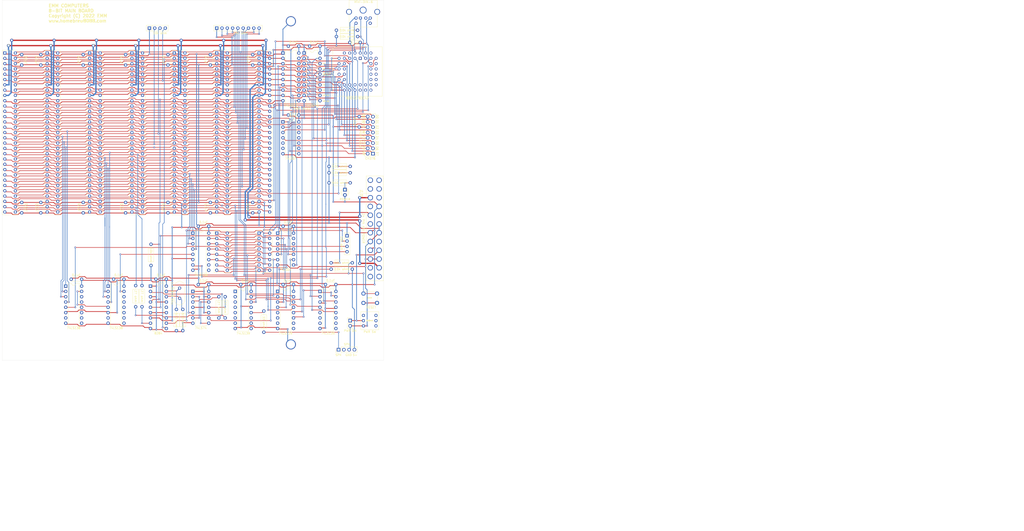
<source format=kicad_pcb>
(kicad_pcb (version 20171130) (host pcbnew "(5.1.8)-1")
  (layers (0 F.Cu signal) (31 B.Cu signal) (34 B.Paste user) (35 F.Paste user) (36 B.SilkS user) (37 F.SilkS user) (38 B.Mask user) (39 F.Mask user) (44 Edge.Cuts user))
  (net 0 "")
  (net 1 /5+)
  (net 2 /GND)
  (net 3 /RESET)
  (net 4 /IRQ2)
  (net 5 /5-)
  (net 6 /DRQ2)
  (net 7 /12-)
  (net 8 /12+)
  (net 9 /DACK3)
  (net 10 /DRQ3)
  (net 11 /DACK1)
  (net 12 /DRQ1)
  (net 13 /IRQ7)
  (net 14 /IRQ6)
  (net 15 /IRQ5)
  (net 16 /IRQ4)
  (net 17 /IRQ3)
  (net 18 /DACK2)
  (net 19 /TC)
  (net 20 /ALE)
  (net 21 /OSC)
  (net 22 /CH_CK)
  (net 23 /D7)
  (net 24 /D6)
  (net 25 /D5)
  (net 26 /D4)
  (net 27 /D3)
  (net 28 /D2)
  (net 29 /D1)
  (net 30 /D0)
  (net 31 /RDY1)
  (net 32 /AEN)
  (net 33 /A19)
  (net 34 /A18)
  (net 35 /A17)
  (net 36 /A16)
  (net 37 /A15)
  (net 38 /A14)
  (net 39 /A13)
  (net 40 /A12)
  (net 41 /A11)
  (net 42 /A10)
  (net 43 /A9)
  (net 44 /A8)
  (net 45 /A7)
  (net 46 /A6)
  (net 47 /A5)
  (net 48 /A4)
  (net 49 /A3)
  (net 50 /A2)
  (net 51 /A1)
  (net 52 /A0)
  (net 53 /CLK)
  (net 54 /LED_GND)
  (net 55 /RESOUT)
  (net 56 /MWR)
  (net 57 /MRD)
  (net 58 /IOWR)
  (net 59 /IORD)
  (net 60 /REFRQ)
  (net 61 /IO_0060)
  (net 62 /IO_00EX)
  (net 63 /POWER_GOOD)
  (net 64 /NMI_EN)
  (net 65 /HOLDA)
  (net 66 /NMI)
  (net 67 /READY)
  (net 68 /HF_PCLK)
  (net 69 /IRQ1)
  (net 70 /SPK_OUT)
  (net 71 /SPK_GO)
  (net 72 /SPK_EN)
  (net 73 /IO_0XXX)
  (net 74 "Net-(U9-Pad14)")
  (net 75 /PCLK)
  (net 76 /X2_8284)
  (net 77 /X1_8284)
  (net 78 "Net-(U12-Pad9)")
  (net 79 "Net-(U12-Pad10)")
  (net 80 "Net-(U12-Pad7)")
  (net 81 /IO_00XX)
  (net 82 "Net-(U13-Pad9)")
  (net 83 "Net-(U13-Pad10)")
  (net 84 /IO_006X)
  (net 85 /FB2)
  (net 86 /PORT_0X61_CS)
  (net 87 /NMI_EN_139)
  (net 88 /PORT_0X61_EN)
  (net 89 /NMI_INPUT)
  (net 90 /IO_0061)
  (net 91 /NC)
  (net 92 /T1)
  (net 93 "Net-(J2-Pad2)")
  (net 94 /T0)
  (net 95 "Net-(J2-Pad6)")
  (net 96 /KBD_CLK)
  (net 97 /KBD_DATA)
  (net 98 /KBD_CLK_INVERTED)
  (net 99 /POWER_ON)
  (net 100 "Net-(ATXPOWER1-Pad13)")
  (net 101 "Net-(ATXPOWER1-Pad24)")
  (net 102 "Net-(ATXPOWER1-Pad23)")
  (net 103 "Net-(ATXPOWER1-Pad22)")
  (net 104 "Net-(ATXPOWER1-Pad17)")
  (net 105 "Net-(ATXPOWER1-Pad1)")
  (net 106 "Net-(ATXPOWER1-Pad2)")
  (net 107 "Net-(ATXPOWER1-Pad7)")
  (net 108 "Net-(ATXPOWER1-Pad9)")
  (net 109 "Net-(ATXPOWER1-Pad11)")
  (net 110 "Net-(ATXPOWER1-Pad12)")
  (net 111 "Net-(8x8mm1-Pad6)")
  (net 112 "Net-(8x8mm1-Pad5)")
  (net 113 "Net-(8x8mm1-Pad4)")
  (net 114 "Net-(8x8mm1-Pad1)")
  (net 115 /IO_000X)
  (net 116 /IO_002X)
  (net 117 /IO_004X)
  (net 118 /IO_008X)
  (net 119 /FB1)
  (net 120 /HF_OSC)
  (net 121 "Net-(J3-Pad2)")
  (net 122 /SPK_PIN_O)
  (net 123 /HOLD)
  (net 124 /SPK_PIN)
  (net 125 /SPK_EN_)
  (net 126 /OSC88)
  (net 127 /CLK88)
  (net 128 /OSC88HF)
  (net 129 /PCLK88)
  (net 130 "Net-(ATXPOWER1-Pad20)")
  (net 131 /DRQ0)
  (net 132 /NC_1)
  (net 133 /PORT_61_RD)
  (net 134 /PORT_61_7)
  (net 135 /PORT_61_6)
  (net 136 /PORT_61_4)
  (net 137 /PORT_61_3)
  (net 138 /PORT_61_2)
  (net 139 "Net-(CH376-Pad10)")
  (net 140 "Net-(U6-Pad12)")
  (net 141 "Net-(U6-Pad13)")
  (net 142 "Net-(U7-Pad7)")
  (net 143 "Net-(U7-Pad14)")
  (net 144 "Net-(U7-Pad13)")
  (net 145 "Net-(U7-Pad12)")
  (net 146 "Net-(U7-Pad11)")
  (net 147 "Net-(U7-Pad10)")
  (net 148 "Net-(U7-Pad9)")
  (net 149 "Net-(U8-Pad9)")
  (net 150 "Net-(U8-Pad10)")
  (net 151 "Net-(U8-Pad11)")
  (net 152 "Net-(U8-Pad12)")
  (net 153 "Net-(U8-Pad13)")
  (net 154 "Net-(U8-Pad14)")
  (net 155 "Net-(U8-Pad7)")
  (net 156 "Net-(U12-Pad6)")
  (net 157 "Net-(U12-Pad5)")
  (net 158 "Net-(U13-Pad5)")
  (net 159 "Net-(U13-Pad6)")
  (net 160 "Net-(U13-Pad7)")
  (net 161 "Net-(U3-Pad1)")
  (net 162 "Net-(U3-Pad4)")
  (net 163 "Net-(U3-Pad6)")
  (net 164 "Net-(U3-Pad12)")
  (net 165 "Net-(U3-Pad13)")
  (net 166 "Net-(U3-Pad23)")
  (net 167 "Net-(U3-Pad25)")
  (net 168 "Net-(U3-Pad27)")
  (net 169 "Net-(U3-Pad29)")
  (net 170 "Net-(U3-Pad24)")
  (net 171 "Net-(U3-Pad26)")
  (net 172 "Net-(U3-Pad28)")
  (net 173 "Net-(U3-Pad30)")
  (net 174 "Net-(U3-Pad32)")
  (net 175 "Net-(U3-Pad34)")
  (net 176 "Net-(U3-Pad36)")
  (net 177 "Net-(U3-Pad40)")
  (net 178 "Net-(U3-Pad31)")
  (net 179 "Net-(U3-Pad33)")
  (net 180 "Net-(U3-Pad35)")
  (net 181 "Net-(U3-Pad37)")
  (net 182 "Net-(U5-Pad9)")
  (net 183 "Net-(U5-Pad10)")
  (net 184 "Net-(U11-Pad7)")
  (net 185 "Net-(U11-Pad6)")
  (net 186 "Net-(U11-Pad5)")
  (net 187 "Net-(U11-Pad4)")
  (net 188 "Net-(U11-Pad11)")
  (net 189 "Net-(U11-Pad3)")
  (net 190 "Net-(U11-Pad10)")
  (net 191 "Net-(U11-Pad2)")
  (net 192 "Net-(U11-Pad9)")
  (net 193 "Net-(U11-Pad1)")
  (net 194 "Net-(U13-Pad11)")
  (module Package_DIP:DIP-20_W7.62mm (layer F.Cu) (at 103.886 43.942)
    (fp_text reference U2 hide)
    (fp_text value 74LS245 (at 3.81 25.19) (layer F.SilkS))
    (pad 20 thru_hole oval (at 7.62 0) (size 1.6 1.6) (drill 0.8) (layers *.Cu *.Mask) (net 1 /5+))
    (pad 10 thru_hole oval (at 0 22.86) (size 1.6 1.6) (drill 0.8) (layers *.Cu *.Mask) (net 2 /GND))
    (pad 19 thru_hole oval (at 7.62 2.54) (size 1.6 1.6) (drill 0.8) (layers *.Cu *.Mask) (net 133 /PORT_61_RD))
    (pad 9 thru_hole oval (at 0 20.32) (size 1.6 1.6) (drill 0.8) (layers *.Cu *.Mask) (net 30 /D0))
    (pad 18 thru_hole oval (at 7.62 5.08) (size 1.6 1.6) (drill 0.8) (layers *.Cu *.Mask) (net 134 /PORT_61_7))
    (pad 8 thru_hole oval (at 0 17.78) (size 1.6 1.6) (drill 0.8) (layers *.Cu *.Mask) (net 29 /D1))
    (pad 17 thru_hole oval (at 7.62 7.62) (size 1.6 1.6) (drill 0.8) (layers *.Cu *.Mask) (net 135 /PORT_61_6))
    (pad 7 thru_hole oval (at 0 15.24) (size 1.6 1.6) (drill 0.8) (layers *.Cu *.Mask) (net 28 /D2))
    (pad 16 thru_hole oval (at 7.62 10.16) (size 1.6 1.6) (drill 0.8) (layers *.Cu *.Mask) (net 64 /NMI_EN))
    (pad 6 thru_hole oval (at 0 12.7) (size 1.6 1.6) (drill 0.8) (layers *.Cu *.Mask) (net 27 /D3))
    (pad 15 thru_hole oval (at 7.62 12.7) (size 1.6 1.6) (drill 0.8) (layers *.Cu *.Mask) (net 136 /PORT_61_4))
    (pad 5 thru_hole oval (at 0 10.16) (size 1.6 1.6) (drill 0.8) (layers *.Cu *.Mask) (net 26 /D4))
    (pad 14 thru_hole oval (at 7.62 15.24) (size 1.6 1.6) (drill 0.8) (layers *.Cu *.Mask) (net 137 /PORT_61_3))
    (pad 4 thru_hole oval (at 0 7.62) (size 1.6 1.6) (drill 0.8) (layers *.Cu *.Mask) (net 25 /D5))
    (pad 13 thru_hole oval (at 7.62 17.78) (size 1.6 1.6) (drill 0.8) (layers *.Cu *.Mask) (net 138 /PORT_61_2))
    (pad 3 thru_hole oval (at 0 5.08) (size 1.6 1.6) (drill 0.8) (layers *.Cu *.Mask) (net 24 /D6))
    (pad 12 thru_hole oval (at 7.62 20.32) (size 1.6 1.6) (drill 0.8) (layers *.Cu *.Mask) (net 72 /SPK_EN))
    (pad 2 thru_hole oval (at 0 2.54) (size 1.6 1.6) (drill 0.8) (layers *.Cu *.Mask) (net 23 /D7))
    (pad 11 thru_hole oval (at 7.62 22.86) (size 1.6 1.6) (drill 0.8) (layers *.Cu *.Mask) (net 71 /SPK_GO))
    (pad 1 thru_hole rect (at 0 0) (size 1.6 1.6) (drill 0.8) (layers *.Cu *.Mask) (net 2 /GND))
  )
  (module Package_DIP:DIP-16_W7.62mm (layer F.Cu) (at 111.506 158.242)
    (fp_text reference U13 hide)
    (fp_text value 74LS139 (at 3.81 20.11) (layer F.SilkS))
    (pad 16 thru_hole oval (at 7.62 0) (size 1.6 1.6) (drill 0.8) (layers *.Cu *.Mask) (net 1 /5+))
    (pad 8 thru_hole oval (at 0 17.78) (size 1.6 1.6) (drill 0.8) (layers *.Cu *.Mask) (net 2 /GND))
    (pad 15 thru_hole oval (at 7.62 2.54) (size 1.6 1.6) (drill 0.8) (layers *.Cu *.Mask) (net 90 /IO_0061))
    (pad 7 thru_hole oval (at 0 15.24) (size 1.6 1.6) (drill 0.8) (layers *.Cu *.Mask) (net 160 "Net-(U13-Pad7)"))
    (pad 14 thru_hole oval (at 7.62 5.08) (size 1.6 1.6) (drill 0.8) (layers *.Cu *.Mask) (net 59 /IORD))
    (pad 6 thru_hole oval (at 0 12.7) (size 1.6 1.6) (drill 0.8) (layers *.Cu *.Mask) (net 159 "Net-(U13-Pad6)"))
    (pad 13 thru_hole oval (at 7.62 7.62) (size 1.6 1.6) (drill 0.8) (layers *.Cu *.Mask) (net 2 /GND))
    (pad 5 thru_hole oval (at 0 10.16) (size 1.6 1.6) (drill 0.8) (layers *.Cu *.Mask) (net 158 "Net-(U13-Pad5)"))
    (pad 12 thru_hole oval (at 7.62 10.16) (size 1.6 1.6) (drill 0.8) (layers *.Cu *.Mask) (net 133 /PORT_61_RD))
    (pad 4 thru_hole oval (at 0 7.62) (size 1.6 1.6) (drill 0.8) (layers *.Cu *.Mask) (net 88 /PORT_0X61_EN))
    (pad 11 thru_hole oval (at 7.62 12.7) (size 1.6 1.6) (drill 0.8) (layers *.Cu *.Mask) (net 194 "Net-(U13-Pad11)"))
    (pad 3 thru_hole oval (at 0 5.08) (size 1.6 1.6) (drill 0.8) (layers *.Cu *.Mask) (net 2 /GND))
    (pad 10 thru_hole oval (at 7.62 15.24) (size 1.6 1.6) (drill 0.8) (layers *.Cu *.Mask) (net 83 "Net-(U13-Pad10)"))
    (pad 2 thru_hole oval (at 0 2.54) (size 1.6 1.6) (drill 0.8) (layers *.Cu *.Mask) (net 58 /IOWR))
    (pad 9 thru_hole oval (at 7.62 17.78) (size 1.6 1.6) (drill 0.8) (layers *.Cu *.Mask) (net 82 "Net-(U13-Pad9)"))
    (pad 1 thru_hole rect (at 0 0) (size 1.6 1.6) (drill 0.8) (layers *.Cu *.Mask) (net 90 /IO_0061))
  )
  (module Capacitor_THT:C_Disc_D4.3mm_W1.9mm_P5.00mm (layer F.Cu) (at 106.506 40.64)
    (fp_text reference C19 hide)
    (fp_text value 0.1uF (at 2.206 -2.032) (layer F.SilkS))
    (pad 2 thru_hole circle (at 5 0) (size 1.6 1.6) (drill 0.8) (layers *.Cu *.Mask) (net 1 /5+))
    (pad 1 thru_hole circle (at 0 0) (size 1.6 1.6) (drill 0.8) (layers *.Cu *.Mask) (net 2 /GND))
  )
  (module Capacitor_THT:C_Disc_D4.3mm_W1.9mm_P5.00mm (layer F.Cu) (at 114.126 154.94)
    (fp_text reference C18 hide)
    (fp_text value 0.1uF (at 2.46 -2.032) (layer F.SilkS))
    (pad 2 thru_hole circle (at 5 0) (size 1.6 1.6) (drill 0.8) (layers *.Cu *.Mask) (net 1 /5+))
    (pad 1 thru_hole circle (at 0 0) (size 1.6 1.6) (drill 0.8) (layers *.Cu *.Mask) (net 2 /GND))
  )
  (module Resistor_THT:R_Array_SIP4 (layer F.Cu) (at 124.46 131.572 270)
    (fp_text reference RN3 hide)
    (fp_text value "10k ohm" (at 3.556 2.54 270 unlocked) (layer F.SilkS))
    (pad 4 thru_hole oval (at 7.62 0 270) (size 1.6 1.6) (drill 0.8) (layers *.Cu *.Mask) (net 131 /DRQ0))
    (pad 3 thru_hole oval (at 5.08 0 270) (size 1.6 1.6) (drill 0.8) (layers *.Cu *.Mask) (net 123 /HOLD))
    (pad 2 thru_hole oval (at 2.54 0 270) (size 1.6 1.6) (drill 0.8) (layers *.Cu *.Mask) (net 64 /NMI_EN))
    (pad 1 thru_hole rect (at 0 0 270) (size 1.6 1.6) (drill 0.8) (layers *.Cu *.Mask) (net 2 /GND))
  )
  (module Motherboard:Large_Via (layer F.Cu) (at -36.322 37.846)
    (fp_text reference R hide)
    (fp_text value L hide)
    (pad 1 thru_hole circle (at 0 0) (size 1.524 1.524) (drill 0.762) (layers *.Cu *.Mask) (net 8 /12+))
  )
  (module Motherboard:Large_Via (layer F.Cu) (at -37.846 40.386)
    (fp_text reference R (at 0 0) (layer F.SilkS))
    (fp_text value L)
    (pad 1 thru_hole circle (at 0 0) (size 1.524 1.524) (drill 0.762) (layers *.Cu *.Mask) (net 7 /12-))
  )
  (module Motherboard:Large_Via (layer F.Cu) (at -16.002 37.846)
    (fp_text reference R hide)
    (fp_text value L hide)
    (pad 1 thru_hole circle (at 0 0) (size 1.524 1.524) (drill 0.762) (layers *.Cu *.Mask) (net 8 /12+))
  )
  (module Motherboard:Large_Via (layer F.Cu) (at -17.526 40.386)
    (fp_text reference R (at 0 0) (layer F.SilkS))
    (fp_text value L)
    (pad 1 thru_hole circle (at 0 0) (size 1.524 1.524) (drill 0.762) (layers *.Cu *.Mask) (net 7 /12-))
  )
  (module Motherboard:Large_Via (layer F.Cu) (at 4.318 37.846)
    (fp_text reference R hide)
    (fp_text value L hide)
    (pad 1 thru_hole circle (at 0 0) (size 1.524 1.524) (drill 0.762) (layers *.Cu *.Mask) (net 8 /12+))
  )
  (module Motherboard:Large_Via (layer F.Cu) (at 2.794 40.386)
    (fp_text reference R (at 0 0) (layer F.SilkS))
    (fp_text value L)
    (pad 1 thru_hole circle (at 0 0) (size 1.524 1.524) (drill 0.762) (layers *.Cu *.Mask) (net 7 /12-))
  )
  (module Capacitor_THT:C_Disc_D4.3mm_W1.9mm_P5.00mm (layer F.Cu) (at -2.032 44.704 270)
    (fp_text reference C17 hide)
    (fp_text value 0.1uF (at 2.5 2.2 270 unlocked) (layer F.SilkS))
    (pad 2 thru_hole circle (at 5 0 270) (size 1.6 1.6) (drill 0.8) (layers *.Cu *.Mask) (net 1 /5+))
    (pad 1 thru_hole circle (at 0 0 270) (size 1.6 1.6) (drill 0.8) (layers *.Cu *.Mask) (net 2 /GND))
  )
  (module Capacitor_THT:C_Disc_D4.3mm_W1.9mm_P5.00mm (layer F.Cu) (at -2.032 120.57 90)
    (fp_text reference C16 hide)
    (fp_text value 0.1uF (at 2.54 -2.032 270 unlocked) (layer F.SilkS))
    (pad 2 thru_hole circle (at 5 0 90) (size 1.6 1.6) (drill 0.8) (layers *.Cu *.Mask) (net 1 /5+))
    (pad 1 thru_hole circle (at 0 0 90) (size 1.6 1.6) (drill 0.8) (layers *.Cu *.Mask) (net 2 /GND))
  )
  (module Capacitor_THT:C_Disc_D4.3mm_W1.9mm_P5.00mm (layer F.Cu) (at -22.352 44.704 270)
    (fp_text reference C15 hide)
    (fp_text value 0.1uF (at 2.5 2.2 270 unlocked) (layer F.SilkS))
    (pad 2 thru_hole circle (at 5 0 270) (size 1.6 1.6) (drill 0.8) (layers *.Cu *.Mask) (net 1 /5+))
    (pad 1 thru_hole circle (at 0 0 270) (size 1.6 1.6) (drill 0.8) (layers *.Cu *.Mask) (net 2 /GND))
  )
  (module Capacitor_THT:C_Disc_D4.3mm_W1.9mm_P5.00mm (layer F.Cu) (at 18.288 120.57 90)
    (fp_text reference C14 hide)
    (fp_text value 0.1uF (at 2.46 -2.032 270 unlocked) (layer F.SilkS))
    (pad 2 thru_hole circle (at 5 0 90) (size 1.6 1.6) (drill 0.8) (layers *.Cu *.Mask) (net 1 /5+))
    (pad 1 thru_hole circle (at 0 0 90) (size 1.6 1.6) (drill 0.8) (layers *.Cu *.Mask) (net 2 /GND))
  )
  (module Capacitor_THT:C_Disc_D4.3mm_W1.9mm_P5.00mm (layer F.Cu) (at 18.288 44.704 270)
    (fp_text reference C13 hide)
    (fp_text value 0.1uF (at 2.5 2.2 270 unlocked) (layer F.SilkS))
    (pad 2 thru_hole circle (at 5 0 270) (size 1.6 1.6) (drill 0.8) (layers *.Cu *.Mask) (net 1 /5+))
    (pad 1 thru_hole circle (at 0 0 270) (size 1.6 1.6) (drill 0.8) (layers *.Cu *.Mask) (net 2 /GND))
  )
  (module Capacitor_THT:C_Disc_D4.3mm_W1.9mm_P5.00mm (layer F.Cu) (at -22.352 120.57 90)
    (fp_text reference C11 hide)
    (fp_text value 0.1uF (at 2.46 -2.032 270 unlocked) (layer F.SilkS))
    (pad 2 thru_hole circle (at 5 0 90) (size 1.6 1.6) (drill 0.8) (layers *.Cu *.Mask) (net 1 /5+))
    (pad 1 thru_hole circle (at 0 0 90) (size 1.6 1.6) (drill 0.8) (layers *.Cu *.Mask) (net 2 /GND))
  )
  (module Capacitor_THT:C_Disc_D4.3mm_W1.9mm_P5.00mm (layer F.Cu) (at -31.496 120.57 90)
    (fp_text reference C27 hide)
    (fp_text value 0.1uF (at 2.5 2.2 270 unlocked) (layer F.SilkS))
    (pad 2 thru_hole circle (at 5 0 90) (size 1.6 1.6) (drill 0.8) (layers *.Cu *.Mask) (net 1 /5+))
    (pad 1 thru_hole circle (at 0 0 90) (size 1.6 1.6) (drill 0.8) (layers *.Cu *.Mask) (net 2 /GND))
  )
  (module MountingHole:MountingHole_3.7mm (layer F.Cu) (at -26.924 183.642)
    (fp_text reference REF** hide)
    (fp_text value MountingHole_3.7mm hide)
    (pad "" np_thru_hole circle (at 0 0) (size 3.9624 3.9624) (drill 3.9624) (layers *.Cu *.Mask))
  )
  (module MountingHole:MountingHole_3.7mm (layer F.Cu) (at -26.924 28.702)
    (fp_text reference REF** hide)
    (fp_text value MountingHole_3.7mm hide)
    (pad "" np_thru_hole circle (at 0 0) (size 3.9624 3.9624) (drill 3.9624) (layers *.Cu *.Mask))
  )
  (module Motherboard:8-bit-ISA (layer F.Cu) (at 1.016 43.942)
    (fp_text reference J14 hide)
    (fp_text value Bus_ISA_8bit)
    (pad 62 thru_hole circle (at 5.08 76.2) (size 1.524 1.524) (drill 0.762) (layers *.Cu *.Mask) (net 52 /A0))
    (pad 61 thru_hole circle (at 5.08 73.66) (size 1.524 1.524) (drill 0.762) (layers *.Cu *.Mask) (net 51 /A1))
    (pad 60 thru_hole circle (at 5.08 71.12) (size 1.524 1.524) (drill 0.762) (layers *.Cu *.Mask) (net 50 /A2))
    (pad 59 thru_hole circle (at 5.08 68.58) (size 1.524 1.524) (drill 0.762) (layers *.Cu *.Mask) (net 49 /A3))
    (pad 58 thru_hole circle (at 5.08 66.04) (size 1.524 1.524) (drill 0.762) (layers *.Cu *.Mask) (net 48 /A4))
    (pad 57 thru_hole circle (at 5.08 63.5) (size 1.524 1.524) (drill 0.762) (layers *.Cu *.Mask) (net 47 /A5))
    (pad 56 thru_hole circle (at 5.08 60.96) (size 1.524 1.524) (drill 0.762) (layers *.Cu *.Mask) (net 46 /A6))
    (pad 55 thru_hole circle (at 5.08 58.42) (size 1.524 1.524) (drill 0.762) (layers *.Cu *.Mask) (net 45 /A7))
    (pad 54 thru_hole circle (at 5.08 55.88) (size 1.524 1.524) (drill 0.762) (layers *.Cu *.Mask) (net 44 /A8))
    (pad 53 thru_hole circle (at 5.08 53.34) (size 1.524 1.524) (drill 0.762) (layers *.Cu *.Mask) (net 43 /A9))
    (pad 52 thru_hole circle (at 5.08 50.8) (size 1.524 1.524) (drill 0.762) (layers *.Cu *.Mask) (net 42 /A10))
    (pad 51 thru_hole circle (at 5.08 48.26) (size 1.524 1.524) (drill 0.762) (layers *.Cu *.Mask) (net 41 /A11))
    (pad 50 thru_hole circle (at 5.08 45.72) (size 1.524 1.524) (drill 0.762) (layers *.Cu *.Mask) (net 40 /A12))
    (pad 49 thru_hole circle (at 5.08 43.18) (size 1.524 1.524) (drill 0.762) (layers *.Cu *.Mask) (net 39 /A13))
    (pad 48 thru_hole circle (at 5.08 40.64) (size 1.524 1.524) (drill 0.762) (layers *.Cu *.Mask) (net 38 /A14))
    (pad 47 thru_hole circle (at 5.08 38.1) (size 1.524 1.524) (drill 0.762) (layers *.Cu *.Mask) (net 37 /A15))
    (pad 46 thru_hole circle (at 5.08 35.56) (size 1.524 1.524) (drill 0.762) (layers *.Cu *.Mask) (net 36 /A16))
    (pad 45 thru_hole circle (at 5.08 33.02) (size 1.524 1.524) (drill 0.762) (layers *.Cu *.Mask) (net 35 /A17))
    (pad 44 thru_hole circle (at 5.08 30.48) (size 1.524 1.524) (drill 0.762) (layers *.Cu *.Mask) (net 34 /A18))
    (pad 43 thru_hole circle (at 5.08 27.94) (size 1.524 1.524) (drill 0.762) (layers *.Cu *.Mask) (net 33 /A19))
    (pad 42 thru_hole circle (at 5.08 25.4) (size 1.524 1.524) (drill 0.762) (layers *.Cu *.Mask) (net 32 /AEN))
    (pad 41 thru_hole circle (at 5.08 22.86) (size 1.524 1.524) (drill 0.762) (layers *.Cu *.Mask) (net 31 /RDY1))
    (pad 40 thru_hole circle (at 5.08 20.32) (size 1.524 1.524) (drill 0.762) (layers *.Cu *.Mask) (net 30 /D0))
    (pad 39 thru_hole circle (at 5.08 17.78) (size 1.524 1.524) (drill 0.762) (layers *.Cu *.Mask) (net 29 /D1))
    (pad 38 thru_hole circle (at 5.08 15.24) (size 1.524 1.524) (drill 0.762) (layers *.Cu *.Mask) (net 28 /D2))
    (pad 37 thru_hole circle (at 5.08 12.7) (size 1.524 1.524) (drill 0.762) (layers *.Cu *.Mask) (net 27 /D3))
    (pad 36 thru_hole circle (at 5.08 10.16) (size 1.524 1.524) (drill 0.762) (layers *.Cu *.Mask) (net 26 /D4))
    (pad 35 thru_hole circle (at 5.08 7.62) (size 1.524 1.524) (drill 0.762) (layers *.Cu *.Mask) (net 25 /D5))
    (pad 34 thru_hole circle (at 5.08 5.08) (size 1.524 1.524) (drill 0.762) (layers *.Cu *.Mask) (net 24 /D6))
    (pad 33 thru_hole circle (at 5.08 2.54) (size 1.524 1.524) (drill 0.762) (layers *.Cu *.Mask) (net 23 /D7))
    (pad 32 thru_hole circle (at 5.08 0) (size 1.524 1.524) (drill 0.762) (layers *.Cu *.Mask) (net 22 /CH_CK))
    (pad 31 thru_hole circle (at 0 76.2) (size 1.524 1.524) (drill 0.762) (layers *.Cu *.Mask) (net 2 /GND))
    (pad 30 thru_hole circle (at 0 73.66) (size 1.524 1.524) (drill 0.762) (layers *.Cu *.Mask) (net 126 /OSC88))
    (pad 29 thru_hole circle (at 0 71.12) (size 1.524 1.524) (drill 0.762) (layers *.Cu *.Mask) (net 1 /5+))
    (pad 28 thru_hole circle (at 0 68.58) (size 1.524 1.524) (drill 0.762) (layers *.Cu *.Mask) (net 20 /ALE))
    (pad 27 thru_hole circle (at 0 66.04) (size 1.524 1.524) (drill 0.762) (layers *.Cu *.Mask) (net 19 /TC))
    (pad 26 thru_hole circle (at 0 63.5) (size 1.524 1.524) (drill 0.762) (layers *.Cu *.Mask) (net 18 /DACK2))
    (pad 25 thru_hole circle (at 0 60.96) (size 1.524 1.524) (drill 0.762) (layers *.Cu *.Mask) (net 17 /IRQ3))
    (pad 24 thru_hole circle (at 0 58.42) (size 1.524 1.524) (drill 0.762) (layers *.Cu *.Mask) (net 16 /IRQ4))
    (pad 23 thru_hole circle (at 0 55.88) (size 1.524 1.524) (drill 0.762) (layers *.Cu *.Mask) (net 15 /IRQ5))
    (pad 22 thru_hole circle (at 0 53.34) (size 1.524 1.524) (drill 0.762) (layers *.Cu *.Mask) (net 14 /IRQ6))
    (pad 21 thru_hole circle (at 0 50.8) (size 1.524 1.524) (drill 0.762) (layers *.Cu *.Mask) (net 13 /IRQ7))
    (pad 20 thru_hole circle (at 0 48.26) (size 1.524 1.524) (drill 0.762) (layers *.Cu *.Mask) (net 127 /CLK88))
    (pad 19 thru_hole circle (at 0 45.72) (size 1.524 1.524) (drill 0.762) (layers *.Cu *.Mask) (net 60 /REFRQ))
    (pad 18 thru_hole circle (at 0 43.18) (size 1.524 1.524) (drill 0.762) (layers *.Cu *.Mask) (net 12 /DRQ1))
    (pad 17 thru_hole circle (at 0 40.64) (size 1.524 1.524) (drill 0.762) (layers *.Cu *.Mask) (net 11 /DACK1))
    (pad 16 thru_hole circle (at 0 38.1) (size 1.524 1.524) (drill 0.762) (layers *.Cu *.Mask) (net 10 /DRQ3))
    (pad 15 thru_hole circle (at 0 35.56) (size 1.524 1.524) (drill 0.762) (layers *.Cu *.Mask) (net 9 /DACK3))
    (pad 14 thru_hole circle (at 0 33.02) (size 1.524 1.524) (drill 0.762) (layers *.Cu *.Mask) (net 59 /IORD))
    (pad 13 thru_hole circle (at 0 30.48) (size 1.524 1.524) (drill 0.762) (layers *.Cu *.Mask) (net 58 /IOWR))
    (pad 12 thru_hole circle (at 0 27.94) (size 1.524 1.524) (drill 0.762) (layers *.Cu *.Mask) (net 57 /MRD))
    (pad 11 thru_hole circle (at 0 25.4) (size 1.524 1.524) (drill 0.762) (layers *.Cu *.Mask) (net 56 /MWR))
    (pad 10 thru_hole circle (at 0 22.86) (size 1.524 1.524) (drill 0.762) (layers *.Cu *.Mask) (net 2 /GND))
    (pad 9 thru_hole circle (at 0 20.32) (size 1.524 1.524) (drill 0.762) (layers *.Cu *.Mask) (net 8 /12+))
    (pad 8 thru_hole circle (at 0 17.78) (size 1.524 1.524) (drill 0.762) (layers *.Cu *.Mask) (net 91 /NC))
    (pad 7 thru_hole circle (at 0 15.24) (size 1.524 1.524) (drill 0.762) (layers *.Cu *.Mask) (net 7 /12-))
    (pad 6 thru_hole circle (at 0 12.7) (size 1.524 1.524) (drill 0.762) (layers *.Cu *.Mask) (net 6 /DRQ2))
    (pad 5 thru_hole circle (at 0 10.16) (size 1.524 1.524) (drill 0.762) (layers *.Cu *.Mask) (net 5 /5-))
    (pad 4 thru_hole circle (at 0 7.62) (size 1.524 1.524) (drill 0.762) (layers *.Cu *.Mask) (net 4 /IRQ2))
    (pad 3 thru_hole circle (at 0 5.08) (size 1.524 1.524) (drill 0.762) (layers *.Cu *.Mask) (net 1 /5+))
    (pad 2 thru_hole circle (at 0 2.54) (size 1.524 1.524) (drill 0.762) (layers *.Cu *.Mask) (net 55 /RESOUT))
    (pad 1 thru_hole rect (at 0 0) (size 1.524 1.524) (drill 0.762) (layers *.Cu *.Mask) (net 2 /GND))
  )
  (module Motherboard:8-bit-ISA (layer F.Cu) (at -19.304 43.942)
    (fp_text reference J13 hide)
    (fp_text value Bus_ISA_8bit)
    (pad 62 thru_hole circle (at 5.08 76.2) (size 1.524 1.524) (drill 0.762) (layers *.Cu *.Mask) (net 52 /A0))
    (pad 61 thru_hole circle (at 5.08 73.66) (size 1.524 1.524) (drill 0.762) (layers *.Cu *.Mask) (net 51 /A1))
    (pad 60 thru_hole circle (at 5.08 71.12) (size 1.524 1.524) (drill 0.762) (layers *.Cu *.Mask) (net 50 /A2))
    (pad 59 thru_hole circle (at 5.08 68.58) (size 1.524 1.524) (drill 0.762) (layers *.Cu *.Mask) (net 49 /A3))
    (pad 58 thru_hole circle (at 5.08 66.04) (size 1.524 1.524) (drill 0.762) (layers *.Cu *.Mask) (net 48 /A4))
    (pad 57 thru_hole circle (at 5.08 63.5) (size 1.524 1.524) (drill 0.762) (layers *.Cu *.Mask) (net 47 /A5))
    (pad 56 thru_hole circle (at 5.08 60.96) (size 1.524 1.524) (drill 0.762) (layers *.Cu *.Mask) (net 46 /A6))
    (pad 55 thru_hole circle (at 5.08 58.42) (size 1.524 1.524) (drill 0.762) (layers *.Cu *.Mask) (net 45 /A7))
    (pad 54 thru_hole circle (at 5.08 55.88) (size 1.524 1.524) (drill 0.762) (layers *.Cu *.Mask) (net 44 /A8))
    (pad 53 thru_hole circle (at 5.08 53.34) (size 1.524 1.524) (drill 0.762) (layers *.Cu *.Mask) (net 43 /A9))
    (pad 52 thru_hole circle (at 5.08 50.8) (size 1.524 1.524) (drill 0.762) (layers *.Cu *.Mask) (net 42 /A10))
    (pad 51 thru_hole circle (at 5.08 48.26) (size 1.524 1.524) (drill 0.762) (layers *.Cu *.Mask) (net 41 /A11))
    (pad 50 thru_hole circle (at 5.08 45.72) (size 1.524 1.524) (drill 0.762) (layers *.Cu *.Mask) (net 40 /A12))
    (pad 49 thru_hole circle (at 5.08 43.18) (size 1.524 1.524) (drill 0.762) (layers *.Cu *.Mask) (net 39 /A13))
    (pad 48 thru_hole circle (at 5.08 40.64) (size 1.524 1.524) (drill 0.762) (layers *.Cu *.Mask) (net 38 /A14))
    (pad 47 thru_hole circle (at 5.08 38.1) (size 1.524 1.524) (drill 0.762) (layers *.Cu *.Mask) (net 37 /A15))
    (pad 46 thru_hole circle (at 5.08 35.56) (size 1.524 1.524) (drill 0.762) (layers *.Cu *.Mask) (net 36 /A16))
    (pad 45 thru_hole circle (at 5.08 33.02) (size 1.524 1.524) (drill 0.762) (layers *.Cu *.Mask) (net 35 /A17))
    (pad 44 thru_hole circle (at 5.08 30.48) (size 1.524 1.524) (drill 0.762) (layers *.Cu *.Mask) (net 34 /A18))
    (pad 43 thru_hole circle (at 5.08 27.94) (size 1.524 1.524) (drill 0.762) (layers *.Cu *.Mask) (net 33 /A19))
    (pad 42 thru_hole circle (at 5.08 25.4) (size 1.524 1.524) (drill 0.762) (layers *.Cu *.Mask) (net 32 /AEN))
    (pad 41 thru_hole circle (at 5.08 22.86) (size 1.524 1.524) (drill 0.762) (layers *.Cu *.Mask) (net 31 /RDY1))
    (pad 40 thru_hole circle (at 5.08 20.32) (size 1.524 1.524) (drill 0.762) (layers *.Cu *.Mask) (net 30 /D0))
    (pad 39 thru_hole circle (at 5.08 17.78) (size 1.524 1.524) (drill 0.762) (layers *.Cu *.Mask) (net 29 /D1))
    (pad 38 thru_hole circle (at 5.08 15.24) (size 1.524 1.524) (drill 0.762) (layers *.Cu *.Mask) (net 28 /D2))
    (pad 37 thru_hole circle (at 5.08 12.7) (size 1.524 1.524) (drill 0.762) (layers *.Cu *.Mask) (net 27 /D3))
    (pad 36 thru_hole circle (at 5.08 10.16) (size 1.524 1.524) (drill 0.762) (layers *.Cu *.Mask) (net 26 /D4))
    (pad 35 thru_hole circle (at 5.08 7.62) (size 1.524 1.524) (drill 0.762) (layers *.Cu *.Mask) (net 25 /D5))
    (pad 34 thru_hole circle (at 5.08 5.08) (size 1.524 1.524) (drill 0.762) (layers *.Cu *.Mask) (net 24 /D6))
    (pad 33 thru_hole circle (at 5.08 2.54) (size 1.524 1.524) (drill 0.762) (layers *.Cu *.Mask) (net 23 /D7))
    (pad 32 thru_hole circle (at 5.08 0) (size 1.524 1.524) (drill 0.762) (layers *.Cu *.Mask) (net 22 /CH_CK))
    (pad 31 thru_hole circle (at 0 76.2) (size 1.524 1.524) (drill 0.762) (layers *.Cu *.Mask) (net 2 /GND))
    (pad 30 thru_hole circle (at 0 73.66) (size 1.524 1.524) (drill 0.762) (layers *.Cu *.Mask) (net 126 /OSC88))
    (pad 29 thru_hole circle (at 0 71.12) (size 1.524 1.524) (drill 0.762) (layers *.Cu *.Mask) (net 1 /5+))
    (pad 28 thru_hole circle (at 0 68.58) (size 1.524 1.524) (drill 0.762) (layers *.Cu *.Mask) (net 20 /ALE))
    (pad 27 thru_hole circle (at 0 66.04) (size 1.524 1.524) (drill 0.762) (layers *.Cu *.Mask) (net 19 /TC))
    (pad 26 thru_hole circle (at 0 63.5) (size 1.524 1.524) (drill 0.762) (layers *.Cu *.Mask) (net 18 /DACK2))
    (pad 25 thru_hole circle (at 0 60.96) (size 1.524 1.524) (drill 0.762) (layers *.Cu *.Mask) (net 17 /IRQ3))
    (pad 24 thru_hole circle (at 0 58.42) (size 1.524 1.524) (drill 0.762) (layers *.Cu *.Mask) (net 16 /IRQ4))
    (pad 23 thru_hole circle (at 0 55.88) (size 1.524 1.524) (drill 0.762) (layers *.Cu *.Mask) (net 15 /IRQ5))
    (pad 22 thru_hole circle (at 0 53.34) (size 1.524 1.524) (drill 0.762) (layers *.Cu *.Mask) (net 14 /IRQ6))
    (pad 21 thru_hole circle (at 0 50.8) (size 1.524 1.524) (drill 0.762) (layers *.Cu *.Mask) (net 13 /IRQ7))
    (pad 20 thru_hole circle (at 0 48.26) (size 1.524 1.524) (drill 0.762) (layers *.Cu *.Mask) (net 127 /CLK88))
    (pad 19 thru_hole circle (at 0 45.72) (size 1.524 1.524) (drill 0.762) (layers *.Cu *.Mask) (net 60 /REFRQ))
    (pad 18 thru_hole circle (at 0 43.18) (size 1.524 1.524) (drill 0.762) (layers *.Cu *.Mask) (net 12 /DRQ1))
    (pad 17 thru_hole circle (at 0 40.64) (size 1.524 1.524) (drill 0.762) (layers *.Cu *.Mask) (net 11 /DACK1))
    (pad 16 thru_hole circle (at 0 38.1) (size 1.524 1.524) (drill 0.762) (layers *.Cu *.Mask) (net 10 /DRQ3))
    (pad 15 thru_hole circle (at 0 35.56) (size 1.524 1.524) (drill 0.762) (layers *.Cu *.Mask) (net 9 /DACK3))
    (pad 14 thru_hole circle (at 0 33.02) (size 1.524 1.524) (drill 0.762) (layers *.Cu *.Mask) (net 59 /IORD))
    (pad 13 thru_hole circle (at 0 30.48) (size 1.524 1.524) (drill 0.762) (layers *.Cu *.Mask) (net 58 /IOWR))
    (pad 12 thru_hole circle (at 0 27.94) (size 1.524 1.524) (drill 0.762) (layers *.Cu *.Mask) (net 57 /MRD))
    (pad 11 thru_hole circle (at 0 25.4) (size 1.524 1.524) (drill 0.762) (layers *.Cu *.Mask) (net 56 /MWR))
    (pad 10 thru_hole circle (at 0 22.86) (size 1.524 1.524) (drill 0.762) (layers *.Cu *.Mask) (net 2 /GND))
    (pad 9 thru_hole circle (at 0 20.32) (size 1.524 1.524) (drill 0.762) (layers *.Cu *.Mask) (net 8 /12+))
    (pad 8 thru_hole circle (at 0 17.78) (size 1.524 1.524) (drill 0.762) (layers *.Cu *.Mask) (net 91 /NC))
    (pad 7 thru_hole circle (at 0 15.24) (size 1.524 1.524) (drill 0.762) (layers *.Cu *.Mask) (net 7 /12-))
    (pad 6 thru_hole circle (at 0 12.7) (size 1.524 1.524) (drill 0.762) (layers *.Cu *.Mask) (net 6 /DRQ2))
    (pad 5 thru_hole circle (at 0 10.16) (size 1.524 1.524) (drill 0.762) (layers *.Cu *.Mask) (net 5 /5-))
    (pad 4 thru_hole circle (at 0 7.62) (size 1.524 1.524) (drill 0.762) (layers *.Cu *.Mask) (net 4 /IRQ2))
    (pad 3 thru_hole circle (at 0 5.08) (size 1.524 1.524) (drill 0.762) (layers *.Cu *.Mask) (net 1 /5+))
    (pad 2 thru_hole circle (at 0 2.54) (size 1.524 1.524) (drill 0.762) (layers *.Cu *.Mask) (net 55 /RESOUT))
    (pad 1 thru_hole rect (at 0 0) (size 1.524 1.524) (drill 0.762) (layers *.Cu *.Mask) (net 2 /GND))
  )
  (module Motherboard:8-bit-ISA (layer F.Cu) (at -39.624 43.942)
    (fp_text reference J12 hide)
    (fp_text value Bus_ISA_8bit)
    (pad 62 thru_hole circle (at 5.08 76.2) (size 1.524 1.524) (drill 0.762) (layers *.Cu *.Mask) (net 52 /A0))
    (pad 61 thru_hole circle (at 5.08 73.66) (size 1.524 1.524) (drill 0.762) (layers *.Cu *.Mask) (net 51 /A1))
    (pad 60 thru_hole circle (at 5.08 71.12) (size 1.524 1.524) (drill 0.762) (layers *.Cu *.Mask) (net 50 /A2))
    (pad 59 thru_hole circle (at 5.08 68.58) (size 1.524 1.524) (drill 0.762) (layers *.Cu *.Mask) (net 49 /A3))
    (pad 58 thru_hole circle (at 5.08 66.04) (size 1.524 1.524) (drill 0.762) (layers *.Cu *.Mask) (net 48 /A4))
    (pad 57 thru_hole circle (at 5.08 63.5) (size 1.524 1.524) (drill 0.762) (layers *.Cu *.Mask) (net 47 /A5))
    (pad 56 thru_hole circle (at 5.08 60.96) (size 1.524 1.524) (drill 0.762) (layers *.Cu *.Mask) (net 46 /A6))
    (pad 55 thru_hole circle (at 5.08 58.42) (size 1.524 1.524) (drill 0.762) (layers *.Cu *.Mask) (net 45 /A7))
    (pad 54 thru_hole circle (at 5.08 55.88) (size 1.524 1.524) (drill 0.762) (layers *.Cu *.Mask) (net 44 /A8))
    (pad 53 thru_hole circle (at 5.08 53.34) (size 1.524 1.524) (drill 0.762) (layers *.Cu *.Mask) (net 43 /A9))
    (pad 52 thru_hole circle (at 5.08 50.8) (size 1.524 1.524) (drill 0.762) (layers *.Cu *.Mask) (net 42 /A10))
    (pad 51 thru_hole circle (at 5.08 48.26) (size 1.524 1.524) (drill 0.762) (layers *.Cu *.Mask) (net 41 /A11))
    (pad 50 thru_hole circle (at 5.08 45.72) (size 1.524 1.524) (drill 0.762) (layers *.Cu *.Mask) (net 40 /A12))
    (pad 49 thru_hole circle (at 5.08 43.18) (size 1.524 1.524) (drill 0.762) (layers *.Cu *.Mask) (net 39 /A13))
    (pad 48 thru_hole circle (at 5.08 40.64) (size 1.524 1.524) (drill 0.762) (layers *.Cu *.Mask) (net 38 /A14))
    (pad 47 thru_hole circle (at 5.08 38.1) (size 1.524 1.524) (drill 0.762) (layers *.Cu *.Mask) (net 37 /A15))
    (pad 46 thru_hole circle (at 5.08 35.56) (size 1.524 1.524) (drill 0.762) (layers *.Cu *.Mask) (net 36 /A16))
    (pad 45 thru_hole circle (at 5.08 33.02) (size 1.524 1.524) (drill 0.762) (layers *.Cu *.Mask) (net 35 /A17))
    (pad 44 thru_hole circle (at 5.08 30.48) (size 1.524 1.524) (drill 0.762) (layers *.Cu *.Mask) (net 34 /A18))
    (pad 43 thru_hole circle (at 5.08 27.94) (size 1.524 1.524) (drill 0.762) (layers *.Cu *.Mask) (net 33 /A19))
    (pad 42 thru_hole circle (at 5.08 25.4) (size 1.524 1.524) (drill 0.762) (layers *.Cu *.Mask) (net 32 /AEN))
    (pad 41 thru_hole circle (at 5.08 22.86) (size 1.524 1.524) (drill 0.762) (layers *.Cu *.Mask) (net 31 /RDY1))
    (pad 40 thru_hole circle (at 5.08 20.32) (size 1.524 1.524) (drill 0.762) (layers *.Cu *.Mask) (net 30 /D0))
    (pad 39 thru_hole circle (at 5.08 17.78) (size 1.524 1.524) (drill 0.762) (layers *.Cu *.Mask) (net 29 /D1))
    (pad 38 thru_hole circle (at 5.08 15.24) (size 1.524 1.524) (drill 0.762) (layers *.Cu *.Mask) (net 28 /D2))
    (pad 37 thru_hole circle (at 5.08 12.7) (size 1.524 1.524) (drill 0.762) (layers *.Cu *.Mask) (net 27 /D3))
    (pad 36 thru_hole circle (at 5.08 10.16) (size 1.524 1.524) (drill 0.762) (layers *.Cu *.Mask) (net 26 /D4))
    (pad 35 thru_hole circle (at 5.08 7.62) (size 1.524 1.524) (drill 0.762) (layers *.Cu *.Mask) (net 25 /D5))
    (pad 34 thru_hole circle (at 5.08 5.08) (size 1.524 1.524) (drill 0.762) (layers *.Cu *.Mask) (net 24 /D6))
    (pad 33 thru_hole circle (at 5.08 2.54) (size 1.524 1.524) (drill 0.762) (layers *.Cu *.Mask) (net 23 /D7))
    (pad 32 thru_hole circle (at 5.08 0) (size 1.524 1.524) (drill 0.762) (layers *.Cu *.Mask) (net 22 /CH_CK))
    (pad 31 thru_hole circle (at 0 76.2) (size 1.524 1.524) (drill 0.762) (layers *.Cu *.Mask) (net 2 /GND))
    (pad 30 thru_hole circle (at 0 73.66) (size 1.524 1.524) (drill 0.762) (layers *.Cu *.Mask) (net 126 /OSC88))
    (pad 29 thru_hole circle (at 0 71.12) (size 1.524 1.524) (drill 0.762) (layers *.Cu *.Mask) (net 1 /5+))
    (pad 28 thru_hole circle (at 0 68.58) (size 1.524 1.524) (drill 0.762) (layers *.Cu *.Mask) (net 20 /ALE))
    (pad 27 thru_hole circle (at 0 66.04) (size 1.524 1.524) (drill 0.762) (layers *.Cu *.Mask) (net 19 /TC))
    (pad 26 thru_hole circle (at 0 63.5) (size 1.524 1.524) (drill 0.762) (layers *.Cu *.Mask) (net 18 /DACK2))
    (pad 25 thru_hole circle (at 0 60.96) (size 1.524 1.524) (drill 0.762) (layers *.Cu *.Mask) (net 17 /IRQ3))
    (pad 24 thru_hole circle (at 0 58.42) (size 1.524 1.524) (drill 0.762) (layers *.Cu *.Mask) (net 16 /IRQ4))
    (pad 23 thru_hole circle (at 0 55.88) (size 1.524 1.524) (drill 0.762) (layers *.Cu *.Mask) (net 15 /IRQ5))
    (pad 22 thru_hole circle (at 0 53.34) (size 1.524 1.524) (drill 0.762) (layers *.Cu *.Mask) (net 14 /IRQ6))
    (pad 21 thru_hole circle (at 0 50.8) (size 1.524 1.524) (drill 0.762) (layers *.Cu *.Mask) (net 13 /IRQ7))
    (pad 20 thru_hole circle (at 0 48.26) (size 1.524 1.524) (drill 0.762) (layers *.Cu *.Mask) (net 127 /CLK88))
    (pad 19 thru_hole circle (at 0 45.72) (size 1.524 1.524) (drill 0.762) (layers *.Cu *.Mask) (net 60 /REFRQ))
    (pad 18 thru_hole circle (at 0 43.18) (size 1.524 1.524) (drill 0.762) (layers *.Cu *.Mask) (net 12 /DRQ1))
    (pad 17 thru_hole circle (at 0 40.64) (size 1.524 1.524) (drill 0.762) (layers *.Cu *.Mask) (net 11 /DACK1))
    (pad 16 thru_hole circle (at 0 38.1) (size 1.524 1.524) (drill 0.762) (layers *.Cu *.Mask) (net 10 /DRQ3))
    (pad 15 thru_hole circle (at 0 35.56) (size 1.524 1.524) (drill 0.762) (layers *.Cu *.Mask) (net 9 /DACK3))
    (pad 14 thru_hole circle (at 0 33.02) (size 1.524 1.524) (drill 0.762) (layers *.Cu *.Mask) (net 59 /IORD))
    (pad 13 thru_hole circle (at 0 30.48) (size 1.524 1.524) (drill 0.762) (layers *.Cu *.Mask) (net 58 /IOWR))
    (pad 12 thru_hole circle (at 0 27.94) (size 1.524 1.524) (drill 0.762) (layers *.Cu *.Mask) (net 57 /MRD))
    (pad 11 thru_hole circle (at 0 25.4) (size 1.524 1.524) (drill 0.762) (layers *.Cu *.Mask) (net 56 /MWR))
    (pad 10 thru_hole circle (at 0 22.86) (size 1.524 1.524) (drill 0.762) (layers *.Cu *.Mask) (net 2 /GND))
    (pad 9 thru_hole circle (at 0 20.32) (size 1.524 1.524) (drill 0.762) (layers *.Cu *.Mask) (net 8 /12+))
    (pad 8 thru_hole circle (at 0 17.78) (size 1.524 1.524) (drill 0.762) (layers *.Cu *.Mask) (net 91 /NC))
    (pad 7 thru_hole circle (at 0 15.24) (size 1.524 1.524) (drill 0.762) (layers *.Cu *.Mask) (net 7 /12-))
    (pad 6 thru_hole circle (at 0 12.7) (size 1.524 1.524) (drill 0.762) (layers *.Cu *.Mask) (net 6 /DRQ2))
    (pad 5 thru_hole circle (at 0 10.16) (size 1.524 1.524) (drill 0.762) (layers *.Cu *.Mask) (net 5 /5-))
    (pad 4 thru_hole circle (at 0 7.62) (size 1.524 1.524) (drill 0.762) (layers *.Cu *.Mask) (net 4 /IRQ2))
    (pad 3 thru_hole circle (at 0 5.08) (size 1.524 1.524) (drill 0.762) (layers *.Cu *.Mask) (net 1 /5+))
    (pad 2 thru_hole circle (at 0 2.54) (size 1.524 1.524) (drill 0.762) (layers *.Cu *.Mask) (net 55 /RESOUT))
    (pad 1 thru_hole rect (at 0 0) (size 1.524 1.524) (drill 0.762) (layers *.Cu *.Mask) (net 2 /GND))
  )
  (module My:2x08_PIN_EDGE_CARD (layer F.Cu) (at 61.976 130.302)
    (fp_text reference J11 hide)
    (fp_text value Conn_02x08_Counter_Clockwise)
    (pad 16 thru_hole circle (at 5.08 0 180) (size 1.524 1.524) (drill 0.762) (layers *.Cu *.Mask) (net 3 /RESET))
    (pad 15 thru_hole circle (at 5.08 2.54 180) (size 1.524 1.524) (drill 0.762) (layers *.Cu *.Mask) (net 67 /READY))
    (pad 1 thru_hole rect (at 0 0) (size 1.524 1.524) (drill 0.762) (layers *.Cu *.Mask) (net 69 /IRQ1))
    (pad 2 thru_hole circle (at 0 2.54) (size 1.524 1.524) (drill 0.762) (layers *.Cu *.Mask) (net 115 /IO_000X))
    (pad 3 thru_hole circle (at 0 5.08) (size 1.524 1.524) (drill 0.762) (layers *.Cu *.Mask) (net 116 /IO_002X))
    (pad 4 thru_hole circle (at 0 7.62) (size 1.524 1.524) (drill 0.762) (layers *.Cu *.Mask) (net 117 /IO_004X))
    (pad 5 thru_hole circle (at 0 10.16) (size 1.524 1.524) (drill 0.762) (layers *.Cu *.Mask) (net 84 /IO_006X))
    (pad 6 thru_hole circle (at 0 12.7) (size 1.524 1.524) (drill 0.762) (layers *.Cu *.Mask) (net 118 /IO_008X))
    (pad 7 thru_hole circle (at 0 15.24) (size 1.524 1.524) (drill 0.762) (layers *.Cu *.Mask) (net 132 /NC_1))
    (pad 8 thru_hole circle (at 0 17.78 180) (size 1.524 1.524) (drill 0.762) (layers *.Cu *.Mask) (net 66 /NMI))
    (pad 9 thru_hole circle (at 5.08 17.78 180) (size 1.524 1.524) (drill 0.762) (layers *.Cu *.Mask) (net 70 /SPK_OUT))
    (pad 10 thru_hole circle (at 5.08 15.24 180) (size 1.524 1.524) (drill 0.762) (layers *.Cu *.Mask) (net 71 /SPK_GO))
    (pad 11 thru_hole circle (at 5.08 12.7 180) (size 1.524 1.524) (drill 0.762) (layers *.Cu *.Mask) (net 68 /HF_PCLK))
    (pad 12 thru_hole circle (at 5.08 10.16 180) (size 1.524 1.524) (drill 0.762) (layers *.Cu *.Mask) (net 131 /DRQ0))
    (pad 13 thru_hole circle (at 5.08 7.62 180) (size 1.524 1.524) (drill 0.762) (layers *.Cu *.Mask) (net 65 /HOLDA))
    (pad 14 thru_hole circle (at 5.08 5.08 180) (size 1.524 1.524) (drill 0.762) (layers *.Cu *.Mask) (net 123 /HOLD))
  )
  (module MountingHole:MountingHole_3.7mm (layer F.Cu) (at 97.536 183.642)
    (fp_text reference REF** hide)
    (fp_text value MountingHole_3.7mm hide)
    (pad "" thru_hole circle (at 0 0) (size 4.826 4.826) (drill 3.9624) (layers *.Cu *.Mask) (net 2 /GND))
  )
  (module "" (layer F.Cu) (at 145.288 60.452 90)
    (fp_text reference "" (at 29.718 32.004 90) (layer F.SilkS) (effects (font (size 1.27 1.27))))
    (fp_text value "" (at 29.718 32.004 90) (layer F.SilkS) (effects (font (size 1.27 1.27))))
    (fp_text user "PORT 0X61" (at -10.16 -42.418) (layer F.SilkS))
  )
  (module Resistor_THT:R_Array_SIP4 (layer F.Cu) (at 29.718 32.004)
    (fp_text reference RN1 hide)
    (fp_text value "10k ohm" (at 5.08 2.4) (layer F.SilkS))
    (pad 4 thru_hole oval (at 7.62 0) (size 1.6 1.6) (drill 0.8) (layers *.Cu *.Mask) (net 6 /DRQ2))
    (pad 3 thru_hole oval (at 5.08 0) (size 1.6 1.6) (drill 0.8) (layers *.Cu *.Mask) (net 10 /DRQ3))
    (pad 2 thru_hole oval (at 2.54 0) (size 1.6 1.6) (drill 0.8) (layers *.Cu *.Mask) (net 12 /DRQ1))
    (pad 1 thru_hole rect (at 0 0) (size 1.6 1.6) (drill 0.8) (layers *.Cu *.Mask) (net 2 /GND))
  )
  (module Resistor_THT:R_Axial_DIN0207_L6.3mm_D2.5mm_P10.16mm_Horizontal (layer F.Cu) (at 115.824 101.346)
    (fp_text reference R13 hide)
    (fp_text value "10k ohm" (at 5.08 0) (layer F.SilkS))
    (pad 2 thru_hole oval (at 10.16 0) (size 1.6 1.6) (drill 0.8) (layers *.Cu *.Mask) (net 19 /TC))
    (pad 1 thru_hole circle (at 0 0) (size 1.6 1.6) (drill 0.8) (layers *.Cu *.Mask) (net 2 /GND))
  )
  (module Resistor_THT:R_Axial_DIN0207_L6.3mm_D2.5mm_P10.16mm_Horizontal (layer F.Cu) (at 115.824 98.298)
    (fp_text reference R12 hide)
    (fp_text value "10k ohm" (at 5.08 0) (layer F.SilkS))
    (pad 2 thru_hole oval (at 10.16 0) (size 1.6 1.6) (drill 0.8) (layers *.Cu *.Mask) (net 32 /AEN))
    (pad 1 thru_hole circle (at 0 0) (size 1.6 1.6) (drill 0.8) (layers *.Cu *.Mask) (net 2 /GND))
  )
  (module Resistor_THT:R_Array_SIP9 (layer F.Cu) (at 61.976 32.004)
    (fp_text reference RN2 hide)
    (fp_text value "10K ohm" (at 11.43 2.4) (layer F.SilkS))
    (pad 9 thru_hole oval (at 20.32 0) (size 1.6 1.6) (drill 0.8) (layers *.Cu *.Mask) (net 9 /DACK3))
    (pad 8 thru_hole oval (at 17.78 0) (size 1.6 1.6) (drill 0.8) (layers *.Cu *.Mask) (net 18 /DACK2))
    (pad 7 thru_hole oval (at 15.24 0) (size 1.6 1.6) (drill 0.8) (layers *.Cu *.Mask) (net 11 /DACK1))
    (pad 6 thru_hole oval (at 12.7 0) (size 1.6 1.6) (drill 0.8) (layers *.Cu *.Mask) (net 60 /REFRQ))
    (pad 5 thru_hole oval (at 10.16 0) (size 1.6 1.6) (drill 0.8) (layers *.Cu *.Mask) (net 59 /IORD))
    (pad 4 thru_hole oval (at 7.62 0) (size 1.6 1.6) (drill 0.8) (layers *.Cu *.Mask) (net 58 /IOWR))
    (pad 3 thru_hole oval (at 5.08 0) (size 1.6 1.6) (drill 0.8) (layers *.Cu *.Mask) (net 57 /MRD))
    (pad 2 thru_hole oval (at 2.54 0) (size 1.6 1.6) (drill 0.8) (layers *.Cu *.Mask) (net 56 /MWR))
    (pad 1 thru_hole rect (at 0 0) (size 1.6 1.6) (drill 0.8) (layers *.Cu *.Mask) (net 1 /5+))
  )
  (module Motherboard:Large_Via (layer F.Cu) (at 130.556 113.284)
    (fp_text reference R hide)
    (fp_text value L hide)
    (pad 1 thru_hole circle (at 0 0) (size 1.524 1.524) (drill 0.762) (layers *.Cu *.Mask) (net 8 /12+))
  )
  (module Motherboard:Large_Via (layer F.Cu) (at 130.556 122.174)
    (fp_text reference R hide)
    (fp_text value L hide)
    (pad 1 thru_hole circle (at 0 0) (size 1.524 1.524) (drill 0.762) (layers *.Cu *.Mask) (net 8 /12+))
  )
  (module Motherboard:Large_Via (layer F.Cu) (at 130.556 144.78)
    (fp_text reference R hide)
    (fp_text value L hide)
    (pad 1 thru_hole circle (at 0 0) (size 1.524 1.524) (drill 0.762) (layers *.Cu *.Mask) (net 7 /12-))
  )
  (module Motherboard:Large_Via (layer F.Cu) (at 130.556 124.46)
    (fp_text reference R hide)
    (fp_text value L hide)
    (pad 1 thru_hole circle (at 0 0) (size 1.524 1.524) (drill 0.762) (layers *.Cu *.Mask) (net 7 /12-))
  )
  (module Resistor_THT:R_Axial_DIN0207_L6.3mm_D2.5mm_P10.16mm_Horizontal (layer F.Cu) (at 119.38 36.04)
    (fp_text reference R9 hide)
    (fp_text value "10k ohm" (at 5.08 0.028) (layer F.SilkS))
    (pad 2 thru_hole oval (at 10.16 0) (size 1.6 1.6) (drill 0.8) (layers *.Cu *.Mask) (net 92 /T1))
    (pad 1 thru_hole circle (at 0 0) (size 1.6 1.6) (drill 0.8) (layers *.Cu *.Mask) (net 1 /5+))
  )
  (module Resistor_THT:R_Axial_DIN0207_L6.3mm_D2.5mm_P10.16mm_Horizontal (layer F.Cu) (at 119.38 33.02)
    (fp_text reference R8 hide)
    (fp_text value "10k ohm" (at 5.08 0) (layer F.SilkS))
    (pad 2 thru_hole oval (at 10.16 0) (size 1.6 1.6) (drill 0.8) (layers *.Cu *.Mask) (net 94 /T0))
    (pad 1 thru_hole circle (at 0 0) (size 1.6 1.6) (drill 0.8) (layers *.Cu *.Mask) (net 1 /5+))
  )
  (module Resistor_THT:R_Axial_DIN0207_L6.3mm_D2.5mm_P10.16mm_Horizontal (layer F.Cu) (at 127 147.574 180)
    (fp_text reference R7 hide)
    (fp_text value "10k ohm" (at 5.08 0) (layer F.SilkS))
    (pad 2 thru_hole oval (at 10.16 0 180) (size 1.6 1.6) (drill 0.8) (layers *.Cu *.Mask) (net 22 /CH_CK))
    (pad 1 thru_hole circle (at 0 0 180) (size 1.6 1.6) (drill 0.8) (layers *.Cu *.Mask) (net 1 /5+))
  )
  (module Resistor_THT:R_Axial_DIN0207_L6.3mm_D2.5mm_P10.16mm_Horizontal (layer F.Cu) (at 30.48 145.796 90)
    (fp_text reference R6 hide)
    (fp_text value "10k ohm" (at 5.08 0 270 unlocked) (layer F.SilkS))
    (pad 2 thru_hole oval (at 10.16 0 90) (size 1.6 1.6) (drill 0.8) (layers *.Cu *.Mask) (net 31 /RDY1))
    (pad 1 thru_hole circle (at 0 0 90) (size 1.6 1.6) (drill 0.8) (layers *.Cu *.Mask) (net 1 /5+))
  )
  (module Motherboard:Large_Via (layer F.Cu) (at 75.692 123.952)
    (fp_text reference R hide)
    (fp_text value L hide)
    (pad 1 thru_hole circle (at 0 0) (size 1.524 1.524) (drill 0.762) (layers *.Cu *.Mask) (net 7 /12-))
  )
  (module Motherboard:Large_Via (layer F.Cu) (at 77.47 122.428)
    (fp_text reference R hide)
    (fp_text value L hide)
    (pad 1 thru_hole circle (at 0 0) (size 1.524 1.524) (drill 0.762) (layers *.Cu *.Mask) (net 8 /12+))
  )
  (module Capacitor_THT:C_Disc_D4.3mm_W1.9mm_P5.00mm (layer F.Cu) (at 130.302 74.422 270)
    (fp_text reference C10 hide)
    (fp_text value 0.1uF (at 2.5 2.2 270 unlocked) (layer F.SilkS))
    (pad 2 thru_hole circle (at 5 0 270) (size 1.6 1.6) (drill 0.8) (layers *.Cu *.Mask) (net 1 /5+))
    (pad 1 thru_hole circle (at 0 0 270) (size 1.6 1.6) (drill 0.8) (layers *.Cu *.Mask) (net 2 /GND))
  )
  (module Capacitor_THT:C_Disc_D4.3mm_W1.9mm_P5.00mm (layer F.Cu) (at 125.81 38.862)
    (fp_text reference C9 hide)
    (fp_text value 0.1uF (at 2.46 0) (layer F.SilkS))
    (pad 2 thru_hole circle (at 5 0) (size 1.6 1.6) (drill 0.8) (layers *.Cu *.Mask) (net 1 /5+))
    (pad 1 thru_hole circle (at 0 0) (size 1.6 1.6) (drill 0.8) (layers *.Cu *.Mask) (net 2 /GND))
  )
  (module Resistor_THT:R_Axial_DIN0207_L6.3mm_D2.5mm_P10.16mm_Horizontal (layer F.Cu) (at 42.672 166.878 270)
    (fp_text reference R4 hide)
    (fp_text value "510 ohm" (at 5.08 0 270 unlocked) (layer F.SilkS))
    (pad 2 thru_hole oval (at 10.16 0 270) (size 1.6 1.6) (drill 0.8) (layers *.Cu *.Mask) (net 2 /GND))
    (pad 1 thru_hole circle (at 0 0 270) (size 1.6 1.6) (drill 0.8) (layers *.Cu *.Mask) (net 77 /X1_8284))
  )
  (module Resistor_THT:R_Axial_DIN0207_L6.3mm_D2.5mm_P10.16mm_Horizontal (layer F.Cu) (at 45.72 166.878 270)
    (fp_text reference R2 hide)
    (fp_text value "510 ohm" (at 5.08 0 270 unlocked) (layer F.SilkS))
    (pad 2 thru_hole oval (at 10.16 0 270) (size 1.6 1.6) (drill 0.8) (layers *.Cu *.Mask) (net 2 /GND))
    (pad 1 thru_hole circle (at 0 0 270) (size 1.6 1.6) (drill 0.8) (layers *.Cu *.Mask) (net 76 /X2_8284))
  )
  (module Resistor_THT:R_Axial_DIN0207_L6.3mm_D2.5mm_P10.16mm_Horizontal (layer F.Cu) (at 26.162 155.448 270)
    (fp_text reference R18 hide)
    (fp_text value "27 ohm" (at 5.08 0 270 unlocked) (layer F.SilkS))
    (pad 2 thru_hole oval (at 10.16 0 270) (size 1.6 1.6) (drill 0.8) (layers *.Cu *.Mask) (net 53 /CLK))
    (pad 1 thru_hole circle (at 0 0 270) (size 1.6 1.6) (drill 0.8) (layers *.Cu *.Mask) (net 127 /CLK88))
  )
  (module Resistor_THT:R_Axial_DIN0207_L6.3mm_D2.5mm_P10.16mm_Horizontal (layer F.Cu) (at 62.992 160.782 270)
    (fp_text reference R17 hide)
    (fp_text value "27 ohm" (at 5.08 0 270 unlocked) (layer F.SilkS))
    (pad 2 thru_hole oval (at 10.16 0 270) (size 1.6 1.6) (drill 0.8) (layers *.Cu *.Mask) (net 75 /PCLK))
    (pad 1 thru_hole circle (at 0 0 270) (size 1.6 1.6) (drill 0.8) (layers *.Cu *.Mask) (net 129 /PCLK88))
  )
  (module Resistor_THT:R_Axial_DIN0207_L6.3mm_D2.5mm_P10.16mm_Horizontal (layer F.Cu) (at 23.114 155.448 270)
    (fp_text reference R14 hide)
    (fp_text value "27 ohm" (at 5.08 0 270 unlocked) (layer F.SilkS))
    (pad 2 thru_hole oval (at 10.16 0 270) (size 1.6 1.6) (drill 0.8) (layers *.Cu *.Mask) (net 21 /OSC))
    (pad 1 thru_hole circle (at 0 0 270) (size 1.6 1.6) (drill 0.8) (layers *.Cu *.Mask) (net 126 /OSC88))
  )
  (module Resistor_THT:R_Axial_DIN0207_L6.3mm_D2.5mm_P10.16mm_Horizontal (layer F.Cu) (at 116.84 144.526)
    (fp_text reference R5 hide)
    (fp_text value "10k ohm" (at 5.08 0) (layer F.SilkS))
    (pad 2 thru_hole oval (at 10.16 0) (size 1.6 1.6) (drill 0.8) (layers *.Cu *.Mask) (net 3 /RESET))
    (pad 1 thru_hole circle (at 0 0) (size 1.6 1.6) (drill 0.8) (layers *.Cu *.Mask) (net 63 /POWER_GOOD))
  )
  (module Resistor_THT:R_Axial_DIN0207_L6.3mm_D2.5mm_P10.16mm_Horizontal (layer F.Cu) (at 66.04 160.782 270)
    (fp_text reference R3 hide)
    (fp_text value "27 ohm" (at 5.08 0 270 unlocked) (layer F.SilkS))
    (pad 2 thru_hole oval (at 10.16 0 270) (size 1.6 1.6) (drill 0.8) (layers *.Cu *.Mask) (net 21 /OSC))
    (pad 1 thru_hole circle (at 0 0 270) (size 1.6 1.6) (drill 0.8) (layers *.Cu *.Mask) (net 128 /OSC88HF))
  )
  (module Resistor_THT:R_Axial_DIN0207_L6.3mm_D2.5mm_P10.16mm_Horizontal (layer F.Cu) (at 84.582 177.8 90)
    (fp_text reference R112 hide)
    (fp_text value "33 ohm" (at 4.826 0 270 unlocked) (layer F.SilkS))
    (pad 2 thru_hole oval (at 10.16 0 90) (size 1.6 1.6) (drill 0.8) (layers *.Cu *.Mask) (net 124 /SPK_PIN))
    (pad 1 thru_hole circle (at 0 0 90) (size 1.6 1.6) (drill 0.8) (layers *.Cu *.Mask) (net 122 /SPK_PIN_O))
  )
  (module Connector_PinHeader_2.54mm:PinHeader_1x02_P2.54mm_Vertical (layer F.Cu) (at 125.984 172.212)
    (fp_text reference J6 hide)
    (fp_text value "PWR ON" (at 0 4.87) (layer F.SilkS))
    (pad 2 thru_hole oval (at 0 2.54) (size 1.7 1.7) (drill 1) (layers *.Cu *.Mask) (net 2 /GND))
    (pad 1 thru_hole rect (at 0 0) (size 1.7 1.7) (drill 1) (layers *.Cu *.Mask) (net 99 /POWER_ON))
  )
  (module Connector_PinHeader_2.54mm:PinHeader_1x04_P2.54mm_Vertical (layer F.Cu) (at 120.396 186.182 90)
    (fp_text reference J3 hide)
    (fp_text value SPK (at 2.54 4.064 180) (layer F.SilkS))
    (pad 4 thru_hole oval (at 0 7.62 90) (size 1.7 1.7) (drill 1) (layers *.Cu *.Mask) (net 1 /5+))
    (pad 3 thru_hole oval (at 0 5.08 90) (size 1.7 1.7) (drill 1) (layers *.Cu *.Mask) (net 2 /GND))
    (pad 2 thru_hole oval (at 0 2.54 90) (size 1.7 1.7) (drill 1) (layers *.Cu *.Mask) (net 121 "Net-(J3-Pad2)"))
    (pad 1 thru_hole rect (at 0 0 90) (size 1.7 1.7) (drill 1) (layers *.Cu *.Mask) (net 122 /SPK_PIN_O))
  )
  (module Capacitor_THT:C_Disc_D4.3mm_W1.9mm_P5.00mm (layer F.Cu) (at 96.346 73.66)
    (fp_text reference C1 hide)
    (fp_text value 0.1uF (at 2.46 0) (layer F.SilkS))
    (pad 2 thru_hole circle (at 5 0) (size 1.6 1.6) (drill 0.8) (layers *.Cu *.Mask) (net 1 /5+))
    (pad 1 thru_hole circle (at 0 0) (size 1.6 1.6) (drill 0.8) (layers *.Cu *.Mask) (net 2 /GND))
  )
  (module Package_DIP:DIP-16_W7.62mm (layer F.Cu) (at 70.866 158.242)
    (fp_text reference U11 hide)
    (fp_text value 74LS139 (at 3.81 20.11) (layer F.SilkS))
    (pad 16 thru_hole oval (at 7.62 0) (size 1.6 1.6) (drill 0.8) (layers *.Cu *.Mask) (net 1 /5+))
    (pad 8 thru_hole oval (at 0 17.78) (size 1.6 1.6) (drill 0.8) (layers *.Cu *.Mask) (net 2 /GND))
    (pad 15 thru_hole oval (at 7.62 2.54) (size 1.6 1.6) (drill 0.8) (layers *.Cu *.Mask) (net 125 /SPK_EN_))
    (pad 7 thru_hole oval (at 0 15.24) (size 1.6 1.6) (drill 0.8) (layers *.Cu *.Mask) (net 184 "Net-(U11-Pad7)"))
    (pad 14 thru_hole oval (at 7.62 5.08) (size 1.6 1.6) (drill 0.8) (layers *.Cu *.Mask) (net 70 /SPK_OUT))
    (pad 6 thru_hole oval (at 0 12.7) (size 1.6 1.6) (drill 0.8) (layers *.Cu *.Mask) (net 185 "Net-(U11-Pad6)"))
    (pad 13 thru_hole oval (at 7.62 7.62) (size 1.6 1.6) (drill 0.8) (layers *.Cu *.Mask) (net 2 /GND))
    (pad 5 thru_hole oval (at 0 10.16) (size 1.6 1.6) (drill 0.8) (layers *.Cu *.Mask) (net 186 "Net-(U11-Pad5)"))
    (pad 12 thru_hole oval (at 7.62 10.16) (size 1.6 1.6) (drill 0.8) (layers *.Cu *.Mask) (net 124 /SPK_PIN))
    (pad 4 thru_hole oval (at 0 7.62) (size 1.6 1.6) (drill 0.8) (layers *.Cu *.Mask) (net 187 "Net-(U11-Pad4)"))
    (pad 11 thru_hole oval (at 7.62 12.7) (size 1.6 1.6) (drill 0.8) (layers *.Cu *.Mask) (net 188 "Net-(U11-Pad11)"))
    (pad 3 thru_hole oval (at 0 5.08) (size 1.6 1.6) (drill 0.8) (layers *.Cu *.Mask) (net 189 "Net-(U11-Pad3)"))
    (pad 10 thru_hole oval (at 7.62 15.24) (size 1.6 1.6) (drill 0.8) (layers *.Cu *.Mask) (net 190 "Net-(U11-Pad10)"))
    (pad 2 thru_hole oval (at 0 2.54) (size 1.6 1.6) (drill 0.8) (layers *.Cu *.Mask) (net 191 "Net-(U11-Pad2)"))
    (pad 9 thru_hole oval (at 7.62 17.78) (size 1.6 1.6) (drill 0.8) (layers *.Cu *.Mask) (net 192 "Net-(U11-Pad9)"))
    (pad 1 thru_hole rect (at 0 0) (size 1.6 1.6) (drill 0.8) (layers *.Cu *.Mask) (net 193 "Net-(U11-Pad1)"))
  )
  (module My:2x08_PIN_EDGE_CARD (layer F.Cu) (at 82.296 130.302)
    (fp_text reference J10 hide)
    (fp_text value Conn_02x08_Counter_Clockwise)
    (pad 16 thru_hole circle (at 5.08 0 180) (size 1.524 1.524) (drill 0.762) (layers *.Cu *.Mask) (net 3 /RESET))
    (pad 15 thru_hole circle (at 5.08 2.54 180) (size 1.524 1.524) (drill 0.762) (layers *.Cu *.Mask) (net 67 /READY))
    (pad 1 thru_hole rect (at 0 0) (size 1.524 1.524) (drill 0.762) (layers *.Cu *.Mask) (net 69 /IRQ1))
    (pad 2 thru_hole circle (at 0 2.54) (size 1.524 1.524) (drill 0.762) (layers *.Cu *.Mask) (net 115 /IO_000X))
    (pad 3 thru_hole circle (at 0 5.08) (size 1.524 1.524) (drill 0.762) (layers *.Cu *.Mask) (net 116 /IO_002X))
    (pad 4 thru_hole circle (at 0 7.62) (size 1.524 1.524) (drill 0.762) (layers *.Cu *.Mask) (net 117 /IO_004X))
    (pad 5 thru_hole circle (at 0 10.16) (size 1.524 1.524) (drill 0.762) (layers *.Cu *.Mask) (net 84 /IO_006X))
    (pad 6 thru_hole circle (at 0 12.7) (size 1.524 1.524) (drill 0.762) (layers *.Cu *.Mask) (net 118 /IO_008X))
    (pad 7 thru_hole circle (at 0 15.24) (size 1.524 1.524) (drill 0.762) (layers *.Cu *.Mask) (net 132 /NC_1))
    (pad 8 thru_hole circle (at 0 17.78 180) (size 1.524 1.524) (drill 0.762) (layers *.Cu *.Mask) (net 66 /NMI))
    (pad 9 thru_hole circle (at 5.08 17.78 180) (size 1.524 1.524) (drill 0.762) (layers *.Cu *.Mask) (net 70 /SPK_OUT))
    (pad 10 thru_hole circle (at 5.08 15.24 180) (size 1.524 1.524) (drill 0.762) (layers *.Cu *.Mask) (net 71 /SPK_GO))
    (pad 11 thru_hole circle (at 5.08 12.7 180) (size 1.524 1.524) (drill 0.762) (layers *.Cu *.Mask) (net 68 /HF_PCLK))
    (pad 12 thru_hole circle (at 5.08 10.16 180) (size 1.524 1.524) (drill 0.762) (layers *.Cu *.Mask) (net 131 /DRQ0))
    (pad 13 thru_hole circle (at 5.08 7.62 180) (size 1.524 1.524) (drill 0.762) (layers *.Cu *.Mask) (net 65 /HOLDA))
    (pad 14 thru_hole circle (at 5.08 5.08 180) (size 1.524 1.524) (drill 0.762) (layers *.Cu *.Mask) (net 123 /HOLD))
  )
  (module Button_Switch_THT:SW_PUSH_6mm (layer F.Cu) (at 132.334 159.258)
    (fp_text reference SW1 hide)
    (fp_text value RESET (at 3.75 6.7) (layer F.SilkS))
    (pad 1 thru_hole circle (at 6.5 0 90) (size 2 2) (drill 1.1) (layers *.Cu *.Mask) (net 3 /RESET))
    (pad 2 thru_hole circle (at 6.5 4.5 90) (size 2 2) (drill 1.1) (layers *.Cu *.Mask) (net 2 /GND))
    (pad 1 thru_hole circle (at 0 0 90) (size 2 2) (drill 1.1) (layers *.Cu *.Mask) (net 3 /RESET))
    (pad 2 thru_hole circle (at 0 4.5 90) (size 2 2) (drill 1.1) (layers *.Cu *.Mask) (net 2 /GND))
  )
  (module Resistor_THT:R_Axial_DIN0207_L6.3mm_D2.5mm_P10.16mm_Horizontal (layer F.Cu) (at 125.984 106.172 180)
    (fp_text reference R1 hide)
    (fp_text value "510 ohm" (at 5.08 0 unlocked) (layer F.SilkS))
    (pad 2 thru_hole oval (at 10.16 0 180) (size 1.6 1.6) (drill 0.8) (layers *.Cu *.Mask) (net 2 /GND))
    (pad 1 thru_hole circle (at 0 0 180) (size 1.6 1.6) (drill 0.8) (layers *.Cu *.Mask) (net 54 /LED_GND))
  )
  (module LED_THT:LED_D3.0mm (layer F.Cu) (at 123.444 109.474 270)
    (fp_text reference D1 hide)
    (fp_text value POWER (at 4.572 0 unlocked) (layer F.SilkS))
    (pad 2 thru_hole circle (at 2.54 0 270) (size 1.8 1.8) (drill 0.9) (layers *.Cu *.Mask) (net 1 /5+))
    (pad 1 thru_hole rect (at 0 0 270) (size 1.8 1.8) (drill 0.9) (layers *.Cu *.Mask) (net 54 /LED_GND))
  )
  (module Capacitor_THT:C_Disc_D4.3mm_W1.9mm_P5.00mm (layer F.Cu) (at 96.346 40.64)
    (fp_text reference C7 hide)
    (fp_text value 0.1uF (at 2.46 -2.032) (layer F.SilkS))
    (pad 2 thru_hole circle (at 5 0) (size 1.6 1.6) (drill 0.8) (layers *.Cu *.Mask) (net 1 /5+))
    (pad 1 thru_hole circle (at 0 0) (size 1.6 1.6) (drill 0.8) (layers *.Cu *.Mask) (net 2 /GND))
  )
  (module "My:6 PIN DTDP" (layer F.Cu) (at 132.334 169.752)
    (fp_text reference 8x8mm1 hide)
    (fp_text value "PWR SW" (at 3.048 7.874) (layer F.SilkS))
    (pad 6 thru_hole circle (at 6 0) (size 1.524 1.524) (drill 0.762) (layers *.Cu *.Mask) (net 111 "Net-(8x8mm1-Pad6)"))
    (pad 5 thru_hole circle (at 6 2.5) (size 1.524 1.524) (drill 0.762) (layers *.Cu *.Mask) (net 112 "Net-(8x8mm1-Pad5)"))
    (pad 4 thru_hole circle (at 6 5) (size 1.524 1.524) (drill 0.762) (layers *.Cu *.Mask) (net 113 "Net-(8x8mm1-Pad4)"))
    (pad 3 thru_hole circle (at 0 5) (size 1.524 1.524) (drill 0.762) (layers *.Cu *.Mask) (net 2 /GND))
    (pad 2 thru_hole circle (at 0 2.5) (size 1.524 1.524) (drill 0.762) (layers *.Cu *.Mask) (net 99 /POWER_ON))
    (pad 1 thru_hole circle (at 0 0) (size 1.524 1.524) (drill 0.762) (layers *.Cu *.Mask) (net 114 "Net-(8x8mm1-Pad1)"))
  )
  (module My:24_PIN_ATX_POWER (layer F.Cu) (at 135.636 104.902)
    (fp_text reference ATXPOWER1 hide)
    (fp_text value Conn_02x12_Top_Bottom hide)
    (fp_text user 20 (at -4.318 7.366) (layer F.SilkS))
    (fp_text user 24 (at -4.318 5.334) (layer F.SilkS))
    (pad 14 thru_hole circle (at 4.2 42) (size 2.5908 2.5908) (drill 1.8) (layers *.Cu *.Mask) (net 7 /12-))
    (pad 13 thru_hole circle (at 4.2 46.2) (size 2.5908 2.5908) (drill 1.8) (layers *.Cu *.Mask) (net 100 "Net-(ATXPOWER1-Pad13)"))
    (pad 15 thru_hole circle (at 4.2 37.8) (size 2.5908 2.5908) (drill 1.8) (layers *.Cu *.Mask) (net 2 /GND))
    (pad 24 thru_hole circle (at 4.2 0) (size 2.5908 2.5908) (drill 1.8) (layers *.Cu *.Mask) (net 101 "Net-(ATXPOWER1-Pad24)"))
    (pad 23 thru_hole circle (at 4.2 4.2) (size 2.5908 2.5908) (drill 1.8) (layers *.Cu *.Mask) (net 102 "Net-(ATXPOWER1-Pad23)"))
    (pad 22 thru_hole circle (at 4.2 8.4) (size 2.5908 2.5908) (drill 1.8) (layers *.Cu *.Mask) (net 103 "Net-(ATXPOWER1-Pad22)"))
    (pad 21 thru_hole circle (at 4.2 12.6) (size 2.5908 2.5908) (drill 1.8) (layers *.Cu *.Mask) (net 1 /5+))
    (pad 18 thru_hole circle (at 4.2 25.2) (size 2.5908 2.5908) (drill 1.8) (layers *.Cu *.Mask) (net 2 /GND))
    (pad 20 thru_hole circle (at 4.2 16.8) (size 2.5908 2.5908) (drill 1.8) (layers *.Cu *.Mask) (net 130 "Net-(ATXPOWER1-Pad20)"))
    (pad 19 thru_hole circle (at 4.2 21) (size 2.5908 2.5908) (drill 1.8) (layers *.Cu *.Mask) (net 2 /GND))
    (pad 16 thru_hole circle (at 4.2 33.6) (size 2.5908 2.5908) (drill 1.8) (layers *.Cu *.Mask) (net 99 /POWER_ON))
    (pad 17 thru_hole circle (at 4.2 29.4) (size 2.5908 2.5908) (drill 1.8) (layers *.Cu *.Mask) (net 104 "Net-(ATXPOWER1-Pad17)"))
    (pad 1 thru_hole circle (at 0 46.2) (size 2.5908 2.5908) (drill 1.8) (layers *.Cu *.Mask) (net 105 "Net-(ATXPOWER1-Pad1)"))
    (pad 2 thru_hole circle (at 0 42) (size 2.5908 2.5908) (drill 1.8) (layers *.Cu *.Mask) (net 106 "Net-(ATXPOWER1-Pad2)"))
    (pad 3 thru_hole circle (at 0 37.8) (size 2.5908 2.5908) (drill 1.8) (layers *.Cu *.Mask) (net 2 /GND))
    (pad 4 thru_hole circle (at 0 33.6) (size 2.5908 2.5908) (drill 1.8) (layers *.Cu *.Mask) (net 1 /5+))
    (pad 5 thru_hole circle (at 0 29.4) (size 2.5908 2.5908) (drill 1.8) (layers *.Cu *.Mask) (net 2 /GND))
    (pad 6 thru_hole circle (at 0 25.2) (size 2.5908 2.5908) (drill 1.8) (layers *.Cu *.Mask) (net 1 /5+))
    (pad 7 thru_hole circle (at 0 21) (size 2.5908 2.5908) (drill 1.8) (layers *.Cu *.Mask) (net 107 "Net-(ATXPOWER1-Pad7)"))
    (pad 8 thru_hole circle (at 0 16.8) (size 2.5908 2.5908) (drill 1.8) (layers *.Cu *.Mask) (net 63 /POWER_GOOD))
    (pad 9 thru_hole circle (at 0 12.6) (size 2.5908 2.5908) (drill 1.8) (layers *.Cu *.Mask) (net 108 "Net-(ATXPOWER1-Pad9)"))
    (pad 10 thru_hole circle (at 0 8.4) (size 2.5908 2.5908) (drill 1.8) (layers *.Cu *.Mask) (net 8 /12+))
    (pad 11 thru_hole circle (at 0 4.2) (size 2.5908 2.5908) (drill 1.8) (layers *.Cu *.Mask) (net 109 "Net-(ATXPOWER1-Pad11)"))
    (pad 12 thru_hole circle (at 0 0) (size 2.5908 2.5908) (drill 1.8) (layers *.Cu *.Mask) (net 110 "Net-(ATXPOWER1-Pad12)"))
  )
  (module Capacitor_THT:C_Disc_D4.3mm_W1.9mm_P5.00mm (layer F.Cu) (at 38.608 120.57 90)
    (fp_text reference C29 hide)
    (fp_text value 0.1uF (at 2.5 -2.159 270 unlocked) (layer F.SilkS))
    (pad 2 thru_hole circle (at 5 0 90) (size 1.6 1.6) (drill 0.8) (layers *.Cu *.Mask) (net 1 /5+))
    (pad 1 thru_hole circle (at 0 0 90) (size 1.6 1.6) (drill 0.8) (layers *.Cu *.Mask) (net 2 /GND))
  )
  (module Capacitor_THT:C_Disc_D4.3mm_W1.9mm_P5.00mm (layer F.Cu) (at 58.928 120.57 90)
    (fp_text reference C28 hide)
    (fp_text value 0.1uF (at 2.46 -2.159 270 unlocked) (layer F.SilkS))
    (pad 2 thru_hole circle (at 5 0 90) (size 1.6 1.6) (drill 0.8) (layers *.Cu *.Mask) (net 1 /5+))
    (pad 1 thru_hole circle (at 0 0 90) (size 1.6 1.6) (drill 0.8) (layers *.Cu *.Mask) (net 2 /GND))
  )
  (module Capacitor_THT:C_Disc_D4.3mm_W1.9mm_P5.00mm (layer F.Cu) (at 79.248 120.57 90)
    (fp_text reference C26 hide)
    (fp_text value 0.1uF (at 2.46 -2.159 270 unlocked) (layer F.SilkS))
    (pad 2 thru_hole circle (at 5 0 90) (size 1.6 1.6) (drill 0.8) (layers *.Cu *.Mask) (net 1 /5+))
    (pad 1 thru_hole circle (at 0 0 90) (size 1.6 1.6) (drill 0.8) (layers *.Cu *.Mask) (net 2 /GND))
  )
  (module Capacitor_THT:C_Disc_D4.3mm_W1.9mm_P5.00mm (layer F.Cu) (at 38.608 44.704 270)
    (fp_text reference C25 hide)
    (fp_text value 0.1uF (at 2.5 2.2 270 unlocked) (layer F.SilkS))
    (pad 2 thru_hole circle (at 5 0 270) (size 1.6 1.6) (drill 0.8) (layers *.Cu *.Mask) (net 1 /5+))
    (pad 1 thru_hole circle (at 0 0 270) (size 1.6 1.6) (drill 0.8) (layers *.Cu *.Mask) (net 2 /GND))
  )
  (module Capacitor_THT:C_Disc_D4.3mm_W1.9mm_P5.00mm (layer F.Cu) (at -31.496 44.704 270)
    (fp_text reference C24 hide)
    (fp_text value 0.1uF (at 2.5 -2.032 270 unlocked) (layer F.SilkS))
    (pad 2 thru_hole circle (at 5 0 270) (size 1.6 1.6) (drill 0.8) (layers *.Cu *.Mask) (net 1 /5+))
    (pad 1 thru_hole circle (at 0 0 270) (size 1.6 1.6) (drill 0.8) (layers *.Cu *.Mask) (net 2 /GND))
  )
  (module Capacitor_THT:C_Disc_D4.3mm_W1.9mm_P5.00mm (layer F.Cu) (at 79.248 44.704 270)
    (fp_text reference C23 hide)
    (fp_text value 0.1uF (at 2.5 2.2 270 unlocked) (layer F.SilkS))
    (pad 2 thru_hole circle (at 5 0 270) (size 1.6 1.6) (drill 0.8) (layers *.Cu *.Mask) (net 1 /5+))
    (pad 1 thru_hole circle (at 0 0 270) (size 1.6 1.6) (drill 0.8) (layers *.Cu *.Mask) (net 2 /GND))
  )
  (module Capacitor_THT:C_Disc_D4.3mm_W1.9mm_P5.00mm (layer F.Cu) (at 58.928 44.704 270)
    (fp_text reference C22 hide)
    (fp_text value 0.1uF (at 2.5 2.2 270 unlocked) (layer F.SilkS))
    (pad 2 thru_hole circle (at 5 0 270) (size 1.6 1.6) (drill 0.8) (layers *.Cu *.Mask) (net 1 /5+))
    (pad 1 thru_hole circle (at 0 0 270) (size 1.6 1.6) (drill 0.8) (layers *.Cu *.Mask) (net 2 /GND))
  )
  (module My:6_PIN_DIN (layer F.Cu) (at 128.778 27.178)
    (fp_text reference J2 hide)
    (fp_text value Mini-DIN-6 (at 3.5814 -7.7216) (layer F.SilkS))
    (pad "" thru_hole circle (at -3.3528 -2.9972) (size 2.794 2.794) (drill 2.032) (layers *.Cu *.Mask))
    (pad "" thru_hole circle (at 10.16 -2.9972) (size 2.794 2.794) (drill 2.032) (layers *.Cu *.Mask))
    (pad "" thru_hole circle (at 3.4036 -3.81) (size 3.302 3.302) (drill 2.54) (layers *.Cu *.Mask))
    (pad 6 thru_hole circle (at 6.8072 2.4892) (size 1.524 1.524) (drill 0.762) (layers *.Cu *.Mask) (net 95 "Net-(J2-Pad6)"))
    (pad 5 thru_hole circle (at 0 2.4892) (size 1.524 1.524) (drill 0.762) (layers *.Cu *.Mask) (net 94 /T0))
    (pad 2 thru_hole circle (at 4.699 0) (size 1.524 1.524) (drill 0.762) (layers *.Cu *.Mask) (net 93 "Net-(J2-Pad2)"))
    (pad 1 thru_hole circle (at 2.1082 0) (size 1.524 1.524) (drill 0.762) (layers *.Cu *.Mask) (net 92 /T1))
    (pad 4 thru_hole circle (at 6.8072 0) (size 1.524 1.524) (drill 0.762) (layers *.Cu *.Mask) (net 1 /5+))
    (pad 3 thru_hole circle (at 0 0) (size 1.524 1.524) (drill 0.762) (layers *.Cu *.Mask) (net 2 /GND))
  )
  (module "" (layer F.Cu) (at 224.79 68.326)
    (fp_text reference "" (at 224.028 64.008) (layer F.SilkS) (effects (font (size 1.27 1.27))))
    (fp_text value "" (at 224.028 64.008) (layer F.SilkS) (effects (font (size 1.27 1.27))))
  )
  (module Package_DIP:DIP-16_W7.62mm (layer F.Cu) (at 91.186 158.242)
    (fp_text reference U12 hide)
    (fp_text value 74LS139 (at 3.81 20.11) (layer F.SilkS))
    (pad 1 thru_hole rect (at 0 0) (size 1.6 1.6) (drill 0.8) (layers *.Cu *.Mask) (net 87 /NMI_EN_139))
    (pad 9 thru_hole oval (at 7.62 17.78) (size 1.6 1.6) (drill 0.8) (layers *.Cu *.Mask) (net 78 "Net-(U12-Pad9)"))
    (pad 2 thru_hole oval (at 0 2.54) (size 1.6 1.6) (drill 0.8) (layers *.Cu *.Mask) (net 22 /CH_CK))
    (pad 10 thru_hole oval (at 7.62 15.24) (size 1.6 1.6) (drill 0.8) (layers *.Cu *.Mask) (net 79 "Net-(U12-Pad10)"))
    (pad 3 thru_hole oval (at 0 5.08) (size 1.6 1.6) (drill 0.8) (layers *.Cu *.Mask) (net 2 /GND))
    (pad 11 thru_hole oval (at 7.62 12.7) (size 1.6 1.6) (drill 0.8) (layers *.Cu *.Mask) (net 90 /IO_0061))
    (pad 4 thru_hole oval (at 0 7.62) (size 1.6 1.6) (drill 0.8) (layers *.Cu *.Mask) (net 89 /NMI_INPUT))
    (pad 12 thru_hole oval (at 7.62 10.16) (size 1.6 1.6) (drill 0.8) (layers *.Cu *.Mask) (net 61 /IO_0060))
    (pad 5 thru_hole oval (at 0 10.16) (size 1.6 1.6) (drill 0.8) (layers *.Cu *.Mask) (net 157 "Net-(U12-Pad5)"))
    (pad 13 thru_hole oval (at 7.62 7.62) (size 1.6 1.6) (drill 0.8) (layers *.Cu *.Mask) (net 51 /A1))
    (pad 6 thru_hole oval (at 0 12.7) (size 1.6 1.6) (drill 0.8) (layers *.Cu *.Mask) (net 156 "Net-(U12-Pad6)"))
    (pad 14 thru_hole oval (at 7.62 5.08) (size 1.6 1.6) (drill 0.8) (layers *.Cu *.Mask) (net 52 /A0))
    (pad 7 thru_hole oval (at 0 15.24) (size 1.6 1.6) (drill 0.8) (layers *.Cu *.Mask) (net 80 "Net-(U12-Pad7)"))
    (pad 15 thru_hole oval (at 7.62 2.54) (size 1.6 1.6) (drill 0.8) (layers *.Cu *.Mask) (net 84 /IO_006X))
    (pad 8 thru_hole oval (at 0 17.78) (size 1.6 1.6) (drill 0.8) (layers *.Cu *.Mask) (net 2 /GND))
    (pad 16 thru_hole oval (at 7.62 0) (size 1.6 1.6) (drill 0.8) (layers *.Cu *.Mask) (net 1 /5+))
  )
  (module Motherboard:Large_Via (layer F.Cu) (at 43.434 40.386)
    (fp_text reference R hide)
    (fp_text value L hide)
    (pad 1 thru_hole circle (at 0 0) (size 1.524 1.524) (drill 0.762) (layers *.Cu *.Mask) (net 7 /12-))
  )
  (module Motherboard:Large_Via (layer F.Cu) (at 44.958 37.846)
    (fp_text reference R hide)
    (fp_text value L hide)
    (pad 1 thru_hole circle (at 0 0) (size 1.524 1.524) (drill 0.762) (layers *.Cu *.Mask) (net 8 /12+))
  )
  (module Motherboard:Large_Via (layer F.Cu) (at 24.638 37.846)
    (fp_text reference R hide)
    (fp_text value L hide)
    (pad 1 thru_hole circle (at 0 0) (size 1.524 1.524) (drill 0.762) (layers *.Cu *.Mask) (net 8 /12+))
  )
  (module Motherboard:Large_Via (layer F.Cu) (at 23.114 40.386)
    (fp_text reference R (at 0 0) (layer F.SilkS))
    (fp_text value L)
    (pad 1 thru_hole circle (at 0 0) (size 1.524 1.524) (drill 0.762) (layers *.Cu *.Mask) (net 7 /12-))
  )
  (module MountingHole:MountingHole_3.7mm (layer F.Cu) (at 51.816 183.642)
    (fp_text reference REF** hide)
    (fp_text value MountingHole_3.7mm hide)
    (pad "" np_thru_hole circle (at 0 0) (size 3.9624 3.9624) (drill 3.9624) (layers *.Cu *.Mask))
  )
  (module MountingHole:MountingHole_3.7mm (layer F.Cu) (at 97.536 28.702)
    (fp_text reference REF** hide)
    (fp_text value MountingHole_3.7mm hide)
    (pad "" thru_hole circle (at 0 0) (size 4.826 4.826) (drill 3.9624) (layers *.Cu *.Mask) (net 2 /GND))
  )
  (module MountingHole:MountingHole_3.7mm (layer F.Cu) (at 51.816 28.702)
    (fp_text reference REF** hide)
    (fp_text value MountingHole_3.7mm hide)
    (pad "" np_thru_hole circle (at 0 0) (size 3.9624 3.9624) (drill 3.9624) (layers *.Cu *.Mask))
  )
  (module Motherboard:Large_Via (layer F.Cu) (at 84.074 40.386)
    (fp_text reference R hide)
    (fp_text value L hide)
    (pad 1 thru_hole circle (at 0 0) (size 1.524 1.524) (drill 0.762) (layers *.Cu *.Mask) (net 7 /12-))
  )
  (module Motherboard:Large_Via (layer F.Cu) (at 85.598 37.846)
    (fp_text reference R hide)
    (fp_text value L hide)
    (pad 1 thru_hole circle (at 0 0) (size 1.524 1.524) (drill 0.762) (layers *.Cu *.Mask) (net 8 /12+))
  )
  (module Motherboard:Large_Via (layer F.Cu) (at 63.754 40.386)
    (fp_text reference R hide)
    (fp_text value L hide)
    (pad 1 thru_hole circle (at 0 0) (size 1.524 1.524) (drill 0.762) (layers *.Cu *.Mask) (net 7 /12-))
  )
  (module Motherboard:Large_Via (layer F.Cu) (at 65.278 37.846)
    (fp_text reference R hide)
    (fp_text value L hide)
    (pad 1 thru_hole circle (at 0 0) (size 1.524 1.524) (drill 0.762) (layers *.Cu *.Mask) (net 8 /12+))
  )
  (module "" (layer F.Cu) (at 221.996 148.082)
    (fp_text reference "" (at 63.5 124.714) (layer F.SilkS) (effects (font (size 1.27 1.27))))
    (fp_text value "" (at 63.5 124.714) (layer F.SilkS) (effects (font (size 1.27 1.27))))
  )
  (module Connector_PinHeader_2.54mm:PinHeader_2x08_P2.54mm_Vertical (layer F.Cu) (at 136.906 92.202 180)
    (fp_text reference CH376 (at 1.27 -2.33) (layer F.SilkS))
    (fp_text value "PORT 0XE0" (at 6.096 7.112 270 unlocked) (layer F.SilkS))
    (pad 16 thru_hole oval (at 2.54 17.78 180) (size 1.7 1.7) (drill 1) (layers *.Cu *.Mask) (net 2 /GND))
    (pad 15 thru_hole oval (at 0 17.78 180) (size 1.7 1.7) (drill 1) (layers *.Cu *.Mask) (net 30 /D0))
    (pad 14 thru_hole oval (at 2.54 15.24 180) (size 1.7 1.7) (drill 1) (layers *.Cu *.Mask) (net 2 /GND))
    (pad 13 thru_hole oval (at 0 15.24 180) (size 1.7 1.7) (drill 1) (layers *.Cu *.Mask) (net 29 /D1))
    (pad 12 thru_hole oval (at 2.54 12.7 180) (size 1.7 1.7) (drill 1) (layers *.Cu *.Mask) (net 1 /5+))
    (pad 11 thru_hole oval (at 0 12.7 180) (size 1.7 1.7) (drill 1) (layers *.Cu *.Mask) (net 28 /D2))
    (pad 10 thru_hole oval (at 2.54 10.16 180) (size 1.7 1.7) (drill 1) (layers *.Cu *.Mask) (net 139 "Net-(CH376-Pad10)"))
    (pad 9 thru_hole oval (at 0 10.16 180) (size 1.7 1.7) (drill 1) (layers *.Cu *.Mask) (net 27 /D3))
    (pad 8 thru_hole oval (at 2.54 7.62 180) (size 1.7 1.7) (drill 1) (layers *.Cu *.Mask) (net 50 /A2))
    (pad 7 thru_hole oval (at 0 7.62 180) (size 1.7 1.7) (drill 1) (layers *.Cu *.Mask) (net 26 /D4))
    (pad 6 thru_hole oval (at 2.54 5.08 180) (size 1.7 1.7) (drill 1) (layers *.Cu *.Mask) (net 62 /IO_00EX))
    (pad 5 thru_hole oval (at 0 5.08 180) (size 1.7 1.7) (drill 1) (layers *.Cu *.Mask) (net 25 /D5))
    (pad 4 thru_hole oval (at 2.54 2.54 180) (size 1.7 1.7) (drill 1) (layers *.Cu *.Mask) (net 59 /IORD))
    (pad 3 thru_hole oval (at 0 2.54 180) (size 1.7 1.7) (drill 1) (layers *.Cu *.Mask) (net 24 /D6))
    (pad 2 thru_hole oval (at 2.54 0 180) (size 1.7 1.7) (drill 1) (layers *.Cu *.Mask) (net 58 /IOWR))
    (pad 1 thru_hole rect (at 0 0 180) (size 1.7 1.7) (drill 1) (layers *.Cu *.Mask) (net 23 /D7))
  )
  (module Package_DIP:DIP-16_W7.62mm (layer F.Cu) (at -10.414 155.702)
    (fp_text reference U7 hide)
    (fp_text value 74LS138 (at 3.81 20.11) (layer F.SilkS))
    (pad 16 thru_hole oval (at 7.62 0) (size 1.6 1.6) (drill 0.8) (layers *.Cu *.Mask) (net 1 /5+))
    (pad 8 thru_hole oval (at 0 17.78) (size 1.6 1.6) (drill 0.8) (layers *.Cu *.Mask) (net 2 /GND))
    (pad 15 thru_hole oval (at 7.62 2.54) (size 1.6 1.6) (drill 0.8) (layers *.Cu *.Mask) (net 73 /IO_0XXX))
    (pad 7 thru_hole oval (at 0 15.24) (size 1.6 1.6) (drill 0.8) (layers *.Cu *.Mask) (net 142 "Net-(U7-Pad7)"))
    (pad 14 thru_hole oval (at 7.62 5.08) (size 1.6 1.6) (drill 0.8) (layers *.Cu *.Mask) (net 143 "Net-(U7-Pad14)"))
    (pad 6 thru_hole oval (at 0 12.7) (size 1.6 1.6) (drill 0.8) (layers *.Cu *.Mask) (net 1 /5+))
    (pad 13 thru_hole oval (at 7.62 7.62) (size 1.6 1.6) (drill 0.8) (layers *.Cu *.Mask) (net 144 "Net-(U7-Pad13)"))
    (pad 5 thru_hole oval (at 0 10.16) (size 1.6 1.6) (drill 0.8) (layers *.Cu *.Mask) (net 65 /HOLDA))
    (pad 12 thru_hole oval (at 7.62 10.16) (size 1.6 1.6) (drill 0.8) (layers *.Cu *.Mask) (net 145 "Net-(U7-Pad12)"))
    (pad 4 thru_hole oval (at 0 7.62) (size 1.6 1.6) (drill 0.8) (layers *.Cu *.Mask) (net 37 /A15))
    (pad 11 thru_hole oval (at 7.62 12.7) (size 1.6 1.6) (drill 0.8) (layers *.Cu *.Mask) (net 146 "Net-(U7-Pad11)"))
    (pad 3 thru_hole oval (at 0 5.08) (size 1.6 1.6) (drill 0.8) (layers *.Cu *.Mask) (net 38 /A14))
    (pad 10 thru_hole oval (at 7.62 15.24) (size 1.6 1.6) (drill 0.8) (layers *.Cu *.Mask) (net 147 "Net-(U7-Pad10)"))
    (pad 2 thru_hole oval (at 0 2.54) (size 1.6 1.6) (drill 0.8) (layers *.Cu *.Mask) (net 39 /A13))
    (pad 9 thru_hole oval (at 7.62 17.78) (size 1.6 1.6) (drill 0.8) (layers *.Cu *.Mask) (net 148 "Net-(U7-Pad9)"))
    (pad 1 thru_hole rect (at 0 0) (size 1.6 1.6) (drill 0.8) (layers *.Cu *.Mask) (net 40 /A12))
  )
  (module Package_DIP:DIP-18_W7.62mm (layer F.Cu) (at 30.226 155.702)
    (fp_text reference U9 hide)
    (fp_text value 8284 (at 3.81 22.65) (layer F.SilkS))
    (pad 1 thru_hole rect (at 0 0) (size 1.6 1.6) (drill 0.8) (layers *.Cu *.Mask) (net 2 /GND))
    (pad 10 thru_hole oval (at 7.62 20.32) (size 1.6 1.6) (drill 0.8) (layers *.Cu *.Mask) (net 55 /RESOUT))
    (pad 2 thru_hole oval (at 0 2.54) (size 1.6 1.6) (drill 0.8) (layers *.Cu *.Mask) (net 75 /PCLK))
    (pad 11 thru_hole oval (at 7.62 17.78) (size 1.6 1.6) (drill 0.8) (layers *.Cu *.Mask) (net 3 /RESET))
    (pad 3 thru_hole oval (at 0 5.08) (size 1.6 1.6) (drill 0.8) (layers *.Cu *.Mask) (net 2 /GND))
    (pad 12 thru_hole oval (at 7.62 15.24) (size 1.6 1.6) (drill 0.8) (layers *.Cu *.Mask) (net 21 /OSC))
    (pad 4 thru_hole oval (at 0 7.62) (size 1.6 1.6) (drill 0.8) (layers *.Cu *.Mask) (net 31 /RDY1))
    (pad 13 thru_hole oval (at 7.62 12.7) (size 1.6 1.6) (drill 0.8) (layers *.Cu *.Mask) (net 2 /GND))
    (pad 5 thru_hole oval (at 0 10.16) (size 1.6 1.6) (drill 0.8) (layers *.Cu *.Mask) (net 67 /READY))
    (pad 14 thru_hole oval (at 7.62 10.16) (size 1.6 1.6) (drill 0.8) (layers *.Cu *.Mask) (net 74 "Net-(U9-Pad14)"))
    (pad 6 thru_hole oval (at 0 12.7) (size 1.6 1.6) (drill 0.8) (layers *.Cu *.Mask) (net 2 /GND))
    (pad 15 thru_hole oval (at 7.62 7.62) (size 1.6 1.6) (drill 0.8) (layers *.Cu *.Mask) (net 2 /GND))
    (pad 7 thru_hole oval (at 0 15.24) (size 1.6 1.6) (drill 0.8) (layers *.Cu *.Mask) (net 1 /5+))
    (pad 16 thru_hole oval (at 7.62 5.08) (size 1.6 1.6) (drill 0.8) (layers *.Cu *.Mask) (net 76 /X2_8284))
    (pad 8 thru_hole oval (at 0 17.78) (size 1.6 1.6) (drill 0.8) (layers *.Cu *.Mask) (net 53 /CLK))
    (pad 17 thru_hole oval (at 7.62 2.54) (size 1.6 1.6) (drill 0.8) (layers *.Cu *.Mask) (net 77 /X1_8284))
    (pad 9 thru_hole oval (at 0 20.32) (size 1.6 1.6) (drill 0.8) (layers *.Cu *.Mask) (net 2 /GND))
    (pad 18 thru_hole oval (at 7.62 0) (size 1.6 1.6) (drill 0.8) (layers *.Cu *.Mask) (net 1 /5+))
  )
  (module Package_DIP:DIP-16_W7.62mm (layer F.Cu) (at 9.906 155.702)
    (fp_text reference U8 hide)
    (fp_text value 74LS138 (at 3.81 20.11) (layer F.SilkS))
    (pad 1 thru_hole rect (at 0 0) (size 1.6 1.6) (drill 0.8) (layers *.Cu *.Mask) (net 44 /A8))
    (pad 9 thru_hole oval (at 7.62 17.78) (size 1.6 1.6) (drill 0.8) (layers *.Cu *.Mask) (net 149 "Net-(U8-Pad9)"))
    (pad 2 thru_hole oval (at 0 2.54) (size 1.6 1.6) (drill 0.8) (layers *.Cu *.Mask) (net 43 /A9))
    (pad 10 thru_hole oval (at 7.62 15.24) (size 1.6 1.6) (drill 0.8) (layers *.Cu *.Mask) (net 150 "Net-(U8-Pad10)"))
    (pad 3 thru_hole oval (at 0 5.08) (size 1.6 1.6) (drill 0.8) (layers *.Cu *.Mask) (net 42 /A10))
    (pad 11 thru_hole oval (at 7.62 12.7) (size 1.6 1.6) (drill 0.8) (layers *.Cu *.Mask) (net 151 "Net-(U8-Pad11)"))
    (pad 4 thru_hole oval (at 0 7.62) (size 1.6 1.6) (drill 0.8) (layers *.Cu *.Mask) (net 41 /A11))
    (pad 12 thru_hole oval (at 7.62 10.16) (size 1.6 1.6) (drill 0.8) (layers *.Cu *.Mask) (net 152 "Net-(U8-Pad12)"))
    (pad 5 thru_hole oval (at 0 10.16) (size 1.6 1.6) (drill 0.8) (layers *.Cu *.Mask) (net 73 /IO_0XXX))
    (pad 13 thru_hole oval (at 7.62 7.62) (size 1.6 1.6) (drill 0.8) (layers *.Cu *.Mask) (net 153 "Net-(U8-Pad13)"))
    (pad 6 thru_hole oval (at 0 12.7) (size 1.6 1.6) (drill 0.8) (layers *.Cu *.Mask) (net 1 /5+))
    (pad 14 thru_hole oval (at 7.62 5.08) (size 1.6 1.6) (drill 0.8) (layers *.Cu *.Mask) (net 154 "Net-(U8-Pad14)"))
    (pad 7 thru_hole oval (at 0 15.24) (size 1.6 1.6) (drill 0.8) (layers *.Cu *.Mask) (net 155 "Net-(U8-Pad7)"))
    (pad 15 thru_hole oval (at 7.62 2.54) (size 1.6 1.6) (drill 0.8) (layers *.Cu *.Mask) (net 81 /IO_00XX))
    (pad 8 thru_hole oval (at 0 17.78) (size 1.6 1.6) (drill 0.8) (layers *.Cu *.Mask) (net 2 /GND))
    (pad 16 thru_hole oval (at 7.62 0) (size 1.6 1.6) (drill 0.8) (layers *.Cu *.Mask) (net 1 /5+))
  )
  (module Package_DIP:DIP-16_W7.62mm (layer F.Cu) (at 50.546 130.302)
    (fp_text reference U5 hide)
    (fp_text value 74LS138 (at 3.81 20.11) (layer F.SilkS))
    (pad 1 thru_hole rect (at 0 0) (size 1.6 1.6) (drill 0.8) (layers *.Cu *.Mask) (net 47 /A5))
    (pad 9 thru_hole oval (at 7.62 17.78) (size 1.6 1.6) (drill 0.8) (layers *.Cu *.Mask) (net 182 "Net-(U5-Pad9)"))
    (pad 2 thru_hole oval (at 0 2.54) (size 1.6 1.6) (drill 0.8) (layers *.Cu *.Mask) (net 46 /A6))
    (pad 10 thru_hole oval (at 7.62 15.24) (size 1.6 1.6) (drill 0.8) (layers *.Cu *.Mask) (net 183 "Net-(U5-Pad10)"))
    (pad 3 thru_hole oval (at 0 5.08) (size 1.6 1.6) (drill 0.8) (layers *.Cu *.Mask) (net 45 /A7))
    (pad 11 thru_hole oval (at 7.62 12.7) (size 1.6 1.6) (drill 0.8) (layers *.Cu *.Mask) (net 118 /IO_008X))
    (pad 4 thru_hole oval (at 0 7.62) (size 1.6 1.6) (drill 0.8) (layers *.Cu *.Mask) (net 48 /A4))
    (pad 12 thru_hole oval (at 7.62 10.16) (size 1.6 1.6) (drill 0.8) (layers *.Cu *.Mask) (net 84 /IO_006X))
    (pad 5 thru_hole oval (at 0 10.16) (size 1.6 1.6) (drill 0.8) (layers *.Cu *.Mask) (net 81 /IO_00XX))
    (pad 13 thru_hole oval (at 7.62 7.62) (size 1.6 1.6) (drill 0.8) (layers *.Cu *.Mask) (net 117 /IO_004X))
    (pad 6 thru_hole oval (at 0 12.7) (size 1.6 1.6) (drill 0.8) (layers *.Cu *.Mask) (net 1 /5+))
    (pad 14 thru_hole oval (at 7.62 5.08) (size 1.6 1.6) (drill 0.8) (layers *.Cu *.Mask) (net 116 /IO_002X))
    (pad 7 thru_hole oval (at 0 15.24) (size 1.6 1.6) (drill 0.8) (layers *.Cu *.Mask) (net 62 /IO_00EX))
    (pad 15 thru_hole oval (at 7.62 2.54) (size 1.6 1.6) (drill 0.8) (layers *.Cu *.Mask) (net 115 /IO_000X))
    (pad 8 thru_hole oval (at 0 17.78) (size 1.6 1.6) (drill 0.8) (layers *.Cu *.Mask) (net 2 /GND))
    (pad 16 thru_hole oval (at 7.62 0) (size 1.6 1.6) (drill 0.8) (layers *.Cu *.Mask) (net 1 /5+))
  )
  (module Package_DIP:DIP-14_W7.62mm (layer F.Cu) (at 50.546 158.242)
    (fp_text reference U10 hide)
    (fp_text value 74LS74 (at 3.81 17.57) (layer F.SilkS))
    (pad 1 thru_hole rect (at 0 0) (size 1.6 1.6) (drill 0.8) (layers *.Cu *.Mask) (net 1 /5+))
    (pad 8 thru_hole oval (at 7.62 15.24) (size 1.6 1.6) (drill 0.8) (layers *.Cu *.Mask) (net 119 /FB1))
    (pad 2 thru_hole oval (at 0 2.54) (size 1.6 1.6) (drill 0.8) (layers *.Cu *.Mask) (net 85 /FB2))
    (pad 9 thru_hole oval (at 7.62 12.7) (size 1.6 1.6) (drill 0.8) (layers *.Cu *.Mask) (net 120 /HF_OSC))
    (pad 3 thru_hole oval (at 0 5.08) (size 1.6 1.6) (drill 0.8) (layers *.Cu *.Mask) (net 129 /PCLK88))
    (pad 10 thru_hole oval (at 7.62 10.16) (size 1.6 1.6) (drill 0.8) (layers *.Cu *.Mask) (net 1 /5+))
    (pad 4 thru_hole oval (at 0 7.62) (size 1.6 1.6) (drill 0.8) (layers *.Cu *.Mask) (net 1 /5+))
    (pad 11 thru_hole oval (at 7.62 7.62) (size 1.6 1.6) (drill 0.8) (layers *.Cu *.Mask) (net 128 /OSC88HF))
    (pad 5 thru_hole oval (at 0 10.16) (size 1.6 1.6) (drill 0.8) (layers *.Cu *.Mask) (net 68 /HF_PCLK))
    (pad 12 thru_hole oval (at 7.62 5.08) (size 1.6 1.6) (drill 0.8) (layers *.Cu *.Mask) (net 119 /FB1))
    (pad 6 thru_hole oval (at 0 12.7) (size 1.6 1.6) (drill 0.8) (layers *.Cu *.Mask) (net 85 /FB2))
    (pad 13 thru_hole oval (at 7.62 2.54) (size 1.6 1.6) (drill 0.8) (layers *.Cu *.Mask) (net 1 /5+))
    (pad 7 thru_hole oval (at 0 15.24) (size 1.6 1.6) (drill 0.8) (layers *.Cu *.Mask) (net 2 /GND))
    (pad 14 thru_hole oval (at 7.62 0) (size 1.6 1.6) (drill 0.8) (layers *.Cu *.Mask) (net 1 /5+))
  )
  (module Package_DIP:DIP-20_W7.62mm (layer F.Cu) (at 93.726 43.942)
    (fp_text reference U1 hide)
    (fp_text value 74LS573 (at 3.81 25.19) (layer F.SilkS))
    (pad 1 thru_hole rect (at 0 0) (size 1.6 1.6) (drill 0.8) (layers *.Cu *.Mask) (net 2 /GND))
    (pad 11 thru_hole oval (at 7.62 22.86) (size 1.6 1.6) (drill 0.8) (layers *.Cu *.Mask) (net 86 /PORT_0X61_CS))
    (pad 2 thru_hole oval (at 0 2.54) (size 1.6 1.6) (drill 0.8) (layers *.Cu *.Mask) (net 23 /D7))
    (pad 12 thru_hole oval (at 7.62 20.32) (size 1.6 1.6) (drill 0.8) (layers *.Cu *.Mask) (net 71 /SPK_GO))
    (pad 3 thru_hole oval (at 0 5.08) (size 1.6 1.6) (drill 0.8) (layers *.Cu *.Mask) (net 24 /D6))
    (pad 13 thru_hole oval (at 7.62 17.78) (size 1.6 1.6) (drill 0.8) (layers *.Cu *.Mask) (net 72 /SPK_EN))
    (pad 4 thru_hole oval (at 0 7.62) (size 1.6 1.6) (drill 0.8) (layers *.Cu *.Mask) (net 25 /D5))
    (pad 14 thru_hole oval (at 7.62 15.24) (size 1.6 1.6) (drill 0.8) (layers *.Cu *.Mask) (net 138 /PORT_61_2))
    (pad 5 thru_hole oval (at 0 10.16) (size 1.6 1.6) (drill 0.8) (layers *.Cu *.Mask) (net 26 /D4))
    (pad 15 thru_hole oval (at 7.62 12.7) (size 1.6 1.6) (drill 0.8) (layers *.Cu *.Mask) (net 137 /PORT_61_3))
    (pad 6 thru_hole oval (at 0 12.7) (size 1.6 1.6) (drill 0.8) (layers *.Cu *.Mask) (net 27 /D3))
    (pad 16 thru_hole oval (at 7.62 10.16) (size 1.6 1.6) (drill 0.8) (layers *.Cu *.Mask) (net 136 /PORT_61_4))
    (pad 7 thru_hole oval (at 0 15.24) (size 1.6 1.6) (drill 0.8) (layers *.Cu *.Mask) (net 28 /D2))
    (pad 17 thru_hole oval (at 7.62 7.62) (size 1.6 1.6) (drill 0.8) (layers *.Cu *.Mask) (net 64 /NMI_EN))
    (pad 8 thru_hole oval (at 0 17.78) (size 1.6 1.6) (drill 0.8) (layers *.Cu *.Mask) (net 29 /D1))
    (pad 18 thru_hole oval (at 7.62 5.08) (size 1.6 1.6) (drill 0.8) (layers *.Cu *.Mask) (net 135 /PORT_61_6))
    (pad 9 thru_hole oval (at 0 20.32) (size 1.6 1.6) (drill 0.8) (layers *.Cu *.Mask) (net 30 /D0))
    (pad 19 thru_hole oval (at 7.62 2.54) (size 1.6 1.6) (drill 0.8) (layers *.Cu *.Mask) (net 134 /PORT_61_7))
    (pad 10 thru_hole oval (at 0 22.86) (size 1.6 1.6) (drill 0.8) (layers *.Cu *.Mask) (net 2 /GND))
    (pad 20 thru_hole oval (at 7.62 0) (size 1.6 1.6) (drill 0.8) (layers *.Cu *.Mask) (net 1 /5+))
  )
  (module Package_DIP:DIP-14_W7.62mm (layer F.Cu) (at 91.186 130.302)
    (fp_text reference U6 hide)
    (fp_text value 74LS04 (at 3.81 17.57) (layer F.SilkS))
    (pad 1 thru_hole rect (at 0 0) (size 1.6 1.6) (drill 0.8) (layers *.Cu *.Mask) (net 64 /NMI_EN))
    (pad 8 thru_hole oval (at 7.62 15.24) (size 1.6 1.6) (drill 0.8) (layers *.Cu *.Mask) (net 86 /PORT_0X61_CS))
    (pad 2 thru_hole oval (at 0 2.54) (size 1.6 1.6) (drill 0.8) (layers *.Cu *.Mask) (net 87 /NMI_EN_139))
    (pad 9 thru_hole oval (at 7.62 12.7) (size 1.6 1.6) (drill 0.8) (layers *.Cu *.Mask) (net 88 /PORT_0X61_EN))
    (pad 3 thru_hole oval (at 0 5.08) (size 1.6 1.6) (drill 0.8) (layers *.Cu *.Mask) (net 89 /NMI_INPUT))
    (pad 10 thru_hole oval (at 7.62 10.16) (size 1.6 1.6) (drill 0.8) (layers *.Cu *.Mask) (net 98 /KBD_CLK_INVERTED))
    (pad 4 thru_hole oval (at 0 7.62) (size 1.6 1.6) (drill 0.8) (layers *.Cu *.Mask) (net 66 /NMI))
    (pad 11 thru_hole oval (at 7.62 7.62) (size 1.6 1.6) (drill 0.8) (layers *.Cu *.Mask) (net 96 /KBD_CLK))
    (pad 5 thru_hole oval (at 0 10.16) (size 1.6 1.6) (drill 0.8) (layers *.Cu *.Mask) (net 72 /SPK_EN))
    (pad 12 thru_hole oval (at 7.62 5.08) (size 1.6 1.6) (drill 0.8) (layers *.Cu *.Mask) (net 140 "Net-(U6-Pad12)"))
    (pad 6 thru_hole oval (at 0 12.7) (size 1.6 1.6) (drill 0.8) (layers *.Cu *.Mask) (net 125 /SPK_EN_))
    (pad 13 thru_hole oval (at 7.62 2.54) (size 1.6 1.6) (drill 0.8) (layers *.Cu *.Mask) (net 141 "Net-(U6-Pad13)"))
    (pad 7 thru_hole oval (at 0 15.24) (size 1.6 1.6) (drill 0.8) (layers *.Cu *.Mask) (net 2 /GND))
    (pad 14 thru_hole oval (at 7.62 0) (size 1.6 1.6) (drill 0.8) (layers *.Cu *.Mask) (net 1 /5+))
  )
  (module Crystal:Crystal_HC18-U_Vertical (layer F.Cu) (at 44.196 161.544 90)
    (fp_text reference Y2 hide)
    (fp_text value "14.31818 MHz" (at 2.45 -3.556 270 unlocked) (layer F.SilkS))
    (pad 1 thru_hole circle (at 0 0 90) (size 1.5 1.5) (drill 0.8) (layers *.Cu *.Mask) (net 76 /X2_8284))
    (pad 2 thru_hole circle (at 4.9 0 90) (size 1.5 1.5) (drill 0.8) (layers *.Cu *.Mask) (net 77 /X1_8284))
  )
  (module Motherboard:8-bit-ISA (layer F.Cu) (at 21.336 43.942)
    (fp_text reference J1 hide)
    (fp_text value Bus_ISA_8bit)
    (pad 62 thru_hole circle (at 5.08 76.2) (size 1.524 1.524) (drill 0.762) (layers *.Cu *.Mask) (net 52 /A0))
    (pad 61 thru_hole circle (at 5.08 73.66) (size 1.524 1.524) (drill 0.762) (layers *.Cu *.Mask) (net 51 /A1))
    (pad 60 thru_hole circle (at 5.08 71.12) (size 1.524 1.524) (drill 0.762) (layers *.Cu *.Mask) (net 50 /A2))
    (pad 59 thru_hole circle (at 5.08 68.58) (size 1.524 1.524) (drill 0.762) (layers *.Cu *.Mask) (net 49 /A3))
    (pad 58 thru_hole circle (at 5.08 66.04) (size 1.524 1.524) (drill 0.762) (layers *.Cu *.Mask) (net 48 /A4))
    (pad 57 thru_hole circle (at 5.08 63.5) (size 1.524 1.524) (drill 0.762) (layers *.Cu *.Mask) (net 47 /A5))
    (pad 56 thru_hole circle (at 5.08 60.96) (size 1.524 1.524) (drill 0.762) (layers *.Cu *.Mask) (net 46 /A6))
    (pad 55 thru_hole circle (at 5.08 58.42) (size 1.524 1.524) (drill 0.762) (layers *.Cu *.Mask) (net 45 /A7))
    (pad 54 thru_hole circle (at 5.08 55.88) (size 1.524 1.524) (drill 0.762) (layers *.Cu *.Mask) (net 44 /A8))
    (pad 53 thru_hole circle (at 5.08 53.34) (size 1.524 1.524) (drill 0.762) (layers *.Cu *.Mask) (net 43 /A9))
    (pad 52 thru_hole circle (at 5.08 50.8) (size 1.524 1.524) (drill 0.762) (layers *.Cu *.Mask) (net 42 /A10))
    (pad 51 thru_hole circle (at 5.08 48.26) (size 1.524 1.524) (drill 0.762) (layers *.Cu *.Mask) (net 41 /A11))
    (pad 50 thru_hole circle (at 5.08 45.72) (size 1.524 1.524) (drill 0.762) (layers *.Cu *.Mask) (net 40 /A12))
    (pad 49 thru_hole circle (at 5.08 43.18) (size 1.524 1.524) (drill 0.762) (layers *.Cu *.Mask) (net 39 /A13))
    (pad 48 thru_hole circle (at 5.08 40.64) (size 1.524 1.524) (drill 0.762) (layers *.Cu *.Mask) (net 38 /A14))
    (pad 47 thru_hole circle (at 5.08 38.1) (size 1.524 1.524) (drill 0.762) (layers *.Cu *.Mask) (net 37 /A15))
    (pad 46 thru_hole circle (at 5.08 35.56) (size 1.524 1.524) (drill 0.762) (layers *.Cu *.Mask) (net 36 /A16))
    (pad 45 thru_hole circle (at 5.08 33.02) (size 1.524 1.524) (drill 0.762) (layers *.Cu *.Mask) (net 35 /A17))
    (pad 44 thru_hole circle (at 5.08 30.48) (size 1.524 1.524) (drill 0.762) (layers *.Cu *.Mask) (net 34 /A18))
    (pad 43 thru_hole circle (at 5.08 27.94) (size 1.524 1.524) (drill 0.762) (layers *.Cu *.Mask) (net 33 /A19))
    (pad 42 thru_hole circle (at 5.08 25.4) (size 1.524 1.524) (drill 0.762) (layers *.Cu *.Mask) (net 32 /AEN))
    (pad 41 thru_hole circle (at 5.08 22.86) (size 1.524 1.524) (drill 0.762) (layers *.Cu *.Mask) (net 31 /RDY1))
    (pad 40 thru_hole circle (at 5.08 20.32) (size 1.524 1.524) (drill 0.762) (layers *.Cu *.Mask) (net 30 /D0))
    (pad 39 thru_hole circle (at 5.08 17.78) (size 1.524 1.524) (drill 0.762) (layers *.Cu *.Mask) (net 29 /D1))
    (pad 38 thru_hole circle (at 5.08 15.24) (size 1.524 1.524) (drill 0.762) (layers *.Cu *.Mask) (net 28 /D2))
    (pad 37 thru_hole circle (at 5.08 12.7) (size 1.524 1.524) (drill 0.762) (layers *.Cu *.Mask) (net 27 /D3))
    (pad 36 thru_hole circle (at 5.08 10.16) (size 1.524 1.524) (drill 0.762) (layers *.Cu *.Mask) (net 26 /D4))
    (pad 35 thru_hole circle (at 5.08 7.62) (size 1.524 1.524) (drill 0.762) (layers *.Cu *.Mask) (net 25 /D5))
    (pad 34 thru_hole circle (at 5.08 5.08) (size 1.524 1.524) (drill 0.762) (layers *.Cu *.Mask) (net 24 /D6))
    (pad 33 thru_hole circle (at 5.08 2.54) (size 1.524 1.524) (drill 0.762) (layers *.Cu *.Mask) (net 23 /D7))
    (pad 32 thru_hole circle (at 5.08 0) (size 1.524 1.524) (drill 0.762) (layers *.Cu *.Mask) (net 22 /CH_CK))
    (pad 31 thru_hole circle (at 0 76.2) (size 1.524 1.524) (drill 0.762) (layers *.Cu *.Mask) (net 2 /GND))
    (pad 30 thru_hole circle (at 0 73.66) (size 1.524 1.524) (drill 0.762) (layers *.Cu *.Mask) (net 126 /OSC88))
    (pad 29 thru_hole circle (at 0 71.12) (size 1.524 1.524) (drill 0.762) (layers *.Cu *.Mask) (net 1 /5+))
    (pad 28 thru_hole circle (at 0 68.58) (size 1.524 1.524) (drill 0.762) (layers *.Cu *.Mask) (net 20 /ALE))
    (pad 27 thru_hole circle (at 0 66.04) (size 1.524 1.524) (drill 0.762) (layers *.Cu *.Mask) (net 19 /TC))
    (pad 26 thru_hole circle (at 0 63.5) (size 1.524 1.524) (drill 0.762) (layers *.Cu *.Mask) (net 18 /DACK2))
    (pad 25 thru_hole circle (at 0 60.96) (size 1.524 1.524) (drill 0.762) (layers *.Cu *.Mask) (net 17 /IRQ3))
    (pad 24 thru_hole circle (at 0 58.42) (size 1.524 1.524) (drill 0.762) (layers *.Cu *.Mask) (net 16 /IRQ4))
    (pad 23 thru_hole circle (at 0 55.88) (size 1.524 1.524) (drill 0.762) (layers *.Cu *.Mask) (net 15 /IRQ5))
    (pad 22 thru_hole circle (at 0 53.34) (size 1.524 1.524) (drill 0.762) (layers *.Cu *.Mask) (net 14 /IRQ6))
    (pad 21 thru_hole circle (at 0 50.8) (size 1.524 1.524) (drill 0.762) (layers *.Cu *.Mask) (net 13 /IRQ7))
    (pad 20 thru_hole circle (at 0 48.26) (size 1.524 1.524) (drill 0.762) (layers *.Cu *.Mask) (net 127 /CLK88))
    (pad 19 thru_hole circle (at 0 45.72) (size 1.524 1.524) (drill 0.762) (layers *.Cu *.Mask) (net 60 /REFRQ))
    (pad 18 thru_hole circle (at 0 43.18) (size 1.524 1.524) (drill 0.762) (layers *.Cu *.Mask) (net 12 /DRQ1))
    (pad 17 thru_hole circle (at 0 40.64) (size 1.524 1.524) (drill 0.762) (layers *.Cu *.Mask) (net 11 /DACK1))
    (pad 16 thru_hole circle (at 0 38.1) (size 1.524 1.524) (drill 0.762) (layers *.Cu *.Mask) (net 10 /DRQ3))
    (pad 15 thru_hole circle (at 0 35.56) (size 1.524 1.524) (drill 0.762) (layers *.Cu *.Mask) (net 9 /DACK3))
    (pad 14 thru_hole circle (at 0 33.02) (size 1.524 1.524) (drill 0.762) (layers *.Cu *.Mask) (net 59 /IORD))
    (pad 13 thru_hole circle (at 0 30.48) (size 1.524 1.524) (drill 0.762) (layers *.Cu *.Mask) (net 58 /IOWR))
    (pad 12 thru_hole circle (at 0 27.94) (size 1.524 1.524) (drill 0.762) (layers *.Cu *.Mask) (net 57 /MRD))
    (pad 11 thru_hole circle (at 0 25.4) (size 1.524 1.524) (drill 0.762) (layers *.Cu *.Mask) (net 56 /MWR))
    (pad 10 thru_hole circle (at 0 22.86) (size 1.524 1.524) (drill 0.762) (layers *.Cu *.Mask) (net 2 /GND))
    (pad 9 thru_hole circle (at 0 20.32) (size 1.524 1.524) (drill 0.762) (layers *.Cu *.Mask) (net 8 /12+))
    (pad 8 thru_hole circle (at 0 17.78) (size 1.524 1.524) (drill 0.762) (layers *.Cu *.Mask) (net 91 /NC))
    (pad 7 thru_hole circle (at 0 15.24) (size 1.524 1.524) (drill 0.762) (layers *.Cu *.Mask) (net 7 /12-))
    (pad 6 thru_hole circle (at 0 12.7) (size 1.524 1.524) (drill 0.762) (layers *.Cu *.Mask) (net 6 /DRQ2))
    (pad 5 thru_hole circle (at 0 10.16) (size 1.524 1.524) (drill 0.762) (layers *.Cu *.Mask) (net 5 /5-))
    (pad 4 thru_hole circle (at 0 7.62) (size 1.524 1.524) (drill 0.762) (layers *.Cu *.Mask) (net 4 /IRQ2))
    (pad 3 thru_hole circle (at 0 5.08) (size 1.524 1.524) (drill 0.762) (layers *.Cu *.Mask) (net 1 /5+))
    (pad 2 thru_hole circle (at 0 2.54) (size 1.524 1.524) (drill 0.762) (layers *.Cu *.Mask) (net 55 /RESOUT))
    (pad 1 thru_hole rect (at 0 0) (size 1.524 1.524) (drill 0.762) (layers *.Cu *.Mask) (net 2 /GND))
  )
  (module Motherboard:8-bit-ISA (layer F.Cu) (at 41.656 43.942)
    (fp_text reference J7 hide)
    (fp_text value Bus_ISA_8bit)
    (pad 1 thru_hole rect (at 0 0) (size 1.524 1.524) (drill 0.762) (layers *.Cu *.Mask) (net 2 /GND))
    (pad 2 thru_hole circle (at 0 2.54) (size 1.524 1.524) (drill 0.762) (layers *.Cu *.Mask) (net 55 /RESOUT))
    (pad 3 thru_hole circle (at 0 5.08) (size 1.524 1.524) (drill 0.762) (layers *.Cu *.Mask) (net 1 /5+))
    (pad 4 thru_hole circle (at 0 7.62) (size 1.524 1.524) (drill 0.762) (layers *.Cu *.Mask) (net 4 /IRQ2))
    (pad 5 thru_hole circle (at 0 10.16) (size 1.524 1.524) (drill 0.762) (layers *.Cu *.Mask) (net 5 /5-))
    (pad 6 thru_hole circle (at 0 12.7) (size 1.524 1.524) (drill 0.762) (layers *.Cu *.Mask) (net 6 /DRQ2))
    (pad 7 thru_hole circle (at 0 15.24) (size 1.524 1.524) (drill 0.762) (layers *.Cu *.Mask) (net 7 /12-))
    (pad 8 thru_hole circle (at 0 17.78) (size 1.524 1.524) (drill 0.762) (layers *.Cu *.Mask) (net 91 /NC))
    (pad 9 thru_hole circle (at 0 20.32) (size 1.524 1.524) (drill 0.762) (layers *.Cu *.Mask) (net 8 /12+))
    (pad 10 thru_hole circle (at 0 22.86) (size 1.524 1.524) (drill 0.762) (layers *.Cu *.Mask) (net 2 /GND))
    (pad 11 thru_hole circle (at 0 25.4) (size 1.524 1.524) (drill 0.762) (layers *.Cu *.Mask) (net 56 /MWR))
    (pad 12 thru_hole circle (at 0 27.94) (size 1.524 1.524) (drill 0.762) (layers *.Cu *.Mask) (net 57 /MRD))
    (pad 13 thru_hole circle (at 0 30.48) (size 1.524 1.524) (drill 0.762) (layers *.Cu *.Mask) (net 58 /IOWR))
    (pad 14 thru_hole circle (at 0 33.02) (size 1.524 1.524) (drill 0.762) (layers *.Cu *.Mask) (net 59 /IORD))
    (pad 15 thru_hole circle (at 0 35.56) (size 1.524 1.524) (drill 0.762) (layers *.Cu *.Mask) (net 9 /DACK3))
    (pad 16 thru_hole circle (at 0 38.1) (size 1.524 1.524) (drill 0.762) (layers *.Cu *.Mask) (net 10 /DRQ3))
    (pad 17 thru_hole circle (at 0 40.64) (size 1.524 1.524) (drill 0.762) (layers *.Cu *.Mask) (net 11 /DACK1))
    (pad 18 thru_hole circle (at 0 43.18) (size 1.524 1.524) (drill 0.762) (layers *.Cu *.Mask) (net 12 /DRQ1))
    (pad 19 thru_hole circle (at 0 45.72) (size 1.524 1.524) (drill 0.762) (layers *.Cu *.Mask) (net 60 /REFRQ))
    (pad 20 thru_hole circle (at 0 48.26) (size 1.524 1.524) (drill 0.762) (layers *.Cu *.Mask) (net 127 /CLK88))
    (pad 21 thru_hole circle (at 0 50.8) (size 1.524 1.524) (drill 0.762) (layers *.Cu *.Mask) (net 13 /IRQ7))
    (pad 22 thru_hole circle (at 0 53.34) (size 1.524 1.524) (drill 0.762) (layers *.Cu *.Mask) (net 14 /IRQ6))
    (pad 23 thru_hole circle (at 0 55.88) (size 1.524 1.524) (drill 0.762) (layers *.Cu *.Mask) (net 15 /IRQ5))
    (pad 24 thru_hole circle (at 0 58.42) (size 1.524 1.524) (drill 0.762) (layers *.Cu *.Mask) (net 16 /IRQ4))
    (pad 25 thru_hole circle (at 0 60.96) (size 1.524 1.524) (drill 0.762) (layers *.Cu *.Mask) (net 17 /IRQ3))
    (pad 26 thru_hole circle (at 0 63.5) (size 1.524 1.524) (drill 0.762) (layers *.Cu *.Mask) (net 18 /DACK2))
    (pad 27 thru_hole circle (at 0 66.04) (size 1.524 1.524) (drill 0.762) (layers *.Cu *.Mask) (net 19 /TC))
    (pad 28 thru_hole circle (at 0 68.58) (size 1.524 1.524) (drill 0.762) (layers *.Cu *.Mask) (net 20 /ALE))
    (pad 29 thru_hole circle (at 0 71.12) (size 1.524 1.524) (drill 0.762) (layers *.Cu *.Mask) (net 1 /5+))
    (pad 30 thru_hole circle (at 0 73.66) (size 1.524 1.524) (drill 0.762) (layers *.Cu *.Mask) (net 126 /OSC88))
    (pad 31 thru_hole circle (at 0 76.2) (size 1.524 1.524) (drill 0.762) (layers *.Cu *.Mask) (net 2 /GND))
    (pad 32 thru_hole circle (at 5.08 0) (size 1.524 1.524) (drill 0.762) (layers *.Cu *.Mask) (net 22 /CH_CK))
    (pad 33 thru_hole circle (at 5.08 2.54) (size 1.524 1.524) (drill 0.762) (layers *.Cu *.Mask) (net 23 /D7))
    (pad 34 thru_hole circle (at 5.08 5.08) (size 1.524 1.524) (drill 0.762) (layers *.Cu *.Mask) (net 24 /D6))
    (pad 35 thru_hole circle (at 5.08 7.62) (size 1.524 1.524) (drill 0.762) (layers *.Cu *.Mask) (net 25 /D5))
    (pad 36 thru_hole circle (at 5.08 10.16) (size 1.524 1.524) (drill 0.762) (layers *.Cu *.Mask) (net 26 /D4))
    (pad 37 thru_hole circle (at 5.08 12.7) (size 1.524 1.524) (drill 0.762) (layers *.Cu *.Mask) (net 27 /D3))
    (pad 38 thru_hole circle (at 5.08 15.24) (size 1.524 1.524) (drill 0.762) (layers *.Cu *.Mask) (net 28 /D2))
    (pad 39 thru_hole circle (at 5.08 17.78) (size 1.524 1.524) (drill 0.762) (layers *.Cu *.Mask) (net 29 /D1))
    (pad 40 thru_hole circle (at 5.08 20.32) (size 1.524 1.524) (drill 0.762) (layers *.Cu *.Mask) (net 30 /D0))
    (pad 41 thru_hole circle (at 5.08 22.86) (size 1.524 1.524) (drill 0.762) (layers *.Cu *.Mask) (net 31 /RDY1))
    (pad 42 thru_hole circle (at 5.08 25.4) (size 1.524 1.524) (drill 0.762) (layers *.Cu *.Mask) (net 32 /AEN))
    (pad 43 thru_hole circle (at 5.08 27.94) (size 1.524 1.524) (drill 0.762) (layers *.Cu *.Mask) (net 33 /A19))
    (pad 44 thru_hole circle (at 5.08 30.48) (size 1.524 1.524) (drill 0.762) (layers *.Cu *.Mask) (net 34 /A18))
    (pad 45 thru_hole circle (at 5.08 33.02) (size 1.524 1.524) (drill 0.762) (layers *.Cu *.Mask) (net 35 /A17))
    (pad 46 thru_hole circle (at 5.08 35.56) (size 1.524 1.524) (drill 0.762) (layers *.Cu *.Mask) (net 36 /A16))
    (pad 47 thru_hole circle (at 5.08 38.1) (size 1.524 1.524) (drill 0.762) (layers *.Cu *.Mask) (net 37 /A15))
    (pad 48 thru_hole circle (at 5.08 40.64) (size 1.524 1.524) (drill 0.762) (layers *.Cu *.Mask) (net 38 /A14))
    (pad 49 thru_hole circle (at 5.08 43.18) (size 1.524 1.524) (drill 0.762) (layers *.Cu *.Mask) (net 39 /A13))
    (pad 50 thru_hole circle (at 5.08 45.72) (size 1.524 1.524) (drill 0.762) (layers *.Cu *.Mask) (net 40 /A12))
    (pad 51 thru_hole circle (at 5.08 48.26) (size 1.524 1.524) (drill 0.762) (layers *.Cu *.Mask) (net 41 /A11))
    (pad 52 thru_hole circle (at 5.08 50.8) (size 1.524 1.524) (drill 0.762) (layers *.Cu *.Mask) (net 42 /A10))
    (pad 53 thru_hole circle (at 5.08 53.34) (size 1.524 1.524) (drill 0.762) (layers *.Cu *.Mask) (net 43 /A9))
    (pad 54 thru_hole circle (at 5.08 55.88) (size 1.524 1.524) (drill 0.762) (layers *.Cu *.Mask) (net 44 /A8))
    (pad 55 thru_hole circle (at 5.08 58.42) (size 1.524 1.524) (drill 0.762) (layers *.Cu *.Mask) (net 45 /A7))
    (pad 56 thru_hole circle (at 5.08 60.96) (size 1.524 1.524) (drill 0.762) (layers *.Cu *.Mask) (net 46 /A6))
    (pad 57 thru_hole circle (at 5.08 63.5) (size 1.524 1.524) (drill 0.762) (layers *.Cu *.Mask) (net 47 /A5))
    (pad 58 thru_hole circle (at 5.08 66.04) (size 1.524 1.524) (drill 0.762) (layers *.Cu *.Mask) (net 48 /A4))
    (pad 59 thru_hole circle (at 5.08 68.58) (size 1.524 1.524) (drill 0.762) (layers *.Cu *.Mask) (net 49 /A3))
    (pad 60 thru_hole circle (at 5.08 71.12) (size 1.524 1.524) (drill 0.762) (layers *.Cu *.Mask) (net 50 /A2))
    (pad 61 thru_hole circle (at 5.08 73.66) (size 1.524 1.524) (drill 0.762) (layers *.Cu *.Mask) (net 51 /A1))
    (pad 62 thru_hole circle (at 5.08 76.2) (size 1.524 1.524) (drill 0.762) (layers *.Cu *.Mask) (net 52 /A0))
  )
  (module Motherboard:8-bit-ISA (layer F.Cu) (at 61.976 43.942)
    (fp_text reference J8 hide)
    (fp_text value Bus_ISA_8bit)
    (pad 62 thru_hole circle (at 5.08 76.2) (size 1.524 1.524) (drill 0.762) (layers *.Cu *.Mask) (net 52 /A0))
    (pad 61 thru_hole circle (at 5.08 73.66) (size 1.524 1.524) (drill 0.762) (layers *.Cu *.Mask) (net 51 /A1))
    (pad 60 thru_hole circle (at 5.08 71.12) (size 1.524 1.524) (drill 0.762) (layers *.Cu *.Mask) (net 50 /A2))
    (pad 59 thru_hole circle (at 5.08 68.58) (size 1.524 1.524) (drill 0.762) (layers *.Cu *.Mask) (net 49 /A3))
    (pad 58 thru_hole circle (at 5.08 66.04) (size 1.524 1.524) (drill 0.762) (layers *.Cu *.Mask) (net 48 /A4))
    (pad 57 thru_hole circle (at 5.08 63.5) (size 1.524 1.524) (drill 0.762) (layers *.Cu *.Mask) (net 47 /A5))
    (pad 56 thru_hole circle (at 5.08 60.96) (size 1.524 1.524) (drill 0.762) (layers *.Cu *.Mask) (net 46 /A6))
    (pad 55 thru_hole circle (at 5.08 58.42) (size 1.524 1.524) (drill 0.762) (layers *.Cu *.Mask) (net 45 /A7))
    (pad 54 thru_hole circle (at 5.08 55.88) (size 1.524 1.524) (drill 0.762) (layers *.Cu *.Mask) (net 44 /A8))
    (pad 53 thru_hole circle (at 5.08 53.34) (size 1.524 1.524) (drill 0.762) (layers *.Cu *.Mask) (net 43 /A9))
    (pad 52 thru_hole circle (at 5.08 50.8) (size 1.524 1.524) (drill 0.762) (layers *.Cu *.Mask) (net 42 /A10))
    (pad 51 thru_hole circle (at 5.08 48.26) (size 1.524 1.524) (drill 0.762) (layers *.Cu *.Mask) (net 41 /A11))
    (pad 50 thru_hole circle (at 5.08 45.72) (size 1.524 1.524) (drill 0.762) (layers *.Cu *.Mask) (net 40 /A12))
    (pad 49 thru_hole circle (at 5.08 43.18) (size 1.524 1.524) (drill 0.762) (layers *.Cu *.Mask) (net 39 /A13))
    (pad 48 thru_hole circle (at 5.08 40.64) (size 1.524 1.524) (drill 0.762) (layers *.Cu *.Mask) (net 38 /A14))
    (pad 47 thru_hole circle (at 5.08 38.1) (size 1.524 1.524) (drill 0.762) (layers *.Cu *.Mask) (net 37 /A15))
    (pad 46 thru_hole circle (at 5.08 35.56) (size 1.524 1.524) (drill 0.762) (layers *.Cu *.Mask) (net 36 /A16))
    (pad 45 thru_hole circle (at 5.08 33.02) (size 1.524 1.524) (drill 0.762) (layers *.Cu *.Mask) (net 35 /A17))
    (pad 44 thru_hole circle (at 5.08 30.48) (size 1.524 1.524) (drill 0.762) (layers *.Cu *.Mask) (net 34 /A18))
    (pad 43 thru_hole circle (at 5.08 27.94) (size 1.524 1.524) (drill 0.762) (layers *.Cu *.Mask) (net 33 /A19))
    (pad 42 thru_hole circle (at 5.08 25.4) (size 1.524 1.524) (drill 0.762) (layers *.Cu *.Mask) (net 32 /AEN))
    (pad 41 thru_hole circle (at 5.08 22.86) (size 1.524 1.524) (drill 0.762) (layers *.Cu *.Mask) (net 31 /RDY1))
    (pad 40 thru_hole circle (at 5.08 20.32) (size 1.524 1.524) (drill 0.762) (layers *.Cu *.Mask) (net 30 /D0))
    (pad 39 thru_hole circle (at 5.08 17.78) (size 1.524 1.524) (drill 0.762) (layers *.Cu *.Mask) (net 29 /D1))
    (pad 38 thru_hole circle (at 5.08 15.24) (size 1.524 1.524) (drill 0.762) (layers *.Cu *.Mask) (net 28 /D2))
    (pad 37 thru_hole circle (at 5.08 12.7) (size 1.524 1.524) (drill 0.762) (layers *.Cu *.Mask) (net 27 /D3))
    (pad 36 thru_hole circle (at 5.08 10.16) (size 1.524 1.524) (drill 0.762) (layers *.Cu *.Mask) (net 26 /D4))
    (pad 35 thru_hole circle (at 5.08 7.62) (size 1.524 1.524) (drill 0.762) (layers *.Cu *.Mask) (net 25 /D5))
    (pad 34 thru_hole circle (at 5.08 5.08) (size 1.524 1.524) (drill 0.762) (layers *.Cu *.Mask) (net 24 /D6))
    (pad 33 thru_hole circle (at 5.08 2.54) (size 1.524 1.524) (drill 0.762) (layers *.Cu *.Mask) (net 23 /D7))
    (pad 32 thru_hole circle (at 5.08 0) (size 1.524 1.524) (drill 0.762) (layers *.Cu *.Mask) (net 22 /CH_CK))
    (pad 31 thru_hole circle (at 0 76.2) (size 1.524 1.524) (drill 0.762) (layers *.Cu *.Mask) (net 2 /GND))
    (pad 30 thru_hole circle (at 0 73.66) (size 1.524 1.524) (drill 0.762) (layers *.Cu *.Mask) (net 126 /OSC88))
    (pad 29 thru_hole circle (at 0 71.12) (size 1.524 1.524) (drill 0.762) (layers *.Cu *.Mask) (net 1 /5+))
    (pad 28 thru_hole circle (at 0 68.58) (size 1.524 1.524) (drill 0.762) (layers *.Cu *.Mask) (net 20 /ALE))
    (pad 27 thru_hole circle (at 0 66.04) (size 1.524 1.524) (drill 0.762) (layers *.Cu *.Mask) (net 19 /TC))
    (pad 26 thru_hole circle (at 0 63.5) (size 1.524 1.524) (drill 0.762) (layers *.Cu *.Mask) (net 18 /DACK2))
    (pad 25 thru_hole circle (at 0 60.96) (size 1.524 1.524) (drill 0.762) (layers *.Cu *.Mask) (net 17 /IRQ3))
    (pad 24 thru_hole circle (at 0 58.42) (size 1.524 1.524) (drill 0.762) (layers *.Cu *.Mask) (net 16 /IRQ4))
    (pad 23 thru_hole circle (at 0 55.88) (size 1.524 1.524) (drill 0.762) (layers *.Cu *.Mask) (net 15 /IRQ5))
    (pad 22 thru_hole circle (at 0 53.34) (size 1.524 1.524) (drill 0.762) (layers *.Cu *.Mask) (net 14 /IRQ6))
    (pad 21 thru_hole circle (at 0 50.8) (size 1.524 1.524) (drill 0.762) (layers *.Cu *.Mask) (net 13 /IRQ7))
    (pad 20 thru_hole circle (at 0 48.26) (size 1.524 1.524) (drill 0.762) (layers *.Cu *.Mask) (net 127 /CLK88))
    (pad 19 thru_hole circle (at 0 45.72) (size 1.524 1.524) (drill 0.762) (layers *.Cu *.Mask) (net 60 /REFRQ))
    (pad 18 thru_hole circle (at 0 43.18) (size 1.524 1.524) (drill 0.762) (layers *.Cu *.Mask) (net 12 /DRQ1))
    (pad 17 thru_hole circle (at 0 40.64) (size 1.524 1.524) (drill 0.762) (layers *.Cu *.Mask) (net 11 /DACK1))
    (pad 16 thru_hole circle (at 0 38.1) (size 1.524 1.524) (drill 0.762) (layers *.Cu *.Mask) (net 10 /DRQ3))
    (pad 15 thru_hole circle (at 0 35.56) (size 1.524 1.524) (drill 0.762) (layers *.Cu *.Mask) (net 9 /DACK3))
    (pad 14 thru_hole circle (at 0 33.02) (size 1.524 1.524) (drill 0.762) (layers *.Cu *.Mask) (net 59 /IORD))
    (pad 13 thru_hole circle (at 0 30.48) (size 1.524 1.524) (drill 0.762) (layers *.Cu *.Mask) (net 58 /IOWR))
    (pad 12 thru_hole circle (at 0 27.94) (size 1.524 1.524) (drill 0.762) (layers *.Cu *.Mask) (net 57 /MRD))
    (pad 11 thru_hole circle (at 0 25.4) (size 1.524 1.524) (drill 0.762) (layers *.Cu *.Mask) (net 56 /MWR))
    (pad 10 thru_hole circle (at 0 22.86) (size 1.524 1.524) (drill 0.762) (layers *.Cu *.Mask) (net 2 /GND))
    (pad 9 thru_hole circle (at 0 20.32) (size 1.524 1.524) (drill 0.762) (layers *.Cu *.Mask) (net 8 /12+))
    (pad 8 thru_hole circle (at 0 17.78) (size 1.524 1.524) (drill 0.762) (layers *.Cu *.Mask) (net 91 /NC))
    (pad 7 thru_hole circle (at 0 15.24) (size 1.524 1.524) (drill 0.762) (layers *.Cu *.Mask) (net 7 /12-))
    (pad 6 thru_hole circle (at 0 12.7) (size 1.524 1.524) (drill 0.762) (layers *.Cu *.Mask) (net 6 /DRQ2))
    (pad 5 thru_hole circle (at 0 10.16) (size 1.524 1.524) (drill 0.762) (layers *.Cu *.Mask) (net 5 /5-))
    (pad 4 thru_hole circle (at 0 7.62) (size 1.524 1.524) (drill 0.762) (layers *.Cu *.Mask) (net 4 /IRQ2))
    (pad 3 thru_hole circle (at 0 5.08) (size 1.524 1.524) (drill 0.762) (layers *.Cu *.Mask) (net 1 /5+))
    (pad 2 thru_hole circle (at 0 2.54) (size 1.524 1.524) (drill 0.762) (layers *.Cu *.Mask) (net 55 /RESOUT))
    (pad 1 thru_hole rect (at 0 0) (size 1.524 1.524) (drill 0.762) (layers *.Cu *.Mask) (net 2 /GND))
  )
  (module Motherboard:8-bit-ISA (layer F.Cu) (at 82.296 43.942)
    (fp_text reference J9 hide)
    (fp_text value Bus_ISA_8bit)
    (pad 1 thru_hole rect (at 0 0) (size 1.524 1.524) (drill 0.762) (layers *.Cu *.Mask) (net 2 /GND))
    (pad 2 thru_hole circle (at 0 2.54) (size 1.524 1.524) (drill 0.762) (layers *.Cu *.Mask) (net 55 /RESOUT))
    (pad 3 thru_hole circle (at 0 5.08) (size 1.524 1.524) (drill 0.762) (layers *.Cu *.Mask) (net 1 /5+))
    (pad 4 thru_hole circle (at 0 7.62) (size 1.524 1.524) (drill 0.762) (layers *.Cu *.Mask) (net 4 /IRQ2))
    (pad 5 thru_hole circle (at 0 10.16) (size 1.524 1.524) (drill 0.762) (layers *.Cu *.Mask) (net 5 /5-))
    (pad 6 thru_hole circle (at 0 12.7) (size 1.524 1.524) (drill 0.762) (layers *.Cu *.Mask) (net 6 /DRQ2))
    (pad 7 thru_hole circle (at 0 15.24) (size 1.524 1.524) (drill 0.762) (layers *.Cu *.Mask) (net 7 /12-))
    (pad 8 thru_hole circle (at 0 17.78) (size 1.524 1.524) (drill 0.762) (layers *.Cu *.Mask) (net 91 /NC))
    (pad 9 thru_hole circle (at 0 20.32) (size 1.524 1.524) (drill 0.762) (layers *.Cu *.Mask) (net 8 /12+))
    (pad 10 thru_hole circle (at 0 22.86) (size 1.524 1.524) (drill 0.762) (layers *.Cu *.Mask) (net 2 /GND))
    (pad 11 thru_hole circle (at 0 25.4) (size 1.524 1.524) (drill 0.762) (layers *.Cu *.Mask) (net 56 /MWR))
    (pad 12 thru_hole circle (at 0 27.94) (size 1.524 1.524) (drill 0.762) (layers *.Cu *.Mask) (net 57 /MRD))
    (pad 13 thru_hole circle (at 0 30.48) (size 1.524 1.524) (drill 0.762) (layers *.Cu *.Mask) (net 58 /IOWR))
    (pad 14 thru_hole circle (at 0 33.02) (size 1.524 1.524) (drill 0.762) (layers *.Cu *.Mask) (net 59 /IORD))
    (pad 15 thru_hole circle (at 0 35.56) (size 1.524 1.524) (drill 0.762) (layers *.Cu *.Mask) (net 9 /DACK3))
    (pad 16 thru_hole circle (at 0 38.1) (size 1.524 1.524) (drill 0.762) (layers *.Cu *.Mask) (net 10 /DRQ3))
    (pad 17 thru_hole circle (at 0 40.64) (size 1.524 1.524) (drill 0.762) (layers *.Cu *.Mask) (net 11 /DACK1))
    (pad 18 thru_hole circle (at 0 43.18) (size 1.524 1.524) (drill 0.762) (layers *.Cu *.Mask) (net 12 /DRQ1))
    (pad 19 thru_hole circle (at 0 45.72) (size 1.524 1.524) (drill 0.762) (layers *.Cu *.Mask) (net 60 /REFRQ))
    (pad 20 thru_hole circle (at 0 48.26) (size 1.524 1.524) (drill 0.762) (layers *.Cu *.Mask) (net 127 /CLK88))
    (pad 21 thru_hole circle (at 0 50.8) (size 1.524 1.524) (drill 0.762) (layers *.Cu *.Mask) (net 13 /IRQ7))
    (pad 22 thru_hole circle (at 0 53.34) (size 1.524 1.524) (drill 0.762) (layers *.Cu *.Mask) (net 14 /IRQ6))
    (pad 23 thru_hole circle (at 0 55.88) (size 1.524 1.524) (drill 0.762) (layers *.Cu *.Mask) (net 15 /IRQ5))
    (pad 24 thru_hole circle (at 0 58.42) (size 1.524 1.524) (drill 0.762) (layers *.Cu *.Mask) (net 16 /IRQ4))
    (pad 25 thru_hole circle (at 0 60.96) (size 1.524 1.524) (drill 0.762) (layers *.Cu *.Mask) (net 17 /IRQ3))
    (pad 26 thru_hole circle (at 0 63.5) (size 1.524 1.524) (drill 0.762) (layers *.Cu *.Mask) (net 18 /DACK2))
    (pad 27 thru_hole circle (at 0 66.04) (size 1.524 1.524) (drill 0.762) (layers *.Cu *.Mask) (net 19 /TC))
    (pad 28 thru_hole circle (at 0 68.58) (size 1.524 1.524) (drill 0.762) (layers *.Cu *.Mask) (net 20 /ALE))
    (pad 29 thru_hole circle (at 0 71.12) (size 1.524 1.524) (drill 0.762) (layers *.Cu *.Mask) (net 1 /5+))
    (pad 30 thru_hole circle (at 0 73.66) (size 1.524 1.524) (drill 0.762) (layers *.Cu *.Mask) (net 126 /OSC88))
    (pad 31 thru_hole circle (at 0 76.2) (size 1.524 1.524) (drill 0.762) (layers *.Cu *.Mask) (net 2 /GND))
    (pad 32 thru_hole circle (at 5.08 0) (size 1.524 1.524) (drill 0.762) (layers *.Cu *.Mask) (net 22 /CH_CK))
    (pad 33 thru_hole circle (at 5.08 2.54) (size 1.524 1.524) (drill 0.762) (layers *.Cu *.Mask) (net 23 /D7))
    (pad 34 thru_hole circle (at 5.08 5.08) (size 1.524 1.524) (drill 0.762) (layers *.Cu *.Mask) (net 24 /D6))
    (pad 35 thru_hole circle (at 5.08 7.62) (size 1.524 1.524) (drill 0.762) (layers *.Cu *.Mask) (net 25 /D5))
    (pad 36 thru_hole circle (at 5.08 10.16) (size 1.524 1.524) (drill 0.762) (layers *.Cu *.Mask) (net 26 /D4))
    (pad 37 thru_hole circle (at 5.08 12.7) (size 1.524 1.524) (drill 0.762) (layers *.Cu *.Mask) (net 27 /D3))
    (pad 38 thru_hole circle (at 5.08 15.24) (size 1.524 1.524) (drill 0.762) (layers *.Cu *.Mask) (net 28 /D2))
    (pad 39 thru_hole circle (at 5.08 17.78) (size 1.524 1.524) (drill 0.762) (layers *.Cu *.Mask) (net 29 /D1))
    (pad 40 thru_hole circle (at 5.08 20.32) (size 1.524 1.524) (drill 0.762) (layers *.Cu *.Mask) (net 30 /D0))
    (pad 41 thru_hole circle (at 5.08 22.86) (size 1.524 1.524) (drill 0.762) (layers *.Cu *.Mask) (net 31 /RDY1))
    (pad 42 thru_hole circle (at 5.08 25.4) (size 1.524 1.524) (drill 0.762) (layers *.Cu *.Mask) (net 32 /AEN))
    (pad 43 thru_hole circle (at 5.08 27.94) (size 1.524 1.524) (drill 0.762) (layers *.Cu *.Mask) (net 33 /A19))
    (pad 44 thru_hole circle (at 5.08 30.48) (size 1.524 1.524) (drill 0.762) (layers *.Cu *.Mask) (net 34 /A18))
    (pad 45 thru_hole circle (at 5.08 33.02) (size 1.524 1.524) (drill 0.762) (layers *.Cu *.Mask) (net 35 /A17))
    (pad 46 thru_hole circle (at 5.08 35.56) (size 1.524 1.524) (drill 0.762) (layers *.Cu *.Mask) (net 36 /A16))
    (pad 47 thru_hole circle (at 5.08 38.1) (size 1.524 1.524) (drill 0.762) (layers *.Cu *.Mask) (net 37 /A15))
    (pad 48 thru_hole circle (at 5.08 40.64) (size 1.524 1.524) (drill 0.762) (layers *.Cu *.Mask) (net 38 /A14))
    (pad 49 thru_hole circle (at 5.08 43.18) (size 1.524 1.524) (drill 0.762) (layers *.Cu *.Mask) (net 39 /A13))
    (pad 50 thru_hole circle (at 5.08 45.72) (size 1.524 1.524) (drill 0.762) (layers *.Cu *.Mask) (net 40 /A12))
    (pad 51 thru_hole circle (at 5.08 48.26) (size 1.524 1.524) (drill 0.762) (layers *.Cu *.Mask) (net 41 /A11))
    (pad 52 thru_hole circle (at 5.08 50.8) (size 1.524 1.524) (drill 0.762) (layers *.Cu *.Mask) (net 42 /A10))
    (pad 53 thru_hole circle (at 5.08 53.34) (size 1.524 1.524) (drill 0.762) (layers *.Cu *.Mask) (net 43 /A9))
    (pad 54 thru_hole circle (at 5.08 55.88) (size 1.524 1.524) (drill 0.762) (layers *.Cu *.Mask) (net 44 /A8))
    (pad 55 thru_hole circle (at 5.08 58.42) (size 1.524 1.524) (drill 0.762) (layers *.Cu *.Mask) (net 45 /A7))
    (pad 56 thru_hole circle (at 5.08 60.96) (size 1.524 1.524) (drill 0.762) (layers *.Cu *.Mask) (net 46 /A6))
    (pad 57 thru_hole circle (at 5.08 63.5) (size 1.524 1.524) (drill 0.762) (layers *.Cu *.Mask) (net 47 /A5))
    (pad 58 thru_hole circle (at 5.08 66.04) (size 1.524 1.524) (drill 0.762) (layers *.Cu *.Mask) (net 48 /A4))
    (pad 59 thru_hole circle (at 5.08 68.58) (size 1.524 1.524) (drill 0.762) (layers *.Cu *.Mask) (net 49 /A3))
    (pad 60 thru_hole circle (at 5.08 71.12) (size 1.524 1.524) (drill 0.762) (layers *.Cu *.Mask) (net 50 /A2))
    (pad 61 thru_hole circle (at 5.08 73.66) (size 1.524 1.524) (drill 0.762) (layers *.Cu *.Mask) (net 51 /A1))
    (pad 62 thru_hole circle (at 5.08 76.2) (size 1.524 1.524) (drill 0.762) (layers *.Cu *.Mask) (net 52 /A0))
  )
  (module Package_LCC:PLCC-44_THT-Socket (layer F.Cu) (at 130.81 46.482)
    (fp_text reference U3 hide)
    (fp_text value 82C42/83C42 (at -1.27 19.1) (layer F.SilkS))
    (pad 1 thru_hole rect (at 0 0) (size 1.4224 1.4224) (drill 0.8) (layers *.Cu *.Mask) (net 161 "Net-(U3-Pad1)"))
    (pad 3 thru_hole circle (at -2.54 0) (size 1.4224 1.4224) (drill 0.8) (layers *.Cu *.Mask) (net 120 /HF_OSC))
    (pad 5 thru_hole circle (at -5.08 0) (size 1.4224 1.4224) (drill 0.8) (layers *.Cu *.Mask) (net 3 /RESET))
    (pad 43 thru_hole circle (at 2.54 0) (size 1.4224 1.4224) (drill 0.8) (layers *.Cu *.Mask) (net 92 /T1))
    (pad 41 thru_hole circle (at 5.08 0) (size 1.4224 1.4224) (drill 0.8) (layers *.Cu *.Mask) (net 96 /KBD_CLK))
    (pad 2 thru_hole circle (at -2.54 -2.54) (size 1.4224 1.4224) (drill 0.8) (layers *.Cu *.Mask) (net 94 /T0))
    (pad 4 thru_hole circle (at -5.08 -2.54) (size 1.4224 1.4224) (drill 0.8) (layers *.Cu *.Mask) (net 162 "Net-(U3-Pad4)"))
    (pad 6 thru_hole circle (at -7.62 -2.54) (size 1.4224 1.4224) (drill 0.8) (layers *.Cu *.Mask) (net 163 "Net-(U3-Pad6)"))
    (pad 44 thru_hole circle (at 0 -2.54) (size 1.4224 1.4224) (drill 0.8) (layers *.Cu *.Mask) (net 1 /5+))
    (pad 42 thru_hole circle (at 2.54 -2.54) (size 1.4224 1.4224) (drill 0.8) (layers *.Cu *.Mask) (net 97 /KBD_DATA))
    (pad 8 thru_hole circle (at -7.62 0) (size 1.4224 1.4224) (drill 0.8) (layers *.Cu *.Mask) (net 2 /GND))
    (pad 10 thru_hole circle (at -7.62 2.54) (size 1.4224 1.4224) (drill 0.8) (layers *.Cu *.Mask) (net 50 /A2))
    (pad 12 thru_hole circle (at -7.62 5.08) (size 1.4224 1.4224) (drill 0.8) (layers *.Cu *.Mask) (net 164 "Net-(U3-Pad12)"))
    (pad 14 thru_hole circle (at -7.62 7.62) (size 1.4224 1.4224) (drill 0.8) (layers *.Cu *.Mask) (net 30 /D0))
    (pad 16 thru_hole circle (at -7.62 10.16) (size 1.4224 1.4224) (drill 0.8) (layers *.Cu *.Mask) (net 28 /D2))
    (pad 7 thru_hole circle (at -10.16 0) (size 1.4224 1.4224) (drill 0.8) (layers *.Cu *.Mask) (net 61 /IO_0060))
    (pad 9 thru_hole circle (at -10.16 2.54) (size 1.4224 1.4224) (drill 0.8) (layers *.Cu *.Mask) (net 59 /IORD))
    (pad 11 thru_hole circle (at -10.16 5.08) (size 1.4224 1.4224) (drill 0.8) (layers *.Cu *.Mask) (net 58 /IOWR))
    (pad 13 thru_hole circle (at -10.16 7.62) (size 1.4224 1.4224) (drill 0.8) (layers *.Cu *.Mask) (net 165 "Net-(U3-Pad13)"))
    (pad 15 thru_hole circle (at -10.16 10.16) (size 1.4224 1.4224) (drill 0.8) (layers *.Cu *.Mask) (net 29 /D1))
    (pad 17 thru_hole circle (at -10.16 12.7) (size 1.4224 1.4224) (drill 0.8) (layers *.Cu *.Mask) (net 27 /D3))
    (pad 19 thru_hole circle (at -7.62 12.7) (size 1.4224 1.4224) (drill 0.8) (layers *.Cu *.Mask) (net 25 /D5))
    (pad 21 thru_hole circle (at -5.08 12.7) (size 1.4224 1.4224) (drill 0.8) (layers *.Cu *.Mask) (net 23 /D7))
    (pad 23 thru_hole circle (at -2.54 12.7) (size 1.4224 1.4224) (drill 0.8) (layers *.Cu *.Mask) (net 166 "Net-(U3-Pad23)"))
    (pad 25 thru_hole circle (at 0 12.7) (size 1.4224 1.4224) (drill 0.8) (layers *.Cu *.Mask) (net 167 "Net-(U3-Pad25)"))
    (pad 27 thru_hole circle (at 2.54 12.7) (size 1.4224 1.4224) (drill 0.8) (layers *.Cu *.Mask) (net 168 "Net-(U3-Pad27)"))
    (pad 29 thru_hole circle (at 7.62 12.7) (size 1.4224 1.4224) (drill 0.8) (layers *.Cu *.Mask) (net 169 "Net-(U3-Pad29)"))
    (pad 18 thru_hole circle (at -7.62 15.24) (size 1.4224 1.4224) (drill 0.8) (layers *.Cu *.Mask) (net 26 /D4))
    (pad 20 thru_hole circle (at -5.08 15.24) (size 1.4224 1.4224) (drill 0.8) (layers *.Cu *.Mask) (net 24 /D6))
    (pad 22 thru_hole circle (at -2.54 15.24) (size 1.4224 1.4224) (drill 0.8) (layers *.Cu *.Mask) (net 2 /GND))
    (pad 24 thru_hole circle (at 0 15.24) (size 1.4224 1.4224) (drill 0.8) (layers *.Cu *.Mask) (net 170 "Net-(U3-Pad24)"))
    (pad 26 thru_hole circle (at 2.54 15.24) (size 1.4224 1.4224) (drill 0.8) (layers *.Cu *.Mask) (net 171 "Net-(U3-Pad26)"))
    (pad 28 thru_hole circle (at 5.08 15.24) (size 1.4224 1.4224) (drill 0.8) (layers *.Cu *.Mask) (net 172 "Net-(U3-Pad28)"))
    (pad 30 thru_hole circle (at 5.08 12.7) (size 1.4224 1.4224) (drill 0.8) (layers *.Cu *.Mask) (net 173 "Net-(U3-Pad30)"))
    (pad 32 thru_hole circle (at 5.08 10.16) (size 1.4224 1.4224) (drill 0.8) (layers *.Cu *.Mask) (net 174 "Net-(U3-Pad32)"))
    (pad 34 thru_hole circle (at 5.08 7.62) (size 1.4224 1.4224) (drill 0.8) (layers *.Cu *.Mask) (net 175 "Net-(U3-Pad34)"))
    (pad 36 thru_hole circle (at 5.08 5.08) (size 1.4224 1.4224) (drill 0.8) (layers *.Cu *.Mask) (net 176 "Net-(U3-Pad36)"))
    (pad 38 thru_hole circle (at 5.08 2.54) (size 1.4224 1.4224) (drill 0.8) (layers *.Cu *.Mask) (net 1 /5+))
    (pad 40 thru_hole circle (at 5.08 -2.54) (size 1.4224 1.4224) (drill 0.8) (layers *.Cu *.Mask) (net 177 "Net-(U3-Pad40)"))
    (pad 31 thru_hole circle (at 7.62 10.16) (size 1.4224 1.4224) (drill 0.8) (layers *.Cu *.Mask) (net 178 "Net-(U3-Pad31)"))
    (pad 33 thru_hole circle (at 7.62 7.62) (size 1.4224 1.4224) (drill 0.8) (layers *.Cu *.Mask) (net 179 "Net-(U3-Pad33)"))
    (pad 35 thru_hole circle (at 7.62 5.08) (size 1.4224 1.4224) (drill 0.8) (layers *.Cu *.Mask) (net 180 "Net-(U3-Pad35)"))
    (pad 37 thru_hole circle (at 7.62 2.54) (size 1.4224 1.4224) (drill 0.8) (layers *.Cu *.Mask) (net 181 "Net-(U3-Pad37)"))
    (pad 39 thru_hole circle (at 7.62 0) (size 1.4224 1.4224) (drill 0.8) (layers *.Cu *.Mask) (net 69 /IRQ1))
  )
  (module Package_DIP:DIP-14_W7.62mm (layer F.Cu) (at 93.726 76.962)
    (fp_text reference U4 hide)
    (fp_text value 74LS07 (at 3.81 17.57) (layer F.SilkS))
    (pad 1 thru_hole rect (at 0 0) (size 1.6 1.6) (drill 0.8) (layers *.Cu *.Mask) (net 98 /KBD_CLK_INVERTED))
    (pad 8 thru_hole oval (at 7.62 15.24) (size 1.6 1.6) (drill 0.8) (layers *.Cu *.Mask))
    (pad 2 thru_hole oval (at 0 2.54) (size 1.6 1.6) (drill 0.8) (layers *.Cu *.Mask) (net 94 /T0))
    (pad 9 thru_hole oval (at 7.62 12.7) (size 1.6 1.6) (drill 0.8) (layers *.Cu *.Mask))
    (pad 3 thru_hole oval (at 0 5.08) (size 1.6 1.6) (drill 0.8) (layers *.Cu *.Mask) (net 97 /KBD_DATA))
    (pad 10 thru_hole oval (at 7.62 10.16) (size 1.6 1.6) (drill 0.8) (layers *.Cu *.Mask))
    (pad 4 thru_hole oval (at 0 7.62) (size 1.6 1.6) (drill 0.8) (layers *.Cu *.Mask) (net 92 /T1))
    (pad 11 thru_hole oval (at 7.62 7.62) (size 1.6 1.6) (drill 0.8) (layers *.Cu *.Mask))
    (pad 5 thru_hole oval (at 0 10.16) (size 1.6 1.6) (drill 0.8) (layers *.Cu *.Mask))
    (pad 12 thru_hole oval (at 7.62 5.08) (size 1.6 1.6) (drill 0.8) (layers *.Cu *.Mask))
    (pad 6 thru_hole oval (at 0 12.7) (size 1.6 1.6) (drill 0.8) (layers *.Cu *.Mask))
    (pad 13 thru_hole oval (at 7.62 2.54) (size 1.6 1.6) (drill 0.8) (layers *.Cu *.Mask))
    (pad 7 thru_hole oval (at 0 15.24) (size 1.6 1.6) (drill 0.8) (layers *.Cu *.Mask) (net 2 /GND))
    (pad 14 thru_hole oval (at 7.62 0) (size 1.6 1.6) (drill 0.8) (layers *.Cu *.Mask) (net 1 /5+))
  )
  (module Capacitor_THT:C_Disc_D4.3mm_W1.9mm_P5.00mm (layer F.Cu) (at -7.794 152.4)
    (fp_text reference C1 hide)
    (fp_text value 0.1uF (at 2.46 -2.032) (layer F.SilkS))
    (pad 2 thru_hole circle (at 5 0) (size 1.6 1.6) (drill 0.8) (layers *.Cu *.Mask) (net 1 /5+))
    (pad 1 thru_hole circle (at 0 0) (size 1.6 1.6) (drill 0.8) (layers *.Cu *.Mask) (net 2 /GND))
  )
  (module Capacitor_THT:C_Disc_D4.3mm_W1.9mm_P5.00mm (layer F.Cu) (at 12.526 152.4)
    (fp_text reference C2 hide)
    (fp_text value 0.1uF (at 2.46 -2.032) (layer F.SilkS))
    (pad 1 thru_hole circle (at 0 0) (size 1.6 1.6) (drill 0.8) (layers *.Cu *.Mask) (net 2 /GND))
    (pad 2 thru_hole circle (at 5 0) (size 1.6 1.6) (drill 0.8) (layers *.Cu *.Mask) (net 1 /5+))
  )
  (module Capacitor_THT:C_Disc_D4.3mm_W1.9mm_P5.00mm (layer F.Cu) (at 93.806 154.94)
    (fp_text reference C3 hide)
    (fp_text value 0.1uF (at 2.5 -2.032) (layer F.SilkS))
    (pad 2 thru_hole circle (at 5 0) (size 1.6 1.6) (drill 0.8) (layers *.Cu *.Mask) (net 1 /5+))
    (pad 1 thru_hole circle (at 0 0) (size 1.6 1.6) (drill 0.8) (layers *.Cu *.Mask) (net 2 /GND))
  )
  (module Capacitor_THT:C_Disc_D4.3mm_W1.9mm_P5.00mm (layer F.Cu) (at 53.166 154.94)
    (fp_text reference C4 hide)
    (fp_text value 0.1uF (at 2.5 -2.032) (layer F.SilkS))
    (pad 1 thru_hole circle (at 0 0) (size 1.6 1.6) (drill 0.8) (layers *.Cu *.Mask) (net 2 /GND))
    (pad 2 thru_hole circle (at 5 0) (size 1.6 1.6) (drill 0.8) (layers *.Cu *.Mask) (net 1 /5+))
  )
  (module Capacitor_THT:C_Disc_D4.3mm_W1.9mm_P5.00mm (layer F.Cu) (at 93.806 127)
    (fp_text reference C5 hide)
    (fp_text value 0.1uF (at 2.5 -2.032) (layer F.SilkS))
    (pad 1 thru_hole circle (at 0 0) (size 1.6 1.6) (drill 0.8) (layers *.Cu *.Mask) (net 2 /GND))
    (pad 2 thru_hole circle (at 5 0) (size 1.6 1.6) (drill 0.8) (layers *.Cu *.Mask) (net 1 /5+))
  )
  (module Capacitor_THT:C_Disc_D4.3mm_W1.9mm_P5.00mm (layer F.Cu) (at 73.486 154.94)
    (fp_text reference C6 hide)
    (fp_text value 0.1uF (at 2.46 -2.032) (layer F.SilkS))
    (pad 2 thru_hole circle (at 5 0) (size 1.6 1.6) (drill 0.8) (layers *.Cu *.Mask) (net 1 /5+))
    (pad 1 thru_hole circle (at 0 0) (size 1.6 1.6) (drill 0.8) (layers *.Cu *.Mask) (net 2 /GND))
  )
  (module Capacitor_THT:C_Disc_D4.3mm_W1.9mm_P5.00mm (layer F.Cu) (at 53.166 127)
    (fp_text reference C8 hide)
    (fp_text value 0.1uF (at 2.5 -2.032) (layer F.SilkS))
    (pad 1 thru_hole circle (at 0 0) (size 1.6 1.6) (drill 0.8) (layers *.Cu *.Mask) (net 2 /GND))
    (pad 2 thru_hole circle (at 5 0) (size 1.6 1.6) (drill 0.8) (layers *.Cu *.Mask) (net 1 /5+))
  )
  (module Capacitor_THT:C_Disc_D4.3mm_W1.9mm_P5.00mm (layer F.Cu) (at 32.846 152.4)
    (fp_text reference C12 hide)
    (fp_text value 0.1uF (at 2.46 -2.032) (layer F.SilkS))
    (pad 2 thru_hole circle (at 5 0) (size 1.6 1.6) (drill 0.8) (layers *.Cu *.Mask) (net 1 /5+))
    (pad 1 thru_hole circle (at 0 0) (size 1.6 1.6) (drill 0.8) (layers *.Cu *.Mask) (net 2 /GND))
  )
  (gr_line (start -40.894 18.542) (end 141.986 18.542) (layer Edge.Cuts) (width 0.05))
  (gr_line (start 141.986 191.262) (end -40.894 191.262) (layer Edge.Cuts) (width 0.05))
  (gr_text 8x8mm (at 135.382 172.212) (layer F.SilkS) (effects (font (size 0.6 0.6))))
  (gr_text 6mm (at 135.382 161.29) (layer F.SilkS) (effects (font (size 0.6 0.6))))
  (gr_text D7 (at 112.776 49.022) (layer F.SilkS) (effects (font (size 0.508 0.508) (thickness 0.127)) (justify left)))
  (gr_text D6 (at 112.776 51.562) (layer F.SilkS) (effects (font (size 0.508 0.508) (thickness 0.127)) (justify left)))
  (gr_text D4 (at 112.776 56.642) (layer F.SilkS) (effects (font (size 0.508 0.508) (thickness 0.127)) (justify left)))
  (gr_text D3 (at 112.776 59.182) (layer F.SilkS) (effects (font (size 0.508 0.508) (thickness 0.127)) (justify left)))
  (gr_text D2 (at 112.776 61.722) (layer F.SilkS) (effects (font (size 0.508 0.508) (thickness 0.127)) (justify left)))
  (gr_text "SPK EN" (at 112.776 64.262) (layer F.SilkS) (effects (font (size 0.508 0.508) (thickness 0.127)) (justify left)))
  (gr_text "SPK GO" (at 112.776 67.056) (layer F.SilkS) (effects (font (size 0.508 0.508) (thickness 0.127)) (justify left)))
  (gr_text "CH_CK EN\nNMI EN " (at 112.776 54.102) (layer F.SilkS) (effects (font (size 0.508 0.508) (thickness 0.127)) (justify left)))
  (gr_text 5+ (at 128.27 188.722) (layer F.SilkS) (effects (font (size 1 1))))
  (gr_text GND (at 125.222 188.722) (layer F.SilkS) (effects (font (size 1 1))))
  (gr_text SPK (at 120.396 188.722) (layer F.SilkS) (effects (font (size 1 1))))
  (gr_text "24 PIN ATX POWER" (at 132.334 128.016 270) (layer F.SilkS) (effects (font (size 1 1))))
  (gr_text GND (at 132.334 74.168 270) (layer F.SilkS) (effects (font (size 1 0.635))))
  (gr_text GND (at 132.334 76.708 270) (layer F.SilkS) (effects (font (size 1 0.635))))
  (gr_text IR6 (at 132.334 81.788 270) (layer F.SilkS) (effects (font (size 1 0.635))))
  (gr_text D4 (at 138.938 84.582 270) (layer F.SilkS) (effects (font (size 1 1))))
  (gr_text D3 (at 138.938 82.042 270) (layer F.SilkS) (effects (font (size 1 1))))
  (gr_text WR (at 132.334 91.948 270) (layer F.SilkS) (effects (font (size 1 1))))
  (gr_text D6 (at 138.938 89.662 270) (layer F.SilkS) (effects (font (size 1 1))))
  (gr_text D1 (at 138.938 76.962 270) (layer F.SilkS) (effects (font (size 1 1))))
  (gr_text D5 (at 138.938 87.122 270) (layer F.SilkS) (effects (font (size 1 1))))
  (gr_text D2 (at 138.938 79.502 270) (layer F.SilkS) (effects (font (size 1 1))))
  (gr_text D7 (at 138.938 92.202 270) (layer F.SilkS) (effects (font (size 1 1))))
  (gr_text RD (at 132.334 89.408 270) (layer F.SilkS) (effects (font (size 1 1))))
  (gr_text 5+ (at 132.334 79.248 270) (layer F.SilkS) (effects (font (size 1 0.635))))
  (gr_text D0 (at 138.938 74.422 270) (layer F.SilkS) (effects (font (size 1 1))))
  (gr_text A2 (at 132.334 84.328 270) (layer F.SilkS) (effects (font (size 1 1))))
  (gr_text CS (at 132.334 86.868 270) (layer F.SilkS) (effects (font (size 1 1))))
  (gr_line (start 141.986 18.542) (end 141.986 191.262) (layer Edge.Cuts) (width 0.05))
  (gr_line (start -40.894 18.542) (end -40.894 191.262) (layer Edge.Cuts) (width 0.05))
  (gr_text "EMM COMPUTERS\n8-BIT MAIN BOARD\nCopyright (C) 2022 EMM\nwww.homebrew8088.com\n" (at -18.796 24.892) (layer F.SilkS) (effects (font (size 1.5 1.5) (thickness 0.3)) (justify left)))
  (segment (start 68.326 50.292) (end 69.088 49.53) (width 0.3302) (layer F.Cu) (net 1))
  (segment (start 65.0875 49.53) (end 65.8495 50.292) (width 0.3302) (layer F.Cu) (net 1))
  (segment (start 44.7675 49.53) (end 45.5295 50.292) (width 0.3302) (layer F.Cu) (net 1))
  (segment (start 61.976 49.022) (end 62.484 49.53) (width 0.3302) (layer F.Cu) (net 1))
  (segment (start 61.468 49.53) (end 61.976 49.022) (width 0.3302) (layer F.Cu) (net 1))
  (segment (start 48.768 49.53) (end 53.34 49.53) (width 0.3302) (layer F.Cu) (net 1))
  (segment (start 65.8495 50.292) (end 68.326 50.292) (width 0.3302) (layer F.Cu) (net 1))
  (segment (start 42.164 49.53) (end 44.7675 49.53) (width 0.3302) (layer F.Cu) (net 1))
  (segment (start 41.656 49.022) (end 42.164 49.53) (width 0.3302) (layer F.Cu) (net 1))
  (segment (start 81.788 49.53) (end 82.296 49.022) (width 0.3302) (layer F.Cu) (net 1))
  (segment (start 45.5295 50.292) (end 48.006 50.292) (width 0.3302) (layer F.Cu) (net 1))
  (segment (start 48.006 50.292) (end 48.768 49.53) (width 0.3302) (layer F.Cu) (net 1))
  (segment (start 62.484 49.53) (end 65.0875 49.53) (width 0.3302) (layer F.Cu) (net 1))
  (segment (start 58.166 49.53) (end 61.468 49.53) (width 0.3302) (layer F.Cu) (net 1))
  (segment (start 25.2095 116.332) (end 27.686 116.332) (width 0.3302) (layer F.Cu) (net 1))
  (segment (start 24.4475 115.57) (end 25.2095 116.332) (width 0.3302) (layer F.Cu) (net 1))
  (segment (start 21.844 115.57) (end 24.4475 115.57) (width 0.3302) (layer F.Cu) (net 1))
  (segment (start 41.148 115.57) (end 41.656 115.062) (width 0.3302) (layer F.Cu) (net 1))
  (segment (start 28.448 115.57) (end 41.148 115.57) (width 0.3302) (layer F.Cu) (net 1))
  (segment (start 21.336 115.062) (end 21.844 115.57) (width 0.3302) (layer F.Cu) (net 1))
  (segment (start 27.686 116.332) (end 28.448 115.57) (width 0.3302) (layer F.Cu) (net 1))
  (segment (start 50.038 142.494) (end 40.64 142.494) (width 0.3302) (layer F.Cu) (net 1))
  (segment (start 50.546 143.002) (end 50.038 142.494) (width 0.3302) (layer F.Cu) (net 1))
  (segment (start 58.166 127) (end 58.166 130.302) (width 0.3302) (layer B.Cu) (net 1))
  (segment (start 98.806 154.94) (end 98.806 158.242) (width 0.3302) (layer B.Cu) (net 1))
  (via (at 40.64 142.494) (size 0.8) (drill 0.4) (layers F.Cu B.Cu) (net 1))
  (segment (start 41.148 49.53) (end 41.656 49.022) (width 0.3302) (layer F.Cu) (net 1))
  (segment (start 38.608 49.53) (end 41.148 49.53) (width 0.3302) (layer F.Cu) (net 1))
  (segment (start 38.608 49.704) (end 38.608 49.53) (width 0.3302) (layer F.Cu) (net 1))
  (segment (start 53.34 49.53) (end 58.166 49.53) (width 0.3302) (layer F.Cu) (net 1))
  (via (at 53.34 49.53) (size 0.8) (drill 0.4) (layers F.Cu B.Cu) (net 1))
  (segment (start 53.34 49.53) (end 53.34 115.57) (width 0.3302) (layer B.Cu) (net 1))
  (via (at 53.34 115.57) (size 0.8) (drill 0.4) (layers F.Cu B.Cu) (net 1))
  (segment (start 79.248 49.704) (end 79.248 49.53) (width 0.3302) (layer F.Cu) (net 1))
  (segment (start 79.248 49.53) (end 81.788 49.53) (width 0.3302) (layer F.Cu) (net 1))
  (segment (start 69.088 49.53) (end 69.342 49.53) (width 0.3302) (layer F.Cu) (net 1))
  (segment (start 50.546 165.862) (end 55.88 165.862) (width 0.3302) (layer F.Cu) (net 1))
  (via (at 55.88 165.862) (size 0.8) (drill 0.4) (layers F.Cu B.Cu) (net 1))
  (segment (start 55.88 165.862) (end 55.88 168.402) (width 0.3302) (layer B.Cu) (net 1))
  (segment (start 55.88 165.862) (end 55.88 160.782) (width 0.3302) (layer B.Cu) (net 1))
  (via (at 55.88 158.242) (size 0.8) (drill 0.4) (layers F.Cu B.Cu) (net 1))
  (segment (start 55.88 160.782) (end 55.88 158.242) (width 0.3302) (layer B.Cu) (net 1))
  (via (at 55.88 160.782) (size 0.8) (drill 0.4) (layers F.Cu B.Cu) (net 1))
  (segment (start 50.546 158.242) (end 55.88 158.242) (width 0.3302) (layer F.Cu) (net 1))
  (segment (start 58.166 160.782) (end 55.88 160.782) (width 0.3302) (layer F.Cu) (net 1))
  (segment (start 58.166 168.402) (end 55.88 168.402) (width 0.3302) (layer F.Cu) (net 1))
  (via (at 55.88 168.402) (size 0.8) (drill 0.4) (layers F.Cu B.Cu) (net 1))
  (segment (start 58.166 154.94) (end 58.166 158.242) (width 0.3302) (layer B.Cu) (net 1))
  (segment (start 37.846 152.4) (end 37.846 155.702) (width 0.3302) (layer B.Cu) (net 1))
  (segment (start 78.486 154.94) (end 78.486 158.242) (width 0.3302) (layer B.Cu) (net 1))
  (segment (start 34.544 170.942) (end 35.814 172.212) (width 0.3302) (layer F.Cu) (net 1))
  (segment (start 30.226 170.942) (end 34.544 170.942) (width 0.3302) (layer F.Cu) (net 1))
  (via (at 40.64 172.212) (size 0.8) (drill 0.4) (layers F.Cu B.Cu) (net 1))
  (segment (start 40.64 172.212) (end 35.814 172.212) (width 0.3302) (layer F.Cu) (net 1))
  (segment (start 51.308 127.508) (end 40.64 127.508) (width 0.3302) (layer F.Cu) (net 1))
  (segment (start 52.07 128.27) (end 51.308 127.508) (width 0.3302) (layer F.Cu) (net 1))
  (segment (start 54.356 128.27) (end 52.07 128.27) (width 0.3302) (layer F.Cu) (net 1))
  (segment (start 57.658 127.508) (end 55.118 127.508) (width 0.3302) (layer F.Cu) (net 1))
  (segment (start 55.118 127.508) (end 54.356 128.27) (width 0.3302) (layer F.Cu) (net 1))
  (segment (start 58.166 127) (end 57.658 127.508) (width 0.3302) (layer F.Cu) (net 1))
  (segment (start 58.674 155.448) (end 58.166 154.94) (width 0.3302) (layer F.Cu) (net 1))
  (segment (start 71.628 155.448) (end 58.674 155.448) (width 0.3302) (layer F.Cu) (net 1))
  (segment (start 72.39 156.21) (end 71.628 155.448) (width 0.3302) (layer F.Cu) (net 1))
  (segment (start 74.676 156.21) (end 72.39 156.21) (width 0.3302) (layer F.Cu) (net 1))
  (segment (start 75.438 155.448) (end 74.676 156.21) (width 0.3302) (layer F.Cu) (net 1))
  (segment (start 77.978 155.448) (end 75.438 155.448) (width 0.3302) (layer F.Cu) (net 1))
  (segment (start 78.486 154.94) (end 77.978 155.448) (width 0.3302) (layer F.Cu) (net 1))
  (segment (start 92.71 156.21) (end 91.948 155.448) (width 0.3302) (layer F.Cu) (net 1))
  (segment (start 94.996 156.21) (end 92.71 156.21) (width 0.3302) (layer F.Cu) (net 1))
  (segment (start 78.994 155.448) (end 78.486 154.94) (width 0.3302) (layer F.Cu) (net 1))
  (segment (start 91.948 155.448) (end 78.994 155.448) (width 0.3302) (layer F.Cu) (net 1))
  (segment (start 95.758 155.448) (end 94.996 156.21) (width 0.3302) (layer F.Cu) (net 1))
  (segment (start 98.298 155.448) (end 95.758 155.448) (width 0.3302) (layer F.Cu) (net 1))
  (segment (start 98.806 154.94) (end 98.298 155.448) (width 0.3302) (layer F.Cu) (net 1))
  (segment (start 52.07 156.21) (end 51.054 155.194) (width 0.3302) (layer F.Cu) (net 1))
  (segment (start 51.054 155.194) (end 40.64 155.194) (width 0.3302) (layer F.Cu) (net 1))
  (segment (start 58.166 154.94) (end 56.896 156.21) (width 0.3302) (layer F.Cu) (net 1))
  (segment (start 56.896 156.21) (end 55.88 156.21) (width 0.3302) (layer F.Cu) (net 1))
  (segment (start 40.64 172.212) (end 40.64 155.194) (width 0.3302) (layer B.Cu) (net 1))
  (via (at 40.64 155.194) (size 0.8) (drill 0.4) (layers F.Cu B.Cu) (net 1))
  (segment (start 101.346 40.64) (end 101.346 43.942) (width 0.3302) (layer B.Cu) (net 1))
  (segment (start 130.81 38.862) (end 130.81 43.942) (width 0.3302) (layer B.Cu) (net 1))
  (segment (start 101.346 73.66) (end 101.346 76.962) (width 0.3302) (layer B.Cu) (net 1))
  (segment (start 130.382 79.502) (end 130.302 79.422) (width 0.3302) (layer F.Cu) (net 1))
  (segment (start 134.366 79.502) (end 130.382 79.502) (width 0.3302) (layer F.Cu) (net 1))
  (segment (start 133.858 28.9052) (end 133.858 39.37) (width 0.3302) (layer B.Cu) (net 1))
  (segment (start 135.5852 27.178) (end 133.858 28.9052) (width 0.3302) (layer B.Cu) (net 1))
  (via (at 133.858 39.37) (size 0.8) (drill 0.4) (layers F.Cu B.Cu) (net 1))
  (segment (start 131.318 39.37) (end 133.858 39.37) (width 0.3302) (layer F.Cu) (net 1))
  (segment (start 130.81 38.862) (end 131.318 39.37) (width 0.3302) (layer F.Cu) (net 1))
  (segment (start 98.806 127) (end 98.806 130.302) (width 0.3302) (layer B.Cu) (net 1))
  (segment (start 82.804 49.53) (end 82.296 49.022) (width 0.3302) (layer F.Cu) (net 1))
  (segment (start 84.836 49.53) (end 82.804 49.53) (width 0.3302) (layer F.Cu) (net 1))
  (segment (start 85.598 50.292) (end 84.836 49.53) (width 0.3302) (layer F.Cu) (net 1))
  (segment (start 89.154 50.292) (end 85.598 50.292) (width 0.3302) (layer F.Cu) (net 1))
  (via (at 89.154 50.292) (size 0.8) (drill 0.4) (layers F.Cu B.Cu) (net 1))
  (segment (start 135.636 49.022) (end 135.89 49.022) (width 0.3302) (layer B.Cu) (net 1))
  (segment (start 134.62 48.006) (end 135.636 49.022) (width 0.3302) (layer B.Cu) (net 1))
  (segment (start 134.62 40.132) (end 134.62 48.006) (width 0.3302) (layer B.Cu) (net 1))
  (segment (start 133.858 39.37) (end 134.62 40.132) (width 0.3302) (layer B.Cu) (net 1))
  (segment (start 101.346 40.894) (end 101.854 40.386) (width 0.3302) (layer F.Cu) (net 1))
  (segment (start 101.346 40.64) (end 101.346 40.894) (width 0.3302) (layer F.Cu) (net 1))
  (segment (start 101.346 73.66) (end 101.346 70.104) (width 0.3302) (layer B.Cu) (net 1))
  (via (at 101.346 70.104) (size 0.8) (drill 0.4) (layers F.Cu B.Cu) (net 1))
  (segment (start 101.346 70.104) (end 97.536 70.104) (width 0.3302) (layer F.Cu) (net 1))
  (via (at 97.536 70.104) (size 0.8) (drill 0.4) (layers F.Cu B.Cu) (net 1))
  (segment (start 117.348 73.66) (end 117.856 74.168) (width 0.3302) (layer F.Cu) (net 1))
  (via (at 117.856 74.168) (size 0.8) (drill 0.4) (layers F.Cu B.Cu) (net 1))
  (segment (start 117.856 74.168) (end 117.856 79.248) (width 0.3302) (layer B.Cu) (net 1))
  (via (at 117.856 79.248) (size 0.8) (drill 0.4) (layers F.Cu B.Cu) (net 1))
  (segment (start 130.128 79.248) (end 117.856 79.248) (width 0.3302) (layer F.Cu) (net 1))
  (segment (start 130.302 79.422) (end 130.128 79.248) (width 0.3302) (layer F.Cu) (net 1))
  (via (at 40.64 127.508) (size 0.8) (drill 0.4) (layers F.Cu B.Cu) (net 1))
  (segment (start 128.3335 39.37) (end 130.302 39.37) (width 0.3302) (layer F.Cu) (net 1))
  (segment (start 127.3175 40.386) (end 128.3335 39.37) (width 0.3302) (layer F.Cu) (net 1))
  (segment (start 130.302 39.37) (end 130.81 38.862) (width 0.3302) (layer F.Cu) (net 1))
  (segment (start 101.346 40.64) (end 101.6 40.386) (width 0.3302) (layer F.Cu) (net 1))
  (segment (start 119.38 40.386) (end 127.3175 40.386) (width 0.3302) (layer F.Cu) (net 1))
  (via (at 119.38 40.386) (size 0.8) (drill 0.4) (layers F.Cu B.Cu) (net 1))
  (segment (start 119.38 40.386) (end 119.38 36.04) (width 0.3302) (layer B.Cu) (net 1))
  (segment (start 119.38 36.04) (end 119.38 33.02) (width 0.3302) (layer B.Cu) (net 1))
  (segment (start 45.212 116.332) (end 45.212 127.508) (width 0.3302) (layer B.Cu) (net 1))
  (via (at 45.212 127.508) (size 0.8) (drill 0.4) (layers F.Cu B.Cu) (net 1))
  (via (at 45.212 116.332) (size 0.8) (drill 0.4) (layers F.Cu B.Cu) (net 1))
  (segment (start 44.45 115.57) (end 45.212 116.332) (width 0.3302) (layer F.Cu) (net 1))
  (segment (start 42.164 115.57) (end 44.45 115.57) (width 0.3302) (layer F.Cu) (net 1))
  (segment (start 41.656 115.062) (end 42.164 115.57) (width 0.3302) (layer F.Cu) (net 1))
  (segment (start 48.006 116.332) (end 45.212 116.332) (width 0.3302) (layer F.Cu) (net 1))
  (segment (start 48.768 115.57) (end 48.006 116.332) (width 0.3302) (layer F.Cu) (net 1))
  (segment (start 48.768 115.57) (end 53.34 115.57) (width 0.3302) (layer F.Cu) (net 1))
  (segment (start 53.34 115.57) (end 58.928 115.57) (width 0.3302) (layer F.Cu) (net 1))
  (segment (start 61.468 115.57) (end 61.976 115.062) (width 0.3302) (layer F.Cu) (net 1))
  (segment (start 58.928 115.57) (end 61.468 115.57) (width 0.3302) (layer F.Cu) (net 1))
  (segment (start 40.64 142.494) (end 40.64 127.508) (width 0.3302) (layer B.Cu) (net 1))
  (via (at 127 154.94) (size 0.8) (drill 0.4) (layers F.Cu B.Cu) (net 1))
  (segment (start 139.836 117.502) (end 137.668 119.67) (width 0.3302) (layer B.Cu) (net 1))
  (segment (start 137.668 119.67) (end 137.668 129.032) (width 0.3302) (layer B.Cu) (net 1))
  (via (at 137.668 129.032) (size 0.8) (drill 0.4) (layers F.Cu B.Cu) (net 1))
  (segment (start 136.706 129.032) (end 135.636 130.102) (width 0.3302) (layer F.Cu) (net 1))
  (segment (start 137.668 129.032) (end 136.706 129.032) (width 0.3302) (layer F.Cu) (net 1))
  (segment (start 128.578 130.102) (end 125.984 127.508) (width 0.3302) (layer F.Cu) (net 1))
  (segment (start 135.636 130.102) (end 128.578 130.102) (width 0.3302) (layer F.Cu) (net 1))
  (segment (start 82.296 115.062) (end 82.296 115.316) (width 0.3302) (layer F.Cu) (net 1))
  (segment (start 82.296 115.316) (end 82.55 115.57) (width 0.3302) (layer F.Cu) (net 1))
  (segment (start 82.55 115.57) (end 84.836 115.57) (width 0.3302) (layer F.Cu) (net 1))
  (via (at 84.836 115.57) (size 0.8) (drill 0.4) (layers F.Cu B.Cu) (net 1))
  (segment (start 84.836 115.57) (end 84.836 127.508) (width 0.3302) (layer B.Cu) (net 1))
  (via (at 84.836 127.508) (size 0.8) (drill 0.4) (layers F.Cu B.Cu) (net 1))
  (segment (start 127 154.94) (end 137.668 154.94) (width 0.3302) (layer F.Cu) (net 1))
  (via (at 137.668 154.94) (size 0.8) (drill 0.4) (layers F.Cu B.Cu) (net 1))
  (segment (start 137.668 154.94) (end 137.668 137.414) (width 0.3302) (layer B.Cu) (net 1))
  (segment (start 137.668 133.604) (end 137.668 136.47) (width 0.3302) (layer B.Cu) (net 1))
  (segment (start 137.668 129.032) (end 137.668 133.604) (width 0.3302) (layer B.Cu) (net 1))
  (segment (start 137.668 137.414) (end 137.668 133.604) (width 0.3302) (layer B.Cu) (net 1))
  (via (at 137.668 137.414) (size 0.8) (drill 0.4) (layers F.Cu B.Cu) (net 1))
  (segment (start 136.724 137.414) (end 135.636 138.502) (width 0.3302) (layer F.Cu) (net 1))
  (segment (start 137.668 137.414) (end 136.724 137.414) (width 0.3302) (layer F.Cu) (net 1))
  (segment (start 139.836 117.502) (end 137.65 115.316) (width 0.3302) (layer F.Cu) (net 1))
  (segment (start 137.65 115.316) (end 117.856 115.316) (width 0.3302) (layer F.Cu) (net 1))
  (via (at 117.856 115.316) (size 0.8) (drill 0.4) (layers F.Cu B.Cu) (net 1))
  (segment (start 128.016 186.182) (end 128.016 166.878) (width 0.3302) (layer B.Cu) (net 1))
  (segment (start 127 165.862) (end 127 154.94) (width 0.3302) (layer B.Cu) (net 1))
  (segment (start 128.016 166.878) (end 127 165.862) (width 0.3302) (layer B.Cu) (net 1))
  (segment (start 55.88 158.242) (end 55.88 156.21) (width 0.3302) (layer B.Cu) (net 1))
  (segment (start 55.88 156.21) (end 52.07 156.21) (width 0.3302) (layer F.Cu) (net 1))
  (via (at 55.88 156.21) (size 0.8) (drill 0.4) (layers F.Cu B.Cu) (net 1))
  (segment (start 97.536 70.104) (end 97.536 42.418) (width 0.3302) (layer B.Cu) (net 1))
  (via (at 97.536 42.418) (size 0.8) (drill 0.4) (layers F.Cu B.Cu) (net 1))
  (via (at 89.154002 42.417998) (size 0.8) (drill 0.4) (layers F.Cu B.Cu) (net 1))
  (segment (start 89.154 50.292) (end 89.154 42.418) (width 0.3302) (layer B.Cu) (net 1))
  (segment (start 89.154 42.418) (end 89.154002 42.417998) (width 0.3302) (layer B.Cu) (net 1))
  (segment (start 97.536 42.418) (end 89.154004 42.418) (width 0.3302) (layer F.Cu) (net 1))
  (segment (start 89.154004 42.418) (end 89.154002 42.417998) (width 0.3302) (layer F.Cu) (net 1))
  (segment (start 123.444 112.014) (end 123.444 115.316) (width 0.3302) (layer B.Cu) (net 1))
  (via (at 123.444 115.316) (size 0.8) (drill 0.4) (layers F.Cu B.Cu) (net 1))
  (segment (start 61.976 115.062) (end 62.484 115.57) (width 0.3302) (layer F.Cu) (net 1))
  (segment (start 62.484 115.57) (end 65.0875 115.57) (width 0.3302) (layer F.Cu) (net 1))
  (segment (start 65.0875 115.57) (end 65.8495 116.332) (width 0.3302) (layer F.Cu) (net 1))
  (segment (start 65.8495 116.332) (end 68.326 116.332) (width 0.3302) (layer F.Cu) (net 1))
  (segment (start 68.326 116.332) (end 69.088 115.57) (width 0.3302) (layer F.Cu) (net 1))
  (segment (start 69.088 115.57) (end 81.788 115.57) (width 0.3302) (layer F.Cu) (net 1))
  (segment (start 81.788 115.57) (end 82.296 115.062) (width 0.3302) (layer F.Cu) (net 1))
  (segment (start 117.856 79.248) (end 117.856 115.316) (width 0.3302) (layer B.Cu) (net 1))
  (segment (start 69.342 49.53) (end 79.248 49.53) (width 0.3302) (layer F.Cu) (net 1))
  (via (at 69.342 49.53) (size 0.8) (drill 0.4) (layers F.Cu B.Cu) (net 1))
  (via (at 69.342 36.322) (size 0.8) (drill 0.4) (layers F.Cu B.Cu) (net 1))
  (segment (start 69.342 49.53) (end 69.342 36.322) (width 0.3302) (layer B.Cu) (net 1))
  (segment (start 61.976 32.004) (end 61.976 36.322) (width 0.3302) (layer B.Cu) (net 1))
  (via (at 61.976 36.322) (size 0.8) (drill 0.4) (layers F.Cu B.Cu) (net 1))
  (segment (start 69.342 36.322) (end 61.976 36.322) (width 0.3302) (layer F.Cu) (net 1))
  (segment (start -12.192 115.57) (end 0.508 115.57) (width 0.3302) (layer F.Cu) (net 1))
  (segment (start -39.624 115.062) (end -39.116 115.57) (width 0.3302) (layer F.Cu) (net 1))
  (segment (start -36.5125 115.57) (end -35.7505 116.332) (width 0.3302) (layer F.Cu) (net 1))
  (segment (start -18.796 115.57) (end -16.1925 115.57) (width 0.3302) (layer F.Cu) (net 1))
  (segment (start -15.4305 116.332) (end -12.954 116.332) (width 0.3302) (layer F.Cu) (net 1))
  (segment (start -19.812 115.57) (end -19.304 115.062) (width 0.3302) (layer F.Cu) (net 1))
  (segment (start -19.304 115.062) (end -18.796 115.57) (width 0.3302) (layer F.Cu) (net 1))
  (segment (start -32.512 115.57) (end -19.812 115.57) (width 0.3302) (layer F.Cu) (net 1))
  (segment (start 1.524 115.57) (end 4.1275 115.57) (width 0.3302) (layer F.Cu) (net 1))
  (segment (start -12.954 116.332) (end -12.192 115.57) (width 0.3302) (layer F.Cu) (net 1))
  (segment (start 4.1275 115.57) (end 4.8895 116.332) (width 0.3302) (layer F.Cu) (net 1))
  (segment (start 20.828 115.57) (end 21.336 115.062) (width 0.3302) (layer F.Cu) (net 1))
  (segment (start 0.508 115.57) (end 1.016 115.062) (width 0.3302) (layer F.Cu) (net 1))
  (segment (start 4.8895 116.332) (end 7.366 116.332) (width 0.3302) (layer F.Cu) (net 1))
  (segment (start -35.7505 116.332) (end -33.274 116.332) (width 0.3302) (layer F.Cu) (net 1))
  (segment (start 7.366 116.332) (end 8.128 115.57) (width 0.3302) (layer F.Cu) (net 1))
  (segment (start 1.016 115.062) (end 1.524 115.57) (width 0.3302) (layer F.Cu) (net 1))
  (segment (start -39.116 115.57) (end -36.5125 115.57) (width 0.3302) (layer F.Cu) (net 1))
  (segment (start -33.274 116.332) (end -32.512 115.57) (width 0.3302) (layer F.Cu) (net 1))
  (segment (start -16.1925 115.57) (end -15.4305 116.332) (width 0.3302) (layer F.Cu) (net 1))
  (segment (start 8.128 115.57) (end 20.828 115.57) (width 0.3302) (layer F.Cu) (net 1))
  (segment (start 58.674 127.508) (end 58.166 127) (width 0.3302) (layer F.Cu) (net 1))
  (segment (start 91.948 127.508) (end 58.674 127.508) (width 0.3302) (layer F.Cu) (net 1))
  (segment (start 92.71 128.27) (end 91.948 127.508) (width 0.3302) (layer F.Cu) (net 1))
  (segment (start 97.536 128.27) (end 92.71 128.27) (width 0.3302) (layer F.Cu) (net 1))
  (segment (start 98.806 127) (end 97.536 128.27) (width 0.3302) (layer F.Cu) (net 1))
  (segment (start 20.828 49.53) (end 21.336 49.022) (width 0.3302) (layer F.Cu) (net 1))
  (segment (start 0.508 49.53) (end 1.016 49.022) (width 0.3302) (layer F.Cu) (net 1))
  (segment (start -39.624 49.022) (end -39.116 49.53) (width 0.3302) (layer F.Cu) (net 1))
  (segment (start -32.084 50.292) (end -31.322 49.53) (width 0.3302) (layer F.Cu) (net 1))
  (segment (start -36.5125 49.53) (end -35.7505 50.292) (width 0.3302) (layer F.Cu) (net 1))
  (segment (start -31.322 49.53) (end -22.352 49.53) (width 0.3302) (layer F.Cu) (net 1))
  (segment (start -39.116 49.53) (end -36.5125 49.53) (width 0.3302) (layer F.Cu) (net 1))
  (segment (start -22.352 49.53) (end -19.812 49.53) (width 0.3302) (layer F.Cu) (net 1))
  (segment (start -19.812 49.53) (end -19.304 49.022) (width 0.3302) (layer F.Cu) (net 1))
  (segment (start -35.7505 50.292) (end -32.084 50.292) (width 0.3302) (layer F.Cu) (net 1))
  (segment (start -22.352 49.704) (end -22.352 49.53) (width 0.3302) (layer F.Cu) (net 1))
  (segment (start -31.496 49.704) (end -31.322 49.53) (width 0.3302) (layer F.Cu) (net 1))
  (segment (start -1.952 49.704) (end -1.778 49.53) (width 0.3302) (layer F.Cu) (net 1))
  (segment (start -2.032 49.704) (end -1.952 49.704) (width 0.3302) (layer F.Cu) (net 1))
  (segment (start -1.778 49.53) (end 0.508 49.53) (width 0.3302) (layer F.Cu) (net 1))
  (segment (start 18.368 49.704) (end 18.542 49.53) (width 0.3302) (layer F.Cu) (net 1))
  (segment (start 18.288 49.704) (end 18.368 49.704) (width 0.3302) (layer F.Cu) (net 1))
  (segment (start 18.542 49.53) (end 20.828 49.53) (width 0.3302) (layer F.Cu) (net 1))
  (segment (start 10.922 153.67) (end 10.16 152.908) (width 0.3302) (layer F.Cu) (net 1))
  (segment (start 16.764 152.908) (end 14.224 152.908) (width 0.3302) (layer F.Cu) (net 1))
  (segment (start 10.16 152.908) (end -2.366 152.908) (width 0.3302) (layer F.Cu) (net 1))
  (segment (start 17.272 152.4) (end 16.764 152.908) (width 0.3302) (layer F.Cu) (net 1))
  (segment (start -2.366 152.908) (end -2.874 152.4) (width 0.3302) (layer F.Cu) (net 1))
  (segment (start 14.224 152.908) (end 13.462 153.67) (width 0.3302) (layer F.Cu) (net 1))
  (segment (start 13.462 153.67) (end 10.922 153.67) (width 0.3302) (layer F.Cu) (net 1))
  (segment (start 17.446 152.4) (end 17.272 152.4) (width 0.3302) (layer F.Cu) (net 1))
  (segment (start 37.592 152.4) (end 37.084 152.908) (width 0.3302) (layer F.Cu) (net 1))
  (segment (start 33.782 153.67) (end 31.242 153.67) (width 0.3302) (layer F.Cu) (net 1))
  (segment (start 37.084 152.908) (end 34.544 152.908) (width 0.3302) (layer F.Cu) (net 1))
  (segment (start 34.544 152.908) (end 33.782 153.67) (width 0.3302) (layer F.Cu) (net 1))
  (segment (start 37.766 152.4) (end 37.592 152.4) (width 0.3302) (layer F.Cu) (net 1))
  (segment (start 17.954 152.908) (end 17.446 152.4) (width 0.3302) (layer F.Cu) (net 1))
  (segment (start 31.242 153.67) (end 30.48 152.908) (width 0.3302) (layer F.Cu) (net 1))
  (segment (start 40.64 142.494) (end 40.64 152.907986) (width 0.3302) (layer B.Cu) (net 1))
  (via (at 40.64 152.907986) (size 0.8) (drill 0.4) (layers F.Cu B.Cu) (net 1))
  (segment (start 40.64 155.194) (end 40.64 152.907986) (width 0.3302) (layer B.Cu) (net 1))
  (segment (start 40.639986 152.908) (end 40.64 152.907986) (width 0.3302) (layer F.Cu) (net 1))
  (segment (start 38.354 152.908) (end 40.639986 152.908) (width 0.3302) (layer F.Cu) (net 1))
  (segment (start 37.846 152.4) (end 38.354 152.908) (width 0.3302) (layer F.Cu) (net 1))
  (segment (start 9.398 167.894) (end 9.906 168.402) (width 0.3302) (layer F.Cu) (net 1))
  (segment (start -0.762 167.894) (end 9.398 167.894) (width 0.3302) (layer F.Cu) (net 1))
  (segment (start -1.524 167.132) (end -0.762 167.894) (width 0.3302) (layer F.Cu) (net 1))
  (segment (start -4.064 167.132) (end -1.524 167.132) (width 0.3302) (layer F.Cu) (net 1))
  (segment (start -4.826 167.894) (end -4.064 167.132) (width 0.3302) (layer F.Cu) (net 1))
  (segment (start -9.906 167.894) (end -4.826 167.894) (width 0.3302) (layer F.Cu) (net 1))
  (segment (start -10.414 168.402) (end -9.906 167.894) (width 0.3302) (layer F.Cu) (net 1))
  (via (at 14.224 152.908) (size 0.8) (drill 0.4) (layers F.Cu B.Cu) (net 1))
  (segment (start 14.224 152.908) (end 14.224 168.402) (width 0.3302) (layer B.Cu) (net 1))
  (via (at 14.224 168.402) (size 0.8) (drill 0.4) (layers F.Cu B.Cu) (net 1))
  (segment (start 14.224 168.402) (end 9.906 168.402) (width 0.3302) (layer F.Cu) (net 1))
  (segment (start 17.526 152.4) (end 17.526 155.702) (width 0.3302) (layer B.Cu) (net 1))
  (segment (start -2.794 152.4) (end -2.794 155.702) (width 0.3302) (layer B.Cu) (net 1))
  (segment (start -2.032 49.53) (end -1.778 49.53) (width 0.3302) (layer F.Cu) (net 1))
  (segment (start -11.978 49.53) (end -2.032 49.53) (width 0.3302) (layer F.Cu) (net 1))
  (segment (start -12.74 50.292) (end -11.978 49.53) (width 0.3302) (layer F.Cu) (net 1))
  (segment (start -15.4305 50.292) (end -12.74 50.292) (width 0.3302) (layer F.Cu) (net 1))
  (segment (start -16.1925 49.53) (end -15.4305 50.292) (width 0.3302) (layer F.Cu) (net 1))
  (segment (start -18.796 49.53) (end -16.1925 49.53) (width 0.3302) (layer F.Cu) (net 1))
  (segment (start -19.304 49.022) (end -18.796 49.53) (width 0.3302) (layer F.Cu) (net 1))
  (segment (start 8.128 49.53) (end 18.288 49.53) (width 0.3302) (layer F.Cu) (net 1))
  (segment (start 7.366 50.292) (end 8.128 49.53) (width 0.3302) (layer F.Cu) (net 1))
  (segment (start 18.288 49.53) (end 18.542 49.53) (width 0.3302) (layer F.Cu) (net 1))
  (segment (start 4.8895 50.292) (end 7.366 50.292) (width 0.3302) (layer F.Cu) (net 1))
  (segment (start 4.1275 49.53) (end 4.8895 50.292) (width 0.3302) (layer F.Cu) (net 1))
  (segment (start 1.524 49.53) (end 4.1275 49.53) (width 0.3302) (layer F.Cu) (net 1))
  (segment (start 1.016 49.022) (end 1.524 49.53) (width 0.3302) (layer F.Cu) (net 1))
  (segment (start 28.194 50.292) (end 28.956 49.53) (width 0.3302) (layer F.Cu) (net 1))
  (segment (start 25.2095 50.292) (end 28.194 50.292) (width 0.3302) (layer F.Cu) (net 1))
  (segment (start 28.956 49.53) (end 38.608 49.53) (width 0.3302) (layer F.Cu) (net 1))
  (segment (start 21.844 49.53) (end 24.4475 49.53) (width 0.3302) (layer F.Cu) (net 1))
  (segment (start 24.4475 49.53) (end 25.2095 50.292) (width 0.3302) (layer F.Cu) (net 1))
  (segment (start 21.336 49.022) (end 21.844 49.53) (width 0.3302) (layer F.Cu) (net 1))
  (segment (start 30.48 152.908) (end 17.954 152.908) (width 0.3302) (layer F.Cu) (net 1))
  (via (at 30.48 152.908) (size 0.8) (drill 0.4) (layers F.Cu B.Cu) (net 1))
  (segment (start 30.48 152.908) (end 30.48 145.796) (width 0.3302) (layer B.Cu) (net 1))
  (segment (start 99.314 127.508) (end 98.806 127) (width 0.3302) (layer F.Cu) (net 1))
  (segment (start 125.984 127.508) (end 99.314 127.508) (width 0.3302) (layer F.Cu) (net 1))
  (segment (start 101.346 73.66) (end 117.348 73.66) (width 0.3302) (layer F.Cu) (net 1))
  (segment (start 111.506 40.64) (end 111.506 43.942) (width 0.3302) (layer B.Cu) (net 1))
  (segment (start 98.806 41.148) (end 97.536 42.418) (width 0.3302) (layer F.Cu) (net 1))
  (segment (start 100.838 41.148) (end 98.806 41.148) (width 0.3302) (layer F.Cu) (net 1))
  (segment (start 101.346 40.64) (end 100.838 41.148) (width 0.3302) (layer F.Cu) (net 1))
  (segment (start 110.998 41.148) (end 111.506 40.64) (width 0.3302) (layer F.Cu) (net 1))
  (segment (start 108.458 41.148) (end 110.998 41.148) (width 0.3302) (layer F.Cu) (net 1))
  (segment (start 105.156 41.91) (end 107.696 41.91) (width 0.3302) (layer F.Cu) (net 1))
  (segment (start 104.394 41.148) (end 105.156 41.91) (width 0.3302) (layer F.Cu) (net 1))
  (segment (start 107.696 41.91) (end 108.458 41.148) (width 0.3302) (layer F.Cu) (net 1))
  (segment (start 101.854 41.148) (end 104.394 41.148) (width 0.3302) (layer F.Cu) (net 1))
  (segment (start 101.346 40.64) (end 101.854 41.148) (width 0.3302) (layer F.Cu) (net 1))
  (segment (start 111.76 40.386) (end 111.506 40.64) (width 0.3302) (layer F.Cu) (net 1))
  (segment (start 119.38 40.386) (end 111.76 40.386) (width 0.3302) (layer F.Cu) (net 1))
  (segment (start 127 154.94) (end 119.126 154.94) (width 0.3302) (layer F.Cu) (net 1))
  (segment (start 127 147.574) (end 127 154.94) (width 0.3302) (layer B.Cu) (net 1))
  (segment (start 118.618 155.448) (end 119.126 154.94) (width 0.3302) (layer F.Cu) (net 1))
  (segment (start 116.332 155.448) (end 118.618 155.448) (width 0.3302) (layer F.Cu) (net 1))
  (segment (start 115.57 156.21) (end 116.332 155.448) (width 0.3302) (layer F.Cu) (net 1))
  (segment (start 112.268 156.21) (end 115.57 156.21) (width 0.3302) (layer F.Cu) (net 1))
  (segment (start 111.506 155.448) (end 112.268 156.21) (width 0.3302) (layer F.Cu) (net 1))
  (segment (start 99.314 155.448) (end 111.506 155.448) (width 0.3302) (layer F.Cu) (net 1))
  (segment (start 98.806 154.94) (end 99.314 155.448) (width 0.3302) (layer F.Cu) (net 1))
  (segment (start 119.126 154.94) (end 119.126 158.242) (width 0.3302) (layer B.Cu) (net 1))
  (via (at 96.012 176.276) (size 0.8) (drill 0.4) (layers F.Cu B.Cu) (net 2))
  (segment (start 48.006 45.212) (end 48.768 44.45) (width 0.3302) (layer F.Cu) (net 2))
  (segment (start 45.5295 45.212) (end 48.006 45.212) (width 0.3302) (layer F.Cu) (net 2))
  (segment (start 44.7675 44.45) (end 45.5295 45.212) (width 0.3302) (layer F.Cu) (net 2))
  (segment (start 42.164 44.45) (end 44.7675 44.45) (width 0.3302) (layer F.Cu) (net 2))
  (segment (start 61.468 44.45) (end 61.976 43.942) (width 0.3302) (layer F.Cu) (net 2))
  (segment (start 41.656 43.942) (end 42.164 44.45) (width 0.3302) (layer F.Cu) (net 2))
  (segment (start 65.0875 44.45) (end 65.8495 45.212) (width 0.3302) (layer F.Cu) (net 2))
  (segment (start 62.484 44.45) (end 65.0875 44.45) (width 0.3302) (layer F.Cu) (net 2))
  (segment (start 81.788 44.45) (end 82.296 43.942) (width 0.3302) (layer F.Cu) (net 2))
  (segment (start 68.326 45.212) (end 69.088 44.45) (width 0.3302) (layer F.Cu) (net 2))
  (segment (start 65.8495 45.212) (end 68.326 45.212) (width 0.3302) (layer F.Cu) (net 2))
  (segment (start 61.976 43.942) (end 62.484 44.45) (width 0.3302) (layer F.Cu) (net 2))
  (segment (start 61.468 67.31) (end 61.976 66.802) (width 0.3302) (layer F.Cu) (net 2))
  (segment (start 69.088 67.31) (end 81.788 67.31) (width 0.3302) (layer F.Cu) (net 2))
  (segment (start 41.656 66.802) (end 42.164 67.31) (width 0.3302) (layer F.Cu) (net 2))
  (segment (start 65.0875 67.31) (end 65.8495 68.072) (width 0.3302) (layer F.Cu) (net 2))
  (segment (start 45.5295 68.072) (end 48.006 68.072) (width 0.3302) (layer F.Cu) (net 2))
  (segment (start 42.164 67.31) (end 44.7675 67.31) (width 0.3302) (layer F.Cu) (net 2))
  (segment (start 65.8495 68.072) (end 68.326 68.072) (width 0.3302) (layer F.Cu) (net 2))
  (segment (start 44.7675 67.31) (end 45.5295 68.072) (width 0.3302) (layer F.Cu) (net 2))
  (segment (start 48.006 68.072) (end 48.768 67.31) (width 0.3302) (layer F.Cu) (net 2))
  (segment (start 48.768 67.31) (end 61.468 67.31) (width 0.3302) (layer F.Cu) (net 2))
  (segment (start 62.484 67.31) (end 65.0875 67.31) (width 0.3302) (layer F.Cu) (net 2))
  (segment (start 61.976 66.802) (end 62.484 67.31) (width 0.3302) (layer F.Cu) (net 2))
  (segment (start 68.326 68.072) (end 69.088 67.31) (width 0.3302) (layer F.Cu) (net 2))
  (segment (start 81.788 67.31) (end 82.296 66.802) (width 0.3302) (layer F.Cu) (net 2))
  (segment (start 97.79 28.448) (end 97.536 28.702) (width 0.3302) (layer B.Cu) (net 2))
  (segment (start 45.5295 121.412) (end 48.006 121.412) (width 0.3302) (layer F.Cu) (net 2))
  (segment (start 48.006 121.412) (end 48.768 120.65) (width 0.3302) (layer F.Cu) (net 2))
  (segment (start 65.0875 120.65) (end 65.8495 121.412) (width 0.3302) (layer F.Cu) (net 2))
  (segment (start 68.326 121.412) (end 69.088 120.65) (width 0.3302) (layer F.Cu) (net 2))
  (segment (start 81.788 120.65) (end 82.296 120.142) (width 0.3302) (layer F.Cu) (net 2))
  (segment (start 62.484 120.65) (end 65.0875 120.65) (width 0.3302) (layer F.Cu) (net 2))
  (segment (start 65.8495 121.412) (end 68.326 121.412) (width 0.3302) (layer F.Cu) (net 2))
  (segment (start 44.7675 120.65) (end 45.5295 121.412) (width 0.3302) (layer F.Cu) (net 2))
  (segment (start 41.656 120.142) (end 42.164 120.65) (width 0.3302) (layer F.Cu) (net 2))
  (segment (start 61.468 120.65) (end 61.976 120.142) (width 0.3302) (layer F.Cu) (net 2))
  (segment (start 61.976 120.142) (end 62.484 120.65) (width 0.3302) (layer F.Cu) (net 2))
  (segment (start 48.768 120.65) (end 52.324 120.65) (width 0.3302) (layer F.Cu) (net 2))
  (segment (start 42.164 120.65) (end 44.7675 120.65) (width 0.3302) (layer F.Cu) (net 2))
  (segment (start 59.436 120.65) (end 61.468 120.65) (width 0.3302) (layer F.Cu) (net 2))
  (segment (start 41.148 67.31) (end 41.656 66.802) (width 0.3302) (layer F.Cu) (net 2))
  (segment (start 24.4475 67.31) (end 25.2095 68.072) (width 0.3302) (layer F.Cu) (net 2))
  (segment (start 27.686 68.072) (end 28.448 67.31) (width 0.3302) (layer F.Cu) (net 2))
  (segment (start 25.2095 68.072) (end 27.686 68.072) (width 0.3302) (layer F.Cu) (net 2))
  (segment (start 21.336 66.802) (end 21.844 67.31) (width 0.3302) (layer F.Cu) (net 2))
  (segment (start 21.844 67.31) (end 24.4475 67.31) (width 0.3302) (layer F.Cu) (net 2))
  (segment (start 41.148 120.65) (end 41.656 120.142) (width 0.3302) (layer F.Cu) (net 2))
  (segment (start 28.448 67.31) (end 41.148 67.31) (width 0.3302) (layer F.Cu) (net 2))
  (segment (start 70.866 176.022) (end 71.374 175.514) (width 0.3302) (layer F.Cu) (net 2))
  (segment (start 90.678 175.514) (end 91.186 176.022) (width 0.3302) (layer F.Cu) (net 2))
  (segment (start 80.264 175.514) (end 90.678 175.514) (width 0.3302) (layer F.Cu) (net 2))
  (segment (start 71.374 175.514) (end 76.708 175.514) (width 0.3302) (layer F.Cu) (net 2))
  (segment (start 79.502 174.752) (end 80.264 175.514) (width 0.3302) (layer F.Cu) (net 2))
  (segment (start 77.47 174.752) (end 79.502 174.752) (width 0.3302) (layer F.Cu) (net 2))
  (segment (start 76.708 175.514) (end 77.47 174.752) (width 0.3302) (layer F.Cu) (net 2))
  (segment (start 70.358 175.514) (end 70.866 176.022) (width 0.3302) (layer F.Cu) (net 2))
  (segment (start 53.166 154.94) (end 53.34 154.94) (width 0.3302) (layer B.Cu) (net 2))
  (via (at 73.66 175.514) (size 0.8) (drill 0.4) (layers F.Cu B.Cu) (net 2))
  (segment (start 73.486 154.94) (end 73.66 154.94) (width 0.3302) (layer B.Cu) (net 2))
  (segment (start 93.806 154.94) (end 93.98 154.94) (width 0.3302) (layer B.Cu) (net 2))
  (segment (start 93.98 154.94) (end 93.98 163.322) (width 0.3302) (layer B.Cu) (net 2))
  (via (at 53.34 147.574) (size 0.8) (drill 0.4) (layers F.Cu B.Cu) (net 2))
  (segment (start 53.34 127) (end 53.34 147.574) (width 0.3302) (layer B.Cu) (net 2))
  (segment (start 53.166 127) (end 53.34 127) (width 0.3302) (layer B.Cu) (net 2))
  (segment (start 73.66 155.114) (end 73.66 165.354) (width 0.3302) (layer B.Cu) (net 2))
  (via (at 93.98 163.322) (size 0.8) (drill 0.4) (layers F.Cu B.Cu) (net 2))
  (segment (start 91.186 163.322) (end 93.98 163.322) (width 0.3302) (layer F.Cu) (net 2))
  (segment (start 41.148 44.45) (end 41.656 43.942) (width 0.3302) (layer F.Cu) (net 2))
  (segment (start 28.956 45.212) (end 29.718 44.45) (width 0.3302) (layer F.Cu) (net 2))
  (segment (start 25.2095 45.212) (end 28.956 45.212) (width 0.3302) (layer F.Cu) (net 2))
  (segment (start 24.4475 44.45) (end 25.2095 45.212) (width 0.3302) (layer F.Cu) (net 2))
  (segment (start 21.844 44.45) (end 24.4475 44.45) (width 0.3302) (layer F.Cu) (net 2))
  (segment (start 21.336 43.942) (end 21.844 44.45) (width 0.3302) (layer F.Cu) (net 2))
  (segment (start 38.608 44.704) (end 38.608 44.45) (width 0.3302) (layer F.Cu) (net 2))
  (segment (start 38.608 44.45) (end 41.148 44.45) (width 0.3302) (layer F.Cu) (net 2))
  (segment (start 29.718 44.45) (end 38.608 44.45) (width 0.3302) (layer F.Cu) (net 2))
  (via (at 52.324 120.65) (size 0.8) (drill 0.4) (layers F.Cu B.Cu) (net 2))
  (segment (start 52.324 120.65) (end 52.324 67.31) (width 0.3302) (layer B.Cu) (net 2))
  (via (at 52.324 67.31) (size 0.8) (drill 0.4) (layers F.Cu B.Cu) (net 2))
  (segment (start 52.324 67.31) (end 52.324 44.45) (width 0.3302) (layer B.Cu) (net 2))
  (via (at 52.324 44.45) (size 0.8) (drill 0.4) (layers F.Cu B.Cu) (net 2))
  (segment (start 58.928 44.704) (end 58.928 44.45) (width 0.3302) (layer F.Cu) (net 2))
  (segment (start 58.928 44.45) (end 61.468 44.45) (width 0.3302) (layer F.Cu) (net 2))
  (segment (start 48.768 44.45) (end 58.928 44.45) (width 0.3302) (layer F.Cu) (net 2))
  (segment (start 79.248 44.704) (end 79.248 44.45) (width 0.3302) (layer F.Cu) (net 2))
  (segment (start 79.248 44.45) (end 81.788 44.45) (width 0.3302) (layer F.Cu) (net 2))
  (segment (start 69.088 44.45) (end 79.248 44.45) (width 0.3302) (layer F.Cu) (net 2))
  (segment (start 79.295 120.57) (end 79.375 120.65) (width 0.3302) (layer F.Cu) (net 2))
  (segment (start 79.248 120.57) (end 79.295 120.57) (width 0.3302) (layer F.Cu) (net 2))
  (segment (start 79.375 120.65) (end 81.788 120.65) (width 0.3302) (layer F.Cu) (net 2))
  (segment (start 69.088 120.65) (end 79.375 120.65) (width 0.3302) (layer F.Cu) (net 2))
  (segment (start 58.881 120.57) (end 58.801 120.65) (width 0.3302) (layer F.Cu) (net 2))
  (segment (start 58.928 120.57) (end 58.881 120.57) (width 0.3302) (layer F.Cu) (net 2))
  (segment (start 58.801 120.65) (end 59.436 120.65) (width 0.3302) (layer F.Cu) (net 2))
  (segment (start 52.324 120.65) (end 58.801 120.65) (width 0.3302) (layer F.Cu) (net 2))
  (segment (start 38.608 120.57) (end 38.608 120.65) (width 0.3302) (layer F.Cu) (net 2))
  (segment (start 38.608 120.65) (end 41.148 120.65) (width 0.3302) (layer F.Cu) (net 2))
  (segment (start 73.66 165.354) (end 73.66 175.514) (width 0.3302) (layer B.Cu) (net 2))
  (via (at 73.66 165.354) (size 0.8) (drill 0.4) (layers F.Cu B.Cu) (net 2))
  (segment (start 77.978 165.354) (end 78.486 165.862) (width 0.3302) (layer F.Cu) (net 2))
  (segment (start 73.66 165.354) (end 77.978 165.354) (width 0.3302) (layer F.Cu) (net 2))
  (segment (start 33.02 152.226) (end 32.846 152.4) (width 0.3302) (layer B.Cu) (net 2))
  (segment (start 32.846 152.4) (end 32.846 152.48) (width 0.3302) (layer B.Cu) (net 2))
  (segment (start 30.226 155.702) (end 33.02 155.702) (width 0.3302) (layer F.Cu) (net 2))
  (via (at 33.02 155.702) (size 0.8) (drill 0.4) (layers F.Cu B.Cu) (net 2))
  (segment (start 33.02 155.702) (end 33.02 168.402) (width 0.3302) (layer B.Cu) (net 2))
  (via (at 33.02 168.402) (size 0.8) (drill 0.4) (layers F.Cu B.Cu) (net 2))
  (segment (start 30.226 168.402) (end 33.02 168.402) (width 0.3302) (layer F.Cu) (net 2))
  (segment (start 33.02 168.402) (end 37.846 168.402) (width 0.3302) (layer F.Cu) (net 2))
  (segment (start 30.226 160.782) (end 33.02 160.782) (width 0.3302) (layer F.Cu) (net 2))
  (segment (start 37.846 163.322) (end 33.02 163.322) (width 0.3302) (layer F.Cu) (net 2))
  (via (at 33.02 160.782) (size 0.8) (drill 0.4) (layers F.Cu B.Cu) (net 2))
  (via (at 33.02 163.322) (size 0.8) (drill 0.4) (layers F.Cu B.Cu) (net 2))
  (segment (start 42.164 177.546) (end 42.672 177.038) (width 0.3302) (layer F.Cu) (net 2))
  (segment (start 36.83 177.546) (end 42.164 177.546) (width 0.3302) (layer F.Cu) (net 2))
  (segment (start 43.18 177.546) (end 42.672 177.038) (width 0.3302) (layer F.Cu) (net 2))
  (segment (start 45.212 177.546) (end 43.18 177.546) (width 0.3302) (layer F.Cu) (net 2))
  (segment (start 45.72 177.038) (end 45.212 177.546) (width 0.3302) (layer F.Cu) (net 2))
  (segment (start 50.546 173.228) (end 45.72 173.228) (width 0.3302) (layer F.Cu) (net 2))
  (via (at 45.72 173.228) (size 0.8) (drill 0.4) (layers F.Cu B.Cu) (net 2))
  (segment (start 45.72 173.228) (end 45.72 177.038) (width 0.3302) (layer B.Cu) (net 2))
  (segment (start 35.814 176.53) (end 36.83 177.546) (width 0.3302) (layer F.Cu) (net 2))
  (segment (start 30.734 176.53) (end 35.814 176.53) (width 0.3302) (layer F.Cu) (net 2))
  (segment (start 30.226 176.022) (end 30.734 176.53) (width 0.3302) (layer F.Cu) (net 2))
  (segment (start 33.02 152.574) (end 32.846 152.4) (width 0.3302) (layer B.Cu) (net 2))
  (segment (start 33.02 155.702) (end 33.02 152.574) (width 0.3302) (layer B.Cu) (net 2))
  (segment (start 53.34 154.766) (end 53.166 154.94) (width 0.3302) (layer B.Cu) (net 2))
  (segment (start 53.34 147.574) (end 53.34 154.766) (width 0.3302) (layer B.Cu) (net 2))
  (segment (start 33.02 168.402) (end 33.02 176.53) (width 0.3302) (layer B.Cu) (net 2))
  (via (at 33.02 176.53) (size 0.8) (drill 0.4) (layers F.Cu B.Cu) (net 2))
  (segment (start 73.486 154.94) (end 73.66 155.114) (width 0.3302) (layer B.Cu) (net 2))
  (segment (start 73.486 154.94) (end 73.66 154.766) (width 0.3302) (layer B.Cu) (net 2))
  (segment (start 93.98 154.766) (end 93.806 154.94) (width 0.3302) (layer B.Cu) (net 2))
  (segment (start 73.486 154.94) (end 73.66 154.94) (width 0.3302) (layer F.Cu) (net 2))
  (segment (start 73.66 154.94) (end 74.168 154.432) (width 0.3302) (layer F.Cu) (net 2))
  (segment (start 74.168 154.432) (end 76.708 154.432) (width 0.3302) (layer F.Cu) (net 2))
  (segment (start 76.708 154.432) (end 77.47 153.67) (width 0.3302) (layer F.Cu) (net 2))
  (segment (start 77.47 153.67) (end 80.01 153.67) (width 0.3302) (layer F.Cu) (net 2))
  (segment (start 80.01 153.67) (end 80.772 154.432) (width 0.3302) (layer F.Cu) (net 2))
  (segment (start 93.298 154.432) (end 93.806 154.94) (width 0.3302) (layer F.Cu) (net 2))
  (segment (start 80.772 154.432) (end 90.932 154.432) (width 0.3302) (layer F.Cu) (net 2))
  (segment (start 53.166 154.94) (end 53.086 154.94) (width 0.3302) (layer F.Cu) (net 2))
  (segment (start 82.296 43.942) (end 82.804 44.45) (width 0.3302) (layer F.Cu) (net 2))
  (segment (start 85.598 44.45) (end 82.804 44.45) (width 0.3302) (layer F.Cu) (net 2))
  (segment (start 86.36 45.212) (end 85.598 44.45) (width 0.3302) (layer F.Cu) (net 2))
  (segment (start 88.9 45.212) (end 86.36 45.212) (width 0.3302) (layer F.Cu) (net 2))
  (segment (start 89.662 44.45) (end 88.9 45.212) (width 0.3302) (layer F.Cu) (net 2))
  (segment (start 93.218 44.45) (end 89.662 44.45) (width 0.3302) (layer F.Cu) (net 2))
  (segment (start 93.726 43.942) (end 93.218 44.45) (width 0.3302) (layer F.Cu) (net 2))
  (segment (start 125.73 38.862) (end 125.222 39.37) (width 0.3302) (layer F.Cu) (net 2))
  (segment (start 125.81 38.862) (end 125.73 38.862) (width 0.3302) (layer F.Cu) (net 2))
  (segment (start 125.476 38.862) (end 125.81 38.862) (width 0.3302) (layer B.Cu) (net 2))
  (via (at 93.726018 40.132) (size 0.8) (drill 0.4) (layers F.Cu B.Cu) (net 2))
  (segment (start 93.726 43.942) (end 93.726 40.132018) (width 0.3302) (layer B.Cu) (net 2))
  (segment (start 93.726 40.132018) (end 93.726018 40.132) (width 0.3302) (layer B.Cu) (net 2))
  (segment (start 95.838 40.132) (end 93.726018 40.132) (width 0.3302) (layer F.Cu) (net 2))
  (segment (start 96.346 40.64) (end 95.838 40.132) (width 0.3302) (layer F.Cu) (net 2))
  (segment (start 93.726018 32.511982) (end 93.726018 40.132) (width 0.3302) (layer B.Cu) (net 2))
  (segment (start 97.536 28.702) (end 93.726018 32.511982) (width 0.3302) (layer B.Cu) (net 2))
  (segment (start 128.27 61.722) (end 128.27 61.214) (width 0.3302) (layer B.Cu) (net 2))
  (segment (start 128.27 61.214) (end 127 59.944) (width 0.3302) (layer B.Cu) (net 2))
  (segment (start 127 59.944) (end 127 40.64) (width 0.3302) (layer B.Cu) (net 2))
  (segment (start 125.81 39.45) (end 125.81 38.862) (width 0.3302) (layer B.Cu) (net 2))
  (segment (start 127 40.64) (end 125.81 39.45) (width 0.3302) (layer B.Cu) (net 2))
  (via (at 127 48.006) (size 0.8) (drill 0.4) (layers F.Cu B.Cu) (net 2))
  (segment (start 128.27 61.722) (end 128.27 74.422) (width 0.3302) (layer B.Cu) (net 2))
  (segment (start 134.366 74.422) (end 134.366 76.962) (width 0.3302) (layer B.Cu) (net 2))
  (via (at 128.27 74.422) (size 0.8) (drill 0.4) (layers F.Cu B.Cu) (net 2))
  (segment (start 130.302 74.422) (end 128.27 74.422) (width 0.3302) (layer F.Cu) (net 2))
  (segment (start 130.302 74.422) (end 134.366 74.422) (width 0.3302) (layer F.Cu) (net 2))
  (segment (start 125.222 48.006) (end 127 48.006) (width 0.3302) (layer F.Cu) (net 2))
  (segment (start 123.698 46.482) (end 125.222 48.006) (width 0.3302) (layer F.Cu) (net 2))
  (segment (start 123.19 46.482) (end 123.698 46.482) (width 0.3302) (layer F.Cu) (net 2))
  (segment (start 90.932 154.432) (end 93.298 154.432) (width 0.3302) (layer F.Cu) (net 2))
  (via (at 90.932 154.432) (size 0.8) (drill 0.4) (layers F.Cu B.Cu) (net 2))
  (segment (start 90.932 145.796) (end 91.186 145.542) (width 0.3302) (layer B.Cu) (net 2))
  (segment (start 90.932 154.432) (end 90.932 145.796) (width 0.3302) (layer B.Cu) (net 2))
  (segment (start 93.726 66.802) (end 93.726 73.66) (width 0.3302) (layer B.Cu) (net 2))
  (via (at 93.726 73.66) (size 0.8) (drill 0.4) (layers F.Cu B.Cu) (net 2))
  (segment (start 96.346 73.66) (end 93.726 73.66) (width 0.3302) (layer F.Cu) (net 2))
  (segment (start 93.726 66.802) (end 89.916 66.802) (width 0.3302) (layer F.Cu) (net 2))
  (segment (start 89.916 66.802) (end 88.646 68.072) (width 0.3302) (layer F.Cu) (net 2))
  (segment (start 88.646 68.072) (end 86.106 68.072) (width 0.3302) (layer F.Cu) (net 2))
  (segment (start 86.106 68.072) (end 85.344 67.31) (width 0.3302) (layer F.Cu) (net 2))
  (segment (start 82.804 67.31) (end 82.296 66.802) (width 0.3302) (layer F.Cu) (net 2))
  (segment (start 85.344 67.31) (end 82.804 67.31) (width 0.3302) (layer F.Cu) (net 2))
  (segment (start 118.872 74.676) (end 118.364 75.184) (width 0.3302) (layer F.Cu) (net 2))
  (segment (start 128.016 74.676) (end 118.872 74.676) (width 0.3302) (layer F.Cu) (net 2))
  (segment (start 128.27 74.422) (end 128.016 74.676) (width 0.3302) (layer F.Cu) (net 2))
  (segment (start 128.27 74.422) (end 128.27 93.98) (width 0.3302) (layer B.Cu) (net 2))
  (via (at 128.27 93.98) (size 0.8) (drill 0.4) (layers F.Cu B.Cu) (net 2))
  (segment (start 128.016 27.178) (end 128.778 27.178) (width 0.3302) (layer B.Cu) (net 2))
  (segment (start 125.81 29.384) (end 128.016 27.178) (width 0.3302) (layer B.Cu) (net 2))
  (segment (start 125.81 38.862) (end 125.81 29.384) (width 0.3302) (layer B.Cu) (net 2))
  (segment (start 139.836 142.702) (end 135.636 142.702) (width 0.3302) (layer F.Cu) (net 2))
  (segment (start 139.836 130.102) (end 135.636 134.302) (width 0.3302) (layer F.Cu) (net 2))
  (segment (start 131.318 128.016) (end 139.836 128.016) (width 0.3302) (layer F.Cu) (net 2))
  (segment (start 128.778 125.476) (end 131.318 128.016) (width 0.3302) (layer F.Cu) (net 2))
  (via (at 139.836 128.016) (size 0.8) (drill 0.4) (layers F.Cu B.Cu) (net 2))
  (segment (start 139.836 125.902) (end 139.836 128.016) (width 0.3302) (layer B.Cu) (net 2))
  (segment (start 139.836 128.016) (end 139.836 130.102) (width 0.3302) (layer B.Cu) (net 2))
  (segment (start 82.296 120.142) (end 82.296 126.492) (width 0.3302) (layer B.Cu) (net 2))
  (via (at 82.296 126.492) (size 0.8) (drill 0.4) (layers F.Cu B.Cu) (net 2))
  (segment (start 135.636 134.302) (end 133.35 136.588) (width 0.3302) (layer B.Cu) (net 2))
  (segment (start 133.35 136.588) (end 133.35 142.748) (width 0.3302) (layer B.Cu) (net 2))
  (via (at 133.35 142.748) (size 0.8) (drill 0.4) (layers F.Cu B.Cu) (net 2))
  (segment (start 132.334 163.758) (end 138.834 163.758) (width 0.3302) (layer F.Cu) (net 2))
  (via (at 134.112 174.752) (size 0.8) (drill 0.4) (layers F.Cu B.Cu) (net 2))
  (segment (start 134.112 174.752) (end 132.334 174.752) (width 0.3302) (layer F.Cu) (net 2))
  (segment (start 125.984 174.752) (end 132.334 174.752) (width 0.3302) (layer F.Cu) (net 2))
  (segment (start 134.112 163.83) (end 134.112 174.752) (width 0.3302) (layer B.Cu) (net 2))
  (via (at 134.112 163.83) (size 0.8) (drill 0.4) (layers F.Cu B.Cu) (net 2))
  (segment (start 125.984 185.674) (end 125.476 186.182) (width 0.3302) (layer B.Cu) (net 2))
  (segment (start 125.984 174.752) (end 125.984 185.674) (width 0.3302) (layer B.Cu) (net 2))
  (segment (start 56.388 154.432) (end 57.15 153.67) (width 0.3302) (layer F.Cu) (net 2))
  (segment (start 53.166 154.94) (end 53.34 154.94) (width 0.3302) (layer F.Cu) (net 2))
  (segment (start 57.15 153.67) (end 59.69 153.67) (width 0.3302) (layer F.Cu) (net 2))
  (segment (start 60.452 154.432) (end 72.978 154.432) (width 0.3302) (layer F.Cu) (net 2))
  (segment (start 53.34 154.94) (end 53.848 154.432) (width 0.3302) (layer F.Cu) (net 2))
  (segment (start 53.848 154.432) (end 56.388 154.432) (width 0.3302) (layer F.Cu) (net 2))
  (segment (start 59.69 153.67) (end 60.452 154.432) (width 0.3302) (layer F.Cu) (net 2))
  (segment (start 72.978 154.432) (end 73.486 154.94) (width 0.3302) (layer F.Cu) (net 2))
  (segment (start 134.112 157.48) (end 134.112 163.83) (width 0.3302) (layer B.Cu) (net 2))
  (segment (start 133.35 156.718) (end 134.112 157.48) (width 0.3302) (layer B.Cu) (net 2))
  (segment (start 133.35 142.748) (end 133.35 146.304) (width 0.3302) (layer B.Cu) (net 2))
  (segment (start 115.824 93.98) (end 128.27 93.98) (width 0.3302) (layer F.Cu) (net 2))
  (via (at 115.824 93.98) (size 0.8) (drill 0.4) (layers F.Cu B.Cu) (net 2))
  (segment (start 115.824 93.98) (end 115.824 98.298) (width 0.3302) (layer B.Cu) (net 2))
  (segment (start 115.824 98.298) (end 115.824 101.346) (width 0.3302) (layer B.Cu) (net 2))
  (segment (start 115.824 101.346) (end 115.824 106.172) (width 0.3302) (layer B.Cu) (net 2))
  (segment (start 115.824 106.172) (end 115.824 125.476) (width 0.3302) (layer B.Cu) (net 2))
  (segment (start 115.824 125.476) (end 124.46 125.476) (width 0.3302) (layer F.Cu) (net 2))
  (via (at 115.824 125.476) (size 0.8) (drill 0.4) (layers F.Cu B.Cu) (net 2))
  (segment (start 91.44 176.276) (end 91.186 176.022) (width 0.3302) (layer F.Cu) (net 2))
  (segment (start 96.012 176.276) (end 91.44 176.276) (width 0.3302) (layer F.Cu) (net 2))
  (segment (start 96.012 182.118) (end 96.012 176.276) (width 0.3302) (layer B.Cu) (net 2))
  (segment (start 97.536 183.642) (end 96.012 182.118) (width 0.3302) (layer B.Cu) (net 2))
  (via (at 29.718 44.45) (size 0.8) (drill 0.4) (layers F.Cu B.Cu) (net 2))
  (segment (start 29.718 44.45) (end 29.718 32.004) (width 0.3302) (layer B.Cu) (net 2))
  (segment (start -36.5125 67.31) (end -35.7505 68.072) (width 0.3302) (layer F.Cu) (net 2))
  (segment (start -33.274 68.072) (end -32.512 67.31) (width 0.3302) (layer F.Cu) (net 2))
  (segment (start -35.7505 68.072) (end -33.274 68.072) (width 0.3302) (layer F.Cu) (net 2))
  (segment (start 20.828 67.31) (end 21.336 66.802) (width 0.3302) (layer F.Cu) (net 2))
  (segment (start -19.812 67.31) (end -19.304 66.802) (width 0.3302) (layer F.Cu) (net 2))
  (segment (start -12.192 67.31) (end 0.508 67.31) (width 0.3302) (layer F.Cu) (net 2))
  (segment (start -15.4305 68.072) (end -12.954 68.072) (width 0.3302) (layer F.Cu) (net 2))
  (segment (start 1.016 66.802) (end 1.524 67.31) (width 0.3302) (layer F.Cu) (net 2))
  (segment (start -32.512 67.31) (end -19.812 67.31) (width 0.3302) (layer F.Cu) (net 2))
  (segment (start 7.366 68.072) (end 8.128 67.31) (width 0.3302) (layer F.Cu) (net 2))
  (segment (start -12.954 68.072) (end -12.192 67.31) (width 0.3302) (layer F.Cu) (net 2))
  (segment (start 1.524 67.31) (end 4.1275 67.31) (width 0.3302) (layer F.Cu) (net 2))
  (segment (start -16.1925 67.31) (end -15.4305 68.072) (width 0.3302) (layer F.Cu) (net 2))
  (segment (start -39.116 67.31) (end -36.5125 67.31) (width 0.3302) (layer F.Cu) (net 2))
  (segment (start -19.304 66.802) (end -18.796 67.31) (width 0.3302) (layer F.Cu) (net 2))
  (segment (start -18.796 67.31) (end -16.1925 67.31) (width 0.3302) (layer F.Cu) (net 2))
  (segment (start -39.624 66.802) (end -39.116 67.31) (width 0.3302) (layer F.Cu) (net 2))
  (segment (start 4.8895 68.072) (end 7.366 68.072) (width 0.3302) (layer F.Cu) (net 2))
  (segment (start 4.1275 67.31) (end 4.8895 68.072) (width 0.3302) (layer F.Cu) (net 2))
  (segment (start 0.508 67.31) (end 1.016 66.802) (width 0.3302) (layer F.Cu) (net 2))
  (segment (start 8.128 67.31) (end 20.828 67.31) (width 0.3302) (layer F.Cu) (net 2))
  (segment (start -39.624 120.142) (end -39.116 120.65) (width 0.3302) (layer F.Cu) (net 2))
  (segment (start 7.366 121.412) (end 8.128 120.65) (width 0.3302) (layer F.Cu) (net 2))
  (segment (start 0.508 120.65) (end 1.016 120.142) (width 0.3302) (layer F.Cu) (net 2))
  (segment (start -18.796 120.65) (end -16.1925 120.65) (width 0.3302) (layer F.Cu) (net 2))
  (segment (start -19.304 120.142) (end -18.796 120.65) (width 0.3302) (layer F.Cu) (net 2))
  (segment (start -16.1925 120.65) (end -15.4305 121.412) (width 0.3302) (layer F.Cu) (net 2))
  (segment (start -35.7505 121.412) (end -33.274 121.412) (width 0.3302) (layer F.Cu) (net 2))
  (segment (start 1.524 120.65) (end 4.1275 120.65) (width 0.3302) (layer F.Cu) (net 2))
  (segment (start -15.4305 121.412) (end -12.954 121.412) (width 0.3302) (layer F.Cu) (net 2))
  (segment (start 20.828 120.65) (end 21.336 120.142) (width 0.3302) (layer F.Cu) (net 2))
  (segment (start -33.274 121.412) (end -32.512 120.65) (width 0.3302) (layer F.Cu) (net 2))
  (segment (start 1.016 120.142) (end 1.524 120.65) (width 0.3302) (layer F.Cu) (net 2))
  (segment (start -39.116 120.65) (end -36.5125 120.65) (width 0.3302) (layer F.Cu) (net 2))
  (segment (start -36.5125 120.65) (end -35.7505 121.412) (width 0.3302) (layer F.Cu) (net 2))
  (segment (start 4.8895 121.412) (end 7.366 121.412) (width 0.3302) (layer F.Cu) (net 2))
  (segment (start -12.954 121.412) (end -12.192 120.65) (width 0.3302) (layer F.Cu) (net 2))
  (segment (start -19.812 120.65) (end -19.304 120.142) (width 0.3302) (layer F.Cu) (net 2))
  (segment (start 4.1275 120.65) (end 4.8895 121.412) (width 0.3302) (layer F.Cu) (net 2))
  (segment (start -39.624 43.942) (end -39.116 44.45) (width 0.3302) (layer F.Cu) (net 2))
  (segment (start -15.4305 45.212) (end -12.954 45.212) (width 0.3302) (layer F.Cu) (net 2))
  (segment (start 4.8895 45.212) (end 7.366 45.212) (width 0.3302) (layer F.Cu) (net 2))
  (segment (start -19.304 43.942) (end -18.796 44.45) (width 0.3302) (layer F.Cu) (net 2))
  (segment (start 1.524 44.45) (end 4.1275 44.45) (width 0.3302) (layer F.Cu) (net 2))
  (segment (start 1.016 43.942) (end 1.524 44.45) (width 0.3302) (layer F.Cu) (net 2))
  (segment (start 7.366 45.212) (end 8.128 44.45) (width 0.3302) (layer F.Cu) (net 2))
  (segment (start -36.5125 44.45) (end -35.7505 45.212) (width 0.3302) (layer F.Cu) (net 2))
  (segment (start 20.828 44.45) (end 21.336 43.942) (width 0.3302) (layer F.Cu) (net 2))
  (segment (start -33.274 45.212) (end -32.512 44.45) (width 0.3302) (layer F.Cu) (net 2))
  (segment (start -35.7505 45.212) (end -33.274 45.212) (width 0.3302) (layer F.Cu) (net 2))
  (segment (start -19.812 44.45) (end -19.304 43.942) (width 0.3302) (layer F.Cu) (net 2))
  (segment (start 4.1275 44.45) (end 4.8895 45.212) (width 0.3302) (layer F.Cu) (net 2))
  (segment (start -16.1925 44.45) (end -15.4305 45.212) (width 0.3302) (layer F.Cu) (net 2))
  (segment (start -39.116 44.45) (end -36.5125 44.45) (width 0.3302) (layer F.Cu) (net 2))
  (segment (start 0.508 44.45) (end 1.016 43.942) (width 0.3302) (layer F.Cu) (net 2))
  (segment (start -12.954 45.212) (end -12.192 44.45) (width 0.3302) (layer F.Cu) (net 2))
  (segment (start -18.796 44.45) (end -16.1925 44.45) (width 0.3302) (layer F.Cu) (net 2))
  (segment (start 18.288 120.57) (end 18.288 120.396) (width 0.3302) (layer F.Cu) (net 2))
  (segment (start 18.288 120.65) (end 20.828 120.65) (width 0.3302) (layer F.Cu) (net 2))
  (segment (start 18.288 120.57) (end 18.288 120.65) (width 0.3302) (layer F.Cu) (net 2))
  (segment (start 8.128 120.65) (end 18.288 120.65) (width 0.3302) (layer F.Cu) (net 2))
  (segment (start -31.496 120.57) (end -31.496 120.65) (width 0.3302) (layer F.Cu) (net 2))
  (segment (start -32.512 120.65) (end -31.496 120.65) (width 0.3302) (layer F.Cu) (net 2))
  (segment (start -22.178 120.57) (end -22.098 120.65) (width 0.3302) (layer F.Cu) (net 2))
  (segment (start -22.352 120.57) (end -22.178 120.57) (width 0.3302) (layer F.Cu) (net 2))
  (segment (start -22.098 120.65) (end -19.812 120.65) (width 0.3302) (layer F.Cu) (net 2))
  (segment (start -31.496 120.65) (end -22.098 120.65) (width 0.3302) (layer F.Cu) (net 2))
  (segment (start -1.858 120.57) (end -1.778 120.65) (width 0.3302) (layer F.Cu) (net 2))
  (segment (start -2.032 120.57) (end -1.858 120.57) (width 0.3302) (layer F.Cu) (net 2))
  (segment (start -1.778 120.65) (end 0.508 120.65) (width 0.3302) (layer F.Cu) (net 2))
  (segment (start -12.192 120.65) (end -1.778 120.65) (width 0.3302) (layer F.Cu) (net 2))
  (segment (start 93.298 126.492) (end 93.806 127) (width 0.3302) (layer F.Cu) (net 2))
  (segment (start 59.69 125.73) (end 60.452 126.492) (width 0.3302) (layer F.Cu) (net 2))
  (segment (start 60.452 126.492) (end 93.298 126.492) (width 0.3302) (layer F.Cu) (net 2))
  (segment (start 57.15 125.73) (end 59.69 125.73) (width 0.3302) (layer F.Cu) (net 2))
  (segment (start 53.166 127) (end 53.34 127) (width 0.3302) (layer F.Cu) (net 2))
  (segment (start 53.34 127) (end 53.848 126.492) (width 0.3302) (layer F.Cu) (net 2))
  (segment (start 56.388 126.492) (end 57.15 125.73) (width 0.3302) (layer F.Cu) (net 2))
  (segment (start 53.848 126.492) (end 56.388 126.492) (width 0.3302) (layer F.Cu) (net 2))
  (segment (start -22.352 44.704) (end -22.098 44.45) (width 0.3302) (layer F.Cu) (net 2))
  (segment (start -22.098 44.45) (end -19.812 44.45) (width 0.3302) (layer F.Cu) (net 2))
  (segment (start -31.496 44.704) (end -31.75 44.45) (width 0.3302) (layer F.Cu) (net 2))
  (segment (start -31.75 44.45) (end -22.098 44.45) (width 0.3302) (layer F.Cu) (net 2))
  (segment (start -32.512 44.45) (end -31.75 44.45) (width 0.3302) (layer F.Cu) (net 2))
  (segment (start -2.032 44.704) (end -2.032 44.45) (width 0.3302) (layer F.Cu) (net 2))
  (segment (start -2.032 44.45) (end 0.508 44.45) (width 0.3302) (layer F.Cu) (net 2))
  (segment (start -12.192 44.45) (end -2.032 44.45) (width 0.3302) (layer F.Cu) (net 2))
  (segment (start 18.288 44.704) (end 18.542 44.45) (width 0.3302) (layer F.Cu) (net 2))
  (segment (start 18.542 44.45) (end 20.828 44.45) (width 0.3302) (layer F.Cu) (net 2))
  (segment (start 8.128 44.45) (end 18.542 44.45) (width 0.3302) (layer F.Cu) (net 2))
  (segment (start 51.054 147.574) (end 50.546 148.082) (width 0.3302) (layer F.Cu) (net 2))
  (segment (start 53.34 147.574) (end 51.054 147.574) (width 0.3302) (layer F.Cu) (net 2))
  (segment (start 21.336 120.142) (end 21.844 120.65) (width 0.3302) (layer F.Cu) (net 2))
  (segment (start 21.844 120.65) (end 24.4475 120.65) (width 0.3302) (layer F.Cu) (net 2))
  (segment (start 24.4475 120.65) (end 25.2095 121.412) (width 0.3302) (layer F.Cu) (net 2))
  (segment (start 25.2095 121.412) (end 27.686 121.412) (width 0.3302) (layer F.Cu) (net 2))
  (segment (start 27.686 121.412) (end 28.448 120.65) (width 0.3302) (layer F.Cu) (net 2))
  (segment (start 28.448 120.65) (end 38.608 120.65) (width 0.3302) (layer F.Cu) (net 2))
  (segment (start 52.324 126.078) (end 52.324 120.65) (width 0.3302) (layer B.Cu) (net 2))
  (segment (start 53.166 126.92) (end 52.324 126.078) (width 0.3302) (layer B.Cu) (net 2))
  (segment (start 53.166 127) (end 53.166 126.92) (width 0.3302) (layer B.Cu) (net 2))
  (segment (start -1.27 151.13) (end -0.508 151.892) (width 0.3302) (layer F.Cu) (net 2))
  (segment (start -7.112 151.892) (end -4.572 151.892) (width 0.3302) (layer F.Cu) (net 2))
  (segment (start -7.62 152.4) (end -7.112 151.892) (width 0.3302) (layer F.Cu) (net 2))
  (segment (start -3.81 151.13) (end -1.27 151.13) (width 0.3302) (layer F.Cu) (net 2))
  (segment (start -4.572 151.892) (end -3.81 151.13) (width 0.3302) (layer F.Cu) (net 2))
  (segment (start -0.508 151.892) (end 12.018 151.892) (width 0.3302) (layer F.Cu) (net 2))
  (segment (start 12.018 151.892) (end 12.526 152.4) (width 0.3302) (layer F.Cu) (net 2))
  (segment (start -7.794 152.4) (end -7.62 152.4) (width 0.3302) (layer F.Cu) (net 2))
  (segment (start 19.05 151.13) (end 19.812 151.892) (width 0.3302) (layer F.Cu) (net 2))
  (segment (start 32.338 151.892) (end 32.846 152.4) (width 0.3302) (layer F.Cu) (net 2))
  (segment (start 15.748 151.892) (end 16.51 151.13) (width 0.3302) (layer F.Cu) (net 2))
  (segment (start 13.208 151.892) (end 15.748 151.892) (width 0.3302) (layer F.Cu) (net 2))
  (segment (start 12.7 152.4) (end 13.208 151.892) (width 0.3302) (layer F.Cu) (net 2))
  (segment (start 19.812 151.892) (end 32.338 151.892) (width 0.3302) (layer F.Cu) (net 2))
  (segment (start 16.51 151.13) (end 19.05 151.13) (width 0.3302) (layer F.Cu) (net 2))
  (segment (start 12.526 152.4) (end 12.7 152.4) (width 0.3302) (layer F.Cu) (net 2))
  (segment (start 39.878 151.892) (end 53.34 151.892) (width 0.3302) (layer F.Cu) (net 2))
  (segment (start 39.116 151.13) (end 39.878 151.892) (width 0.3302) (layer F.Cu) (net 2))
  (segment (start 36.83 151.13) (end 39.116 151.13) (width 0.3302) (layer F.Cu) (net 2))
  (segment (start 36.068 151.892) (end 36.83 151.13) (width 0.3302) (layer F.Cu) (net 2))
  (segment (start 34.48537 151.892) (end 36.068 151.892) (width 0.3302) (layer F.Cu) (net 2))
  (segment (start 33.97737 152.4) (end 34.48537 151.892) (width 0.3302) (layer F.Cu) (net 2))
  (segment (start 32.846 152.4) (end 33.97737 152.4) (width 0.3302) (layer F.Cu) (net 2))
  (via (at 53.34 151.892) (size 0.8) (drill 0.4) (layers F.Cu B.Cu) (net 2))
  (segment (start -0.508 173.99) (end 9.398 173.99) (width 0.3302) (layer F.Cu) (net 2))
  (segment (start -1.27 174.752) (end -0.508 173.99) (width 0.3302) (layer F.Cu) (net 2))
  (segment (start -4.064 174.752) (end -1.27 174.752) (width 0.3302) (layer F.Cu) (net 2))
  (segment (start -4.826 173.99) (end -4.064 174.752) (width 0.3302) (layer F.Cu) (net 2))
  (segment (start -9.906 173.99) (end -4.826 173.99) (width 0.3302) (layer F.Cu) (net 2))
  (segment (start 9.398 173.99) (end 9.906 173.482) (width 0.3302) (layer F.Cu) (net 2))
  (segment (start -10.414 173.482) (end -9.906 173.99) (width 0.3302) (layer F.Cu) (net 2))
  (segment (start 29.718 175.514) (end 30.226 176.022) (width 0.3302) (layer F.Cu) (net 2))
  (segment (start 16.256 174.752) (end 26.67 174.752) (width 0.3302) (layer F.Cu) (net 2))
  (segment (start 15.494 173.99) (end 16.256 174.752) (width 0.3302) (layer F.Cu) (net 2))
  (segment (start 27.432 175.514) (end 29.718 175.514) (width 0.3302) (layer F.Cu) (net 2))
  (segment (start 26.67 174.752) (end 27.432 175.514) (width 0.3302) (layer F.Cu) (net 2))
  (segment (start 10.414 173.99) (end 15.494 173.99) (width 0.3302) (layer F.Cu) (net 2))
  (segment (start 9.906 173.482) (end 10.414 173.99) (width 0.3302) (layer F.Cu) (net 2))
  (segment (start 135.59 142.748) (end 135.636 142.702) (width 0.3302) (layer F.Cu) (net 2))
  (segment (start 133.35 142.748) (end 135.59 142.748) (width 0.3302) (layer F.Cu) (net 2))
  (segment (start 124.46 125.476) (end 124.46 131.572) (width 0.3302) (layer B.Cu) (net 2))
  (segment (start 124.46 125.476) (end 128.778 125.476) (width 0.3302) (layer F.Cu) (net 2))
  (via (at 124.46 125.476) (size 0.8) (drill 0.4) (layers F.Cu B.Cu) (net 2))
  (segment (start 97.79 125.476) (end 115.824 125.476) (width 0.3302) (layer F.Cu) (net 2))
  (segment (start 96.774 126.492) (end 97.79 125.476) (width 0.3302) (layer F.Cu) (net 2))
  (segment (start 94.234 126.492) (end 96.774 126.492) (width 0.3302) (layer F.Cu) (net 2))
  (segment (start 93.806 126.92) (end 94.234 126.492) (width 0.3302) (layer F.Cu) (net 2))
  (segment (start 93.806 127) (end 93.806 126.92) (width 0.3302) (layer F.Cu) (net 2))
  (segment (start 96.854 74.168) (end 96.346 73.66) (width 0.3302) (layer F.Cu) (net 2))
  (segment (start 99.06 74.168) (end 96.854 74.168) (width 0.3302) (layer F.Cu) (net 2))
  (segment (start 100.076 75.184) (end 99.06 74.168) (width 0.3302) (layer F.Cu) (net 2))
  (segment (start 118.364 75.184) (end 100.076 75.184) (width 0.3302) (layer F.Cu) (net 2))
  (segment (start 100.33 93.98) (end 115.824 93.98) (width 0.3302) (layer F.Cu) (net 2))
  (segment (start 99.06 92.71) (end 100.33 93.98) (width 0.3302) (layer F.Cu) (net 2))
  (segment (start 94.234 92.71) (end 99.06 92.71) (width 0.3302) (layer F.Cu) (net 2))
  (segment (start 93.726 92.202) (end 94.234 92.71) (width 0.3302) (layer F.Cu) (net 2))
  (segment (start 96.854 40.132) (end 96.346 40.64) (width 0.3302) (layer F.Cu) (net 2))
  (segment (start 99.568 40.132) (end 96.854 40.132) (width 0.3302) (layer F.Cu) (net 2))
  (segment (start 100.33 39.37) (end 99.568 40.132) (width 0.3302) (layer F.Cu) (net 2))
  (segment (start 102.616 39.37) (end 100.33 39.37) (width 0.3302) (layer F.Cu) (net 2))
  (segment (start 103.378 40.132) (end 102.616 39.37) (width 0.3302) (layer F.Cu) (net 2))
  (segment (start 105.998 40.132) (end 103.378 40.132) (width 0.3302) (layer F.Cu) (net 2))
  (segment (start 106.506 40.64) (end 105.998 40.132) (width 0.3302) (layer F.Cu) (net 2))
  (via (at 103.886 40.132) (size 0.8) (drill 0.4) (layers F.Cu B.Cu) (net 2))
  (segment (start 103.886 43.942) (end 103.886 40.132) (width 0.3302) (layer B.Cu) (net 2))
  (segment (start 110.236 39.37) (end 125.222 39.37) (width 0.3302) (layer F.Cu) (net 2))
  (segment (start 109.474 40.132) (end 110.236 39.37) (width 0.3302) (layer F.Cu) (net 2))
  (segment (start 106.934 40.132) (end 109.474 40.132) (width 0.3302) (layer F.Cu) (net 2))
  (segment (start 106.506 40.56) (end 106.934 40.132) (width 0.3302) (layer F.Cu) (net 2))
  (segment (start 106.506 40.64) (end 106.506 40.56) (width 0.3302) (layer F.Cu) (net 2))
  (segment (start 103.886 66.802) (end 103.886 75.184) (width 0.3302) (layer B.Cu) (net 2))
  (via (at 103.886 75.184) (size 0.8) (drill 0.4) (layers F.Cu B.Cu) (net 2))
  (segment (start 114.046 166.37) (end 114.046 175.768) (width 0.3302) (layer B.Cu) (net 2))
  (via (at 114.046 175.768) (size 0.8) (drill 0.4) (layers F.Cu B.Cu) (net 2))
  (segment (start 114.046 163.83) (end 114.046 166.37) (width 0.3302) (layer B.Cu) (net 2))
  (via (at 114.046 163.83) (size 0.8) (drill 0.4) (layers F.Cu B.Cu) (net 2))
  (via (at 114.046 166.37) (size 0.8) (drill 0.4) (layers F.Cu B.Cu) (net 2))
  (segment (start 118.618 166.37) (end 119.126 165.862) (width 0.3302) (layer F.Cu) (net 2))
  (segment (start 114.046 166.37) (end 118.618 166.37) (width 0.3302) (layer F.Cu) (net 2))
  (segment (start 112.014 163.83) (end 111.506 163.322) (width 0.3302) (layer F.Cu) (net 2))
  (segment (start 114.046 163.83) (end 112.014 163.83) (width 0.3302) (layer F.Cu) (net 2))
  (segment (start 93.806 154.94) (end 93.806 154.86) (width 0.3302) (layer F.Cu) (net 2))
  (segment (start 93.806 154.86) (end 94.234 154.432) (width 0.3302) (layer F.Cu) (net 2))
  (segment (start 94.234 154.432) (end 96.774 154.432) (width 0.3302) (layer F.Cu) (net 2))
  (segment (start 96.774 154.432) (end 97.536 153.67) (width 0.3302) (layer F.Cu) (net 2))
  (segment (start 97.536 153.67) (end 100.33 153.67) (width 0.3302) (layer F.Cu) (net 2))
  (segment (start 100.33 153.67) (end 101.092 154.432) (width 0.3302) (layer F.Cu) (net 2))
  (segment (start 113.618 154.432) (end 114.126 154.94) (width 0.3302) (layer F.Cu) (net 2))
  (segment (start 101.092 154.432) (end 113.618 154.432) (width 0.3302) (layer F.Cu) (net 2))
  (segment (start 101.6 146.304) (end 133.35 146.304) (width 0.3302) (layer F.Cu) (net 2))
  (segment (start 97.282 147.066) (end 100.838 147.066) (width 0.3302) (layer F.Cu) (net 2))
  (segment (start 100.838 147.066) (end 101.6 146.304) (width 0.3302) (layer F.Cu) (net 2))
  (segment (start 95.758 145.542) (end 97.282 147.066) (width 0.3302) (layer F.Cu) (net 2))
  (segment (start 91.186 145.542) (end 95.758 145.542) (width 0.3302) (layer F.Cu) (net 2))
  (segment (start 133.35 146.304) (end 133.35 156.718) (width 0.3302) (layer B.Cu) (net 2))
  (via (at 133.35 146.304) (size 0.8) (drill 0.4) (layers F.Cu B.Cu) (net 2))
  (segment (start 111.76 175.768) (end 114.046 175.768) (width 0.3302) (layer F.Cu) (net 2))
  (segment (start 111.506 176.022) (end 111.76 175.768) (width 0.3302) (layer F.Cu) (net 2))
  (segment (start 114.046 155.02) (end 114.046 163.83) (width 0.3302) (layer B.Cu) (net 2))
  (segment (start 114.126 154.94) (end 114.046 155.02) (width 0.3302) (layer B.Cu) (net 2))
  (segment (start 87.376 130.302) (end 87.376 128.524) (width 0.25) (layer B.Cu) (net 3))
  (segment (start 90.17 70.866) (end 90.17 70.104) (width 0.25) (layer B.Cu) (net 3))
  (segment (start 87.376 128.524) (end 90.17 125.73) (width 0.25) (layer B.Cu) (net 3))
  (segment (start 90.17 125.73) (end 90.17 70.866) (width 0.25) (layer B.Cu) (net 3))
  (via (at 84.328 149.606) (size 0.8) (drill 0.4) (layers F.Cu B.Cu) (net 3))
  (segment (start 138.834 159.258) (end 132.334 159.258) (width 0.25) (layer F.Cu) (net 3))
  (segment (start 83.312 129.032) (end 84.582 130.302) (width 0.25) (layer F.Cu) (net 3))
  (segment (start 80.772 129.032) (end 83.312 129.032) (width 0.25) (layer F.Cu) (net 3))
  (segment (start 84.582 130.302) (end 87.376 130.302) (width 0.25) (layer F.Cu) (net 3))
  (segment (start 80.01 129.794) (end 80.772 129.032) (width 0.25) (layer F.Cu) (net 3))
  (segment (start 67.564 129.794) (end 80.01 129.794) (width 0.25) (layer F.Cu) (net 3))
  (segment (start 67.056 130.302) (end 67.564 129.794) (width 0.25) (layer F.Cu) (net 3))
  (segment (start 84.328 130.556) (end 84.582 130.302) (width 0.25) (layer B.Cu) (net 3))
  (segment (start 84.328 149.606) (end 84.328 130.556) (width 0.25) (layer B.Cu) (net 3))
  (via (at 84.582 130.302) (size 0.8) (drill 0.4) (layers F.Cu B.Cu) (net 3))
  (segment (start 67.056 130.302) (end 66.548 129.794) (width 0.25) (layer F.Cu) (net 3))
  (segment (start 66.548 129.794) (end 64.008 129.794) (width 0.25) (layer F.Cu) (net 3))
  (segment (start 64.008 129.794) (end 63.246 129.032) (width 0.25) (layer F.Cu) (net 3))
  (segment (start 63.246 129.032) (end 47.498 129.032) (width 0.25) (layer F.Cu) (net 3))
  (via (at 47.498 129.032) (size 0.8) (drill 0.4) (layers F.Cu B.Cu) (net 3))
  (segment (start 47.498 129.032) (end 47.498 172.212) (width 0.25) (layer B.Cu) (net 3))
  (via (at 47.498 172.212) (size 0.8) (drill 0.4) (layers F.Cu B.Cu) (net 3))
  (segment (start 41.91 173.482) (end 37.846 173.482) (width 0.25) (layer F.Cu) (net 3))
  (segment (start 43.18 172.212) (end 41.91 173.482) (width 0.25) (layer F.Cu) (net 3))
  (segment (start 47.498 172.212) (end 43.18 172.212) (width 0.25) (layer F.Cu) (net 3))
  (segment (start 124.46 45.212) (end 125.73 46.482) (width 0.25) (layer F.Cu) (net 3))
  (segment (start 113.792 38.354) (end 90.17 38.354) (width 0.25) (layer F.Cu) (net 3))
  (via (at 113.792 38.354) (size 0.8) (drill 0.4) (layers F.Cu B.Cu) (net 3))
  (segment (start 113.792 45.212) (end 124.46 45.212) (width 0.25) (layer F.Cu) (net 3))
  (via (at 113.792 45.212) (size 0.8) (drill 0.4) (layers F.Cu B.Cu) (net 3))
  (segment (start 113.792 38.354) (end 113.792 45.212) (width 0.25) (layer B.Cu) (net 3))
  (segment (start 90.17 38.354) (end 90.17 70.866) (width 0.25) (layer B.Cu) (net 3))
  (via (at 90.17 38.354) (size 0.8) (drill 0.4) (layers F.Cu B.Cu) (net 3))
  (via (at 132.334 149.606) (size 0.8) (drill 0.4) (layers F.Cu B.Cu) (net 3))
  (segment (start 132.334 159.258) (end 132.334 149.606) (width 0.25) (layer B.Cu) (net 3))
  (segment (start 84.328 149.606) (end 132.334 149.606) (width 0.25) (layer F.Cu) (net 3))
  (segment (start 127 144.526) (end 125.984 144.526) (width 0.25) (layer B.Cu) (net 3))
  (segment (start 125.984 144.526) (end 125.222 145.288) (width 0.25) (layer B.Cu) (net 3))
  (segment (start 125.222 145.288) (end 125.222 149.606) (width 0.25) (layer B.Cu) (net 3))
  (via (at 125.222 149.606) (size 0.8) (drill 0.4) (layers F.Cu B.Cu) (net 3))
  (segment (start 62.484 52.07) (end 65.0875 52.07) (width 0.25) (layer F.Cu) (net 4))
  (segment (start 48.006 52.832) (end 48.768 52.07) (width 0.25) (layer F.Cu) (net 4))
  (segment (start 61.468 52.07) (end 61.976 51.562) (width 0.25) (layer F.Cu) (net 4))
  (segment (start 48.768 52.07) (end 61.468 52.07) (width 0.25) (layer F.Cu) (net 4))
  (segment (start 65.0875 52.07) (end 65.8495 52.832) (width 0.25) (layer F.Cu) (net 4))
  (segment (start 44.7675 52.07) (end 45.5295 52.832) (width 0.25) (layer F.Cu) (net 4))
  (segment (start 68.326 52.832) (end 69.088 52.07) (width 0.25) (layer F.Cu) (net 4))
  (segment (start 69.088 52.07) (end 81.788 52.07) (width 0.25) (layer F.Cu) (net 4))
  (segment (start 61.976 51.562) (end 62.484 52.07) (width 0.25) (layer F.Cu) (net 4))
  (segment (start 65.8495 52.832) (end 68.326 52.832) (width 0.25) (layer F.Cu) (net 4))
  (segment (start 45.5295 52.832) (end 48.006 52.832) (width 0.25) (layer F.Cu) (net 4))
  (segment (start 41.656 51.562) (end 42.164 52.07) (width 0.25) (layer F.Cu) (net 4))
  (segment (start 81.788 52.07) (end 82.296 51.562) (width 0.25) (layer F.Cu) (net 4))
  (segment (start 42.164 52.07) (end 44.7675 52.07) (width 0.25) (layer F.Cu) (net 4))
  (segment (start 41.148 52.07) (end 41.656 51.562) (width 0.25) (layer F.Cu) (net 4))
  (segment (start 28.448 52.07) (end 41.148 52.07) (width 0.25) (layer F.Cu) (net 4))
  (segment (start 24.4475 52.07) (end 25.2095 52.832) (width 0.25) (layer F.Cu) (net 4))
  (segment (start 27.686 52.832) (end 28.448 52.07) (width 0.25) (layer F.Cu) (net 4))
  (segment (start 21.844 52.07) (end 24.4475 52.07) (width 0.25) (layer F.Cu) (net 4))
  (segment (start 25.2095 52.832) (end 27.686 52.832) (width 0.25) (layer F.Cu) (net 4))
  (segment (start 21.336 51.562) (end 21.844 52.07) (width 0.25) (layer F.Cu) (net 4))
  (segment (start -19.304 51.562) (end -18.796 52.07) (width 0.25) (layer F.Cu) (net 4))
  (segment (start -15.4305 52.832) (end -12.954 52.832) (width 0.25) (layer F.Cu) (net 4))
  (segment (start -12.192 52.07) (end 0.508 52.07) (width 0.25) (layer F.Cu) (net 4))
  (segment (start 1.524 52.07) (end 4.1275 52.07) (width 0.25) (layer F.Cu) (net 4))
  (segment (start -32.512 52.07) (end -19.812 52.07) (width 0.25) (layer F.Cu) (net 4))
  (segment (start 7.366 52.832) (end 8.128 52.07) (width 0.25) (layer F.Cu) (net 4))
  (segment (start -39.624 51.562) (end -39.116 52.07) (width 0.25) (layer F.Cu) (net 4))
  (segment (start -36.5125 52.07) (end -35.7505 52.832) (width 0.25) (layer F.Cu) (net 4))
  (segment (start -19.812 52.07) (end -19.304 51.562) (width 0.25) (layer F.Cu) (net 4))
  (segment (start 20.828 52.07) (end 21.336 51.562) (width 0.25) (layer F.Cu) (net 4))
  (segment (start 4.1275 52.07) (end 4.8895 52.832) (width 0.25) (layer F.Cu) (net 4))
  (segment (start 1.016 51.562) (end 1.524 52.07) (width 0.25) (layer F.Cu) (net 4))
  (segment (start 4.8895 52.832) (end 7.366 52.832) (width 0.25) (layer F.Cu) (net 4))
  (segment (start 0.508 52.07) (end 1.016 51.562) (width 0.25) (layer F.Cu) (net 4))
  (segment (start 8.128 52.07) (end 20.828 52.07) (width 0.25) (layer F.Cu) (net 4))
  (segment (start -39.116 52.07) (end -36.5125 52.07) (width 0.25) (layer F.Cu) (net 4))
  (segment (start -12.954 52.832) (end -12.192 52.07) (width 0.25) (layer F.Cu) (net 4))
  (segment (start -18.796 52.07) (end -16.1925 52.07) (width 0.25) (layer F.Cu) (net 4))
  (segment (start -33.274 52.832) (end -32.512 52.07) (width 0.25) (layer F.Cu) (net 4))
  (segment (start -16.1925 52.07) (end -15.4305 52.832) (width 0.25) (layer F.Cu) (net 4))
  (segment (start -35.7505 52.832) (end -33.274 52.832) (width 0.25) (layer F.Cu) (net 4))
  (segment (start 62.484 54.61) (end 65.0875 54.61) (width 0.3302) (layer F.Cu) (net 5))
  (segment (start 48.006 55.372) (end 48.768 54.61) (width 0.3302) (layer F.Cu) (net 5))
  (segment (start 48.768 54.61) (end 61.468 54.61) (width 0.3302) (layer F.Cu) (net 5))
  (segment (start 69.088 54.61) (end 81.788 54.61) (width 0.3302) (layer F.Cu) (net 5))
  (segment (start 65.0875 54.61) (end 65.8495 55.372) (width 0.3302) (layer F.Cu) (net 5))
  (segment (start 65.8495 55.372) (end 68.326 55.372) (width 0.3302) (layer F.Cu) (net 5))
  (segment (start 81.788 54.61) (end 82.296 54.102) (width 0.3302) (layer F.Cu) (net 5))
  (segment (start 44.7675 54.61) (end 45.5295 55.372) (width 0.3302) (layer F.Cu) (net 5))
  (segment (start 68.326 55.372) (end 69.088 54.61) (width 0.3302) (layer F.Cu) (net 5))
  (segment (start 41.656 54.102) (end 42.164 54.61) (width 0.3302) (layer F.Cu) (net 5))
  (segment (start 61.468 54.61) (end 61.976 54.102) (width 0.3302) (layer F.Cu) (net 5))
  (segment (start 42.164 54.61) (end 44.7675 54.61) (width 0.3302) (layer F.Cu) (net 5))
  (segment (start 45.5295 55.372) (end 48.006 55.372) (width 0.3302) (layer F.Cu) (net 5))
  (segment (start 61.976 54.102) (end 62.484 54.61) (width 0.3302) (layer F.Cu) (net 5))
  (segment (start 28.448 54.61) (end 41.148 54.61) (width 0.3302) (layer F.Cu) (net 5))
  (segment (start 24.4475 54.61) (end 25.2095 55.372) (width 0.3302) (layer F.Cu) (net 5))
  (segment (start 27.686 55.372) (end 28.448 54.61) (width 0.3302) (layer F.Cu) (net 5))
  (segment (start 21.336 54.102) (end 21.844 54.61) (width 0.3302) (layer F.Cu) (net 5))
  (segment (start 25.2095 55.372) (end 27.686 55.372) (width 0.3302) (layer F.Cu) (net 5))
  (segment (start 41.148 54.61) (end 41.656 54.102) (width 0.3302) (layer F.Cu) (net 5))
  (segment (start 21.844 54.61) (end 24.4475 54.61) (width 0.3302) (layer F.Cu) (net 5))
  (segment (start -16.1925 54.61) (end -15.4305 55.372) (width 0.25) (layer F.Cu) (net 5))
  (segment (start 0.508 54.61) (end 1.016 54.102) (width 0.25) (layer F.Cu) (net 5))
  (segment (start -18.796 54.61) (end -16.1925 54.61) (width 0.25) (layer F.Cu) (net 5))
  (segment (start -33.274 55.372) (end -32.512 54.61) (width 0.25) (layer F.Cu) (net 5))
  (segment (start 4.1275 54.61) (end 4.8895 55.372) (width 0.25) (layer F.Cu) (net 5))
  (segment (start -35.7505 55.372) (end -33.274 55.372) (width 0.25) (layer F.Cu) (net 5))
  (segment (start 20.828 54.61) (end 21.336 54.102) (width 0.25) (layer F.Cu) (net 5))
  (segment (start 1.016 54.102) (end 1.524 54.61) (width 0.25) (layer F.Cu) (net 5))
  (segment (start -39.116 54.61) (end -36.5125 54.61) (width 0.25) (layer F.Cu) (net 5))
  (segment (start 8.128 54.61) (end 20.828 54.61) (width 0.25) (layer F.Cu) (net 5))
  (segment (start 4.8895 55.372) (end 7.366 55.372) (width 0.25) (layer F.Cu) (net 5))
  (segment (start -12.954 55.372) (end -12.192 54.61) (width 0.25) (layer F.Cu) (net 5))
  (segment (start 7.366 55.372) (end 8.128 54.61) (width 0.25) (layer F.Cu) (net 5))
  (segment (start 1.524 54.61) (end 4.1275 54.61) (width 0.25) (layer F.Cu) (net 5))
  (segment (start -12.192 54.61) (end 0.508 54.61) (width 0.25) (layer F.Cu) (net 5))
  (segment (start -32.512 54.61) (end -19.812 54.61) (width 0.25) (layer F.Cu) (net 5))
  (segment (start -39.624 54.102) (end -39.116 54.61) (width 0.25) (layer F.Cu) (net 5))
  (segment (start -36.5125 54.61) (end -35.7505 55.372) (width 0.25) (layer F.Cu) (net 5))
  (segment (start -19.812 54.61) (end -19.304 54.102) (width 0.25) (layer F.Cu) (net 5))
  (segment (start -15.4305 55.372) (end -12.954 55.372) (width 0.25) (layer F.Cu) (net 5))
  (segment (start -19.304 54.102) (end -18.796 54.61) (width 0.25) (layer F.Cu) (net 5))
  (segment (start 62.484 57.15) (end 65.0875 57.15) (width 0.25) (layer F.Cu) (net 6))
  (segment (start 45.5295 57.912) (end 48.006 57.912) (width 0.25) (layer F.Cu) (net 6))
  (segment (start 61.468 57.15) (end 61.976 56.642) (width 0.25) (layer F.Cu) (net 6))
  (segment (start 68.326 57.912) (end 69.088 57.15) (width 0.25) (layer F.Cu) (net 6))
  (segment (start 48.006 57.912) (end 48.768 57.15) (width 0.25) (layer F.Cu) (net 6))
  (segment (start 48.768 57.15) (end 61.468 57.15) (width 0.25) (layer F.Cu) (net 6))
  (segment (start 65.0875 57.15) (end 65.8495 57.912) (width 0.25) (layer F.Cu) (net 6))
  (segment (start 41.656 56.642) (end 42.164 57.15) (width 0.25) (layer F.Cu) (net 6))
  (segment (start 44.7675 57.15) (end 45.5295 57.912) (width 0.25) (layer F.Cu) (net 6))
  (segment (start 69.088 57.15) (end 81.788 57.15) (width 0.25) (layer F.Cu) (net 6))
  (segment (start 61.976 56.642) (end 62.484 57.15) (width 0.25) (layer F.Cu) (net 6))
  (segment (start 42.164 57.15) (end 44.7675 57.15) (width 0.25) (layer F.Cu) (net 6))
  (segment (start 81.788 57.15) (end 82.296 56.642) (width 0.25) (layer F.Cu) (net 6))
  (segment (start 65.8495 57.912) (end 68.326 57.912) (width 0.25) (layer F.Cu) (net 6))
  (segment (start 25.2095 57.912) (end 27.686 57.912) (width 0.25) (layer F.Cu) (net 6))
  (segment (start 28.448 57.15) (end 41.148 57.15) (width 0.25) (layer F.Cu) (net 6))
  (segment (start 21.844 57.15) (end 24.4475 57.15) (width 0.25) (layer F.Cu) (net 6))
  (segment (start 21.336 56.642) (end 21.844 57.15) (width 0.25) (layer F.Cu) (net 6))
  (segment (start 41.148 57.15) (end 41.656 56.642) (width 0.25) (layer F.Cu) (net 6))
  (segment (start 27.686 57.912) (end 28.448 57.15) (width 0.25) (layer F.Cu) (net 6))
  (segment (start 24.4475 57.15) (end 25.2095 57.912) (width 0.25) (layer F.Cu) (net 6))
  (segment (start 36.068 33.274) (end 36.068 57.15) (width 0.25) (layer B.Cu) (net 6))
  (segment (start 37.338 32.004) (end 36.068 33.274) (width 0.25) (layer B.Cu) (net 6))
  (via (at 36.068 57.15) (size 0.8) (drill 0.4) (layers F.Cu B.Cu) (net 6))
  (segment (start -33.274 57.912) (end -32.512 57.15) (width 0.25) (layer F.Cu) (net 6))
  (segment (start 4.1275 57.15) (end 4.8895 57.912) (width 0.25) (layer F.Cu) (net 6))
  (segment (start -35.7505 57.912) (end -33.274 57.912) (width 0.25) (layer F.Cu) (net 6))
  (segment (start -16.1925 57.15) (end -15.4305 57.912) (width 0.25) (layer F.Cu) (net 6))
  (segment (start 1.016 56.642) (end 1.524 57.15) (width 0.25) (layer F.Cu) (net 6))
  (segment (start -39.116 57.15) (end -36.5125 57.15) (width 0.25) (layer F.Cu) (net 6))
  (segment (start 20.828 57.15) (end 21.336 56.642) (width 0.25) (layer F.Cu) (net 6))
  (segment (start 8.128 57.15) (end 20.828 57.15) (width 0.25) (layer F.Cu) (net 6))
  (segment (start 4.8895 57.912) (end 7.366 57.912) (width 0.25) (layer F.Cu) (net 6))
  (segment (start -12.954 57.912) (end -12.192 57.15) (width 0.25) (layer F.Cu) (net 6))
  (segment (start 7.366 57.912) (end 8.128 57.15) (width 0.25) (layer F.Cu) (net 6))
  (segment (start 0.508 57.15) (end 1.016 56.642) (width 0.25) (layer F.Cu) (net 6))
  (segment (start -18.796 57.15) (end -16.1925 57.15) (width 0.25) (layer F.Cu) (net 6))
  (segment (start -12.192 57.15) (end 0.508 57.15) (width 0.25) (layer F.Cu) (net 6))
  (segment (start -15.4305 57.912) (end -12.954 57.912) (width 0.25) (layer F.Cu) (net 6))
  (segment (start -39.624 56.642) (end -39.116 57.15) (width 0.25) (layer F.Cu) (net 6))
  (segment (start -19.812 57.15) (end -19.304 56.642) (width 0.25) (layer F.Cu) (net 6))
  (segment (start -36.5125 57.15) (end -35.7505 57.912) (width 0.25) (layer F.Cu) (net 6))
  (segment (start -19.304 56.642) (end -18.796 57.15) (width 0.25) (layer F.Cu) (net 6))
  (segment (start 1.524 57.15) (end 4.1275 57.15) (width 0.25) (layer F.Cu) (net 6))
  (segment (start -32.512 57.15) (end -19.812 57.15) (width 0.25) (layer F.Cu) (net 6))
  (segment (start 43.434 42.418) (end 43.434 40.386) (width 0.635) (layer B.Cu) (net 7))
  (segment (start 43.688 42.672) (end 43.434 42.418) (width 0.635) (layer B.Cu) (net 7))
  (segment (start 43.688 59.182) (end 43.688 42.672) (width 0.635) (layer B.Cu) (net 7))
  (segment (start 41.656 59.182) (end 43.688 59.182) (width 0.635) (layer B.Cu) (net 7))
  (segment (start 23.114 42.418) (end 23.114 40.386) (width 0.635) (layer B.Cu) (net 7))
  (segment (start 21.336 59.182) (end 23.368 59.182) (width 0.635) (layer B.Cu) (net 7))
  (segment (start 23.368 42.672) (end 23.114 42.418) (width 0.635) (layer B.Cu) (net 7))
  (segment (start 23.368 59.182) (end 23.368 42.672) (width 0.635) (layer B.Cu) (net 7))
  (segment (start 63.754 42.418) (end 63.754 40.386) (width 0.635) (layer B.Cu) (net 7))
  (segment (start 64.008 42.672) (end 63.754 42.418) (width 0.635) (layer B.Cu) (net 7))
  (segment (start 61.976 59.182) (end 64.008 59.182) (width 0.635) (layer B.Cu) (net 7))
  (segment (start 64.008 59.182) (end 64.008 42.672) (width 0.635) (layer B.Cu) (net 7))
  (segment (start 84.328 59.182) (end 84.328 42.672) (width 0.635) (layer B.Cu) (net 7))
  (segment (start 84.328 42.672) (end 84.074 42.418) (width 0.635) (layer B.Cu) (net 7))
  (segment (start 82.296 59.182) (end 84.328 59.182) (width 0.635) (layer B.Cu) (net 7))
  (segment (start 84.074 42.418) (end 84.074 40.386) (width 0.635) (layer B.Cu) (net 7))
  (segment (start 23.114 40.386) (end 84.074 40.386) (width 0.635) (layer F.Cu) (net 7))
  (segment (start 137.714 144.78) (end 139.836 146.902) (width 0.635) (layer F.Cu) (net 7))
  (segment (start 130.556 144.78) (end 137.714 144.78) (width 0.635) (layer F.Cu) (net 7))
  (segment (start 130.556 124.46) (end 130.556 144.78) (width 0.635) (layer B.Cu) (net 7))
  (segment (start 130.057501 123.961501) (end 130.556 124.46) (width 0.635) (layer F.Cu) (net 7))
  (segment (start 75.692 110.49) (end 75.692 123.952) (width 0.635) (layer B.Cu) (net 7))
  (segment (start 77.978 108.204) (end 75.692 110.49) (width 0.635) (layer B.Cu) (net 7))
  (segment (start 77.978 61.468) (end 77.978 108.204) (width 0.635) (layer B.Cu) (net 7))
  (segment (start 80.264 59.182) (end 77.978 61.468) (width 0.635) (layer B.Cu) (net 7))
  (segment (start 82.296 59.182) (end 80.264 59.182) (width 0.635) (layer B.Cu) (net 7))
  (segment (start 3.048 59.182) (end 3.048 42.672) (width 0.635) (layer B.Cu) (net 7))
  (segment (start 3.048 42.672) (end 2.794 42.418) (width 0.635) (layer B.Cu) (net 7))
  (segment (start 2.794 42.418) (end 2.794 40.386) (width 0.635) (layer B.Cu) (net 7))
  (segment (start 1.016 59.182) (end 3.048 59.182) (width 0.635) (layer B.Cu) (net 7))
  (segment (start -17.526 42.418) (end -17.526 40.386) (width 0.635) (layer B.Cu) (net 7))
  (segment (start -17.272 42.672) (end -17.526 42.418) (width 0.635) (layer B.Cu) (net 7))
  (segment (start -19.304 59.182) (end -17.272 59.182) (width 0.635) (layer B.Cu) (net 7))
  (segment (start -17.272 59.182) (end -17.272 42.672) (width 0.635) (layer B.Cu) (net 7))
  (segment (start -37.846 42.418) (end -37.846 40.386) (width 0.635) (layer B.Cu) (net 7))
  (segment (start -37.592 42.672) (end -37.846 42.418) (width 0.635) (layer B.Cu) (net 7))
  (segment (start -39.624 59.182) (end -37.592 59.182) (width 0.635) (layer B.Cu) (net 7))
  (segment (start -37.592 59.182) (end -37.592 42.672) (width 0.635) (layer B.Cu) (net 7))
  (segment (start -37.846 40.386) (end 23.114 40.386) (width 0.635) (layer F.Cu) (net 7))
  (segment (start 75.701501 123.961501) (end 130.057501 123.961501) (width 0.635) (layer F.Cu) (net 7))
  (segment (start 75.692 123.952) (end 75.701501 123.961501) (width 0.635) (layer F.Cu) (net 7))
  (segment (start 44.958 42.418) (end 44.958 37.846) (width 0.635) (layer B.Cu) (net 8))
  (segment (start 44.704 42.672) (end 44.958 42.418) (width 0.635) (layer B.Cu) (net 8))
  (segment (start 44.704 62.992) (end 44.704 42.672) (width 0.635) (layer B.Cu) (net 8))
  (segment (start 43.434 64.262) (end 44.704 62.992) (width 0.635) (layer B.Cu) (net 8))
  (segment (start 41.656 64.262) (end 43.434 64.262) (width 0.635) (layer B.Cu) (net 8))
  (segment (start 24.638 42.418) (end 24.638 37.846) (width 0.635) (layer B.Cu) (net 8))
  (segment (start 24.384 42.672) (end 24.638 42.418) (width 0.635) (layer B.Cu) (net 8))
  (segment (start 24.384 62.992) (end 24.384 42.672) (width 0.635) (layer B.Cu) (net 8))
  (segment (start 23.114 64.262) (end 24.384 62.992) (width 0.635) (layer B.Cu) (net 8))
  (segment (start 21.336 64.262) (end 23.114 64.262) (width 0.635) (layer B.Cu) (net 8))
  (segment (start 63.754 64.262) (end 65.024 62.992) (width 0.635) (layer B.Cu) (net 8))
  (segment (start 65.024 62.992) (end 65.024 42.672) (width 0.635) (layer B.Cu) (net 8))
  (segment (start 65.024 42.672) (end 65.278 42.418) (width 0.635) (layer B.Cu) (net 8))
  (segment (start 65.278 42.418) (end 65.278 37.846) (width 0.635) (layer B.Cu) (net 8))
  (segment (start 61.976 64.262) (end 63.754 64.262) (width 0.635) (layer B.Cu) (net 8))
  (segment (start 84.074 64.262) (end 85.344 62.992) (width 0.635) (layer B.Cu) (net 8))
  (segment (start 85.598 42.418) (end 85.598 37.846) (width 0.635) (layer B.Cu) (net 8))
  (segment (start 85.344 62.992) (end 85.344 42.672) (width 0.635) (layer B.Cu) (net 8))
  (segment (start 85.344 42.672) (end 85.598 42.418) (width 0.635) (layer B.Cu) (net 8))
  (segment (start 82.296 64.262) (end 84.074 64.262) (width 0.635) (layer B.Cu) (net 8))
  (segment (start 85.598 37.846) (end 24.638 37.846) (width 0.635) (layer F.Cu) (net 8))
  (segment (start 130.048 122.682) (end 130.556 122.174) (width 0.635) (layer F.Cu) (net 8))
  (segment (start 130.556 122.174) (end 130.556 113.284) (width 0.635) (layer B.Cu) (net 8))
  (segment (start 135.618 113.284) (end 135.636 113.302) (width 0.635) (layer F.Cu) (net 8))
  (segment (start 130.556 113.284) (end 135.618 113.284) (width 0.635) (layer F.Cu) (net 8))
  (segment (start 79.248 65.278) (end 80.264 64.262) (width 0.635) (layer B.Cu) (net 8))
  (segment (start 79.248 108.712) (end 79.248 65.278) (width 0.635) (layer B.Cu) (net 8))
  (segment (start 76.962 110.998) (end 79.248 108.712) (width 0.635) (layer B.Cu) (net 8))
  (segment (start 80.264 64.262) (end 82.296 64.262) (width 0.635) (layer B.Cu) (net 8))
  (segment (start 76.962 121.92) (end 76.962 110.998) (width 0.635) (layer B.Cu) (net 8))
  (segment (start 77.47 122.428) (end 76.962 121.92) (width 0.635) (layer B.Cu) (net 8))
  (segment (start 4.318 42.418) (end 4.318 37.846) (width 0.635) (layer B.Cu) (net 8))
  (segment (start 1.016 64.262) (end 2.794 64.262) (width 0.635) (layer B.Cu) (net 8))
  (segment (start 4.064 62.992) (end 4.064 42.672) (width 0.635) (layer B.Cu) (net 8))
  (segment (start 4.064 42.672) (end 4.318 42.418) (width 0.635) (layer B.Cu) (net 8))
  (segment (start 2.794 64.262) (end 4.064 62.992) (width 0.635) (layer B.Cu) (net 8))
  (segment (start -16.256 62.992) (end -16.256 42.672) (width 0.635) (layer B.Cu) (net 8))
  (segment (start -17.526 64.262) (end -16.256 62.992) (width 0.635) (layer B.Cu) (net 8))
  (segment (start -16.256 42.672) (end -16.002 42.418) (width 0.635) (layer B.Cu) (net 8))
  (segment (start -16.002 42.418) (end -16.002 37.846) (width 0.635) (layer B.Cu) (net 8))
  (segment (start -19.304 64.262) (end -17.526 64.262) (width 0.635) (layer B.Cu) (net 8))
  (segment (start -36.576 62.992) (end -36.576 42.672) (width 0.635) (layer B.Cu) (net 8))
  (segment (start -37.846 64.262) (end -36.576 62.992) (width 0.635) (layer B.Cu) (net 8))
  (segment (start -36.576 42.672) (end -36.322 42.418) (width 0.635) (layer B.Cu) (net 8))
  (segment (start -36.322 42.418) (end -36.322 37.846) (width 0.635) (layer B.Cu) (net 8))
  (segment (start -39.624 64.262) (end -37.846 64.262) (width 0.635) (layer B.Cu) (net 8))
  (segment (start 24.638 37.846) (end -36.322 37.846) (width 0.635) (layer F.Cu) (net 8))
  (segment (start 77.724 122.682) (end 130.048 122.682) (width 0.635) (layer F.Cu) (net 8))
  (segment (start 77.47 122.428) (end 77.724 122.682) (width 0.635) (layer F.Cu) (net 8))
  (segment (start 65.0875 80.01) (end 65.8495 80.772) (width 0.25) (layer F.Cu) (net 9))
  (segment (start 61.976 79.502) (end 62.484 80.01) (width 0.25) (layer F.Cu) (net 9))
  (segment (start 44.7675 80.01) (end 45.5295 80.772) (width 0.25) (layer F.Cu) (net 9))
  (segment (start 62.484 80.01) (end 65.0875 80.01) (width 0.25) (layer F.Cu) (net 9))
  (segment (start 45.5295 80.772) (end 48.006 80.772) (width 0.25) (layer F.Cu) (net 9))
  (segment (start 81.788 80.01) (end 82.296 79.502) (width 0.25) (layer F.Cu) (net 9))
  (segment (start 48.768 80.01) (end 61.468 80.01) (width 0.25) (layer F.Cu) (net 9))
  (segment (start 69.088 80.01) (end 76.454 80.01) (width 0.25) (layer F.Cu) (net 9))
  (segment (start 65.8495 80.772) (end 68.326 80.772) (width 0.25) (layer F.Cu) (net 9))
  (segment (start 42.164 80.01) (end 44.7675 80.01) (width 0.25) (layer F.Cu) (net 9))
  (segment (start 48.006 80.772) (end 48.768 80.01) (width 0.25) (layer F.Cu) (net 9))
  (segment (start 61.468 80.01) (end 61.976 79.502) (width 0.25) (layer F.Cu) (net 9))
  (segment (start 41.656 79.502) (end 42.164 80.01) (width 0.25) (layer F.Cu) (net 9))
  (segment (start 68.326 80.772) (end 69.088 80.01) (width 0.25) (layer F.Cu) (net 9))
  (segment (start 27.686 80.772) (end 28.448 80.01) (width 0.25) (layer F.Cu) (net 9))
  (segment (start 28.448 80.01) (end 41.148 80.01) (width 0.25) (layer F.Cu) (net 9))
  (segment (start 24.4475 80.01) (end 25.2095 80.772) (width 0.25) (layer F.Cu) (net 9))
  (segment (start 25.2095 80.772) (end 27.686 80.772) (width 0.25) (layer F.Cu) (net 9))
  (segment (start 41.148 80.01) (end 41.656 79.502) (width 0.25) (layer F.Cu) (net 9))
  (segment (start 21.844 80.01) (end 24.4475 80.01) (width 0.25) (layer F.Cu) (net 9))
  (segment (start 21.336 79.502) (end 21.844 80.01) (width 0.25) (layer F.Cu) (net 9))
  (segment (start 76.454 80.01) (end 81.788 80.01) (width 0.25) (layer F.Cu) (net 9))
  (via (at 76.454 80.01) (size 0.8) (drill 0.4) (layers F.Cu B.Cu) (net 9))
  (via (at 76.454 34.798) (size 0.8) (drill 0.4) (layers F.Cu B.Cu) (net 9))
  (segment (start 76.454 34.798) (end 82.296 34.798) (width 0.25) (layer F.Cu) (net 9))
  (via (at 82.296 34.798) (size 0.8) (drill 0.4) (layers F.Cu B.Cu) (net 9))
  (segment (start 82.296 32.004) (end 82.296 34.798) (width 0.25) (layer B.Cu) (net 9))
  (segment (start 76.454 80.01) (end 76.454 34.798) (width 0.25) (layer B.Cu) (net 9))
  (segment (start -12.192 80.01) (end 0.508 80.01) (width 0.25) (layer F.Cu) (net 9))
  (segment (start -39.116 80.01) (end -36.5125 80.01) (width 0.25) (layer F.Cu) (net 9))
  (segment (start -32.512 80.01) (end -19.812 80.01) (width 0.25) (layer F.Cu) (net 9))
  (segment (start -16.1925 80.01) (end -15.4305 80.772) (width 0.25) (layer F.Cu) (net 9))
  (segment (start 1.524 80.01) (end 4.1275 80.01) (width 0.25) (layer F.Cu) (net 9))
  (segment (start -19.304 79.502) (end -18.796 80.01) (width 0.25) (layer F.Cu) (net 9))
  (segment (start -19.812 80.01) (end -19.304 79.502) (width 0.25) (layer F.Cu) (net 9))
  (segment (start -36.5125 80.01) (end -35.7505 80.772) (width 0.25) (layer F.Cu) (net 9))
  (segment (start 0.508 80.01) (end 1.016 79.502) (width 0.25) (layer F.Cu) (net 9))
  (segment (start -35.7505 80.772) (end -33.274 80.772) (width 0.25) (layer F.Cu) (net 9))
  (segment (start 20.828 80.01) (end 21.336 79.502) (width 0.25) (layer F.Cu) (net 9))
  (segment (start -33.274 80.772) (end -32.512 80.01) (width 0.25) (layer F.Cu) (net 9))
  (segment (start 7.366 80.772) (end 8.128 80.01) (width 0.25) (layer F.Cu) (net 9))
  (segment (start -18.796 80.01) (end -16.1925 80.01) (width 0.25) (layer F.Cu) (net 9))
  (segment (start -12.954 80.772) (end -12.192 80.01) (width 0.25) (layer F.Cu) (net 9))
  (segment (start 4.1275 80.01) (end 4.8895 80.772) (width 0.25) (layer F.Cu) (net 9))
  (segment (start -39.624 79.502) (end -39.116 80.01) (width 0.25) (layer F.Cu) (net 9))
  (segment (start 8.128 80.01) (end 20.828 80.01) (width 0.25) (layer F.Cu) (net 9))
  (segment (start 4.8895 80.772) (end 7.366 80.772) (width 0.25) (layer F.Cu) (net 9))
  (segment (start 1.016 79.502) (end 1.524 80.01) (width 0.25) (layer F.Cu) (net 9))
  (segment (start -15.4305 80.772) (end -12.954 80.772) (width 0.25) (layer F.Cu) (net 9))
  (segment (start 61.976 82.042) (end 62.484 82.55) (width 0.25) (layer F.Cu) (net 10))
  (segment (start 44.7675 82.55) (end 45.5295 83.312) (width 0.25) (layer F.Cu) (net 10))
  (segment (start 65.0875 82.55) (end 65.8495 83.312) (width 0.25) (layer F.Cu) (net 10))
  (segment (start 65.8495 83.312) (end 68.326 83.312) (width 0.25) (layer F.Cu) (net 10))
  (segment (start 61.468 82.55) (end 61.976 82.042) (width 0.25) (layer F.Cu) (net 10))
  (segment (start 45.5295 83.312) (end 48.006 83.312) (width 0.25) (layer F.Cu) (net 10))
  (segment (start 48.006 83.312) (end 48.768 82.55) (width 0.25) (layer F.Cu) (net 10))
  (segment (start 69.088 82.55) (end 81.788 82.55) (width 0.25) (layer F.Cu) (net 10))
  (segment (start 41.656 82.042) (end 42.164 82.55) (width 0.25) (layer F.Cu) (net 10))
  (segment (start 48.768 82.55) (end 61.468 82.55) (width 0.25) (layer F.Cu) (net 10))
  (segment (start 62.484 82.55) (end 65.0875 82.55) (width 0.25) (layer F.Cu) (net 10))
  (segment (start 42.164 82.55) (end 44.7675 82.55) (width 0.25) (layer F.Cu) (net 10))
  (segment (start 81.788 82.55) (end 82.296 82.042) (width 0.25) (layer F.Cu) (net 10))
  (segment (start 68.326 83.312) (end 69.088 82.55) (width 0.25) (layer F.Cu) (net 10))
  (segment (start 24.4475 82.55) (end 25.2095 83.312) (width 0.25) (layer F.Cu) (net 10))
  (segment (start 28.448 82.55) (end 41.148 82.55) (width 0.25) (layer F.Cu) (net 10))
  (segment (start 27.686 83.312) (end 28.448 82.55) (width 0.25) (layer F.Cu) (net 10))
  (segment (start 21.844 82.55) (end 24.4475 82.55) (width 0.25) (layer F.Cu) (net 10))
  (segment (start 21.336 82.042) (end 21.844 82.55) (width 0.25) (layer F.Cu) (net 10))
  (segment (start 25.2095 83.312) (end 27.686 83.312) (width 0.25) (layer F.Cu) (net 10))
  (segment (start 41.148 82.55) (end 41.656 82.042) (width 0.25) (layer F.Cu) (net 10))
  (segment (start 34.036 32.766) (end 34.036 82.55) (width 0.25) (layer B.Cu) (net 10))
  (segment (start 34.798 32.004) (end 34.036 32.766) (width 0.25) (layer B.Cu) (net 10))
  (via (at 34.036 82.55) (size 0.8) (drill 0.4) (layers F.Cu B.Cu) (net 10))
  (segment (start -12.192 82.55) (end 0.508 82.55) (width 0.25) (layer F.Cu) (net 10))
  (segment (start -39.116 82.55) (end -36.5125 82.55) (width 0.25) (layer F.Cu) (net 10))
  (segment (start 0.508 82.55) (end 1.016 82.042) (width 0.25) (layer F.Cu) (net 10))
  (segment (start -19.812 82.55) (end -19.304 82.042) (width 0.25) (layer F.Cu) (net 10))
  (segment (start 8.128 82.55) (end 20.828 82.55) (width 0.25) (layer F.Cu) (net 10))
  (segment (start 4.8895 83.312) (end 7.366 83.312) (width 0.25) (layer F.Cu) (net 10))
  (segment (start 1.524 82.55) (end 4.1275 82.55) (width 0.25) (layer F.Cu) (net 10))
  (segment (start 20.828 82.55) (end 21.336 82.042) (width 0.25) (layer F.Cu) (net 10))
  (segment (start -39.624 82.042) (end -39.116 82.55) (width 0.25) (layer F.Cu) (net 10))
  (segment (start -18.796 82.55) (end -16.1925 82.55) (width 0.25) (layer F.Cu) (net 10))
  (segment (start -12.954 83.312) (end -12.192 82.55) (width 0.25) (layer F.Cu) (net 10))
  (segment (start -32.512 82.55) (end -19.812 82.55) (width 0.25) (layer F.Cu) (net 10))
  (segment (start -35.7505 83.312) (end -33.274 83.312) (width 0.25) (layer F.Cu) (net 10))
  (segment (start -15.4305 83.312) (end -12.954 83.312) (width 0.25) (layer F.Cu) (net 10))
  (segment (start -16.1925 82.55) (end -15.4305 83.312) (width 0.25) (layer F.Cu) (net 10))
  (segment (start 1.016 82.042) (end 1.524 82.55) (width 0.25) (layer F.Cu) (net 10))
  (segment (start -36.5125 82.55) (end -35.7505 83.312) (width 0.25) (layer F.Cu) (net 10))
  (segment (start 7.366 83.312) (end 8.128 82.55) (width 0.25) (layer F.Cu) (net 10))
  (segment (start 4.1275 82.55) (end 4.8895 83.312) (width 0.25) (layer F.Cu) (net 10))
  (segment (start -33.274 83.312) (end -32.512 82.55) (width 0.25) (layer F.Cu) (net 10))
  (segment (start -19.304 82.042) (end -18.796 82.55) (width 0.25) (layer F.Cu) (net 10))
  (segment (start 45.5295 85.852) (end 48.006 85.852) (width 0.25) (layer F.Cu) (net 11))
  (segment (start 48.006 85.852) (end 48.768 85.09) (width 0.25) (layer F.Cu) (net 11))
  (segment (start 65.8495 85.852) (end 68.326 85.852) (width 0.25) (layer F.Cu) (net 11))
  (segment (start 61.468 85.09) (end 61.976 84.582) (width 0.25) (layer F.Cu) (net 11))
  (segment (start 65.0875 85.09) (end 65.8495 85.852) (width 0.25) (layer F.Cu) (net 11))
  (segment (start 61.976 84.582) (end 62.484 85.09) (width 0.25) (layer F.Cu) (net 11))
  (segment (start 44.7675 85.09) (end 45.5295 85.852) (width 0.25) (layer F.Cu) (net 11))
  (segment (start 69.088 85.09) (end 75.692 85.09) (width 0.25) (layer F.Cu) (net 11))
  (segment (start 41.656 84.582) (end 42.164 85.09) (width 0.25) (layer F.Cu) (net 11))
  (segment (start 62.484 85.09) (end 65.0875 85.09) (width 0.25) (layer F.Cu) (net 11))
  (segment (start 81.788 85.09) (end 82.296 84.582) (width 0.25) (layer F.Cu) (net 11))
  (segment (start 68.326 85.852) (end 69.088 85.09) (width 0.25) (layer F.Cu) (net 11))
  (segment (start 48.768 85.09) (end 61.468 85.09) (width 0.25) (layer F.Cu) (net 11))
  (segment (start 42.164 85.09) (end 44.7675 85.09) (width 0.25) (layer F.Cu) (net 11))
  (segment (start 21.336 84.582) (end 21.844 85.09) (width 0.25) (layer F.Cu) (net 11))
  (segment (start 41.148 85.09) (end 41.656 84.582) (width 0.25) (layer F.Cu) (net 11))
  (segment (start 21.844 85.09) (end 24.4475 85.09) (width 0.25) (layer F.Cu) (net 11))
  (segment (start 28.448 85.09) (end 41.148 85.09) (width 0.25) (layer F.Cu) (net 11))
  (segment (start 24.4475 85.09) (end 25.2095 85.852) (width 0.25) (layer F.Cu) (net 11))
  (segment (start 27.686 85.852) (end 28.448 85.09) (width 0.25) (layer F.Cu) (net 11))
  (segment (start 25.2095 85.852) (end 27.686 85.852) (width 0.25) (layer F.Cu) (net 11))
  (segment (start 75.692 85.09) (end 81.788 85.09) (width 0.25) (layer F.Cu) (net 11))
  (via (at 75.692 85.09) (size 0.8) (drill 0.4) (layers F.Cu B.Cu) (net 11))
  (segment (start 75.692 33.528) (end 77.216 32.004) (width 0.25) (layer B.Cu) (net 11))
  (segment (start 75.692 85.09) (end 75.692 33.528) (width 0.25) (layer B.Cu) (net 11))
  (segment (start -35.7505 85.852) (end -33.274 85.852) (width 0.25) (layer F.Cu) (net 11))
  (segment (start -39.116 85.09) (end -36.5125 85.09) (width 0.25) (layer F.Cu) (net 11))
  (segment (start -39.624 84.582) (end -39.116 85.09) (width 0.25) (layer F.Cu) (net 11))
  (segment (start 1.524 85.09) (end 4.1275 85.09) (width 0.25) (layer F.Cu) (net 11))
  (segment (start -18.796 85.09) (end -16.1925 85.09) (width 0.25) (layer F.Cu) (net 11))
  (segment (start -12.954 85.852) (end -12.192 85.09) (width 0.25) (layer F.Cu) (net 11))
  (segment (start -19.812 85.09) (end -19.304 84.582) (width 0.25) (layer F.Cu) (net 11))
  (segment (start 8.128 85.09) (end 20.828 85.09) (width 0.25) (layer F.Cu) (net 11))
  (segment (start 4.8895 85.852) (end 7.366 85.852) (width 0.25) (layer F.Cu) (net 11))
  (segment (start -12.192 85.09) (end 0.508 85.09) (width 0.25) (layer F.Cu) (net 11))
  (segment (start 0.508 85.09) (end 1.016 84.582) (width 0.25) (layer F.Cu) (net 11))
  (segment (start 20.828 85.09) (end 21.336 84.582) (width 0.25) (layer F.Cu) (net 11))
  (segment (start -32.512 85.09) (end -19.812 85.09) (width 0.25) (layer F.Cu) (net 11))
  (segment (start 7.366 85.852) (end 8.128 85.09) (width 0.25) (layer F.Cu) (net 11))
  (segment (start -15.4305 85.852) (end -12.954 85.852) (width 0.25) (layer F.Cu) (net 11))
  (segment (start -19.304 84.582) (end -18.796 85.09) (width 0.25) (layer F.Cu) (net 11))
  (segment (start 4.1275 85.09) (end 4.8895 85.852) (width 0.25) (layer F.Cu) (net 11))
  (segment (start -16.1925 85.09) (end -15.4305 85.852) (width 0.25) (layer F.Cu) (net 11))
  (segment (start -33.274 85.852) (end -32.512 85.09) (width 0.25) (layer F.Cu) (net 11))
  (segment (start 1.016 84.582) (end 1.524 85.09) (width 0.25) (layer F.Cu) (net 11))
  (segment (start -36.5125 85.09) (end -35.7505 85.852) (width 0.25) (layer F.Cu) (net 11))
  (segment (start 48.006 88.392) (end 48.768 87.63) (width 0.25) (layer F.Cu) (net 12))
  (segment (start 45.5295 88.392) (end 48.006 88.392) (width 0.25) (layer F.Cu) (net 12))
  (segment (start 65.8495 88.392) (end 68.326 88.392) (width 0.25) (layer F.Cu) (net 12))
  (segment (start 61.468 87.63) (end 61.976 87.122) (width 0.25) (layer F.Cu) (net 12))
  (segment (start 65.0875 87.63) (end 65.8495 88.392) (width 0.25) (layer F.Cu) (net 12))
  (segment (start 69.088 87.63) (end 81.788 87.63) (width 0.25) (layer F.Cu) (net 12))
  (segment (start 41.656 87.122) (end 42.164 87.63) (width 0.25) (layer F.Cu) (net 12))
  (segment (start 44.7675 87.63) (end 45.5295 88.392) (width 0.25) (layer F.Cu) (net 12))
  (segment (start 62.484 87.63) (end 65.0875 87.63) (width 0.25) (layer F.Cu) (net 12))
  (segment (start 48.768 87.63) (end 61.468 87.63) (width 0.25) (layer F.Cu) (net 12))
  (segment (start 61.976 87.122) (end 62.484 87.63) (width 0.25) (layer F.Cu) (net 12))
  (segment (start 42.164 87.63) (end 44.7675 87.63) (width 0.25) (layer F.Cu) (net 12))
  (segment (start 81.788 87.63) (end 82.296 87.122) (width 0.25) (layer F.Cu) (net 12))
  (segment (start 68.326 88.392) (end 69.088 87.63) (width 0.25) (layer F.Cu) (net 12))
  (segment (start 27.686 88.392) (end 28.448 87.63) (width 0.25) (layer F.Cu) (net 12))
  (segment (start 21.844 87.63) (end 24.4475 87.63) (width 0.25) (layer F.Cu) (net 12))
  (segment (start 41.148 87.63) (end 41.656 87.122) (width 0.25) (layer F.Cu) (net 12))
  (segment (start 24.4475 87.63) (end 25.2095 88.392) (width 0.25) (layer F.Cu) (net 12))
  (segment (start 21.336 87.122) (end 21.844 87.63) (width 0.25) (layer F.Cu) (net 12))
  (segment (start 25.2095 88.392) (end 27.686 88.392) (width 0.25) (layer F.Cu) (net 12))
  (segment (start 28.448 87.63) (end 41.148 87.63) (width 0.25) (layer F.Cu) (net 12))
  (via (at 32.004 87.63) (size 0.8) (drill 0.4) (layers F.Cu B.Cu) (net 12))
  (segment (start 32.004 32.258) (end 32.004 87.63) (width 0.25) (layer B.Cu) (net 12))
  (segment (start 32.258 32.004) (end 32.004 32.258) (width 0.25) (layer B.Cu) (net 12))
  (segment (start -19.304 87.122) (end -18.796 87.63) (width 0.25) (layer F.Cu) (net 12))
  (segment (start -12.192 87.63) (end 0.508 87.63) (width 0.25) (layer F.Cu) (net 12))
  (segment (start -19.812 87.63) (end -19.304 87.122) (width 0.25) (layer F.Cu) (net 12))
  (segment (start 0.508 87.63) (end 1.016 87.122) (width 0.25) (layer F.Cu) (net 12))
  (segment (start -32.512 87.63) (end -19.812 87.63) (width 0.25) (layer F.Cu) (net 12))
  (segment (start -35.7505 88.392) (end -33.274 88.392) (width 0.25) (layer F.Cu) (net 12))
  (segment (start 1.524 87.63) (end 4.1275 87.63) (width 0.25) (layer F.Cu) (net 12))
  (segment (start -18.796 87.63) (end -16.1925 87.63) (width 0.25) (layer F.Cu) (net 12))
  (segment (start 8.128 87.63) (end 20.828 87.63) (width 0.25) (layer F.Cu) (net 12))
  (segment (start -39.116 87.63) (end -36.5125 87.63) (width 0.25) (layer F.Cu) (net 12))
  (segment (start 4.8895 88.392) (end 7.366 88.392) (width 0.25) (layer F.Cu) (net 12))
  (segment (start 4.1275 87.63) (end 4.8895 88.392) (width 0.25) (layer F.Cu) (net 12))
  (segment (start -39.624 87.122) (end -39.116 87.63) (width 0.25) (layer F.Cu) (net 12))
  (segment (start -15.4305 88.392) (end -12.954 88.392) (width 0.25) (layer F.Cu) (net 12))
  (segment (start -16.1925 87.63) (end -15.4305 88.392) (width 0.25) (layer F.Cu) (net 12))
  (segment (start -33.274 88.392) (end -32.512 87.63) (width 0.25) (layer F.Cu) (net 12))
  (segment (start 7.366 88.392) (end 8.128 87.63) (width 0.25) (layer F.Cu) (net 12))
  (segment (start -12.954 88.392) (end -12.192 87.63) (width 0.25) (layer F.Cu) (net 12))
  (segment (start 20.828 87.63) (end 21.336 87.122) (width 0.25) (layer F.Cu) (net 12))
  (segment (start 1.016 87.122) (end 1.524 87.63) (width 0.25) (layer F.Cu) (net 12))
  (segment (start -36.5125 87.63) (end -35.7505 88.392) (width 0.25) (layer F.Cu) (net 12))
  (segment (start 42.164 95.25) (end 44.7675 95.25) (width 0.25) (layer F.Cu) (net 13))
  (segment (start 69.088 95.25) (end 81.788 95.25) (width 0.25) (layer F.Cu) (net 13))
  (segment (start 41.656 94.742) (end 42.164 95.25) (width 0.25) (layer F.Cu) (net 13))
  (segment (start 61.468 95.25) (end 61.976 94.742) (width 0.25) (layer F.Cu) (net 13))
  (segment (start 65.8495 96.012) (end 68.326 96.012) (width 0.25) (layer F.Cu) (net 13))
  (segment (start 48.006 96.012) (end 48.768 95.25) (width 0.25) (layer F.Cu) (net 13))
  (segment (start 62.484 95.25) (end 65.0875 95.25) (width 0.25) (layer F.Cu) (net 13))
  (segment (start 68.326 96.012) (end 69.088 95.25) (width 0.25) (layer F.Cu) (net 13))
  (segment (start 48.768 95.25) (end 61.468 95.25) (width 0.25) (layer F.Cu) (net 13))
  (segment (start 65.0875 95.25) (end 65.8495 96.012) (width 0.25) (layer F.Cu) (net 13))
  (segment (start 44.7675 95.25) (end 45.5295 96.012) (width 0.25) (layer F.Cu) (net 13))
  (segment (start 61.976 94.742) (end 62.484 95.25) (width 0.25) (layer F.Cu) (net 13))
  (segment (start 81.788 95.25) (end 82.296 94.742) (width 0.25) (layer F.Cu) (net 13))
  (segment (start 45.5295 96.012) (end 48.006 96.012) (width 0.25) (layer F.Cu) (net 13))
  (segment (start 21.844 95.25) (end 24.4475 95.25) (width 0.25) (layer F.Cu) (net 13))
  (segment (start 41.148 95.25) (end 41.656 94.742) (width 0.25) (layer F.Cu) (net 13))
  (segment (start 28.448 95.25) (end 41.148 95.25) (width 0.25) (layer F.Cu) (net 13))
  (segment (start 25.2095 96.012) (end 27.686 96.012) (width 0.25) (layer F.Cu) (net 13))
  (segment (start 27.686 96.012) (end 28.448 95.25) (width 0.25) (layer F.Cu) (net 13))
  (segment (start 24.4475 95.25) (end 25.2095 96.012) (width 0.25) (layer F.Cu) (net 13))
  (segment (start 21.336 94.742) (end 21.844 95.25) (width 0.25) (layer F.Cu) (net 13))
  (segment (start 4.1275 95.25) (end 4.8895 96.012) (width 0.25) (layer F.Cu) (net 13))
  (segment (start -32.512 95.25) (end -19.812 95.25) (width 0.25) (layer F.Cu) (net 13))
  (segment (start 1.016 94.742) (end 1.524 95.25) (width 0.25) (layer F.Cu) (net 13))
  (segment (start 8.128 95.25) (end 20.828 95.25) (width 0.25) (layer F.Cu) (net 13))
  (segment (start -33.274 96.012) (end -32.512 95.25) (width 0.25) (layer F.Cu) (net 13))
  (segment (start -18.796 95.25) (end -16.1925 95.25) (width 0.25) (layer F.Cu) (net 13))
  (segment (start 1.524 95.25) (end 4.1275 95.25) (width 0.25) (layer F.Cu) (net 13))
  (segment (start -39.624 94.742) (end -39.116 95.25) (width 0.25) (layer F.Cu) (net 13))
  (segment (start 4.8895 96.012) (end 7.366 96.012) (width 0.25) (layer F.Cu) (net 13))
  (segment (start 0.508 95.25) (end 1.016 94.742) (width 0.25) (layer F.Cu) (net 13))
  (segment (start -12.192 95.25) (end 0.508 95.25) (width 0.25) (layer F.Cu) (net 13))
  (segment (start -15.4305 96.012) (end -12.954 96.012) (width 0.25) (layer F.Cu) (net 13))
  (segment (start -19.304 94.742) (end -18.796 95.25) (width 0.25) (layer F.Cu) (net 13))
  (segment (start -12.954 96.012) (end -12.192 95.25) (width 0.25) (layer F.Cu) (net 13))
  (segment (start -35.7505 96.012) (end -33.274 96.012) (width 0.25) (layer F.Cu) (net 13))
  (segment (start -16.1925 95.25) (end -15.4305 96.012) (width 0.25) (layer F.Cu) (net 13))
  (segment (start 7.366 96.012) (end 8.128 95.25) (width 0.25) (layer F.Cu) (net 13))
  (segment (start -19.812 95.25) (end -19.304 94.742) (width 0.25) (layer F.Cu) (net 13))
  (segment (start -39.116 95.25) (end -36.5125 95.25) (width 0.25) (layer F.Cu) (net 13))
  (segment (start 20.828 95.25) (end 21.336 94.742) (width 0.25) (layer F.Cu) (net 13))
  (segment (start -36.5125 95.25) (end -35.7505 96.012) (width 0.25) (layer F.Cu) (net 13))
  (segment (start 42.164 97.79) (end 44.7675 97.79) (width 0.25) (layer F.Cu) (net 14))
  (segment (start 41.656 97.282) (end 42.164 97.79) (width 0.25) (layer F.Cu) (net 14))
  (segment (start 69.088 97.79) (end 81.788 97.79) (width 0.25) (layer F.Cu) (net 14))
  (segment (start 61.468 97.79) (end 61.976 97.282) (width 0.25) (layer F.Cu) (net 14))
  (segment (start 68.326 98.552) (end 69.088 97.79) (width 0.25) (layer F.Cu) (net 14))
  (segment (start 48.006 98.552) (end 48.768 97.79) (width 0.25) (layer F.Cu) (net 14))
  (segment (start 48.768 97.79) (end 61.468 97.79) (width 0.25) (layer F.Cu) (net 14))
  (segment (start 65.0875 97.79) (end 65.8495 98.552) (width 0.25) (layer F.Cu) (net 14))
  (segment (start 44.7675 97.79) (end 45.5295 98.552) (width 0.25) (layer F.Cu) (net 14))
  (segment (start 62.484 97.79) (end 65.0875 97.79) (width 0.25) (layer F.Cu) (net 14))
  (segment (start 65.8495 98.552) (end 68.326 98.552) (width 0.25) (layer F.Cu) (net 14))
  (segment (start 61.976 97.282) (end 62.484 97.79) (width 0.25) (layer F.Cu) (net 14))
  (segment (start 81.788 97.79) (end 82.296 97.282) (width 0.25) (layer F.Cu) (net 14))
  (segment (start 45.5295 98.552) (end 48.006 98.552) (width 0.25) (layer F.Cu) (net 14))
  (segment (start 41.148 97.79) (end 41.656 97.282) (width 0.25) (layer F.Cu) (net 14))
  (segment (start 21.336 97.282) (end 21.844 97.79) (width 0.25) (layer F.Cu) (net 14))
  (segment (start 21.844 97.79) (end 24.4475 97.79) (width 0.25) (layer F.Cu) (net 14))
  (segment (start 28.448 97.79) (end 41.148 97.79) (width 0.25) (layer F.Cu) (net 14))
  (segment (start 27.686 98.552) (end 28.448 97.79) (width 0.25) (layer F.Cu) (net 14))
  (segment (start 24.4475 97.79) (end 25.2095 98.552) (width 0.25) (layer F.Cu) (net 14))
  (segment (start 25.2095 98.552) (end 27.686 98.552) (width 0.25) (layer F.Cu) (net 14))
  (segment (start 0.508 97.79) (end 1.016 97.282) (width 0.25) (layer F.Cu) (net 14))
  (segment (start -19.812 97.79) (end -19.304 97.282) (width 0.25) (layer F.Cu) (net 14))
  (segment (start -39.116 97.79) (end -36.5125 97.79) (width 0.25) (layer F.Cu) (net 14))
  (segment (start -39.624 97.282) (end -39.116 97.79) (width 0.25) (layer F.Cu) (net 14))
  (segment (start 20.828 97.79) (end 21.336 97.282) (width 0.25) (layer F.Cu) (net 14))
  (segment (start -35.7505 98.552) (end -33.274 98.552) (width 0.25) (layer F.Cu) (net 14))
  (segment (start 8.128 97.79) (end 20.828 97.79) (width 0.25) (layer F.Cu) (net 14))
  (segment (start 4.8895 98.552) (end 7.366 98.552) (width 0.25) (layer F.Cu) (net 14))
  (segment (start -12.954 98.552) (end -12.192 97.79) (width 0.25) (layer F.Cu) (net 14))
  (segment (start -32.512 97.79) (end -19.812 97.79) (width 0.25) (layer F.Cu) (net 14))
  (segment (start -19.304 97.282) (end -18.796 97.79) (width 0.25) (layer F.Cu) (net 14))
  (segment (start -16.1925 97.79) (end -15.4305 98.552) (width 0.25) (layer F.Cu) (net 14))
  (segment (start -33.274 98.552) (end -32.512 97.79) (width 0.25) (layer F.Cu) (net 14))
  (segment (start 1.524 97.79) (end 4.1275 97.79) (width 0.25) (layer F.Cu) (net 14))
  (segment (start -36.5125 97.79) (end -35.7505 98.552) (width 0.25) (layer F.Cu) (net 14))
  (segment (start 1.016 97.282) (end 1.524 97.79) (width 0.25) (layer F.Cu) (net 14))
  (segment (start 4.1275 97.79) (end 4.8895 98.552) (width 0.25) (layer F.Cu) (net 14))
  (segment (start -18.796 97.79) (end -16.1925 97.79) (width 0.25) (layer F.Cu) (net 14))
  (segment (start -15.4305 98.552) (end -12.954 98.552) (width 0.25) (layer F.Cu) (net 14))
  (segment (start 7.366 98.552) (end 8.128 97.79) (width 0.25) (layer F.Cu) (net 14))
  (segment (start -12.192 97.79) (end 0.508 97.79) (width 0.25) (layer F.Cu) (net 14))
  (segment (start 41.656 99.822) (end 42.164 100.33) (width 0.25) (layer F.Cu) (net 15))
  (segment (start 69.088 100.33) (end 81.788 100.33) (width 0.25) (layer F.Cu) (net 15))
  (segment (start 42.164 100.33) (end 44.7675 100.33) (width 0.25) (layer F.Cu) (net 15))
  (segment (start 68.326 101.092) (end 69.088 100.33) (width 0.25) (layer F.Cu) (net 15))
  (segment (start 61.468 100.33) (end 61.976 99.822) (width 0.25) (layer F.Cu) (net 15))
  (segment (start 48.006 101.092) (end 48.768 100.33) (width 0.25) (layer F.Cu) (net 15))
  (segment (start 48.768 100.33) (end 61.468 100.33) (width 0.25) (layer F.Cu) (net 15))
  (segment (start 65.8495 101.092) (end 68.326 101.092) (width 0.25) (layer F.Cu) (net 15))
  (segment (start 45.5295 101.092) (end 48.006 101.092) (width 0.25) (layer F.Cu) (net 15))
  (segment (start 81.788 100.33) (end 82.296 99.822) (width 0.25) (layer F.Cu) (net 15))
  (segment (start 61.976 99.822) (end 62.484 100.33) (width 0.25) (layer F.Cu) (net 15))
  (segment (start 44.7675 100.33) (end 45.5295 101.092) (width 0.25) (layer F.Cu) (net 15))
  (segment (start 62.484 100.33) (end 65.0875 100.33) (width 0.25) (layer F.Cu) (net 15))
  (segment (start 65.0875 100.33) (end 65.8495 101.092) (width 0.25) (layer F.Cu) (net 15))
  (segment (start 27.686 101.092) (end 28.448 100.33) (width 0.25) (layer F.Cu) (net 15))
  (segment (start 21.844 100.33) (end 24.4475 100.33) (width 0.25) (layer F.Cu) (net 15))
  (segment (start 41.148 100.33) (end 41.656 99.822) (width 0.25) (layer F.Cu) (net 15))
  (segment (start 25.2095 101.092) (end 27.686 101.092) (width 0.25) (layer F.Cu) (net 15))
  (segment (start 21.336 99.822) (end 21.844 100.33) (width 0.25) (layer F.Cu) (net 15))
  (segment (start 28.448 100.33) (end 41.148 100.33) (width 0.25) (layer F.Cu) (net 15))
  (segment (start 24.4475 100.33) (end 25.2095 101.092) (width 0.25) (layer F.Cu) (net 15))
  (segment (start 0.508 100.33) (end 1.016 99.822) (width 0.25) (layer F.Cu) (net 15))
  (segment (start -16.1925 100.33) (end -15.4305 101.092) (width 0.25) (layer F.Cu) (net 15))
  (segment (start -35.7505 101.092) (end -33.274 101.092) (width 0.25) (layer F.Cu) (net 15))
  (segment (start -18.796 100.33) (end -16.1925 100.33) (width 0.25) (layer F.Cu) (net 15))
  (segment (start -19.304 99.822) (end -18.796 100.33) (width 0.25) (layer F.Cu) (net 15))
  (segment (start 1.524 100.33) (end 4.1275 100.33) (width 0.25) (layer F.Cu) (net 15))
  (segment (start -39.624 99.822) (end -39.116 100.33) (width 0.25) (layer F.Cu) (net 15))
  (segment (start 7.366 101.092) (end 8.128 100.33) (width 0.25) (layer F.Cu) (net 15))
  (segment (start -32.512 100.33) (end -19.812 100.33) (width 0.25) (layer F.Cu) (net 15))
  (segment (start -39.116 100.33) (end -36.5125 100.33) (width 0.25) (layer F.Cu) (net 15))
  (segment (start -15.4305 101.092) (end -12.954 101.092) (width 0.25) (layer F.Cu) (net 15))
  (segment (start 4.8895 101.092) (end 7.366 101.092) (width 0.25) (layer F.Cu) (net 15))
  (segment (start 4.1275 100.33) (end 4.8895 101.092) (width 0.25) (layer F.Cu) (net 15))
  (segment (start -12.954 101.092) (end -12.192 100.33) (width 0.25) (layer F.Cu) (net 15))
  (segment (start -19.812 100.33) (end -19.304 99.822) (width 0.25) (layer F.Cu) (net 15))
  (segment (start -12.192 100.33) (end 0.508 100.33) (width 0.25) (layer F.Cu) (net 15))
  (segment (start 20.828 100.33) (end 21.336 99.822) (width 0.25) (layer F.Cu) (net 15))
  (segment (start 8.128 100.33) (end 20.828 100.33) (width 0.25) (layer F.Cu) (net 15))
  (segment (start -33.274 101.092) (end -32.512 100.33) (width 0.25) (layer F.Cu) (net 15))
  (segment (start 1.016 99.822) (end 1.524 100.33) (width 0.25) (layer F.Cu) (net 15))
  (segment (start -36.5125 100.33) (end -35.7505 101.092) (width 0.25) (layer F.Cu) (net 15))
  (segment (start 41.656 102.362) (end 42.164 102.87) (width 0.25) (layer F.Cu) (net 16))
  (segment (start 48.006 103.632) (end 48.768 102.87) (width 0.25) (layer F.Cu) (net 16))
  (segment (start 48.768 102.87) (end 61.468 102.87) (width 0.25) (layer F.Cu) (net 16))
  (segment (start 81.788 102.87) (end 82.296 102.362) (width 0.25) (layer F.Cu) (net 16))
  (segment (start 61.976 102.362) (end 62.484 102.87) (width 0.25) (layer F.Cu) (net 16))
  (segment (start 69.088 102.87) (end 81.788 102.87) (width 0.25) (layer F.Cu) (net 16))
  (segment (start 68.326 103.632) (end 69.088 102.87) (width 0.25) (layer F.Cu) (net 16))
  (segment (start 65.8495 103.632) (end 68.326 103.632) (width 0.25) (layer F.Cu) (net 16))
  (segment (start 42.164 102.87) (end 44.7675 102.87) (width 0.25) (layer F.Cu) (net 16))
  (segment (start 61.468 102.87) (end 61.976 102.362) (width 0.25) (layer F.Cu) (net 16))
  (segment (start 62.484 102.87) (end 65.0875 102.87) (width 0.25) (layer F.Cu) (net 16))
  (segment (start 45.5295 103.632) (end 48.006 103.632) (width 0.25) (layer F.Cu) (net 16))
  (segment (start 65.0875 102.87) (end 65.8495 103.632) (width 0.25) (layer F.Cu) (net 16))
  (segment (start 44.7675 102.87) (end 45.5295 103.632) (width 0.25) (layer F.Cu) (net 16))
  (segment (start 21.336 102.362) (end 21.844 102.87) (width 0.25) (layer F.Cu) (net 16))
  (segment (start 28.448 102.87) (end 41.148 102.87) (width 0.25) (layer F.Cu) (net 16))
  (segment (start 27.686 103.632) (end 28.448 102.87) (width 0.25) (layer F.Cu) (net 16))
  (segment (start 21.844 102.87) (end 24.4475 102.87) (width 0.25) (layer F.Cu) (net 16))
  (segment (start 41.148 102.87) (end 41.656 102.362) (width 0.25) (layer F.Cu) (net 16))
  (segment (start 25.2095 103.632) (end 27.686 103.632) (width 0.25) (layer F.Cu) (net 16))
  (segment (start 24.4475 102.87) (end 25.2095 103.632) (width 0.25) (layer F.Cu) (net 16))
  (segment (start -39.116 102.87) (end -36.5125 102.87) (width 0.25) (layer F.Cu) (net 16))
  (segment (start -19.812 102.87) (end -19.304 102.362) (width 0.25) (layer F.Cu) (net 16))
  (segment (start 20.828 102.87) (end 21.336 102.362) (width 0.25) (layer F.Cu) (net 16))
  (segment (start 4.8895 103.632) (end 7.366 103.632) (width 0.25) (layer F.Cu) (net 16))
  (segment (start 1.524 102.87) (end 4.1275 102.87) (width 0.25) (layer F.Cu) (net 16))
  (segment (start -39.624 102.362) (end -39.116 102.87) (width 0.25) (layer F.Cu) (net 16))
  (segment (start 4.1275 102.87) (end 4.8895 103.632) (width 0.25) (layer F.Cu) (net 16))
  (segment (start 1.016 102.362) (end 1.524 102.87) (width 0.25) (layer F.Cu) (net 16))
  (segment (start -12.954 103.632) (end -12.192 102.87) (width 0.25) (layer F.Cu) (net 16))
  (segment (start -36.5125 102.87) (end -35.7505 103.632) (width 0.25) (layer F.Cu) (net 16))
  (segment (start -15.4305 103.632) (end -12.954 103.632) (width 0.25) (layer F.Cu) (net 16))
  (segment (start 7.366 103.632) (end 8.128 102.87) (width 0.25) (layer F.Cu) (net 16))
  (segment (start 8.128 102.87) (end 20.828 102.87) (width 0.25) (layer F.Cu) (net 16))
  (segment (start -19.304 102.362) (end -18.796 102.87) (width 0.25) (layer F.Cu) (net 16))
  (segment (start -32.512 102.87) (end -19.812 102.87) (width 0.25) (layer F.Cu) (net 16))
  (segment (start -12.192 102.87) (end 0.508 102.87) (width 0.25) (layer F.Cu) (net 16))
  (segment (start -33.274 103.632) (end -32.512 102.87) (width 0.25) (layer F.Cu) (net 16))
  (segment (start 0.508 102.87) (end 1.016 102.362) (width 0.25) (layer F.Cu) (net 16))
  (segment (start -16.1925 102.87) (end -15.4305 103.632) (width 0.25) (layer F.Cu) (net 16))
  (segment (start -35.7505 103.632) (end -33.274 103.632) (width 0.25) (layer F.Cu) (net 16))
  (segment (start -18.796 102.87) (end -16.1925 102.87) (width 0.25) (layer F.Cu) (net 16))
  (segment (start 41.656 104.902) (end 42.164 105.41) (width 0.25) (layer F.Cu) (net 17))
  (segment (start 61.976 104.902) (end 62.484 105.41) (width 0.25) (layer F.Cu) (net 17))
  (segment (start 61.468 105.41) (end 61.976 104.902) (width 0.25) (layer F.Cu) (net 17))
  (segment (start 62.484 105.41) (end 65.0875 105.41) (width 0.25) (layer F.Cu) (net 17))
  (segment (start 48.006 106.172) (end 48.768 105.41) (width 0.25) (layer F.Cu) (net 17))
  (segment (start 48.768 105.41) (end 61.468 105.41) (width 0.25) (layer F.Cu) (net 17))
  (segment (start 68.326 106.172) (end 69.088 105.41) (width 0.25) (layer F.Cu) (net 17))
  (segment (start 69.088 105.41) (end 81.788 105.41) (width 0.25) (layer F.Cu) (net 17))
  (segment (start 65.8495 106.172) (end 68.326 106.172) (width 0.25) (layer F.Cu) (net 17))
  (segment (start 42.164 105.41) (end 44.7675 105.41) (width 0.25) (layer F.Cu) (net 17))
  (segment (start 81.788 105.41) (end 82.296 104.902) (width 0.25) (layer F.Cu) (net 17))
  (segment (start 45.5295 106.172) (end 48.006 106.172) (width 0.25) (layer F.Cu) (net 17))
  (segment (start 44.7675 105.41) (end 45.5295 106.172) (width 0.25) (layer F.Cu) (net 17))
  (segment (start 65.0875 105.41) (end 65.8495 106.172) (width 0.25) (layer F.Cu) (net 17))
  (segment (start 21.336 104.902) (end 21.844 105.41) (width 0.25) (layer F.Cu) (net 17))
  (segment (start 21.844 105.41) (end 24.4475 105.41) (width 0.25) (layer F.Cu) (net 17))
  (segment (start 25.2095 106.172) (end 27.686 106.172) (width 0.25) (layer F.Cu) (net 17))
  (segment (start 27.686 106.172) (end 28.448 105.41) (width 0.25) (layer F.Cu) (net 17))
  (segment (start 24.4475 105.41) (end 25.2095 106.172) (width 0.25) (layer F.Cu) (net 17))
  (segment (start 41.148 105.41) (end 41.656 104.902) (width 0.25) (layer F.Cu) (net 17))
  (segment (start 28.448 105.41) (end 41.148 105.41) (width 0.25) (layer F.Cu) (net 17))
  (segment (start 8.128 105.41) (end 20.828 105.41) (width 0.25) (layer F.Cu) (net 17))
  (segment (start -19.304 104.902) (end -18.796 105.41) (width 0.25) (layer F.Cu) (net 17))
  (segment (start -35.7505 106.172) (end -33.274 106.172) (width 0.25) (layer F.Cu) (net 17))
  (segment (start 7.366 106.172) (end 8.128 105.41) (width 0.25) (layer F.Cu) (net 17))
  (segment (start -32.512 105.41) (end -19.812 105.41) (width 0.25) (layer F.Cu) (net 17))
  (segment (start -16.1925 105.41) (end -15.4305 106.172) (width 0.25) (layer F.Cu) (net 17))
  (segment (start -12.192 105.41) (end 0.508 105.41) (width 0.25) (layer F.Cu) (net 17))
  (segment (start -33.274 106.172) (end -32.512 105.41) (width 0.25) (layer F.Cu) (net 17))
  (segment (start 0.508 105.41) (end 1.016 104.902) (width 0.25) (layer F.Cu) (net 17))
  (segment (start -18.796 105.41) (end -16.1925 105.41) (width 0.25) (layer F.Cu) (net 17))
  (segment (start 20.828 105.41) (end 21.336 104.902) (width 0.25) (layer F.Cu) (net 17))
  (segment (start -19.812 105.41) (end -19.304 104.902) (width 0.25) (layer F.Cu) (net 17))
  (segment (start 4.8895 106.172) (end 7.366 106.172) (width 0.25) (layer F.Cu) (net 17))
  (segment (start 1.524 105.41) (end 4.1275 105.41) (width 0.25) (layer F.Cu) (net 17))
  (segment (start -15.4305 106.172) (end -12.954 106.172) (width 0.25) (layer F.Cu) (net 17))
  (segment (start -39.116 105.41) (end -36.5125 105.41) (width 0.25) (layer F.Cu) (net 17))
  (segment (start -39.624 104.902) (end -39.116 105.41) (width 0.25) (layer F.Cu) (net 17))
  (segment (start 1.016 104.902) (end 1.524 105.41) (width 0.25) (layer F.Cu) (net 17))
  (segment (start 4.1275 105.41) (end 4.8895 106.172) (width 0.25) (layer F.Cu) (net 17))
  (segment (start -12.954 106.172) (end -12.192 105.41) (width 0.25) (layer F.Cu) (net 17))
  (segment (start -36.5125 105.41) (end -35.7505 106.172) (width 0.25) (layer F.Cu) (net 17))
  (segment (start 68.326 108.712) (end 69.088 107.95) (width 0.25) (layer F.Cu) (net 18))
  (segment (start 61.468 107.95) (end 61.976 107.442) (width 0.25) (layer F.Cu) (net 18))
  (segment (start 41.656 107.442) (end 42.164 107.95) (width 0.25) (layer F.Cu) (net 18))
  (segment (start 62.484 107.95) (end 65.0875 107.95) (width 0.25) (layer F.Cu) (net 18))
  (segment (start 48.768 107.95) (end 61.468 107.95) (width 0.25) (layer F.Cu) (net 18))
  (segment (start 65.8495 108.712) (end 68.326 108.712) (width 0.25) (layer F.Cu) (net 18))
  (segment (start 69.088 107.95) (end 74.168 107.95) (width 0.25) (layer F.Cu) (net 18))
  (segment (start 61.976 107.442) (end 62.484 107.95) (width 0.25) (layer F.Cu) (net 18))
  (segment (start 48.006 108.712) (end 48.768 107.95) (width 0.25) (layer F.Cu) (net 18))
  (segment (start 65.0875 107.95) (end 65.8495 108.712) (width 0.25) (layer F.Cu) (net 18))
  (segment (start 44.7675 107.95) (end 45.5295 108.712) (width 0.25) (layer F.Cu) (net 18))
  (segment (start 42.164 107.95) (end 44.7675 107.95) (width 0.25) (layer F.Cu) (net 18))
  (segment (start 81.788 107.95) (end 82.296 107.442) (width 0.25) (layer F.Cu) (net 18))
  (segment (start 45.5295 108.712) (end 48.006 108.712) (width 0.25) (layer F.Cu) (net 18))
  (segment (start 24.4475 107.95) (end 25.2095 108.712) (width 0.25) (layer F.Cu) (net 18))
  (segment (start 25.2095 108.712) (end 27.686 108.712) (width 0.25) (layer F.Cu) (net 18))
  (segment (start 21.844 107.95) (end 24.4475 107.95) (width 0.25) (layer F.Cu) (net 18))
  (segment (start 27.686 108.712) (end 28.448 107.95) (width 0.25) (layer F.Cu) (net 18))
  (segment (start 28.448 107.95) (end 41.148 107.95) (width 0.25) (layer F.Cu) (net 18))
  (segment (start 21.336 107.442) (end 21.844 107.95) (width 0.25) (layer F.Cu) (net 18))
  (segment (start 41.148 107.95) (end 41.656 107.442) (width 0.25) (layer F.Cu) (net 18))
  (segment (start 74.168 107.95) (end 81.788 107.95) (width 0.25) (layer F.Cu) (net 18))
  (via (at 74.168 107.95) (size 0.8) (drill 0.4) (layers F.Cu B.Cu) (net 18))
  (via (at 74.168 34.036) (size 0.8) (drill 0.4) (layers F.Cu B.Cu) (net 18))
  (segment (start 74.168 34.036) (end 79.756 34.036) (width 0.25) (layer F.Cu) (net 18))
  (via (at 79.756 34.036) (size 0.8) (drill 0.4) (layers F.Cu B.Cu) (net 18))
  (segment (start 79.756 32.004) (end 79.756 34.036) (width 0.25) (layer B.Cu) (net 18))
  (segment (start 74.168 107.95) (end 74.168 34.036) (width 0.25) (layer B.Cu) (net 18))
  (segment (start -36.5125 107.95) (end -35.7505 108.712) (width 0.25) (layer F.Cu) (net 18))
  (segment (start 4.1275 107.95) (end 4.8895 108.712) (width 0.25) (layer F.Cu) (net 18))
  (segment (start 1.016 107.442) (end 1.524 107.95) (width 0.25) (layer F.Cu) (net 18))
  (segment (start -12.954 108.712) (end -12.192 107.95) (width 0.25) (layer F.Cu) (net 18))
  (segment (start -19.812 107.95) (end -19.304 107.442) (width 0.25) (layer F.Cu) (net 18))
  (segment (start -19.304 107.442) (end -18.796 107.95) (width 0.25) (layer F.Cu) (net 18))
  (segment (start 0.508 107.95) (end 1.016 107.442) (width 0.25) (layer F.Cu) (net 18))
  (segment (start -12.192 107.95) (end 0.508 107.95) (width 0.25) (layer F.Cu) (net 18))
  (segment (start -15.4305 108.712) (end -12.954 108.712) (width 0.25) (layer F.Cu) (net 18))
  (segment (start -18.796 107.95) (end -16.1925 107.95) (width 0.25) (layer F.Cu) (net 18))
  (segment (start 8.128 107.95) (end 20.828 107.95) (width 0.25) (layer F.Cu) (net 18))
  (segment (start -32.512 107.95) (end -19.812 107.95) (width 0.25) (layer F.Cu) (net 18))
  (segment (start 20.828 107.95) (end 21.336 107.442) (width 0.25) (layer F.Cu) (net 18))
  (segment (start 7.366 108.712) (end 8.128 107.95) (width 0.25) (layer F.Cu) (net 18))
  (segment (start -35.7505 108.712) (end -33.274 108.712) (width 0.25) (layer F.Cu) (net 18))
  (segment (start 4.8895 108.712) (end 7.366 108.712) (width 0.25) (layer F.Cu) (net 18))
  (segment (start -39.116 107.95) (end -36.5125 107.95) (width 0.25) (layer F.Cu) (net 18))
  (segment (start -33.274 108.712) (end -32.512 107.95) (width 0.25) (layer F.Cu) (net 18))
  (segment (start 1.524 107.95) (end 4.1275 107.95) (width 0.25) (layer F.Cu) (net 18))
  (segment (start -16.1925 107.95) (end -15.4305 108.712) (width 0.25) (layer F.Cu) (net 18))
  (segment (start -39.624 107.442) (end -39.116 107.95) (width 0.25) (layer F.Cu) (net 18))
  (segment (start 68.326 111.252) (end 69.088 110.49) (width 0.25) (layer F.Cu) (net 19))
  (segment (start 41.656 109.982) (end 42.164 110.49) (width 0.25) (layer F.Cu) (net 19))
  (segment (start 62.484 110.49) (end 65.0875 110.49) (width 0.25) (layer F.Cu) (net 19))
  (segment (start 61.468 110.49) (end 61.976 109.982) (width 0.25) (layer F.Cu) (net 19))
  (segment (start 45.5295 111.252) (end 48.006 111.252) (width 0.25) (layer F.Cu) (net 19))
  (segment (start 42.164 110.49) (end 44.7675 110.49) (width 0.25) (layer F.Cu) (net 19))
  (segment (start 65.8495 111.252) (end 68.326 111.252) (width 0.25) (layer F.Cu) (net 19))
  (segment (start 48.006 111.252) (end 48.768 110.49) (width 0.25) (layer F.Cu) (net 19))
  (segment (start 65.0875 110.49) (end 65.8495 111.252) (width 0.25) (layer F.Cu) (net 19))
  (segment (start 48.768 110.49) (end 61.468 110.49) (width 0.25) (layer F.Cu) (net 19))
  (segment (start 44.7675 110.49) (end 45.5295 111.252) (width 0.25) (layer F.Cu) (net 19))
  (segment (start 69.088 110.49) (end 81.788 110.49) (width 0.25) (layer F.Cu) (net 19))
  (segment (start 81.788 110.49) (end 82.296 109.982) (width 0.25) (layer F.Cu) (net 19))
  (segment (start 61.976 109.982) (end 62.484 110.49) (width 0.25) (layer F.Cu) (net 19))
  (segment (start 21.336 109.982) (end 21.844 110.49) (width 0.25) (layer F.Cu) (net 19))
  (segment (start 21.844 110.49) (end 24.4475 110.49) (width 0.25) (layer F.Cu) (net 19))
  (segment (start 27.686 111.252) (end 28.448 110.49) (width 0.25) (layer F.Cu) (net 19))
  (segment (start 25.2095 111.252) (end 27.686 111.252) (width 0.25) (layer F.Cu) (net 19))
  (segment (start 24.4475 110.49) (end 25.2095 111.252) (width 0.25) (layer F.Cu) (net 19))
  (segment (start 28.448 110.49) (end 41.148 110.49) (width 0.25) (layer F.Cu) (net 19))
  (segment (start 41.148 110.49) (end 41.656 109.982) (width 0.25) (layer F.Cu) (net 19))
  (via (at 120.396 111.252) (size 0.8) (drill 0.4) (layers F.Cu B.Cu) (net 19))
  (segment (start 120.396 111.252) (end 120.396 101.346) (width 0.25) (layer B.Cu) (net 19))
  (via (at 120.396 101.346) (size 0.8) (drill 0.4) (layers F.Cu B.Cu) (net 19))
  (segment (start 125.984 101.346) (end 120.396 101.346) (width 0.25) (layer F.Cu) (net 19))
  (segment (start 4.8895 111.252) (end 7.366 111.252) (width 0.25) (layer F.Cu) (net 19))
  (segment (start 7.366 111.252) (end 8.128 110.49) (width 0.25) (layer F.Cu) (net 19))
  (segment (start -39.116 110.49) (end -36.5125 110.49) (width 0.25) (layer F.Cu) (net 19))
  (segment (start -35.7505 111.252) (end -33.274 111.252) (width 0.25) (layer F.Cu) (net 19))
  (segment (start -33.274 111.252) (end -32.512 110.49) (width 0.25) (layer F.Cu) (net 19))
  (segment (start 1.524 110.49) (end 4.1275 110.49) (width 0.25) (layer F.Cu) (net 19))
  (segment (start -16.1925 110.49) (end -15.4305 111.252) (width 0.25) (layer F.Cu) (net 19))
  (segment (start -39.624 109.982) (end -39.116 110.49) (width 0.25) (layer F.Cu) (net 19))
  (segment (start 8.128 110.49) (end 20.828 110.49) (width 0.25) (layer F.Cu) (net 19))
  (segment (start 20.828 110.49) (end 21.336 109.982) (width 0.25) (layer F.Cu) (net 19))
  (segment (start -32.512 110.49) (end -19.812 110.49) (width 0.25) (layer F.Cu) (net 19))
  (segment (start -15.4305 111.252) (end -12.954 111.252) (width 0.25) (layer F.Cu) (net 19))
  (segment (start -19.812 110.49) (end -19.304 109.982) (width 0.25) (layer F.Cu) (net 19))
  (segment (start -18.796 110.49) (end -16.1925 110.49) (width 0.25) (layer F.Cu) (net 19))
  (segment (start -12.192 110.49) (end 0.508 110.49) (width 0.25) (layer F.Cu) (net 19))
  (segment (start 4.1275 110.49) (end 4.8895 111.252) (width 0.25) (layer F.Cu) (net 19))
  (segment (start -12.954 111.252) (end -12.192 110.49) (width 0.25) (layer F.Cu) (net 19))
  (segment (start -19.304 109.982) (end -18.796 110.49) (width 0.25) (layer F.Cu) (net 19))
  (segment (start 0.508 110.49) (end 1.016 109.982) (width 0.25) (layer F.Cu) (net 19))
  (segment (start -36.5125 110.49) (end -35.7505 111.252) (width 0.25) (layer F.Cu) (net 19))
  (segment (start 1.016 109.982) (end 1.524 110.49) (width 0.25) (layer F.Cu) (net 19))
  (segment (start 85.598 110.49) (end 86.36 111.252) (width 0.25) (layer F.Cu) (net 19))
  (segment (start 86.36 111.252) (end 120.396 111.252) (width 0.25) (layer F.Cu) (net 19))
  (segment (start 82.804 110.49) (end 85.598 110.49) (width 0.25) (layer F.Cu) (net 19))
  (segment (start 82.296 109.982) (end 82.804 110.49) (width 0.25) (layer F.Cu) (net 19))
  (segment (start 68.326 113.792) (end 69.088 113.03) (width 0.25) (layer F.Cu) (net 20))
  (segment (start 45.5295 113.792) (end 48.006 113.792) (width 0.25) (layer F.Cu) (net 20))
  (segment (start 61.468 113.03) (end 61.976 112.522) (width 0.25) (layer F.Cu) (net 20))
  (segment (start 48.768 113.03) (end 61.468 113.03) (width 0.25) (layer F.Cu) (net 20))
  (segment (start 44.7675 113.03) (end 45.5295 113.792) (width 0.25) (layer F.Cu) (net 20))
  (segment (start 69.088 113.03) (end 81.788 113.03) (width 0.25) (layer F.Cu) (net 20))
  (segment (start 65.8495 113.792) (end 68.326 113.792) (width 0.25) (layer F.Cu) (net 20))
  (segment (start 81.788 113.03) (end 82.296 112.522) (width 0.25) (layer F.Cu) (net 20))
  (segment (start 41.656 112.522) (end 42.164 113.03) (width 0.25) (layer F.Cu) (net 20))
  (segment (start 65.0875 113.03) (end 65.8495 113.792) (width 0.25) (layer F.Cu) (net 20))
  (segment (start 48.006 113.792) (end 48.768 113.03) (width 0.25) (layer F.Cu) (net 20))
  (segment (start 62.484 113.03) (end 65.0875 113.03) (width 0.25) (layer F.Cu) (net 20))
  (segment (start 42.164 113.03) (end 44.7675 113.03) (width 0.25) (layer F.Cu) (net 20))
  (segment (start 61.976 112.522) (end 62.484 113.03) (width 0.25) (layer F.Cu) (net 20))
  (segment (start 41.148 113.03) (end 41.656 112.522) (width 0.25) (layer F.Cu) (net 20))
  (segment (start 25.2095 113.792) (end 27.686 113.792) (width 0.25) (layer F.Cu) (net 20))
  (segment (start 28.448 113.03) (end 41.148 113.03) (width 0.25) (layer F.Cu) (net 20))
  (segment (start 24.4475 113.03) (end 25.2095 113.792) (width 0.25) (layer F.Cu) (net 20))
  (segment (start 21.336 112.522) (end 21.844 113.03) (width 0.25) (layer F.Cu) (net 20))
  (segment (start 27.686 113.792) (end 28.448 113.03) (width 0.25) (layer F.Cu) (net 20))
  (segment (start 21.844 113.03) (end 24.4475 113.03) (width 0.25) (layer F.Cu) (net 20))
  (segment (start -35.7505 113.792) (end -33.274 113.792) (width 0.25) (layer F.Cu) (net 20))
  (segment (start 7.366 113.792) (end 8.128 113.03) (width 0.25) (layer F.Cu) (net 20))
  (segment (start -39.116 113.03) (end -36.5125 113.03) (width 0.25) (layer F.Cu) (net 20))
  (segment (start -33.274 113.792) (end -32.512 113.03) (width 0.25) (layer F.Cu) (net 20))
  (segment (start 4.8895 113.792) (end 7.366 113.792) (width 0.25) (layer F.Cu) (net 20))
  (segment (start 1.016 112.522) (end 1.524 113.03) (width 0.25) (layer F.Cu) (net 20))
  (segment (start -16.1925 113.03) (end -15.4305 113.792) (width 0.25) (layer F.Cu) (net 20))
  (segment (start 8.128 113.03) (end 20.828 113.03) (width 0.25) (layer F.Cu) (net 20))
  (segment (start -36.5125 113.03) (end -35.7505 113.792) (width 0.25) (layer F.Cu) (net 20))
  (segment (start -15.4305 113.792) (end -12.954 113.792) (width 0.25) (layer F.Cu) (net 20))
  (segment (start -19.812 113.03) (end -19.304 112.522) (width 0.25) (layer F.Cu) (net 20))
  (segment (start -19.304 112.522) (end -18.796 113.03) (width 0.25) (layer F.Cu) (net 20))
  (segment (start -32.512 113.03) (end -19.812 113.03) (width 0.25) (layer F.Cu) (net 20))
  (segment (start 1.524 113.03) (end 4.1275 113.03) (width 0.25) (layer F.Cu) (net 20))
  (segment (start -12.954 113.792) (end -12.192 113.03) (width 0.25) (layer F.Cu) (net 20))
  (segment (start 0.508 113.03) (end 1.016 112.522) (width 0.25) (layer F.Cu) (net 20))
  (segment (start 20.828 113.03) (end 21.336 112.522) (width 0.25) (layer F.Cu) (net 20))
  (segment (start -39.624 112.522) (end -39.116 113.03) (width 0.25) (layer F.Cu) (net 20))
  (segment (start -18.796 113.03) (end -16.1925 113.03) (width 0.25) (layer F.Cu) (net 20))
  (segment (start -12.192 113.03) (end 0.508 113.03) (width 0.25) (layer F.Cu) (net 20))
  (segment (start 4.1275 113.03) (end 4.8895 113.792) (width 0.25) (layer F.Cu) (net 20))
  (segment (start 66.04 170.942) (end 64.77 169.672) (width 0.25) (layer F.Cu) (net 21))
  (segment (start 64.77 169.672) (end 48.768 169.672) (width 0.25) (layer F.Cu) (net 21))
  (segment (start 48.768 169.672) (end 48.006 170.434) (width 0.25) (layer F.Cu) (net 21))
  (segment (start 38.354 170.434) (end 37.846 170.942) (width 0.25) (layer F.Cu) (net 21))
  (segment (start 48.006 170.434) (end 38.354 170.434) (width 0.25) (layer F.Cu) (net 21))
  (via (at 23.114 169.672) (size 0.8) (drill 0.4) (layers F.Cu B.Cu) (net 21))
  (segment (start 23.114 165.608) (end 23.114 169.672) (width 0.25) (layer B.Cu) (net 21))
  (segment (start 35.56 169.672) (end 23.114 169.672) (width 0.25) (layer F.Cu) (net 21))
  (segment (start 36.322 170.434) (end 35.56 169.672) (width 0.25) (layer F.Cu) (net 21))
  (segment (start 37.338 170.434) (end 36.322 170.434) (width 0.25) (layer F.Cu) (net 21))
  (segment (start 37.846 170.942) (end 37.338 170.434) (width 0.25) (layer F.Cu) (net 21))
  (segment (start 67.056 43.942) (end 66.548 43.434) (width 0.25) (layer F.Cu) (net 22))
  (segment (start 60.706 42.672) (end 59.944 43.434) (width 0.25) (layer F.Cu) (net 22))
  (segment (start 63.1825 42.672) (end 60.706 42.672) (width 0.25) (layer F.Cu) (net 22))
  (segment (start 47.244 43.434) (end 46.736 43.942) (width 0.25) (layer F.Cu) (net 22))
  (segment (start 63.9445 43.434) (end 63.1825 42.672) (width 0.25) (layer F.Cu) (net 22))
  (segment (start 59.944 43.434) (end 47.244 43.434) (width 0.25) (layer F.Cu) (net 22))
  (segment (start 66.548 43.434) (end 63.9445 43.434) (width 0.25) (layer F.Cu) (net 22))
  (segment (start 83.5025 42.672) (end 81.026 42.672) (width 0.25) (layer F.Cu) (net 22))
  (segment (start 86.868 43.434) (end 84.2645 43.434) (width 0.25) (layer F.Cu) (net 22))
  (segment (start 67.564 43.434) (end 67.056 43.942) (width 0.25) (layer F.Cu) (net 22))
  (segment (start 80.264 43.434) (end 67.564 43.434) (width 0.25) (layer F.Cu) (net 22))
  (segment (start 81.026 42.672) (end 80.264 43.434) (width 0.25) (layer F.Cu) (net 22))
  (segment (start 84.2645 43.434) (end 83.5025 42.672) (width 0.25) (layer F.Cu) (net 22))
  (segment (start 87.376 43.942) (end 86.868 43.434) (width 0.25) (layer F.Cu) (net 22))
  (segment (start 42.8625 42.672) (end 40.386 42.672) (width 0.25) (layer F.Cu) (net 22))
  (segment (start 43.6245 43.434) (end 42.8625 42.672) (width 0.25) (layer F.Cu) (net 22))
  (segment (start 26.924 43.434) (end 26.416 43.942) (width 0.25) (layer F.Cu) (net 22))
  (segment (start 40.386 42.672) (end 39.624 43.434) (width 0.25) (layer F.Cu) (net 22))
  (segment (start 46.736 43.942) (end 46.228 43.434) (width 0.25) (layer F.Cu) (net 22))
  (segment (start 46.228 43.434) (end 43.6245 43.434) (width 0.25) (layer F.Cu) (net 22))
  (segment (start 39.624 43.434) (end 26.924 43.434) (width 0.25) (layer F.Cu) (net 22))
  (segment (start 91.186 160.782) (end 90.678 161.29) (width 0.25) (layer F.Cu) (net 22))
  (segment (start 90.678 161.29) (end 80.772 161.29) (width 0.25) (layer F.Cu) (net 22))
  (segment (start 80.772 161.29) (end 80.01 162.052) (width 0.25) (layer F.Cu) (net 22))
  (segment (start 80.01 162.052) (end 75.946 162.052) (width 0.25) (layer F.Cu) (net 22))
  (via (at 75.946 162.052) (size 0.8) (drill 0.4) (layers F.Cu B.Cu) (net 22))
  (via (at 73.406 43.434) (size 0.8) (drill 0.4) (layers F.Cu B.Cu) (net 22))
  (segment (start 75.946 162.052) (end 75.946 126.365) (width 0.25) (layer B.Cu) (net 22))
  (segment (start 75.946 126.365) (end 73.406 123.825) (width 0.25) (layer B.Cu) (net 22))
  (segment (start 73.406 123.825) (end 73.406 43.434) (width 0.25) (layer B.Cu) (net 22))
  (segment (start 6.096 43.942) (end 5.588 43.434) (width 0.25) (layer F.Cu) (net 22))
  (segment (start 25.908 43.434) (end 23.3045 43.434) (width 0.25) (layer F.Cu) (net 22))
  (segment (start -18.0975 42.672) (end -20.574 42.672) (width 0.25) (layer F.Cu) (net 22))
  (segment (start -1.016 43.434) (end -13.716 43.434) (width 0.25) (layer F.Cu) (net 22))
  (segment (start 5.588 43.434) (end 2.9845 43.434) (width 0.25) (layer F.Cu) (net 22))
  (segment (start -0.254 42.672) (end -1.016 43.434) (width 0.25) (layer F.Cu) (net 22))
  (segment (start 19.304 43.434) (end 6.604 43.434) (width 0.25) (layer F.Cu) (net 22))
  (segment (start 26.416 43.942) (end 25.908 43.434) (width 0.25) (layer F.Cu) (net 22))
  (segment (start -34.036 43.434) (end -34.544 43.942) (width 0.25) (layer F.Cu) (net 22))
  (segment (start 6.604 43.434) (end 6.096 43.942) (width 0.25) (layer F.Cu) (net 22))
  (segment (start 22.5425 42.672) (end 20.066 42.672) (width 0.25) (layer F.Cu) (net 22))
  (segment (start -21.336 43.434) (end -34.036 43.434) (width 0.25) (layer F.Cu) (net 22))
  (segment (start -17.3355 43.434) (end -18.0975 42.672) (width 0.25) (layer F.Cu) (net 22))
  (segment (start -13.716 43.434) (end -14.224 43.942) (width 0.25) (layer F.Cu) (net 22))
  (segment (start 23.3045 43.434) (end 22.5425 42.672) (width 0.25) (layer F.Cu) (net 22))
  (segment (start 2.9845 43.434) (end 2.2225 42.672) (width 0.25) (layer F.Cu) (net 22))
  (segment (start -14.732 43.434) (end -17.3355 43.434) (width 0.25) (layer F.Cu) (net 22))
  (segment (start -20.574 42.672) (end -21.336 43.434) (width 0.25) (layer F.Cu) (net 22))
  (segment (start 2.2225 42.672) (end -0.254 42.672) (width 0.25) (layer F.Cu) (net 22))
  (segment (start 20.066 42.672) (end 19.304 43.434) (width 0.25) (layer F.Cu) (net 22))
  (segment (start -14.224 43.942) (end -14.732 43.434) (width 0.25) (layer F.Cu) (net 22))
  (segment (start 116.84 147.574) (end 102.108 147.574) (width 0.25) (layer F.Cu) (net 22))
  (via (at 102.108 147.574) (size 0.8) (drill 0.4) (layers F.Cu B.Cu) (net 22))
  (segment (start 102.108 147.574) (end 102.108 162.052) (width 0.25) (layer B.Cu) (net 22))
  (via (at 102.108 162.052) (size 0.8) (drill 0.4) (layers F.Cu B.Cu) (net 22))
  (segment (start 91.694 161.29) (end 91.186 160.782) (width 0.25) (layer F.Cu) (net 22))
  (segment (start 96.52 161.29) (end 91.694 161.29) (width 0.25) (layer F.Cu) (net 22))
  (segment (start 97.282 162.052) (end 96.52 161.29) (width 0.25) (layer F.Cu) (net 22))
  (segment (start 102.108 162.052) (end 97.282 162.052) (width 0.25) (layer F.Cu) (net 22))
  (segment (start 47.244 45.974) (end 46.736 46.482) (width 0.3048) (layer F.Cu) (net 23))
  (segment (start 63.9445 45.974) (end 63.1825 45.212) (width 0.3048) (layer F.Cu) (net 23))
  (segment (start 59.944 45.974) (end 47.244 45.974) (width 0.3048) (layer F.Cu) (net 23))
  (segment (start 67.056 46.482) (end 66.548 45.974) (width 0.3048) (layer F.Cu) (net 23))
  (segment (start 60.706 45.212) (end 59.944 45.974) (width 0.3048) (layer F.Cu) (net 23))
  (segment (start 63.1825 45.212) (end 60.706 45.212) (width 0.3048) (layer F.Cu) (net 23))
  (segment (start 80.264 45.974) (end 67.564 45.974) (width 0.3048) (layer F.Cu) (net 23))
  (segment (start 87.376 46.482) (end 86.868 45.974) (width 0.3048) (layer F.Cu) (net 23))
  (segment (start 86.868 45.974) (end 84.2645 45.974) (width 0.3048) (layer F.Cu) (net 23))
  (segment (start 67.564 45.974) (end 67.056 46.482) (width 0.3048) (layer F.Cu) (net 23))
  (segment (start 84.2645 45.974) (end 83.5025 45.212) (width 0.3048) (layer F.Cu) (net 23))
  (segment (start 81.026 45.212) (end 80.264 45.974) (width 0.3048) (layer F.Cu) (net 23))
  (segment (start 83.5025 45.212) (end 81.026 45.212) (width 0.3048) (layer F.Cu) (net 23))
  (segment (start 66.548 45.974) (end 63.9445 45.974) (width 0.3048) (layer F.Cu) (net 23))
  (segment (start 26.924 45.974) (end 26.416 46.482) (width 0.3048) (layer F.Cu) (net 23))
  (segment (start 46.736 46.482) (end 46.228 45.974) (width 0.3048) (layer F.Cu) (net 23))
  (segment (start 42.8625 45.212) (end 40.386 45.212) (width 0.3048) (layer F.Cu) (net 23))
  (segment (start 40.386 45.212) (end 39.624 45.974) (width 0.3048) (layer F.Cu) (net 23))
  (segment (start 39.624 45.974) (end 26.924 45.974) (width 0.3048) (layer F.Cu) (net 23))
  (segment (start 43.6245 45.974) (end 42.8625 45.212) (width 0.3048) (layer F.Cu) (net 23))
  (segment (start 46.228 45.974) (end 43.6245 45.974) (width 0.3048) (layer F.Cu) (net 23))
  (segment (start 136.906 92.202) (end 135.636 90.932) (width 0.3048) (layer F.Cu) (net 23))
  (segment (start 135.636 90.932) (end 127 90.932) (width 0.3048) (layer F.Cu) (net 23))
  (via (at 127 90.932) (size 0.8) (drill 0.4) (layers F.Cu B.Cu) (net 23))
  (segment (start 93.726 46.482) (end 87.376 46.482) (width 0.3048) (layer F.Cu) (net 23))
  (segment (start 127 60.96) (end 127 90.932) (width 0.3048) (layer B.Cu) (net 23))
  (segment (start 125.73 59.69) (end 127 60.96) (width 0.3048) (layer B.Cu) (net 23))
  (segment (start 125.73 59.182) (end 125.73 59.69) (width 0.3048) (layer B.Cu) (net 23))
  (via (at 125.73 49.022) (size 0.8) (drill 0.4) (layers F.Cu B.Cu) (net 23))
  (segment (start 125.73 59.182) (end 125.73 49.022) (width 0.3048) (layer B.Cu) (net 23))
  (segment (start 125.222 49.022) (end 125.73 49.022) (width 0.3048) (layer F.Cu) (net 23))
  (segment (start 123.952 47.752) (end 125.222 49.022) (width 0.3048) (layer F.Cu) (net 23))
  (segment (start -21.336 45.974) (end -34.036 45.974) (width 0.3048) (layer F.Cu) (net 23))
  (segment (start -20.574 45.212) (end -21.336 45.974) (width 0.3048) (layer F.Cu) (net 23))
  (segment (start 2.2225 45.212) (end -0.254 45.212) (width 0.3048) (layer F.Cu) (net 23))
  (segment (start 20.066 45.212) (end 19.304 45.974) (width 0.3048) (layer F.Cu) (net 23))
  (segment (start -17.3355 45.974) (end -18.0975 45.212) (width 0.3048) (layer F.Cu) (net 23))
  (segment (start -14.224 46.482) (end -14.732 45.974) (width 0.3048) (layer F.Cu) (net 23))
  (segment (start -14.732 45.974) (end -17.3355 45.974) (width 0.3048) (layer F.Cu) (net 23))
  (segment (start 22.5425 45.212) (end 20.066 45.212) (width 0.3048) (layer F.Cu) (net 23))
  (segment (start -13.716 45.974) (end -14.224 46.482) (width 0.3048) (layer F.Cu) (net 23))
  (segment (start 23.3045 45.974) (end 22.5425 45.212) (width 0.3048) (layer F.Cu) (net 23))
  (segment (start 6.604 45.974) (end 6.096 46.482) (width 0.3048) (layer F.Cu) (net 23))
  (segment (start 2.9845 45.974) (end 2.2225 45.212) (width 0.3048) (layer F.Cu) (net 23))
  (segment (start -34.036 45.974) (end -34.544 46.482) (width 0.3048) (layer F.Cu) (net 23))
  (segment (start -18.0975 45.212) (end -20.574 45.212) (width 0.3048) (layer F.Cu) (net 23))
  (segment (start -0.254 45.212) (end -1.016 45.974) (width 0.3048) (layer F.Cu) (net 23))
  (segment (start 25.908 45.974) (end 23.3045 45.974) (width 0.3048) (layer F.Cu) (net 23))
  (segment (start -1.016 45.974) (end -13.716 45.974) (width 0.3048) (layer F.Cu) (net 23))
  (segment (start 6.096 46.482) (end 5.588 45.974) (width 0.3048) (layer F.Cu) (net 23))
  (segment (start 5.588 45.974) (end 2.9845 45.974) (width 0.3048) (layer F.Cu) (net 23))
  (segment (start 19.304 45.974) (end 6.604 45.974) (width 0.3048) (layer F.Cu) (net 23))
  (segment (start 26.416 46.482) (end 25.908 45.974) (width 0.3048) (layer F.Cu) (net 23))
  (segment (start 109.982 47.752) (end 109.22 46.99) (width 0.3048) (layer F.Cu) (net 23))
  (segment (start 109.22 46.99) (end 104.394 46.99) (width 0.3048) (layer F.Cu) (net 23))
  (segment (start 104.394 46.99) (end 103.886 46.482) (width 0.3048) (layer F.Cu) (net 23))
  (segment (start 109.982 47.752) (end 123.952 47.752) (width 0.3048) (layer F.Cu) (net 23))
  (segment (start 102.362 47.752) (end 103.632 46.482) (width 0.3048) (layer F.Cu) (net 23))
  (segment (start 103.632 46.482) (end 103.886 46.482) (width 0.3048) (layer F.Cu) (net 23))
  (segment (start 94.996 47.752) (end 102.362 47.752) (width 0.3048) (layer F.Cu) (net 23))
  (segment (start 93.726 46.482) (end 94.996 47.752) (width 0.3048) (layer F.Cu) (net 23))
  (segment (start 135.636 88.392) (end 125.73 88.392) (width 0.3048) (layer F.Cu) (net 24))
  (segment (start 136.906 89.662) (end 135.636 88.392) (width 0.3048) (layer F.Cu) (net 24))
  (segment (start 125.73 61.722) (end 125.73 88.392) (width 0.3048) (layer B.Cu) (net 24))
  (via (at 125.73 88.392) (size 0.8) (drill 0.4) (layers F.Cu B.Cu) (net 24))
  (segment (start 87.376 49.022) (end 93.726 49.022) (width 0.3048) (layer F.Cu) (net 24))
  (via (at 124.46 50.292) (size 0.8) (drill 0.4) (layers F.Cu B.Cu) (net 24))
  (segment (start 124.46 50.292) (end 124.46 59.944) (width 0.3048) (layer B.Cu) (net 24))
  (segment (start 125.73 61.214) (end 125.73 61.722) (width 0.3048) (layer B.Cu) (net 24))
  (segment (start 124.46 59.944) (end 125.73 61.214) (width 0.3048) (layer B.Cu) (net 24))
  (segment (start 6.604 48.514) (end 6.096 49.022) (width 0.3048) (layer F.Cu) (net 24))
  (segment (start 16.764 48.514) (end 6.604 48.514) (width 0.3048) (layer F.Cu) (net 24))
  (segment (start 17.526 47.752) (end 16.764 48.514) (width 0.3048) (layer F.Cu) (net 24))
  (segment (start 22.5425 47.752) (end 17.526 47.752) (width 0.3048) (layer F.Cu) (net 24))
  (segment (start 23.3045 48.514) (end 22.5425 47.752) (width 0.3048) (layer F.Cu) (net 24))
  (segment (start 25.908 48.514) (end 23.3045 48.514) (width 0.3048) (layer F.Cu) (net 24))
  (segment (start 26.416 49.022) (end 25.908 48.514) (width 0.3048) (layer F.Cu) (net 24))
  (segment (start -3.556 48.514) (end -13.716 48.514) (width 0.3048) (layer F.Cu) (net 24))
  (segment (start -13.716 48.514) (end -14.224 49.022) (width 0.3048) (layer F.Cu) (net 24))
  (segment (start -2.794 47.752) (end -3.556 48.514) (width 0.3048) (layer F.Cu) (net 24))
  (segment (start 2.2225 47.752) (end -2.794 47.752) (width 0.3048) (layer F.Cu) (net 24))
  (segment (start 5.588 48.514) (end 2.9845 48.514) (width 0.3048) (layer F.Cu) (net 24))
  (segment (start 2.9845 48.514) (end 2.2225 47.752) (width 0.3048) (layer F.Cu) (net 24))
  (segment (start 6.096 49.022) (end 5.588 48.514) (width 0.3048) (layer F.Cu) (net 24))
  (segment (start 67.564 48.514) (end 67.056 49.022) (width 0.3048) (layer F.Cu) (net 24))
  (segment (start 83.5025 47.752) (end 78.486 47.752) (width 0.3048) (layer F.Cu) (net 24))
  (segment (start 84.2645 48.514) (end 83.5025 47.752) (width 0.3048) (layer F.Cu) (net 24))
  (segment (start 77.724 48.514) (end 67.564 48.514) (width 0.3048) (layer F.Cu) (net 24))
  (segment (start 86.868 48.514) (end 84.2645 48.514) (width 0.3048) (layer F.Cu) (net 24))
  (segment (start 78.486 47.752) (end 77.724 48.514) (width 0.3048) (layer F.Cu) (net 24))
  (segment (start 87.376 49.022) (end 86.868 48.514) (width 0.3048) (layer F.Cu) (net 24))
  (segment (start 57.404 48.514) (end 47.244 48.514) (width 0.3048) (layer F.Cu) (net 24))
  (segment (start 47.244 48.514) (end 46.736 49.022) (width 0.3048) (layer F.Cu) (net 24))
  (segment (start 58.166 47.752) (end 57.404 48.514) (width 0.3048) (layer F.Cu) (net 24))
  (segment (start 63.1825 47.752) (end 58.166 47.752) (width 0.3048) (layer F.Cu) (net 24))
  (segment (start 63.9445 48.514) (end 63.1825 47.752) (width 0.3048) (layer F.Cu) (net 24))
  (segment (start 66.548 48.514) (end 63.9445 48.514) (width 0.3048) (layer F.Cu) (net 24))
  (segment (start 67.056 49.022) (end 66.548 48.514) (width 0.3048) (layer F.Cu) (net 24))
  (segment (start 26.924 48.514) (end 26.416 49.022) (width 0.3048) (layer F.Cu) (net 24))
  (segment (start 36.83 48.514) (end 26.924 48.514) (width 0.3048) (layer F.Cu) (net 24))
  (segment (start 37.592 47.752) (end 36.83 48.514) (width 0.3048) (layer F.Cu) (net 24))
  (segment (start 42.8625 47.752) (end 37.592 47.752) (width 0.3048) (layer F.Cu) (net 24))
  (segment (start 43.6245 48.514) (end 42.8625 47.752) (width 0.3048) (layer F.Cu) (net 24))
  (segment (start 46.228 48.514) (end 43.6245 48.514) (width 0.3048) (layer F.Cu) (net 24))
  (segment (start 46.736 49.022) (end 46.228 48.514) (width 0.3048) (layer F.Cu) (net 24))
  (segment (start -34.036 48.514) (end -34.544 49.022) (width 0.3048) (layer F.Cu) (net 24))
  (segment (start -33.02 48.514) (end -34.036 48.514) (width 0.3048) (layer F.Cu) (net 24))
  (segment (start -32.258 47.752) (end -33.02 48.514) (width 0.3048) (layer F.Cu) (net 24))
  (segment (start -18.0975 47.752) (end -32.258 47.752) (width 0.3048) (layer F.Cu) (net 24))
  (segment (start -17.3355 48.514) (end -18.0975 47.752) (width 0.3048) (layer F.Cu) (net 24))
  (segment (start -14.732 48.514) (end -17.3355 48.514) (width 0.3048) (layer F.Cu) (net 24))
  (segment (start -14.224 49.022) (end -14.732 48.514) (width 0.3048) (layer F.Cu) (net 24))
  (segment (start 109.982 50.292) (end 109.22 49.53) (width 0.3048) (layer F.Cu) (net 24))
  (segment (start 104.394 49.53) (end 103.886 49.022) (width 0.3048) (layer F.Cu) (net 24))
  (segment (start 109.22 49.53) (end 104.394 49.53) (width 0.3048) (layer F.Cu) (net 24))
  (segment (start 109.982 50.292) (end 124.46 50.292) (width 0.3048) (layer F.Cu) (net 24))
  (segment (start 103.632 49.022) (end 103.886 49.022) (width 0.3048) (layer F.Cu) (net 24))
  (segment (start 102.362 50.292) (end 103.632 49.022) (width 0.3048) (layer F.Cu) (net 24))
  (segment (start 100.076 50.292) (end 102.362 50.292) (width 0.3048) (layer F.Cu) (net 24))
  (segment (start 99.314 49.53) (end 100.076 50.292) (width 0.3048) (layer F.Cu) (net 24))
  (segment (start 94.234 49.53) (end 99.314 49.53) (width 0.3048) (layer F.Cu) (net 24))
  (segment (start 93.726 49.022) (end 94.234 49.53) (width 0.3048) (layer F.Cu) (net 24))
  (segment (start 66.548 51.054) (end 63.9445 51.054) (width 0.3048) (layer F.Cu) (net 25))
  (segment (start 67.564 51.054) (end 67.056 51.562) (width 0.3048) (layer F.Cu) (net 25))
  (segment (start 84.2645 51.054) (end 83.5025 50.292) (width 0.3048) (layer F.Cu) (net 25))
  (segment (start 63.9445 51.054) (end 63.1825 50.292) (width 0.3048) (layer F.Cu) (net 25))
  (segment (start 63.1825 50.292) (end 60.706 50.292) (width 0.3048) (layer F.Cu) (net 25))
  (segment (start 80.264 51.054) (end 67.564 51.054) (width 0.3048) (layer F.Cu) (net 25))
  (segment (start 67.056 51.562) (end 66.548 51.054) (width 0.3048) (layer F.Cu) (net 25))
  (segment (start 60.706 50.292) (end 59.944 51.054) (width 0.3048) (layer F.Cu) (net 25))
  (segment (start 47.244 51.054) (end 46.736 51.562) (width 0.3048) (layer F.Cu) (net 25))
  (segment (start 59.944 51.054) (end 47.244 51.054) (width 0.3048) (layer F.Cu) (net 25))
  (segment (start 83.5025 50.292) (end 81.026 50.292) (width 0.3048) (layer F.Cu) (net 25))
  (segment (start 81.026 50.292) (end 80.264 51.054) (width 0.3048) (layer F.Cu) (net 25))
  (segment (start 87.376 51.562) (end 86.868 51.054) (width 0.3048) (layer F.Cu) (net 25))
  (segment (start 86.868 51.054) (end 84.2645 51.054) (width 0.3048) (layer F.Cu) (net 25))
  (segment (start 46.228 51.054) (end 43.6245 51.054) (width 0.3048) (layer F.Cu) (net 25))
  (segment (start 42.8625 50.292) (end 40.386 50.292) (width 0.3048) (layer F.Cu) (net 25))
  (segment (start 46.736 51.562) (end 46.228 51.054) (width 0.3048) (layer F.Cu) (net 25))
  (segment (start 43.6245 51.054) (end 42.8625 50.292) (width 0.3048) (layer F.Cu) (net 25))
  (segment (start 26.924 51.054) (end 26.416 51.562) (width 0.3048) (layer F.Cu) (net 25))
  (segment (start 40.386 50.292) (end 39.624 51.054) (width 0.3048) (layer F.Cu) (net 25))
  (segment (start 39.624 51.054) (end 26.924 51.054) (width 0.3048) (layer F.Cu) (net 25))
  (segment (start 135.636 85.852) (end 124.46 85.852) (width 0.3048) (layer F.Cu) (net 25))
  (segment (start 136.906 87.122) (end 135.636 85.852) (width 0.3048) (layer F.Cu) (net 25))
  (via (at 124.46 85.852) (size 0.8) (drill 0.4) (layers F.Cu B.Cu) (net 25))
  (segment (start 93.726 51.562) (end 87.376 51.562) (width 0.3048) (layer F.Cu) (net 25))
  (segment (start 123.19 59.182) (end 121.92 57.912) (width 0.3048) (layer F.Cu) (net 25))
  (segment (start 121.92 57.912) (end 117.856 57.912) (width 0.3048) (layer F.Cu) (net 25))
  (via (at 117.856 57.912) (size 0.8) (drill 0.4) (layers F.Cu B.Cu) (net 25))
  (segment (start 117.856 57.912) (end 117.856 52.832) (width 0.3048) (layer B.Cu) (net 25))
  (via (at 117.856 52.832) (size 0.8) (drill 0.4) (layers F.Cu B.Cu) (net 25))
  (segment (start 124.46 60.96) (end 124.46 85.852) (width 0.3048) (layer B.Cu) (net 25))
  (segment (start 123.19 59.69) (end 124.46 60.96) (width 0.3048) (layer B.Cu) (net 25))
  (segment (start 123.19 59.182) (end 123.19 59.69) (width 0.3048) (layer B.Cu) (net 25))
  (segment (start -34.036 51.054) (end -34.544 51.562) (width 0.3048) (layer F.Cu) (net 25))
  (segment (start 20.066 50.292) (end 19.304 51.054) (width 0.3048) (layer F.Cu) (net 25))
  (segment (start -20.574 50.292) (end -21.336 51.054) (width 0.3048) (layer F.Cu) (net 25))
  (segment (start -18.0975 50.292) (end -20.574 50.292) (width 0.3048) (layer F.Cu) (net 25))
  (segment (start -14.224 51.562) (end -14.732 51.054) (width 0.3048) (layer F.Cu) (net 25))
  (segment (start -17.3355 51.054) (end -18.0975 50.292) (width 0.3048) (layer F.Cu) (net 25))
  (segment (start -13.716 51.054) (end -14.224 51.562) (width 0.3048) (layer F.Cu) (net 25))
  (segment (start 23.3045 51.054) (end 22.5425 50.292) (width 0.3048) (layer F.Cu) (net 25))
  (segment (start 6.604 51.054) (end 6.096 51.562) (width 0.3048) (layer F.Cu) (net 25))
  (segment (start 2.2225 50.292) (end -0.254 50.292) (width 0.3048) (layer F.Cu) (net 25))
  (segment (start -21.336 51.054) (end -34.036 51.054) (width 0.3048) (layer F.Cu) (net 25))
  (segment (start 2.9845 51.054) (end 2.2225 50.292) (width 0.3048) (layer F.Cu) (net 25))
  (segment (start -14.732 51.054) (end -17.3355 51.054) (width 0.3048) (layer F.Cu) (net 25))
  (segment (start 22.5425 50.292) (end 20.066 50.292) (width 0.3048) (layer F.Cu) (net 25))
  (segment (start -1.016 51.054) (end -13.716 51.054) (width 0.3048) (layer F.Cu) (net 25))
  (segment (start 25.908 51.054) (end 23.3045 51.054) (width 0.3048) (layer F.Cu) (net 25))
  (segment (start 19.304 51.054) (end 6.604 51.054) (width 0.3048) (layer F.Cu) (net 25))
  (segment (start 5.588 51.054) (end 2.9845 51.054) (width 0.3048) (layer F.Cu) (net 25))
  (segment (start 26.416 51.562) (end 25.908 51.054) (width 0.3048) (layer F.Cu) (net 25))
  (segment (start 6.096 51.562) (end 5.588 51.054) (width 0.3048) (layer F.Cu) (net 25))
  (segment (start -0.254 50.292) (end -1.016 51.054) (width 0.3048) (layer F.Cu) (net 25))
  (segment (start 109.982 52.832) (end 109.22 52.07) (width 0.3048) (layer F.Cu) (net 25))
  (segment (start 109.22 52.07) (end 104.394 52.07) (width 0.3048) (layer F.Cu) (net 25))
  (segment (start 104.394 52.07) (end 103.886 51.562) (width 0.3048) (layer F.Cu) (net 25))
  (segment (start 109.982 52.832) (end 117.856 52.832) (width 0.3048) (layer F.Cu) (net 25))
  (segment (start 103.632 51.562) (end 103.886 51.562) (width 0.3048) (layer F.Cu) (net 25))
  (segment (start 100.33 52.832) (end 102.362 52.832) (width 0.3048) (layer F.Cu) (net 25))
  (segment (start 99.568 52.07) (end 100.33 52.832) (width 0.3048) (layer F.Cu) (net 25))
  (segment (start 102.362 52.832) (end 103.632 51.562) (width 0.3048) (layer F.Cu) (net 25))
  (segment (start 94.234 52.07) (end 99.568 52.07) (width 0.3048) (layer F.Cu) (net 25))
  (segment (start 93.726 51.562) (end 94.234 52.07) (width 0.3048) (layer F.Cu) (net 25))
  (segment (start 63.1825 52.832) (end 60.706 52.832) (width 0.3048) (layer F.Cu) (net 26))
  (segment (start 67.564 53.594) (end 67.056 54.102) (width 0.3048) (layer F.Cu) (net 26))
  (segment (start 63.9445 53.594) (end 63.1825 52.832) (width 0.3048) (layer F.Cu) (net 26))
  (segment (start 66.548 53.594) (end 63.9445 53.594) (width 0.3048) (layer F.Cu) (net 26))
  (segment (start 80.264 53.594) (end 67.564 53.594) (width 0.3048) (layer F.Cu) (net 26))
  (segment (start 67.056 54.102) (end 66.548 53.594) (width 0.3048) (layer F.Cu) (net 26))
  (segment (start 84.2645 53.594) (end 83.5025 52.832) (width 0.3048) (layer F.Cu) (net 26))
  (segment (start 60.706 52.832) (end 59.944 53.594) (width 0.3048) (layer F.Cu) (net 26))
  (segment (start 81.026 52.832) (end 80.264 53.594) (width 0.3048) (layer F.Cu) (net 26))
  (segment (start 86.868 53.594) (end 84.2645 53.594) (width 0.3048) (layer F.Cu) (net 26))
  (segment (start 59.944 53.594) (end 47.244 53.594) (width 0.3048) (layer F.Cu) (net 26))
  (segment (start 47.244 53.594) (end 46.736 54.102) (width 0.3048) (layer F.Cu) (net 26))
  (segment (start 87.376 54.102) (end 86.868 53.594) (width 0.3048) (layer F.Cu) (net 26))
  (segment (start 83.5025 52.832) (end 81.026 52.832) (width 0.3048) (layer F.Cu) (net 26))
  (segment (start 46.228 53.594) (end 43.6245 53.594) (width 0.3048) (layer F.Cu) (net 26))
  (segment (start 39.624 53.594) (end 26.924 53.594) (width 0.3048) (layer F.Cu) (net 26))
  (segment (start 40.386 52.832) (end 39.624 53.594) (width 0.3048) (layer F.Cu) (net 26))
  (segment (start 26.924 53.594) (end 26.416 54.102) (width 0.3048) (layer F.Cu) (net 26))
  (segment (start 43.6245 53.594) (end 42.8625 52.832) (width 0.3048) (layer F.Cu) (net 26))
  (segment (start 46.736 54.102) (end 46.228 53.594) (width 0.3048) (layer F.Cu) (net 26))
  (segment (start 42.8625 52.832) (end 40.386 52.832) (width 0.3048) (layer F.Cu) (net 26))
  (segment (start 123.19 61.722) (end 123.19 83.312) (width 0.3048) (layer B.Cu) (net 26))
  (segment (start 136.906 84.582) (end 135.636 83.312) (width 0.3048) (layer F.Cu) (net 26))
  (segment (start 135.636 83.312) (end 123.19 83.312) (width 0.3048) (layer F.Cu) (net 26))
  (via (at 123.19 83.312) (size 0.8) (drill 0.4) (layers F.Cu B.Cu) (net 26))
  (segment (start 87.376 54.102) (end 93.726 54.102) (width 0.3048) (layer F.Cu) (net 26))
  (segment (start 123.19 61.722) (end 117.094 61.722) (width 0.3048) (layer F.Cu) (net 26))
  (via (at 117.094 61.722) (size 0.8) (drill 0.4) (layers F.Cu B.Cu) (net 26))
  (segment (start 117.094 61.722) (end 117.094 55.372) (width 0.3048) (layer B.Cu) (net 26))
  (via (at 117.094 55.372) (size 0.8) (drill 0.4) (layers F.Cu B.Cu) (net 26))
  (segment (start -34.036 53.594) (end -34.544 54.102) (width 0.3048) (layer F.Cu) (net 26))
  (segment (start -20.574 52.832) (end -21.336 53.594) (width 0.3048) (layer F.Cu) (net 26))
  (segment (start -14.224 54.102) (end -14.732 53.594) (width 0.3048) (layer F.Cu) (net 26))
  (segment (start 20.066 52.832) (end 19.304 53.594) (width 0.3048) (layer F.Cu) (net 26))
  (segment (start -13.716 53.594) (end -14.224 54.102) (width 0.3048) (layer F.Cu) (net 26))
  (segment (start -18.0975 52.832) (end -20.574 52.832) (width 0.3048) (layer F.Cu) (net 26))
  (segment (start 2.2225 52.832) (end -0.254 52.832) (width 0.3048) (layer F.Cu) (net 26))
  (segment (start -21.336 53.594) (end -34.036 53.594) (width 0.3048) (layer F.Cu) (net 26))
  (segment (start 2.9845 53.594) (end 2.2225 52.832) (width 0.3048) (layer F.Cu) (net 26))
  (segment (start -17.3355 53.594) (end -18.0975 52.832) (width 0.3048) (layer F.Cu) (net 26))
  (segment (start 23.3045 53.594) (end 22.5425 52.832) (width 0.3048) (layer F.Cu) (net 26))
  (segment (start 6.604 53.594) (end 6.096 54.102) (width 0.3048) (layer F.Cu) (net 26))
  (segment (start 22.5425 52.832) (end 20.066 52.832) (width 0.3048) (layer F.Cu) (net 26))
  (segment (start -1.016 53.594) (end -13.716 53.594) (width 0.3048) (layer F.Cu) (net 26))
  (segment (start 6.096 54.102) (end 5.588 53.594) (width 0.3048) (layer F.Cu) (net 26))
  (segment (start 25.908 53.594) (end 23.3045 53.594) (width 0.3048) (layer F.Cu) (net 26))
  (segment (start 5.588 53.594) (end 2.9845 53.594) (width 0.3048) (layer F.Cu) (net 26))
  (segment (start -14.732 53.594) (end -17.3355 53.594) (width 0.3048) (layer F.Cu) (net 26))
  (segment (start 19.304 53.594) (end 6.604 53.594) (width 0.3048) (layer F.Cu) (net 26))
  (segment (start 26.416 54.102) (end 25.908 53.594) (width 0.3048) (layer F.Cu) (net 26))
  (segment (start -0.254 52.832) (end -1.016 53.594) (width 0.3048) (layer F.Cu) (net 26))
  (segment (start 100.076 55.372) (end 99.314 54.61) (width 0.3048) (layer F.Cu) (net 26))
  (segment (start 102.362 55.372) (end 100.076 55.372) (width 0.3048) (layer F.Cu) (net 26))
  (segment (start 94.234 54.61) (end 93.726 54.102) (width 0.3048) (layer F.Cu) (net 26))
  (segment (start 99.314 54.61) (end 94.234 54.61) (width 0.3048) (layer F.Cu) (net 26))
  (segment (start 103.632 54.102) (end 102.362 55.372) (width 0.3048) (layer F.Cu) (net 26))
  (segment (start 103.886 54.102) (end 103.632 54.102) (width 0.3048) (layer F.Cu) (net 26))
  (segment (start 104.394 54.61) (end 103.886 54.102) (width 0.3048) (layer F.Cu) (net 26))
  (segment (start 109.22 54.61) (end 104.394 54.61) (width 0.3048) (layer F.Cu) (net 26))
  (segment (start 109.982 55.372) (end 109.22 54.61) (width 0.3048) (layer F.Cu) (net 26))
  (segment (start 117.094 55.372) (end 109.982 55.372) (width 0.3048) (layer F.Cu) (net 26))
  (segment (start 67.056 56.642) (end 66.548 56.134) (width 0.3048) (layer F.Cu) (net 27))
  (segment (start 84.2645 56.134) (end 83.5025 55.372) (width 0.3048) (layer F.Cu) (net 27))
  (segment (start 60.706 55.372) (end 59.944 56.134) (width 0.3048) (layer F.Cu) (net 27))
  (segment (start 81.026 55.372) (end 80.264 56.134) (width 0.3048) (layer F.Cu) (net 27))
  (segment (start 63.1825 55.372) (end 60.706 55.372) (width 0.3048) (layer F.Cu) (net 27))
  (segment (start 67.564 56.134) (end 67.056 56.642) (width 0.3048) (layer F.Cu) (net 27))
  (segment (start 63.9445 56.134) (end 63.1825 55.372) (width 0.3048) (layer F.Cu) (net 27))
  (segment (start 66.548 56.134) (end 63.9445 56.134) (width 0.3048) (layer F.Cu) (net 27))
  (segment (start 80.264 56.134) (end 67.564 56.134) (width 0.3048) (layer F.Cu) (net 27))
  (segment (start 83.5025 55.372) (end 81.026 55.372) (width 0.3048) (layer F.Cu) (net 27))
  (segment (start 59.944 56.134) (end 47.244 56.134) (width 0.3048) (layer F.Cu) (net 27))
  (segment (start 47.244 56.134) (end 46.736 56.642) (width 0.3048) (layer F.Cu) (net 27))
  (segment (start 87.376 56.642) (end 86.868 56.134) (width 0.3048) (layer F.Cu) (net 27))
  (segment (start 86.868 56.134) (end 84.2645 56.134) (width 0.3048) (layer F.Cu) (net 27))
  (segment (start 46.228 56.134) (end 43.6245 56.134) (width 0.3048) (layer F.Cu) (net 27))
  (segment (start 26.924 56.134) (end 26.416 56.642) (width 0.3048) (layer F.Cu) (net 27))
  (segment (start 46.736 56.642) (end 46.228 56.134) (width 0.3048) (layer F.Cu) (net 27))
  (segment (start 40.386 55.372) (end 39.624 56.134) (width 0.3048) (layer F.Cu) (net 27))
  (segment (start 39.624 56.134) (end 26.924 56.134) (width 0.3048) (layer F.Cu) (net 27))
  (segment (start 42.8625 55.372) (end 40.386 55.372) (width 0.3048) (layer F.Cu) (net 27))
  (segment (start 43.6245 56.134) (end 42.8625 55.372) (width 0.3048) (layer F.Cu) (net 27))
  (segment (start 93.726 56.642) (end 87.376 56.642) (width 0.3048) (layer F.Cu) (net 27))
  (segment (start 117.856 59.182) (end 120.65 59.182) (width 0.3048) (layer F.Cu) (net 27))
  (segment (start 116.586 57.912) (end 117.856 59.182) (width 0.3048) (layer F.Cu) (net 27))
  (via (at 120.904 80.772) (size 0.8) (drill 0.4) (layers F.Cu B.Cu) (net 27))
  (segment (start 135.636 80.772) (end 120.904 80.772) (width 0.3048) (layer F.Cu) (net 27))
  (segment (start 136.906 82.042) (end 135.636 80.772) (width 0.3048) (layer F.Cu) (net 27))
  (segment (start 120.904 59.436) (end 120.904 80.772) (width 0.3048) (layer B.Cu) (net 27))
  (segment (start 120.65 59.182) (end 120.904 59.436) (width 0.3048) (layer B.Cu) (net 27))
  (segment (start 2.2225 55.372) (end -0.254 55.372) (width 0.3048) (layer F.Cu) (net 27))
  (segment (start 22.5425 55.372) (end 20.066 55.372) (width 0.3048) (layer F.Cu) (net 27))
  (segment (start -14.732 56.134) (end -17.3355 56.134) (width 0.3048) (layer F.Cu) (net 27))
  (segment (start 6.096 56.642) (end 5.588 56.134) (width 0.3048) (layer F.Cu) (net 27))
  (segment (start -21.336 56.134) (end -34.036 56.134) (width 0.3048) (layer F.Cu) (net 27))
  (segment (start 20.066 55.372) (end 19.304 56.134) (width 0.3048) (layer F.Cu) (net 27))
  (segment (start -18.0975 55.372) (end -20.574 55.372) (width 0.3048) (layer F.Cu) (net 27))
  (segment (start -14.224 56.642) (end -14.732 56.134) (width 0.3048) (layer F.Cu) (net 27))
  (segment (start 23.3045 56.134) (end 22.5425 55.372) (width 0.3048) (layer F.Cu) (net 27))
  (segment (start -1.016 56.134) (end -13.716 56.134) (width 0.3048) (layer F.Cu) (net 27))
  (segment (start 25.908 56.134) (end 23.3045 56.134) (width 0.3048) (layer F.Cu) (net 27))
  (segment (start 5.588 56.134) (end 2.9845 56.134) (width 0.3048) (layer F.Cu) (net 27))
  (segment (start 2.9845 56.134) (end 2.2225 55.372) (width 0.3048) (layer F.Cu) (net 27))
  (segment (start -20.574 55.372) (end -21.336 56.134) (width 0.3048) (layer F.Cu) (net 27))
  (segment (start -17.3355 56.134) (end -18.0975 55.372) (width 0.3048) (layer F.Cu) (net 27))
  (segment (start 6.604 56.134) (end 6.096 56.642) (width 0.3048) (layer F.Cu) (net 27))
  (segment (start -34.036 56.134) (end -34.544 56.642) (width 0.3048) (layer F.Cu) (net 27))
  (segment (start -13.716 56.134) (end -14.224 56.642) (width 0.3048) (layer F.Cu) (net 27))
  (segment (start -0.254 55.372) (end -1.016 56.134) (width 0.3048) (layer F.Cu) (net 27))
  (segment (start 26.416 56.642) (end 25.908 56.134) (width 0.3048) (layer F.Cu) (net 27))
  (segment (start 19.304 56.134) (end 6.604 56.134) (width 0.3048) (layer F.Cu) (net 27))
  (segment (start 104.394 57.15) (end 103.886 56.642) (width 0.3048) (layer F.Cu) (net 27))
  (segment (start 109.982 57.912) (end 109.22 57.15) (width 0.3048) (layer F.Cu) (net 27))
  (segment (start 109.22 57.15) (end 104.394 57.15) (width 0.3048) (layer F.Cu) (net 27))
  (segment (start 109.982 57.912) (end 116.586 57.912) (width 0.3048) (layer F.Cu) (net 27))
  (segment (start 102.362 57.912) (end 103.632 56.642) (width 0.3048) (layer F.Cu) (net 27))
  (segment (start 100.076 57.912) (end 102.362 57.912) (width 0.3048) (layer F.Cu) (net 27))
  (segment (start 99.314 57.15) (end 100.076 57.912) (width 0.3048) (layer F.Cu) (net 27))
  (segment (start 94.234 57.15) (end 99.314 57.15) (width 0.3048) (layer F.Cu) (net 27))
  (segment (start 103.632 56.642) (end 103.886 56.642) (width 0.3048) (layer F.Cu) (net 27))
  (segment (start 93.726 56.642) (end 94.234 57.15) (width 0.3048) (layer F.Cu) (net 27))
  (segment (start 67.056 59.182) (end 66.548 58.674) (width 0.3048) (layer F.Cu) (net 28))
  (segment (start 84.2645 58.674) (end 83.5025 57.912) (width 0.3048) (layer F.Cu) (net 28))
  (segment (start 60.706 57.912) (end 59.944 58.674) (width 0.3048) (layer F.Cu) (net 28))
  (segment (start 81.026 57.912) (end 80.264 58.674) (width 0.3048) (layer F.Cu) (net 28))
  (segment (start 66.548 58.674) (end 63.9445 58.674) (width 0.3048) (layer F.Cu) (net 28))
  (segment (start 67.564 58.674) (end 67.056 59.182) (width 0.3048) (layer F.Cu) (net 28))
  (segment (start 83.5025 57.912) (end 81.026 57.912) (width 0.3048) (layer F.Cu) (net 28))
  (segment (start 80.264 58.674) (end 67.564 58.674) (width 0.3048) (layer F.Cu) (net 28))
  (segment (start 63.1825 57.912) (end 60.706 57.912) (width 0.3048) (layer F.Cu) (net 28))
  (segment (start 63.9445 58.674) (end 63.1825 57.912) (width 0.3048) (layer F.Cu) (net 28))
  (segment (start 47.244 58.674) (end 46.736 59.182) (width 0.3048) (layer F.Cu) (net 28))
  (segment (start 87.376 59.182) (end 86.868 58.674) (width 0.3048) (layer F.Cu) (net 28))
  (segment (start 59.944 58.674) (end 47.244 58.674) (width 0.3048) (layer F.Cu) (net 28))
  (segment (start 86.868 58.674) (end 84.2645 58.674) (width 0.3048) (layer F.Cu) (net 28))
  (segment (start 46.736 59.182) (end 46.228 58.674) (width 0.3048) (layer F.Cu) (net 28))
  (segment (start 40.386 57.912) (end 39.624 58.674) (width 0.3048) (layer F.Cu) (net 28))
  (segment (start 46.228 58.674) (end 43.6245 58.674) (width 0.3048) (layer F.Cu) (net 28))
  (segment (start 26.924 58.674) (end 26.416 59.182) (width 0.3048) (layer F.Cu) (net 28))
  (segment (start 39.624 58.674) (end 26.924 58.674) (width 0.3048) (layer F.Cu) (net 28))
  (segment (start 43.6245 58.674) (end 42.8625 57.912) (width 0.3048) (layer F.Cu) (net 28))
  (segment (start 42.8625 57.912) (end 40.386 57.912) (width 0.3048) (layer F.Cu) (net 28))
  (segment (start 123.19 56.642) (end 121.92 57.912) (width 0.3048) (layer B.Cu) (net 28))
  (segment (start 121.92 57.912) (end 121.92 60.452) (width 0.3048) (layer B.Cu) (net 28))
  (via (at 121.92 78.232) (size 0.8) (drill 0.4) (layers F.Cu B.Cu) (net 28))
  (segment (start 87.376 59.182) (end 93.726 59.182) (width 0.3048) (layer F.Cu) (net 28))
  (segment (start 121.92 60.452) (end 121.92 78.232) (width 0.3048) (layer B.Cu) (net 28))
  (via (at 121.92 60.452) (size 0.8) (drill 0.4) (layers F.Cu B.Cu) (net 28))
  (segment (start 23.3045 58.674) (end 22.5425 57.912) (width 0.3048) (layer F.Cu) (net 28))
  (segment (start -1.016 58.674) (end -13.716 58.674) (width 0.3048) (layer F.Cu) (net 28))
  (segment (start 6.604 58.674) (end 6.096 59.182) (width 0.3048) (layer F.Cu) (net 28))
  (segment (start -17.3355 58.674) (end -18.0975 57.912) (width 0.3048) (layer F.Cu) (net 28))
  (segment (start 25.908 58.674) (end 23.3045 58.674) (width 0.3048) (layer F.Cu) (net 28))
  (segment (start -21.336 58.674) (end -34.036 58.674) (width 0.3048) (layer F.Cu) (net 28))
  (segment (start 2.9845 58.674) (end 2.2225 57.912) (width 0.3048) (layer F.Cu) (net 28))
  (segment (start -13.716 58.674) (end -14.224 59.182) (width 0.3048) (layer F.Cu) (net 28))
  (segment (start -0.254 57.912) (end -1.016 58.674) (width 0.3048) (layer F.Cu) (net 28))
  (segment (start 2.2225 57.912) (end -0.254 57.912) (width 0.3048) (layer F.Cu) (net 28))
  (segment (start -20.574 57.912) (end -21.336 58.674) (width 0.3048) (layer F.Cu) (net 28))
  (segment (start 26.416 59.182) (end 25.908 58.674) (width 0.3048) (layer F.Cu) (net 28))
  (segment (start -18.0975 57.912) (end -20.574 57.912) (width 0.3048) (layer F.Cu) (net 28))
  (segment (start -14.224 59.182) (end -14.732 58.674) (width 0.3048) (layer F.Cu) (net 28))
  (segment (start -34.036 58.674) (end -34.544 59.182) (width 0.3048) (layer F.Cu) (net 28))
  (segment (start 19.304 58.674) (end 6.604 58.674) (width 0.3048) (layer F.Cu) (net 28))
  (segment (start -14.732 58.674) (end -17.3355 58.674) (width 0.3048) (layer F.Cu) (net 28))
  (segment (start 6.096 59.182) (end 5.588 58.674) (width 0.3048) (layer F.Cu) (net 28))
  (segment (start 5.588 58.674) (end 2.9845 58.674) (width 0.3048) (layer F.Cu) (net 28))
  (segment (start 22.5425 57.912) (end 20.066 57.912) (width 0.3048) (layer F.Cu) (net 28))
  (segment (start 20.066 57.912) (end 19.304 58.674) (width 0.3048) (layer F.Cu) (net 28))
  (segment (start 129.286 77.978) (end 129.032 78.232) (width 0.3048) (layer F.Cu) (net 28))
  (segment (start 131.318 77.978) (end 129.286 77.978) (width 0.3048) (layer F.Cu) (net 28))
  (segment (start 131.572 78.232) (end 131.318 77.978) (width 0.3048) (layer F.Cu) (net 28))
  (segment (start 135.636 78.232) (end 131.572 78.232) (width 0.3048) (layer F.Cu) (net 28))
  (segment (start 129.032 78.232) (end 121.92 78.232) (width 0.3048) (layer F.Cu) (net 28))
  (segment (start 136.906 79.502) (end 135.636 78.232) (width 0.3048) (layer F.Cu) (net 28))
  (segment (start 104.394 59.69) (end 103.886 59.182) (width 0.3048) (layer F.Cu) (net 28))
  (segment (start 109.982 60.452) (end 109.22 59.69) (width 0.3048) (layer F.Cu) (net 28))
  (segment (start 109.22 59.69) (end 104.394 59.69) (width 0.3048) (layer F.Cu) (net 28))
  (segment (start 109.982 60.452) (end 121.92 60.452) (width 0.3048) (layer F.Cu) (net 28))
  (segment (start 103.632 59.182) (end 103.886 59.182) (width 0.3048) (layer F.Cu) (net 28))
  (segment (start 102.362 60.452) (end 103.632 59.182) (width 0.3048) (layer F.Cu) (net 28))
  (segment (start 100.076 60.452) (end 102.362 60.452) (width 0.3048) (layer F.Cu) (net 28))
  (segment (start 99.314 59.69) (end 100.076 60.452) (width 0.3048) (layer F.Cu) (net 28))
  (segment (start 94.234 59.69) (end 99.314 59.69) (width 0.3048) (layer F.Cu) (net 28))
  (segment (start 93.726 59.182) (end 94.234 59.69) (width 0.3048) (layer F.Cu) (net 28))
  (segment (start 60.706 60.452) (end 59.944 61.214) (width 0.3048) (layer F.Cu) (net 29))
  (segment (start 84.2645 61.214) (end 83.5025 60.452) (width 0.3048) (layer F.Cu) (net 29))
  (segment (start 81.026 60.452) (end 80.264 61.214) (width 0.3048) (layer F.Cu) (net 29))
  (segment (start 67.056 61.722) (end 66.548 61.214) (width 0.3048) (layer F.Cu) (net 29))
  (segment (start 66.548 61.214) (end 63.9445 61.214) (width 0.3048) (layer F.Cu) (net 29))
  (segment (start 67.564 61.214) (end 67.056 61.722) (width 0.3048) (layer F.Cu) (net 29))
  (segment (start 83.5025 60.452) (end 81.026 60.452) (width 0.3048) (layer F.Cu) (net 29))
  (segment (start 87.376 61.722) (end 86.868 61.214) (width 0.3048) (layer F.Cu) (net 29))
  (segment (start 80.264 61.214) (end 67.564 61.214) (width 0.3048) (layer F.Cu) (net 29))
  (segment (start 63.1825 60.452) (end 60.706 60.452) (width 0.3048) (layer F.Cu) (net 29))
  (segment (start 47.244 61.214) (end 46.736 61.722) (width 0.3048) (layer F.Cu) (net 29))
  (segment (start 59.944 61.214) (end 47.244 61.214) (width 0.3048) (layer F.Cu) (net 29))
  (segment (start 86.868 61.214) (end 84.2645 61.214) (width 0.3048) (layer F.Cu) (net 29))
  (segment (start 63.9445 61.214) (end 63.1825 60.452) (width 0.3048) (layer F.Cu) (net 29))
  (segment (start 46.736 61.722) (end 46.228 61.214) (width 0.3048) (layer F.Cu) (net 29))
  (segment (start 46.228 61.214) (end 43.6245 61.214) (width 0.3048) (layer F.Cu) (net 29))
  (segment (start 40.386 60.452) (end 39.624 61.214) (width 0.3048) (layer F.Cu) (net 29))
  (segment (start 42.8625 60.452) (end 40.386 60.452) (width 0.3048) (layer F.Cu) (net 29))
  (segment (start 43.6245 61.214) (end 42.8625 60.452) (width 0.3048) (layer F.Cu) (net 29))
  (segment (start 39.624 61.214) (end 26.924 61.214) (width 0.3048) (layer F.Cu) (net 29))
  (segment (start 26.924 61.214) (end 26.416 61.722) (width 0.3048) (layer F.Cu) (net 29))
  (segment (start 120.65 56.642) (end 119.38 57.912) (width 0.3048) (layer B.Cu) (net 29))
  (segment (start 119.38 57.912) (end 119.38 75.692) (width 0.3048) (layer B.Cu) (net 29))
  (segment (start 135.636 75.692) (end 119.38 75.692) (width 0.3048) (layer F.Cu) (net 29))
  (segment (start 136.906 76.962) (end 135.636 75.692) (width 0.3048) (layer F.Cu) (net 29))
  (via (at 119.38 75.692) (size 0.8) (drill 0.4) (layers F.Cu B.Cu) (net 29))
  (segment (start 87.376 61.722) (end 93.726 61.722) (width 0.3048) (layer F.Cu) (net 29))
  (via (at 119.38 62.992) (size 0.8) (drill 0.4) (layers F.Cu B.Cu) (net 29))
  (segment (start -18.0975 60.452) (end -20.574 60.452) (width 0.3048) (layer F.Cu) (net 29))
  (segment (start 22.5425 60.452) (end 20.066 60.452) (width 0.3048) (layer F.Cu) (net 29))
  (segment (start -21.336 61.214) (end -34.036 61.214) (width 0.3048) (layer F.Cu) (net 29))
  (segment (start 5.588 61.214) (end 2.9845 61.214) (width 0.3048) (layer F.Cu) (net 29))
  (segment (start 25.908 61.214) (end 23.3045 61.214) (width 0.3048) (layer F.Cu) (net 29))
  (segment (start -13.716 61.214) (end -14.224 61.722) (width 0.3048) (layer F.Cu) (net 29))
  (segment (start -0.254 60.452) (end -1.016 61.214) (width 0.3048) (layer F.Cu) (net 29))
  (segment (start -20.574 60.452) (end -21.336 61.214) (width 0.3048) (layer F.Cu) (net 29))
  (segment (start -17.3355 61.214) (end -18.0975 60.452) (width 0.3048) (layer F.Cu) (net 29))
  (segment (start -14.224 61.722) (end -14.732 61.214) (width 0.3048) (layer F.Cu) (net 29))
  (segment (start 19.304 61.214) (end 6.604 61.214) (width 0.3048) (layer F.Cu) (net 29))
  (segment (start 20.066 60.452) (end 19.304 61.214) (width 0.3048) (layer F.Cu) (net 29))
  (segment (start 2.9845 61.214) (end 2.2225 60.452) (width 0.3048) (layer F.Cu) (net 29))
  (segment (start -14.732 61.214) (end -17.3355 61.214) (width 0.3048) (layer F.Cu) (net 29))
  (segment (start 6.096 61.722) (end 5.588 61.214) (width 0.3048) (layer F.Cu) (net 29))
  (segment (start -34.036 61.214) (end -34.544 61.722) (width 0.3048) (layer F.Cu) (net 29))
  (segment (start 2.2225 60.452) (end -0.254 60.452) (width 0.3048) (layer F.Cu) (net 29))
  (segment (start 26.416 61.722) (end 25.908 61.214) (width 0.3048) (layer F.Cu) (net 29))
  (segment (start 6.604 61.214) (end 6.096 61.722) (width 0.3048) (layer F.Cu) (net 29))
  (segment (start 23.3045 61.214) (end 22.5425 60.452) (width 0.3048) (layer F.Cu) (net 29))
  (segment (start -1.016 61.214) (end -13.716 61.214) (width 0.3048) (layer F.Cu) (net 29))
  (segment (start 109.22 62.23) (end 104.394 62.23) (width 0.3048) (layer F.Cu) (net 29))
  (segment (start 109.982 62.992) (end 109.22 62.23) (width 0.3048) (layer F.Cu) (net 29))
  (segment (start 104.394 62.23) (end 103.886 61.722) (width 0.3048) (layer F.Cu) (net 29))
  (segment (start 109.982 62.992) (end 119.38 62.992) (width 0.3048) (layer F.Cu) (net 29))
  (segment (start 103.632 61.722) (end 103.886 61.722) (width 0.3048) (layer F.Cu) (net 29))
  (segment (start 102.362 62.992) (end 103.632 61.722) (width 0.3048) (layer F.Cu) (net 29))
  (segment (start 100.076 62.992) (end 102.362 62.992) (width 0.3048) (layer F.Cu) (net 29))
  (segment (start 99.314 62.23) (end 100.076 62.992) (width 0.3048) (layer F.Cu) (net 29))
  (segment (start 94.234 62.23) (end 99.314 62.23) (width 0.3048) (layer F.Cu) (net 29))
  (segment (start 93.726 61.722) (end 94.234 62.23) (width 0.3048) (layer F.Cu) (net 29))
  (segment (start 67.564 63.754) (end 67.056 64.262) (width 0.3048) (layer F.Cu) (net 30))
  (segment (start 66.548 63.754) (end 63.9445 63.754) (width 0.3048) (layer F.Cu) (net 30))
  (segment (start 60.706 62.992) (end 59.944 63.754) (width 0.3048) (layer F.Cu) (net 30))
  (segment (start 84.2645 63.754) (end 83.5025 62.992) (width 0.3048) (layer F.Cu) (net 30))
  (segment (start 81.026 62.992) (end 80.264 63.754) (width 0.3048) (layer F.Cu) (net 30))
  (segment (start 67.056 64.262) (end 66.548 63.754) (width 0.3048) (layer F.Cu) (net 30))
  (segment (start 63.1825 62.992) (end 60.706 62.992) (width 0.3048) (layer F.Cu) (net 30))
  (segment (start 47.244 63.754) (end 46.736 64.262) (width 0.3048) (layer F.Cu) (net 30))
  (segment (start 63.9445 63.754) (end 63.1825 62.992) (width 0.3048) (layer F.Cu) (net 30))
  (segment (start 59.944 63.754) (end 47.244 63.754) (width 0.3048) (layer F.Cu) (net 30))
  (segment (start 87.376 64.262) (end 86.868 63.754) (width 0.3048) (layer F.Cu) (net 30))
  (segment (start 86.868 63.754) (end 84.2645 63.754) (width 0.3048) (layer F.Cu) (net 30))
  (segment (start 83.5025 62.992) (end 81.026 62.992) (width 0.3048) (layer F.Cu) (net 30))
  (segment (start 80.264 63.754) (end 67.564 63.754) (width 0.3048) (layer F.Cu) (net 30))
  (segment (start 40.386 62.992) (end 39.624 63.754) (width 0.3048) (layer F.Cu) (net 30))
  (segment (start 43.6245 63.754) (end 42.8625 62.992) (width 0.3048) (layer F.Cu) (net 30))
  (segment (start 46.228 63.754) (end 43.6245 63.754) (width 0.3048) (layer F.Cu) (net 30))
  (segment (start 26.924 63.754) (end 26.416 64.262) (width 0.3048) (layer F.Cu) (net 30))
  (segment (start 46.736 64.262) (end 46.228 63.754) (width 0.3048) (layer F.Cu) (net 30))
  (segment (start 42.8625 62.992) (end 40.386 62.992) (width 0.3048) (layer F.Cu) (net 30))
  (segment (start 39.624 63.754) (end 26.924 63.754) (width 0.3048) (layer F.Cu) (net 30))
  (via (at 118.618 55.372) (size 0.8) (drill 0.4) (layers F.Cu B.Cu) (net 30))
  (segment (start 118.618 73.152) (end 118.618 55.372) (width 0.3048) (layer B.Cu) (net 30))
  (segment (start 123.19 54.102) (end 121.92 55.372) (width 0.3048) (layer F.Cu) (net 30))
  (segment (start 121.92 55.372) (end 118.618 55.372) (width 0.3048) (layer F.Cu) (net 30))
  (segment (start 135.636 73.152) (end 118.618 73.152) (width 0.3048) (layer F.Cu) (net 30))
  (segment (start 136.906 74.422) (end 135.636 73.152) (width 0.3048) (layer F.Cu) (net 30))
  (via (at 118.618 73.152) (size 0.8) (drill 0.4) (layers F.Cu B.Cu) (net 30))
  (segment (start 87.376 64.262) (end 93.726 64.262) (width 0.3048) (layer F.Cu) (net 30))
  (via (at 118.618 65.532) (size 0.8) (drill 0.4) (layers F.Cu B.Cu) (net 30))
  (segment (start -0.254 62.992) (end -1.016 63.754) (width 0.3048) (layer F.Cu) (net 30))
  (segment (start -21.336 63.754) (end -34.036 63.754) (width 0.3048) (layer F.Cu) (net 30))
  (segment (start -17.3355 63.754) (end -18.0975 62.992) (width 0.3048) (layer F.Cu) (net 30))
  (segment (start 22.5425 62.992) (end 20.066 62.992) (width 0.3048) (layer F.Cu) (net 30))
  (segment (start 5.588 63.754) (end 2.9845 63.754) (width 0.3048) (layer F.Cu) (net 30))
  (segment (start -13.716 63.754) (end -14.224 64.262) (width 0.3048) (layer F.Cu) (net 30))
  (segment (start 25.908 63.754) (end 23.3045 63.754) (width 0.3048) (layer F.Cu) (net 30))
  (segment (start -18.0975 62.992) (end -20.574 62.992) (width 0.3048) (layer F.Cu) (net 30))
  (segment (start -20.574 62.992) (end -21.336 63.754) (width 0.3048) (layer F.Cu) (net 30))
  (segment (start 2.9845 63.754) (end 2.2225 62.992) (width 0.3048) (layer F.Cu) (net 30))
  (segment (start -14.732 63.754) (end -17.3355 63.754) (width 0.3048) (layer F.Cu) (net 30))
  (segment (start 2.2225 62.992) (end -0.254 62.992) (width 0.3048) (layer F.Cu) (net 30))
  (segment (start 19.304 63.754) (end 6.604 63.754) (width 0.3048) (layer F.Cu) (net 30))
  (segment (start 6.604 63.754) (end 6.096 64.262) (width 0.3048) (layer F.Cu) (net 30))
  (segment (start 6.096 64.262) (end 5.588 63.754) (width 0.3048) (layer F.Cu) (net 30))
  (segment (start -14.224 64.262) (end -14.732 63.754) (width 0.3048) (layer F.Cu) (net 30))
  (segment (start 20.066 62.992) (end 19.304 63.754) (width 0.3048) (layer F.Cu) (net 30))
  (segment (start -34.036 63.754) (end -34.544 64.262) (width 0.3048) (layer F.Cu) (net 30))
  (segment (start 23.3045 63.754) (end 22.5425 62.992) (width 0.3048) (layer F.Cu) (net 30))
  (segment (start -1.016 63.754) (end -13.716 63.754) (width 0.3048) (layer F.Cu) (net 30))
  (segment (start 26.416 64.262) (end 25.908 63.754) (width 0.3048) (layer F.Cu) (net 30))
  (segment (start 118.618 65.532) (end 109.982 65.532) (width 0.3048) (layer F.Cu) (net 30))
  (segment (start 109.982 65.532) (end 109.22 64.77) (width 0.3048) (layer F.Cu) (net 30))
  (segment (start 104.394 64.77) (end 103.886 64.262) (width 0.3048) (layer F.Cu) (net 30))
  (segment (start 109.22 64.77) (end 104.394 64.77) (width 0.3048) (layer F.Cu) (net 30))
  (segment (start 103.632 64.262) (end 103.886 64.262) (width 0.3048) (layer F.Cu) (net 30))
  (segment (start 102.362 65.532) (end 103.632 64.262) (width 0.3048) (layer F.Cu) (net 30))
  (segment (start 96.774 64.77) (end 97.536 65.532) (width 0.3048) (layer F.Cu) (net 30))
  (segment (start 94.234 64.77) (end 96.774 64.77) (width 0.3048) (layer F.Cu) (net 30))
  (segment (start 97.536 65.532) (end 102.362 65.532) (width 0.3048) (layer F.Cu) (net 30))
  (segment (start 93.726 64.262) (end 94.234 64.77) (width 0.3048) (layer F.Cu) (net 30))
  (via (at 34.29 162.052) (size 0.8) (drill 0.4) (layers F.Cu B.Cu) (net 31))
  (via (at 34.29 135.636) (size 0.8) (drill 0.4) (layers F.Cu B.Cu) (net 31))
  (via (at 34.798 66.294) (size 0.8) (drill 0.4) (layers F.Cu B.Cu) (net 31))
  (segment (start 34.29 135.636) (end 34.29 125.476) (width 0.25) (layer B.Cu) (net 31))
  (segment (start 34.29 125.476) (end 34.798 124.968) (width 0.25) (layer B.Cu) (net 31))
  (segment (start 34.798 124.968) (end 34.798 66.294) (width 0.25) (layer B.Cu) (net 31))
  (segment (start 34.29 162.052) (end 34.29 135.636) (width 0.25) (layer B.Cu) (net 31))
  (segment (start 23.3045 66.294) (end 22.5425 65.532) (width 0.25) (layer F.Cu) (net 31))
  (segment (start 40.386 65.532) (end 39.624 66.294) (width 0.25) (layer F.Cu) (net 31))
  (segment (start 39.624 66.294) (end 26.924 66.294) (width 0.25) (layer F.Cu) (net 31))
  (segment (start 80.264 66.294) (end 67.564 66.294) (width 0.25) (layer F.Cu) (net 31))
  (segment (start -20.574 65.532) (end -21.336 66.294) (width 0.25) (layer F.Cu) (net 31))
  (segment (start 26.924 66.294) (end 26.416 66.802) (width 0.25) (layer F.Cu) (net 31))
  (segment (start 83.5025 65.532) (end 81.026 65.532) (width 0.25) (layer F.Cu) (net 31))
  (segment (start 67.564 66.294) (end 67.056 66.802) (width 0.25) (layer F.Cu) (net 31))
  (segment (start 30.226 163.322) (end 31.496 162.052) (width 0.25) (layer F.Cu) (net 31))
  (segment (start 63.1825 65.532) (end 60.706 65.532) (width 0.25) (layer F.Cu) (net 31))
  (segment (start 46.736 66.802) (end 46.228 66.294) (width 0.25) (layer F.Cu) (net 31))
  (segment (start 86.868 66.294) (end 84.2645 66.294) (width 0.25) (layer F.Cu) (net 31))
  (segment (start -13.716 66.294) (end -14.224 66.802) (width 0.25) (layer F.Cu) (net 31))
  (segment (start -14.224 66.802) (end -14.732 66.294) (width 0.25) (layer F.Cu) (net 31))
  (segment (start 25.908 66.294) (end 23.3045 66.294) (width 0.25) (layer F.Cu) (net 31))
  (segment (start -0.254 65.532) (end -1.016 66.294) (width 0.25) (layer F.Cu) (net 31))
  (segment (start 2.9845 66.294) (end 2.2225 65.532) (width 0.25) (layer F.Cu) (net 31))
  (segment (start 84.2645 66.294) (end 83.5025 65.532) (width 0.25) (layer F.Cu) (net 31))
  (segment (start 66.548 66.294) (end 63.9445 66.294) (width 0.25) (layer F.Cu) (net 31))
  (segment (start 60.706 65.532) (end 59.944 66.294) (width 0.25) (layer F.Cu) (net 31))
  (segment (start 63.9445 66.294) (end 63.1825 65.532) (width 0.25) (layer F.Cu) (net 31))
  (segment (start 22.5425 65.532) (end 20.066 65.532) (width 0.25) (layer F.Cu) (net 31))
  (segment (start 2.2225 65.532) (end -0.254 65.532) (width 0.25) (layer F.Cu) (net 31))
  (segment (start 67.056 66.802) (end 66.548 66.294) (width 0.25) (layer F.Cu) (net 31))
  (segment (start -18.0975 65.532) (end -20.574 65.532) (width 0.25) (layer F.Cu) (net 31))
  (segment (start 59.944 66.294) (end 47.244 66.294) (width 0.25) (layer F.Cu) (net 31))
  (segment (start 19.304 66.294) (end 6.604 66.294) (width 0.25) (layer F.Cu) (net 31))
  (segment (start 42.8625 65.532) (end 40.386 65.532) (width 0.25) (layer F.Cu) (net 31))
  (segment (start 87.376 66.802) (end 86.868 66.294) (width 0.25) (layer F.Cu) (net 31))
  (segment (start 6.096 66.802) (end 5.588 66.294) (width 0.25) (layer F.Cu) (net 31))
  (segment (start 43.6245 66.294) (end 42.8625 65.532) (width 0.25) (layer F.Cu) (net 31))
  (segment (start -21.336 66.294) (end -34.036 66.294) (width 0.25) (layer F.Cu) (net 31))
  (segment (start 26.416 66.802) (end 25.908 66.294) (width 0.25) (layer F.Cu) (net 31))
  (segment (start 6.604 66.294) (end 6.096 66.802) (width 0.25) (layer F.Cu) (net 31))
  (segment (start -34.036 66.294) (end -34.544 66.802) (width 0.25) (layer F.Cu) (net 31))
  (segment (start -14.732 66.294) (end -17.3355 66.294) (width 0.25) (layer F.Cu) (net 31))
  (segment (start -1.016 66.294) (end -13.716 66.294) (width 0.25) (layer F.Cu) (net 31))
  (segment (start -17.3355 66.294) (end -18.0975 65.532) (width 0.25) (layer F.Cu) (net 31))
  (segment (start 20.066 65.532) (end 19.304 66.294) (width 0.25) (layer F.Cu) (net 31))
  (segment (start 5.588 66.294) (end 2.9845 66.294) (width 0.25) (layer F.Cu) (net 31))
  (segment (start 46.228 66.294) (end 43.6245 66.294) (width 0.25) (layer F.Cu) (net 31))
  (segment (start 47.244 66.294) (end 46.736 66.802) (width 0.25) (layer F.Cu) (net 31))
  (segment (start 31.496 162.052) (end 34.29 162.052) (width 0.25) (layer F.Cu) (net 31))
  (segment (start 81.026 65.532) (end 80.264 66.294) (width 0.25) (layer F.Cu) (net 31))
  (segment (start 34.29 135.636) (end 30.48 135.636) (width 0.25) (layer F.Cu) (net 31))
  (segment (start 63.9445 68.834) (end 63.1825 68.072) (width 0.25) (layer F.Cu) (net 32))
  (segment (start 66.548 68.834) (end 63.9445 68.834) (width 0.25) (layer F.Cu) (net 32))
  (segment (start 67.564 68.834) (end 67.056 69.342) (width 0.25) (layer F.Cu) (net 32))
  (segment (start 86.868 68.834) (end 84.2645 68.834) (width 0.25) (layer F.Cu) (net 32))
  (segment (start 81.026 68.072) (end 80.264 68.834) (width 0.25) (layer F.Cu) (net 32))
  (segment (start 84.2645 68.834) (end 83.5025 68.072) (width 0.25) (layer F.Cu) (net 32))
  (segment (start 67.056 69.342) (end 66.548 68.834) (width 0.25) (layer F.Cu) (net 32))
  (segment (start 83.5025 68.072) (end 81.026 68.072) (width 0.25) (layer F.Cu) (net 32))
  (segment (start 60.706 68.072) (end 59.944 68.834) (width 0.25) (layer F.Cu) (net 32))
  (segment (start 80.264 68.834) (end 67.564 68.834) (width 0.25) (layer F.Cu) (net 32))
  (segment (start 59.944 68.834) (end 47.244 68.834) (width 0.25) (layer F.Cu) (net 32))
  (segment (start 87.376 69.342) (end 86.868 68.834) (width 0.25) (layer F.Cu) (net 32))
  (segment (start 47.244 68.834) (end 46.736 69.342) (width 0.25) (layer F.Cu) (net 32))
  (segment (start 63.1825 68.072) (end 60.706 68.072) (width 0.25) (layer F.Cu) (net 32))
  (segment (start 46.736 69.342) (end 46.228 68.834) (width 0.25) (layer F.Cu) (net 32))
  (segment (start 40.386 68.072) (end 39.624 68.834) (width 0.25) (layer F.Cu) (net 32))
  (segment (start 43.6245 68.834) (end 42.8625 68.072) (width 0.25) (layer F.Cu) (net 32))
  (segment (start 46.228 68.834) (end 43.6245 68.834) (width 0.25) (layer F.Cu) (net 32))
  (segment (start 26.924 68.834) (end 26.416 69.342) (width 0.25) (layer F.Cu) (net 32))
  (segment (start 42.8625 68.072) (end 40.386 68.072) (width 0.25) (layer F.Cu) (net 32))
  (segment (start 39.624 68.834) (end 26.924 68.834) (width 0.25) (layer F.Cu) (net 32))
  (via (at 120.142 69.088) (size 0.8) (drill 0.4) (layers F.Cu B.Cu) (net 32))
  (via (at 120.142 98.298) (size 0.8) (drill 0.4) (layers F.Cu B.Cu) (net 32))
  (segment (start 125.984 98.298) (end 120.142 98.298) (width 0.25) (layer F.Cu) (net 32))
  (segment (start 120.142 69.088) (end 120.142 98.298) (width 0.25) (layer B.Cu) (net 32))
  (segment (start 20.066 68.072) (end 19.304 68.834) (width 0.25) (layer F.Cu) (net 32))
  (segment (start 6.604 68.834) (end 6.096 69.342) (width 0.25) (layer F.Cu) (net 32))
  (segment (start -14.224 69.342) (end -14.732 68.834) (width 0.25) (layer F.Cu) (net 32))
  (segment (start 19.304 68.834) (end 6.604 68.834) (width 0.25) (layer F.Cu) (net 32))
  (segment (start -17.3355 68.834) (end -18.0975 68.072) (width 0.25) (layer F.Cu) (net 32))
  (segment (start 5.588 68.834) (end 2.9845 68.834) (width 0.25) (layer F.Cu) (net 32))
  (segment (start 6.096 69.342) (end 5.588 68.834) (width 0.25) (layer F.Cu) (net 32))
  (segment (start 22.5425 68.072) (end 20.066 68.072) (width 0.25) (layer F.Cu) (net 32))
  (segment (start 25.908 68.834) (end 23.3045 68.834) (width 0.25) (layer F.Cu) (net 32))
  (segment (start -34.036 68.834) (end -34.544 69.342) (width 0.25) (layer F.Cu) (net 32))
  (segment (start -21.336 68.834) (end -34.036 68.834) (width 0.25) (layer F.Cu) (net 32))
  (segment (start 23.3045 68.834) (end 22.5425 68.072) (width 0.25) (layer F.Cu) (net 32))
  (segment (start 2.2225 68.072) (end -0.254 68.072) (width 0.25) (layer F.Cu) (net 32))
  (segment (start -14.732 68.834) (end -17.3355 68.834) (width 0.25) (layer F.Cu) (net 32))
  (segment (start -1.016 68.834) (end -13.716 68.834) (width 0.25) (layer F.Cu) (net 32))
  (segment (start -20.574 68.072) (end -21.336 68.834) (width 0.25) (layer F.Cu) (net 32))
  (segment (start 26.416 69.342) (end 25.908 68.834) (width 0.25) (layer F.Cu) (net 32))
  (segment (start -18.0975 68.072) (end -20.574 68.072) (width 0.25) (layer F.Cu) (net 32))
  (segment (start -0.254 68.072) (end -1.016 68.834) (width 0.25) (layer F.Cu) (net 32))
  (segment (start 2.9845 68.834) (end 2.2225 68.072) (width 0.25) (layer F.Cu) (net 32))
  (segment (start -13.716 68.834) (end -14.224 69.342) (width 0.25) (layer F.Cu) (net 32))
  (segment (start 90.424 69.088) (end 120.142 69.088) (width 0.25) (layer F.Cu) (net 32))
  (segment (start 89.408001 70.103999) (end 90.424 69.088) (width 0.25) (layer F.Cu) (net 32))
  (segment (start 88.137999 70.103999) (end 89.408001 70.103999) (width 0.25) (layer F.Cu) (net 32))
  (segment (start 87.376 69.342) (end 88.137999 70.103999) (width 0.25) (layer F.Cu) (net 32))
  (segment (start 86.868 71.374) (end 84.2645 71.374) (width 0.25) (layer F.Cu) (net 33))
  (segment (start 63.9445 71.374) (end 63.1825 70.612) (width 0.25) (layer F.Cu) (net 33))
  (segment (start 66.548 71.374) (end 63.9445 71.374) (width 0.25) (layer F.Cu) (net 33))
  (segment (start 67.564 71.374) (end 67.056 71.882) (width 0.25) (layer F.Cu) (net 33))
  (segment (start 81.026 70.612) (end 80.264 71.374) (width 0.25) (layer F.Cu) (net 33))
  (segment (start 60.706 70.612) (end 59.944 71.374) (width 0.25) (layer F.Cu) (net 33))
  (segment (start 84.2645 71.374) (end 83.5025 70.612) (width 0.25) (layer F.Cu) (net 33))
  (segment (start 87.376 71.882) (end 86.868 71.374) (width 0.25) (layer F.Cu) (net 33))
  (segment (start 67.056 71.882) (end 66.548 71.374) (width 0.25) (layer F.Cu) (net 33))
  (segment (start 47.244 71.374) (end 46.736 71.882) (width 0.25) (layer F.Cu) (net 33))
  (segment (start 63.1825 70.612) (end 60.706 70.612) (width 0.25) (layer F.Cu) (net 33))
  (segment (start 83.5025 70.612) (end 81.026 70.612) (width 0.25) (layer F.Cu) (net 33))
  (segment (start 80.264 71.374) (end 67.564 71.374) (width 0.25) (layer F.Cu) (net 33))
  (segment (start 59.944 71.374) (end 47.244 71.374) (width 0.25) (layer F.Cu) (net 33))
  (segment (start 43.6245 71.374) (end 42.8625 70.612) (width 0.25) (layer F.Cu) (net 33))
  (segment (start 46.736 71.882) (end 46.228 71.374) (width 0.25) (layer F.Cu) (net 33))
  (segment (start 39.624 71.374) (end 26.924 71.374) (width 0.25) (layer F.Cu) (net 33))
  (segment (start 42.8625 70.612) (end 40.386 70.612) (width 0.25) (layer F.Cu) (net 33))
  (segment (start 46.228 71.374) (end 43.6245 71.374) (width 0.25) (layer F.Cu) (net 33))
  (segment (start 40.386 70.612) (end 39.624 71.374) (width 0.25) (layer F.Cu) (net 33))
  (segment (start 26.924 71.374) (end 26.416 71.882) (width 0.25) (layer F.Cu) (net 33))
  (segment (start -20.574 70.612) (end -21.336 71.374) (width 0.25) (layer F.Cu) (net 33))
  (segment (start 6.096 71.882) (end 5.588 71.374) (width 0.25) (layer F.Cu) (net 33))
  (segment (start -21.336 71.374) (end -34.036 71.374) (width 0.25) (layer F.Cu) (net 33))
  (segment (start 23.3045 71.374) (end 22.5425 70.612) (width 0.25) (layer F.Cu) (net 33))
  (segment (start -14.732 71.374) (end -17.3355 71.374) (width 0.25) (layer F.Cu) (net 33))
  (segment (start -1.016 71.374) (end -13.716 71.374) (width 0.25) (layer F.Cu) (net 33))
  (segment (start 22.5425 70.612) (end 20.066 70.612) (width 0.25) (layer F.Cu) (net 33))
  (segment (start 5.588 71.374) (end 2.9845 71.374) (width 0.25) (layer F.Cu) (net 33))
  (segment (start -0.254 70.612) (end -1.016 71.374) (width 0.25) (layer F.Cu) (net 33))
  (segment (start 26.416 71.882) (end 25.908 71.374) (width 0.25) (layer F.Cu) (net 33))
  (segment (start 2.9845 71.374) (end 2.2225 70.612) (width 0.25) (layer F.Cu) (net 33))
  (segment (start -34.036 71.374) (end -34.544 71.882) (width 0.25) (layer F.Cu) (net 33))
  (segment (start 25.908 71.374) (end 23.3045 71.374) (width 0.25) (layer F.Cu) (net 33))
  (segment (start -18.0975 70.612) (end -20.574 70.612) (width 0.25) (layer F.Cu) (net 33))
  (segment (start 2.2225 70.612) (end -0.254 70.612) (width 0.25) (layer F.Cu) (net 33))
  (segment (start -13.716 71.374) (end -14.224 71.882) (width 0.25) (layer F.Cu) (net 33))
  (segment (start 20.066 70.612) (end 19.304 71.374) (width 0.25) (layer F.Cu) (net 33))
  (segment (start -14.224 71.882) (end -14.732 71.374) (width 0.25) (layer F.Cu) (net 33))
  (segment (start 19.304 71.374) (end 6.604 71.374) (width 0.25) (layer F.Cu) (net 33))
  (segment (start 6.604 71.374) (end 6.096 71.882) (width 0.25) (layer F.Cu) (net 33))
  (segment (start -17.3355 71.374) (end -18.0975 70.612) (width 0.25) (layer F.Cu) (net 33))
  (segment (start 66.548 73.914) (end 63.9445 73.914) (width 0.25) (layer F.Cu) (net 34))
  (segment (start 87.376 74.422) (end 86.868 73.914) (width 0.25) (layer F.Cu) (net 34))
  (segment (start 67.564 73.914) (end 67.056 74.422) (width 0.25) (layer F.Cu) (net 34))
  (segment (start 63.9445 73.914) (end 63.1825 73.152) (width 0.25) (layer F.Cu) (net 34))
  (segment (start 84.2645 73.914) (end 83.5025 73.152) (width 0.25) (layer F.Cu) (net 34))
  (segment (start 60.706 73.152) (end 59.944 73.914) (width 0.25) (layer F.Cu) (net 34))
  (segment (start 86.868 73.914) (end 84.2645 73.914) (width 0.25) (layer F.Cu) (net 34))
  (segment (start 81.026 73.152) (end 80.264 73.914) (width 0.25) (layer F.Cu) (net 34))
  (segment (start 67.056 74.422) (end 66.548 73.914) (width 0.25) (layer F.Cu) (net 34))
  (segment (start 47.244 73.914) (end 46.736 74.422) (width 0.25) (layer F.Cu) (net 34))
  (segment (start 80.264 73.914) (end 67.564 73.914) (width 0.25) (layer F.Cu) (net 34))
  (segment (start 83.5025 73.152) (end 81.026 73.152) (width 0.25) (layer F.Cu) (net 34))
  (segment (start 59.944 73.914) (end 47.244 73.914) (width 0.25) (layer F.Cu) (net 34))
  (segment (start 63.1825 73.152) (end 60.706 73.152) (width 0.25) (layer F.Cu) (net 34))
  (segment (start 39.624 73.914) (end 26.924 73.914) (width 0.25) (layer F.Cu) (net 34))
  (segment (start 46.228 73.914) (end 43.6245 73.914) (width 0.25) (layer F.Cu) (net 34))
  (segment (start 26.924 73.914) (end 26.416 74.422) (width 0.25) (layer F.Cu) (net 34))
  (segment (start 42.8625 73.152) (end 40.386 73.152) (width 0.25) (layer F.Cu) (net 34))
  (segment (start 43.6245 73.914) (end 42.8625 73.152) (width 0.25) (layer F.Cu) (net 34))
  (segment (start 40.386 73.152) (end 39.624 73.914) (width 0.25) (layer F.Cu) (net 34))
  (segment (start 46.736 74.422) (end 46.228 73.914) (width 0.25) (layer F.Cu) (net 34))
  (segment (start 6.604 73.914) (end 6.096 74.422) (width 0.25) (layer F.Cu) (net 34))
  (segment (start -17.3355 73.914) (end -18.0975 73.152) (width 0.25) (layer F.Cu) (net 34))
  (segment (start 23.3045 73.914) (end 22.5425 73.152) (width 0.25) (layer F.Cu) (net 34))
  (segment (start -1.016 73.914) (end -13.716 73.914) (width 0.25) (layer F.Cu) (net 34))
  (segment (start -18.0975 73.152) (end -20.574 73.152) (width 0.25) (layer F.Cu) (net 34))
  (segment (start 2.2225 73.152) (end -0.254 73.152) (width 0.25) (layer F.Cu) (net 34))
  (segment (start 20.066 73.152) (end 19.304 73.914) (width 0.25) (layer F.Cu) (net 34))
  (segment (start -14.224 74.422) (end -14.732 73.914) (width 0.25) (layer F.Cu) (net 34))
  (segment (start -14.732 73.914) (end -17.3355 73.914) (width 0.25) (layer F.Cu) (net 34))
  (segment (start 2.9845 73.914) (end 2.2225 73.152) (width 0.25) (layer F.Cu) (net 34))
  (segment (start 19.304 73.914) (end 6.604 73.914) (width 0.25) (layer F.Cu) (net 34))
  (segment (start 22.5425 73.152) (end 20.066 73.152) (width 0.25) (layer F.Cu) (net 34))
  (segment (start 5.588 73.914) (end 2.9845 73.914) (width 0.25) (layer F.Cu) (net 34))
  (segment (start -20.574 73.152) (end -21.336 73.914) (width 0.25) (layer F.Cu) (net 34))
  (segment (start 26.416 74.422) (end 25.908 73.914) (width 0.25) (layer F.Cu) (net 34))
  (segment (start -34.036 73.914) (end -34.544 74.422) (width 0.25) (layer F.Cu) (net 34))
  (segment (start 25.908 73.914) (end 23.3045 73.914) (width 0.25) (layer F.Cu) (net 34))
  (segment (start -13.716 73.914) (end -14.224 74.422) (width 0.25) (layer F.Cu) (net 34))
  (segment (start -0.254 73.152) (end -1.016 73.914) (width 0.25) (layer F.Cu) (net 34))
  (segment (start -21.336 73.914) (end -34.036 73.914) (width 0.25) (layer F.Cu) (net 34))
  (segment (start 6.096 74.422) (end 5.588 73.914) (width 0.25) (layer F.Cu) (net 34))
  (segment (start 87.376 76.962) (end 86.868 76.454) (width 0.25) (layer F.Cu) (net 35))
  (segment (start 60.706 75.692) (end 59.944 76.454) (width 0.25) (layer F.Cu) (net 35))
  (segment (start 66.548 76.454) (end 63.9445 76.454) (width 0.25) (layer F.Cu) (net 35))
  (segment (start 67.564 76.454) (end 67.056 76.962) (width 0.25) (layer F.Cu) (net 35))
  (segment (start 84.2645 76.454) (end 83.5025 75.692) (width 0.25) (layer F.Cu) (net 35))
  (segment (start 63.9445 76.454) (end 63.1825 75.692) (width 0.25) (layer F.Cu) (net 35))
  (segment (start 81.026 75.692) (end 80.264 76.454) (width 0.25) (layer F.Cu) (net 35))
  (segment (start 67.056 76.962) (end 66.548 76.454) (width 0.25) (layer F.Cu) (net 35))
  (segment (start 80.264 76.454) (end 67.564 76.454) (width 0.25) (layer F.Cu) (net 35))
  (segment (start 47.244 76.454) (end 46.736 76.962) (width 0.25) (layer F.Cu) (net 35))
  (segment (start 86.868 76.454) (end 84.2645 76.454) (width 0.25) (layer F.Cu) (net 35))
  (segment (start 83.5025 75.692) (end 81.026 75.692) (width 0.25) (layer F.Cu) (net 35))
  (segment (start 63.1825 75.692) (end 60.706 75.692) (width 0.25) (layer F.Cu) (net 35))
  (segment (start 59.944 76.454) (end 47.244 76.454) (width 0.25) (layer F.Cu) (net 35))
  (segment (start 26.924 76.454) (end 26.416 76.962) (width 0.25) (layer F.Cu) (net 35))
  (segment (start 46.228 76.454) (end 43.6245 76.454) (width 0.25) (layer F.Cu) (net 35))
  (segment (start 46.736 76.962) (end 46.228 76.454) (width 0.25) (layer F.Cu) (net 35))
  (segment (start 39.624 76.454) (end 26.924 76.454) (width 0.25) (layer F.Cu) (net 35))
  (segment (start 40.386 75.692) (end 39.624 76.454) (width 0.25) (layer F.Cu) (net 35))
  (segment (start 42.8625 75.692) (end 40.386 75.692) (width 0.25) (layer F.Cu) (net 35))
  (segment (start 43.6245 76.454) (end 42.8625 75.692) (width 0.25) (layer F.Cu) (net 35))
  (segment (start -17.3355 76.454) (end -18.0975 75.692) (width 0.25) (layer F.Cu) (net 35))
  (segment (start 6.604 76.454) (end 6.096 76.962) (width 0.25) (layer F.Cu) (net 35))
  (segment (start 5.588 76.454) (end 2.9845 76.454) (width 0.25) (layer F.Cu) (net 35))
  (segment (start 19.304 76.454) (end 6.604 76.454) (width 0.25) (layer F.Cu) (net 35))
  (segment (start -18.0975 75.692) (end -20.574 75.692) (width 0.25) (layer F.Cu) (net 35))
  (segment (start 26.416 76.962) (end 25.908 76.454) (width 0.25) (layer F.Cu) (net 35))
  (segment (start -0.254 75.692) (end -1.016 76.454) (width 0.25) (layer F.Cu) (net 35))
  (segment (start 20.066 75.692) (end 19.304 76.454) (width 0.25) (layer F.Cu) (net 35))
  (segment (start 2.2225 75.692) (end -0.254 75.692) (width 0.25) (layer F.Cu) (net 35))
  (segment (start -14.224 76.962) (end -14.732 76.454) (width 0.25) (layer F.Cu) (net 35))
  (segment (start -14.732 76.454) (end -17.3355 76.454) (width 0.25) (layer F.Cu) (net 35))
  (segment (start 2.9845 76.454) (end 2.2225 75.692) (width 0.25) (layer F.Cu) (net 35))
  (segment (start 6.096 76.962) (end 5.588 76.454) (width 0.25) (layer F.Cu) (net 35))
  (segment (start 22.5425 75.692) (end 20.066 75.692) (width 0.25) (layer F.Cu) (net 35))
  (segment (start 23.3045 76.454) (end 22.5425 75.692) (width 0.25) (layer F.Cu) (net 35))
  (segment (start -1.016 76.454) (end -13.716 76.454) (width 0.25) (layer F.Cu) (net 35))
  (segment (start 25.908 76.454) (end 23.3045 76.454) (width 0.25) (layer F.Cu) (net 35))
  (segment (start -21.336 76.454) (end -34.036 76.454) (width 0.25) (layer F.Cu) (net 35))
  (segment (start -34.036 76.454) (end -34.544 76.962) (width 0.25) (layer F.Cu) (net 35))
  (segment (start -20.574 75.692) (end -21.336 76.454) (width 0.25) (layer F.Cu) (net 35))
  (segment (start -13.716 76.454) (end -14.224 76.962) (width 0.25) (layer F.Cu) (net 35))
  (segment (start 87.376 79.502) (end 86.868 78.994) (width 0.25) (layer F.Cu) (net 36))
  (segment (start 60.706 78.232) (end 59.944 78.994) (width 0.25) (layer F.Cu) (net 36))
  (segment (start 66.548 78.994) (end 63.9445 78.994) (width 0.25) (layer F.Cu) (net 36))
  (segment (start 67.564 78.994) (end 67.056 79.502) (width 0.25) (layer F.Cu) (net 36))
  (segment (start 59.944 78.994) (end 47.244 78.994) (width 0.25) (layer F.Cu) (net 36))
  (segment (start 84.2645 78.994) (end 83.5025 78.232) (width 0.25) (layer F.Cu) (net 36))
  (segment (start 67.056 79.502) (end 66.548 78.994) (width 0.25) (layer F.Cu) (net 36))
  (segment (start 83.5025 78.232) (end 81.026 78.232) (width 0.25) (layer F.Cu) (net 36))
  (segment (start 81.026 78.232) (end 80.264 78.994) (width 0.25) (layer F.Cu) (net 36))
  (segment (start 63.9445 78.994) (end 63.1825 78.232) (width 0.25) (layer F.Cu) (net 36))
  (segment (start 63.1825 78.232) (end 60.706 78.232) (width 0.25) (layer F.Cu) (net 36))
  (segment (start 80.264 78.994) (end 67.564 78.994) (width 0.25) (layer F.Cu) (net 36))
  (segment (start 47.244 78.994) (end 46.736 79.502) (width 0.25) (layer F.Cu) (net 36))
  (segment (start 86.868 78.994) (end 84.2645 78.994) (width 0.25) (layer F.Cu) (net 36))
  (segment (start 26.924 78.994) (end 26.416 79.502) (width 0.25) (layer F.Cu) (net 36))
  (segment (start 46.228 78.994) (end 43.6245 78.994) (width 0.25) (layer F.Cu) (net 36))
  (segment (start 43.6245 78.994) (end 42.8625 78.232) (width 0.25) (layer F.Cu) (net 36))
  (segment (start 46.736 79.502) (end 46.228 78.994) (width 0.25) (layer F.Cu) (net 36))
  (segment (start 40.386 78.232) (end 39.624 78.994) (width 0.25) (layer F.Cu) (net 36))
  (segment (start 39.624 78.994) (end 26.924 78.994) (width 0.25) (layer F.Cu) (net 36))
  (segment (start 42.8625 78.232) (end 40.386 78.232) (width 0.25) (layer F.Cu) (net 36))
  (segment (start 23.3045 78.994) (end 22.5425 78.232) (width 0.25) (layer F.Cu) (net 36))
  (segment (start -18.0975 78.232) (end -20.574 78.232) (width 0.25) (layer F.Cu) (net 36))
  (segment (start 6.096 79.502) (end 5.588 78.994) (width 0.25) (layer F.Cu) (net 36))
  (segment (start -20.574 78.232) (end -21.336 78.994) (width 0.25) (layer F.Cu) (net 36))
  (segment (start -13.716 78.994) (end -14.224 79.502) (width 0.25) (layer F.Cu) (net 36))
  (segment (start 5.588 78.994) (end 2.9845 78.994) (width 0.25) (layer F.Cu) (net 36))
  (segment (start -17.3355 78.994) (end -18.0975 78.232) (width 0.25) (layer F.Cu) (net 36))
  (segment (start 19.304 78.994) (end 6.604 78.994) (width 0.25) (layer F.Cu) (net 36))
  (segment (start -0.254 78.232) (end -1.016 78.994) (width 0.25) (layer F.Cu) (net 36))
  (segment (start -21.336 78.994) (end -34.036 78.994) (width 0.25) (layer F.Cu) (net 36))
  (segment (start 20.066 78.232) (end 19.304 78.994) (width 0.25) (layer F.Cu) (net 36))
  (segment (start 25.908 78.994) (end 23.3045 78.994) (width 0.25) (layer F.Cu) (net 36))
  (segment (start 2.9845 78.994) (end 2.2225 78.232) (width 0.25) (layer F.Cu) (net 36))
  (segment (start -34.036 78.994) (end -34.544 79.502) (width 0.25) (layer F.Cu) (net 36))
  (segment (start -1.016 78.994) (end -13.716 78.994) (width 0.25) (layer F.Cu) (net 36))
  (segment (start 6.604 78.994) (end 6.096 79.502) (width 0.25) (layer F.Cu) (net 36))
  (segment (start 26.416 79.502) (end 25.908 78.994) (width 0.25) (layer F.Cu) (net 36))
  (segment (start 2.2225 78.232) (end -0.254 78.232) (width 0.25) (layer F.Cu) (net 36))
  (segment (start -14.224 79.502) (end -14.732 78.994) (width 0.25) (layer F.Cu) (net 36))
  (segment (start -14.732 78.994) (end -17.3355 78.994) (width 0.25) (layer F.Cu) (net 36))
  (segment (start 22.5425 78.232) (end 20.066 78.232) (width 0.25) (layer F.Cu) (net 36))
  (segment (start 87.376 82.042) (end 86.868 81.534) (width 0.25) (layer F.Cu) (net 37))
  (segment (start 66.548 81.534) (end 63.9445 81.534) (width 0.25) (layer F.Cu) (net 37))
  (segment (start 60.706 80.772) (end 59.944 81.534) (width 0.25) (layer F.Cu) (net 37))
  (segment (start 67.056 82.042) (end 66.548 81.534) (width 0.25) (layer F.Cu) (net 37))
  (segment (start 63.1825 80.772) (end 60.706 80.772) (width 0.25) (layer F.Cu) (net 37))
  (segment (start 59.944 81.534) (end 47.244 81.534) (width 0.25) (layer F.Cu) (net 37))
  (segment (start 63.9445 81.534) (end 63.1825 80.772) (width 0.25) (layer F.Cu) (net 37))
  (segment (start 81.026 80.772) (end 80.264 81.534) (width 0.25) (layer F.Cu) (net 37))
  (segment (start 67.564 81.534) (end 67.056 82.042) (width 0.25) (layer F.Cu) (net 37))
  (segment (start 84.2645 81.534) (end 83.5025 80.772) (width 0.25) (layer F.Cu) (net 37))
  (segment (start 47.244 81.534) (end 46.736 82.042) (width 0.25) (layer F.Cu) (net 37))
  (segment (start 86.868 81.534) (end 84.2645 81.534) (width 0.25) (layer F.Cu) (net 37))
  (segment (start 80.264 81.534) (end 67.564 81.534) (width 0.25) (layer F.Cu) (net 37))
  (segment (start 83.5025 80.772) (end 81.026 80.772) (width 0.25) (layer F.Cu) (net 37))
  (segment (start 46.228 81.534) (end 43.6245 81.534) (width 0.25) (layer F.Cu) (net 37))
  (segment (start 26.924 81.534) (end 26.416 82.042) (width 0.25) (layer F.Cu) (net 37))
  (segment (start 46.736 82.042) (end 46.228 81.534) (width 0.25) (layer F.Cu) (net 37))
  (segment (start 43.6245 81.534) (end 42.8625 80.772) (width 0.25) (layer F.Cu) (net 37))
  (segment (start 42.8625 80.772) (end 40.386 80.772) (width 0.25) (layer F.Cu) (net 37))
  (segment (start 40.386 80.772) (end 39.624 81.534) (width 0.25) (layer F.Cu) (net 37))
  (segment (start 39.624 81.534) (end 26.924 81.534) (width 0.25) (layer F.Cu) (net 37))
  (segment (start 22.5425 80.772) (end 20.066 80.772) (width 0.25) (layer F.Cu) (net 37))
  (segment (start 23.3045 81.534) (end 22.5425 80.772) (width 0.25) (layer F.Cu) (net 37))
  (segment (start -18.0975 80.772) (end -20.574 80.772) (width 0.25) (layer F.Cu) (net 37))
  (segment (start -20.574 80.772) (end -21.336 81.534) (width 0.25) (layer F.Cu) (net 37))
  (segment (start 6.096 82.042) (end 5.588 81.534) (width 0.25) (layer F.Cu) (net 37))
  (segment (start -13.716 81.534) (end -14.224 82.042) (width 0.25) (layer F.Cu) (net 37))
  (segment (start 5.588 81.534) (end 2.9845 81.534) (width 0.25) (layer F.Cu) (net 37))
  (segment (start -17.3355 81.534) (end -18.0975 80.772) (width 0.25) (layer F.Cu) (net 37))
  (segment (start 2.9845 81.534) (end 2.2225 80.772) (width 0.25) (layer F.Cu) (net 37))
  (segment (start 2.2225 80.772) (end -0.254 80.772) (width 0.25) (layer F.Cu) (net 37))
  (segment (start -21.336 81.534) (end -34.036 81.534) (width 0.25) (layer F.Cu) (net 37))
  (segment (start -34.036 81.534) (end -34.544 82.042) (width 0.25) (layer F.Cu) (net 37))
  (segment (start -1.016 81.534) (end -13.716 81.534) (width 0.25) (layer F.Cu) (net 37))
  (segment (start -14.732 81.534) (end -17.3355 81.534) (width 0.25) (layer F.Cu) (net 37))
  (segment (start 26.416 82.042) (end 25.908 81.534) (width 0.25) (layer F.Cu) (net 37))
  (segment (start 19.304 81.534) (end 6.604 81.534) (width 0.25) (layer F.Cu) (net 37))
  (segment (start 20.066 80.772) (end 19.304 81.534) (width 0.25) (layer F.Cu) (net 37))
  (segment (start -0.254 80.772) (end -1.016 81.534) (width 0.25) (layer F.Cu) (net 37))
  (segment (start 6.604 81.534) (end 6.096 82.042) (width 0.25) (layer F.Cu) (net 37))
  (segment (start -14.224 82.042) (end -14.732 81.534) (width 0.25) (layer F.Cu) (net 37))
  (segment (start 25.908 81.534) (end 23.3045 81.534) (width 0.25) (layer F.Cu) (net 37))
  (segment (start -8.89 153.924) (end -9.652 153.162) (width 0.25) (layer B.Cu) (net 37))
  (via (at -8.89 163.322) (size 0.8) (drill 0.4) (layers F.Cu B.Cu) (net 37))
  (segment (start -8.89 163.322) (end -8.89 153.924) (width 0.25) (layer B.Cu) (net 37))
  (segment (start -8.89 163.322) (end -10.414 163.322) (width 0.25) (layer F.Cu) (net 37))
  (segment (start -9.652 153.162) (end -9.652 81.534) (width 0.25) (layer B.Cu) (net 37))
  (via (at -9.652 81.534) (size 0.8) (drill 0.4) (layers F.Cu B.Cu) (net 37))
  (segment (start 67.056 84.582) (end 66.548 84.074) (width 0.25) (layer F.Cu) (net 38))
  (segment (start 60.706 83.312) (end 59.944 84.074) (width 0.25) (layer F.Cu) (net 38))
  (segment (start 87.376 84.582) (end 86.868 84.074) (width 0.25) (layer F.Cu) (net 38))
  (segment (start 59.944 84.074) (end 47.244 84.074) (width 0.25) (layer F.Cu) (net 38))
  (segment (start 66.548 84.074) (end 63.9445 84.074) (width 0.25) (layer F.Cu) (net 38))
  (segment (start 63.9445 84.074) (end 63.1825 83.312) (width 0.25) (layer F.Cu) (net 38))
  (segment (start 81.026 83.312) (end 80.264 84.074) (width 0.25) (layer F.Cu) (net 38))
  (segment (start 63.1825 83.312) (end 60.706 83.312) (width 0.25) (layer F.Cu) (net 38))
  (segment (start 80.264 84.074) (end 67.564 84.074) (width 0.25) (layer F.Cu) (net 38))
  (segment (start 83.5025 83.312) (end 81.026 83.312) (width 0.25) (layer F.Cu) (net 38))
  (segment (start 67.564 84.074) (end 67.056 84.582) (width 0.25) (layer F.Cu) (net 38))
  (segment (start 47.244 84.074) (end 46.736 84.582) (width 0.25) (layer F.Cu) (net 38))
  (segment (start 86.868 84.074) (end 84.2645 84.074) (width 0.25) (layer F.Cu) (net 38))
  (segment (start 84.2645 84.074) (end 83.5025 83.312) (width 0.25) (layer F.Cu) (net 38))
  (segment (start 40.386 83.312) (end 39.624 84.074) (width 0.25) (layer F.Cu) (net 38))
  (segment (start 26.924 84.074) (end 26.416 84.582) (width 0.25) (layer F.Cu) (net 38))
  (segment (start 39.624 84.074) (end 26.924 84.074) (width 0.25) (layer F.Cu) (net 38))
  (segment (start 43.6245 84.074) (end 42.8625 83.312) (width 0.25) (layer F.Cu) (net 38))
  (segment (start 46.228 84.074) (end 43.6245 84.074) (width 0.25) (layer F.Cu) (net 38))
  (segment (start 46.736 84.582) (end 46.228 84.074) (width 0.25) (layer F.Cu) (net 38))
  (segment (start 42.8625 83.312) (end 40.386 83.312) (width 0.25) (layer F.Cu) (net 38))
  (segment (start 23.3045 84.074) (end 22.5425 83.312) (width 0.25) (layer F.Cu) (net 38))
  (segment (start -18.0975 83.312) (end -20.574 83.312) (width 0.25) (layer F.Cu) (net 38))
  (segment (start -20.574 83.312) (end -21.336 84.074) (width 0.25) (layer F.Cu) (net 38))
  (segment (start -13.716 84.074) (end -14.224 84.582) (width 0.25) (layer F.Cu) (net 38))
  (segment (start 6.096 84.582) (end 5.588 84.074) (width 0.25) (layer F.Cu) (net 38))
  (segment (start 5.588 84.074) (end 2.9845 84.074) (width 0.25) (layer F.Cu) (net 38))
  (segment (start -17.3355 84.074) (end -18.0975 83.312) (width 0.25) (layer F.Cu) (net 38))
  (segment (start 2.9845 84.074) (end 2.2225 83.312) (width 0.25) (layer F.Cu) (net 38))
  (segment (start 2.2225 83.312) (end -0.254 83.312) (width 0.25) (layer F.Cu) (net 38))
  (segment (start -21.336 84.074) (end -34.036 84.074) (width 0.25) (layer F.Cu) (net 38))
  (segment (start 22.5425 83.312) (end 20.066 83.312) (width 0.25) (layer F.Cu) (net 38))
  (segment (start 19.304 84.074) (end 6.604 84.074) (width 0.25) (layer F.Cu) (net 38))
  (segment (start 25.908 84.074) (end 23.3045 84.074) (width 0.25) (layer F.Cu) (net 38))
  (segment (start 20.066 83.312) (end 19.304 84.074) (width 0.25) (layer F.Cu) (net 38))
  (segment (start 6.604 84.074) (end 6.096 84.582) (width 0.25) (layer F.Cu) (net 38))
  (segment (start -0.254 83.312) (end -1.016 84.074) (width 0.25) (layer F.Cu) (net 38))
  (segment (start -14.224 84.582) (end -14.732 84.074) (width 0.25) (layer F.Cu) (net 38))
  (segment (start -14.732 84.074) (end -17.3355 84.074) (width 0.25) (layer F.Cu) (net 38))
  (segment (start -34.036 84.074) (end -34.544 84.582) (width 0.25) (layer F.Cu) (net 38))
  (segment (start 26.416 84.582) (end 25.908 84.074) (width 0.25) (layer F.Cu) (net 38))
  (segment (start -1.016 84.074) (end -13.716 84.074) (width 0.25) (layer F.Cu) (net 38))
  (segment (start -12.7 153.162) (end -11.938 152.4) (width 0.25) (layer B.Cu) (net 38))
  (via (at -12.7 160.782) (size 0.8) (drill 0.4) (layers F.Cu B.Cu) (net 38))
  (segment (start -12.7 160.782) (end -12.7 153.162) (width 0.25) (layer B.Cu) (net 38))
  (segment (start -12.7 160.782) (end -10.414 160.782) (width 0.25) (layer F.Cu) (net 38))
  (segment (start -11.938 152.4) (end -11.938 84.074) (width 0.25) (layer B.Cu) (net 38))
  (via (at -11.938 84.074) (size 0.8) (drill 0.4) (layers F.Cu B.Cu) (net 38))
  (segment (start 67.056 87.122) (end 66.548 86.614) (width 0.25) (layer F.Cu) (net 39))
  (segment (start 60.706 85.852) (end 59.944 86.614) (width 0.25) (layer F.Cu) (net 39))
  (segment (start 66.548 86.614) (end 63.9445 86.614) (width 0.25) (layer F.Cu) (net 39))
  (segment (start 63.1825 85.852) (end 60.706 85.852) (width 0.25) (layer F.Cu) (net 39))
  (segment (start 87.376 87.122) (end 86.868 86.614) (width 0.25) (layer F.Cu) (net 39))
  (segment (start 59.944 86.614) (end 47.244 86.614) (width 0.25) (layer F.Cu) (net 39))
  (segment (start 63.9445 86.614) (end 63.1825 85.852) (width 0.25) (layer F.Cu) (net 39))
  (segment (start 81.026 85.852) (end 80.264 86.614) (width 0.25) (layer F.Cu) (net 39))
  (segment (start 84.2645 86.614) (end 83.5025 85.852) (width 0.25) (layer F.Cu) (net 39))
  (segment (start 67.564 86.614) (end 67.056 87.122) (width 0.25) (layer F.Cu) (net 39))
  (segment (start 47.244 86.614) (end 46.736 87.122) (width 0.25) (layer F.Cu) (net 39))
  (segment (start 86.868 86.614) (end 84.2645 86.614) (width 0.25) (layer F.Cu) (net 39))
  (segment (start 83.5025 85.852) (end 81.026 85.852) (width 0.25) (layer F.Cu) (net 39))
  (segment (start 80.264 86.614) (end 67.564 86.614) (width 0.25) (layer F.Cu) (net 39))
  (segment (start 40.386 85.852) (end 39.624 86.614) (width 0.25) (layer F.Cu) (net 39))
  (segment (start 39.624 86.614) (end 26.924 86.614) (width 0.25) (layer F.Cu) (net 39))
  (segment (start 46.228 86.614) (end 43.6245 86.614) (width 0.25) (layer F.Cu) (net 39))
  (segment (start 26.924 86.614) (end 26.416 87.122) (width 0.25) (layer F.Cu) (net 39))
  (segment (start 43.6245 86.614) (end 42.8625 85.852) (width 0.25) (layer F.Cu) (net 39))
  (segment (start 42.8625 85.852) (end 40.386 85.852) (width 0.25) (layer F.Cu) (net 39))
  (segment (start 46.736 87.122) (end 46.228 86.614) (width 0.25) (layer F.Cu) (net 39))
  (segment (start 23.3045 86.614) (end 22.5425 85.852) (width 0.25) (layer F.Cu) (net 39))
  (segment (start -18.0975 85.852) (end -20.574 85.852) (width 0.25) (layer F.Cu) (net 39))
  (segment (start -20.574 85.852) (end -21.336 86.614) (width 0.25) (layer F.Cu) (net 39))
  (segment (start 2.2225 85.852) (end -0.254 85.852) (width 0.25) (layer F.Cu) (net 39))
  (segment (start 19.304 86.614) (end 6.604 86.614) (width 0.25) (layer F.Cu) (net 39))
  (segment (start -13.716 86.614) (end -14.224 87.122) (width 0.25) (layer F.Cu) (net 39))
  (segment (start -17.3355 86.614) (end -18.0975 85.852) (width 0.25) (layer F.Cu) (net 39))
  (segment (start -0.254 85.852) (end -1.016 86.614) (width 0.25) (layer F.Cu) (net 39))
  (segment (start -34.036 86.614) (end -34.544 87.122) (width 0.25) (layer F.Cu) (net 39))
  (segment (start 22.5425 85.852) (end 20.066 85.852) (width 0.25) (layer F.Cu) (net 39))
  (segment (start 20.066 85.852) (end 19.304 86.614) (width 0.25) (layer F.Cu) (net 39))
  (segment (start 26.416 87.122) (end 25.908 86.614) (width 0.25) (layer F.Cu) (net 39))
  (segment (start 5.588 86.614) (end 2.9845 86.614) (width 0.25) (layer F.Cu) (net 39))
  (segment (start -14.732 86.614) (end -17.3355 86.614) (width 0.25) (layer F.Cu) (net 39))
  (segment (start 2.9845 86.614) (end 2.2225 85.852) (width 0.25) (layer F.Cu) (net 39))
  (segment (start -1.016 86.614) (end -13.716 86.614) (width 0.25) (layer F.Cu) (net 39))
  (segment (start 25.908 86.614) (end 23.3045 86.614) (width 0.25) (layer F.Cu) (net 39))
  (segment (start 6.604 86.614) (end 6.096 87.122) (width 0.25) (layer F.Cu) (net 39))
  (segment (start -14.224 87.122) (end -14.732 86.614) (width 0.25) (layer F.Cu) (net 39))
  (segment (start 6.096 87.122) (end 5.588 86.614) (width 0.25) (layer F.Cu) (net 39))
  (segment (start -21.336 86.614) (end -34.036 86.614) (width 0.25) (layer F.Cu) (net 39))
  (segment (start -11.176 152.908) (end -11.938 153.67) (width 0.25) (layer B.Cu) (net 39))
  (segment (start -11.938 153.67) (end -11.938 158.242) (width 0.25) (layer B.Cu) (net 39))
  (via (at -11.938 158.242) (size 0.8) (drill 0.4) (layers F.Cu B.Cu) (net 39))
  (segment (start -11.938 158.242) (end -10.414 158.242) (width 0.25) (layer F.Cu) (net 39))
  (segment (start -11.176 152.908) (end -11.176 86.614) (width 0.25) (layer B.Cu) (net 39))
  (via (at -11.176 86.614) (size 0.8) (drill 0.4) (layers F.Cu B.Cu) (net 39))
  (segment (start 60.706 88.392) (end 59.944 89.154) (width 0.25) (layer F.Cu) (net 40))
  (segment (start 67.056 89.662) (end 66.548 89.154) (width 0.25) (layer F.Cu) (net 40))
  (segment (start 66.548 89.154) (end 63.9445 89.154) (width 0.25) (layer F.Cu) (net 40))
  (segment (start 63.1825 88.392) (end 60.706 88.392) (width 0.25) (layer F.Cu) (net 40))
  (segment (start 63.9445 89.154) (end 63.1825 88.392) (width 0.25) (layer F.Cu) (net 40))
  (segment (start 83.5025 88.392) (end 81.026 88.392) (width 0.25) (layer F.Cu) (net 40))
  (segment (start 59.944 89.154) (end 47.244 89.154) (width 0.25) (layer F.Cu) (net 40))
  (segment (start 47.244 89.154) (end 46.736 89.662) (width 0.25) (layer F.Cu) (net 40))
  (segment (start 80.264 89.154) (end 67.564 89.154) (width 0.25) (layer F.Cu) (net 40))
  (segment (start 67.564 89.154) (end 67.056 89.662) (width 0.25) (layer F.Cu) (net 40))
  (segment (start 86.868 89.154) (end 84.2645 89.154) (width 0.25) (layer F.Cu) (net 40))
  (segment (start 81.026 88.392) (end 80.264 89.154) (width 0.25) (layer F.Cu) (net 40))
  (segment (start 84.2645 89.154) (end 83.5025 88.392) (width 0.25) (layer F.Cu) (net 40))
  (segment (start 87.376 89.662) (end 86.868 89.154) (width 0.25) (layer F.Cu) (net 40))
  (segment (start 39.624 89.154) (end 32.004 89.154) (width 0.25) (layer F.Cu) (net 40))
  (segment (start 40.386 88.392) (end 39.624 89.154) (width 0.25) (layer F.Cu) (net 40))
  (segment (start 26.924 89.154) (end 26.416 89.662) (width 0.25) (layer F.Cu) (net 40))
  (segment (start 46.736 89.662) (end 46.228 89.154) (width 0.25) (layer F.Cu) (net 40))
  (segment (start 46.228 89.154) (end 43.6245 89.154) (width 0.25) (layer F.Cu) (net 40))
  (segment (start 42.8625 88.392) (end 40.386 88.392) (width 0.25) (layer F.Cu) (net 40))
  (segment (start 43.6245 89.154) (end 42.8625 88.392) (width 0.25) (layer F.Cu) (net 40))
  (segment (start 32.004 89.154) (end 26.924 89.154) (width 0.25) (layer F.Cu) (net 40))
  (via (at 32.004 89.154) (size 0.8) (drill 0.4) (layers F.Cu B.Cu) (net 40))
  (segment (start -21.336 89.154) (end -34.036 89.154) (width 0.25) (layer F.Cu) (net 40))
  (segment (start 6.096 89.662) (end 5.588 89.154) (width 0.25) (layer F.Cu) (net 40))
  (segment (start 6.604 89.154) (end 6.096 89.662) (width 0.25) (layer F.Cu) (net 40))
  (segment (start -1.016 89.154) (end -13.716 89.154) (width 0.25) (layer F.Cu) (net 40))
  (segment (start 2.9845 89.154) (end 2.2225 88.392) (width 0.25) (layer F.Cu) (net 40))
  (segment (start 26.416 89.662) (end 25.908 89.154) (width 0.25) (layer F.Cu) (net 40))
  (segment (start 22.5425 88.392) (end 20.066 88.392) (width 0.25) (layer F.Cu) (net 40))
  (segment (start -14.224 89.662) (end -14.732 89.154) (width 0.25) (layer F.Cu) (net 40))
  (segment (start 20.066 88.392) (end 19.304 89.154) (width 0.25) (layer F.Cu) (net 40))
  (segment (start 5.588 89.154) (end 2.9845 89.154) (width 0.25) (layer F.Cu) (net 40))
  (segment (start 25.908 89.154) (end 23.3045 89.154) (width 0.25) (layer F.Cu) (net 40))
  (segment (start -14.732 89.154) (end -17.3355 89.154) (width 0.25) (layer F.Cu) (net 40))
  (segment (start 23.3045 89.154) (end 22.5425 88.392) (width 0.25) (layer F.Cu) (net 40))
  (segment (start -18.0975 88.392) (end -20.574 88.392) (width 0.25) (layer F.Cu) (net 40))
  (segment (start -20.574 88.392) (end -21.336 89.154) (width 0.25) (layer F.Cu) (net 40))
  (segment (start 19.304 89.154) (end 6.604 89.154) (width 0.25) (layer F.Cu) (net 40))
  (segment (start -13.716 89.154) (end -14.224 89.662) (width 0.25) (layer F.Cu) (net 40))
  (segment (start -17.3355 89.154) (end -18.0975 88.392) (width 0.25) (layer F.Cu) (net 40))
  (segment (start -34.036 89.154) (end -34.544 89.662) (width 0.25) (layer F.Cu) (net 40))
  (segment (start 2.2225 88.392) (end -0.254 88.392) (width 0.25) (layer F.Cu) (net 40))
  (segment (start -0.254 88.392) (end -1.016 89.154) (width 0.25) (layer F.Cu) (net 40))
  (segment (start -10.414 155.702) (end -10.414 89.154) (width 0.25) (layer B.Cu) (net 40))
  (via (at -10.414 89.154) (size 0.8) (drill 0.4) (layers F.Cu B.Cu) (net 40))
  (via (at 10.668 91.694) (size 0.8) (drill 0.4) (layers F.Cu B.Cu) (net 41))
  (segment (start 11.43 153.924) (end 10.668 153.162) (width 0.25) (layer B.Cu) (net 41))
  (segment (start 63.1825 90.932) (end 60.706 90.932) (width 0.25) (layer F.Cu) (net 41))
  (segment (start 66.548 91.694) (end 63.9445 91.694) (width 0.25) (layer F.Cu) (net 41))
  (segment (start 83.5025 90.932) (end 81.026 90.932) (width 0.25) (layer F.Cu) (net 41))
  (segment (start 67.056 92.202) (end 66.548 91.694) (width 0.25) (layer F.Cu) (net 41))
  (segment (start 47.244 91.694) (end 46.736 92.202) (width 0.25) (layer F.Cu) (net 41))
  (segment (start 80.264 91.694) (end 67.564 91.694) (width 0.25) (layer F.Cu) (net 41))
  (segment (start 59.944 91.694) (end 47.244 91.694) (width 0.25) (layer F.Cu) (net 41))
  (segment (start 63.9445 91.694) (end 63.1825 90.932) (width 0.25) (layer F.Cu) (net 41))
  (segment (start 67.564 91.694) (end 67.056 92.202) (width 0.25) (layer F.Cu) (net 41))
  (segment (start 86.868 91.694) (end 84.2645 91.694) (width 0.25) (layer F.Cu) (net 41))
  (segment (start 81.026 90.932) (end 80.264 91.694) (width 0.25) (layer F.Cu) (net 41))
  (segment (start 60.706 90.932) (end 59.944 91.694) (width 0.25) (layer F.Cu) (net 41))
  (segment (start 84.2645 91.694) (end 83.5025 90.932) (width 0.25) (layer F.Cu) (net 41))
  (segment (start 87.376 92.202) (end 86.868 91.694) (width 0.25) (layer F.Cu) (net 41))
  (segment (start 46.228 91.694) (end 43.6245 91.694) (width 0.25) (layer F.Cu) (net 41))
  (segment (start 42.8625 90.932) (end 40.386 90.932) (width 0.25) (layer F.Cu) (net 41))
  (segment (start 26.924 91.694) (end 26.416 92.202) (width 0.25) (layer F.Cu) (net 41))
  (segment (start 40.386 90.932) (end 39.624 91.694) (width 0.25) (layer F.Cu) (net 41))
  (segment (start 39.624 91.694) (end 26.924 91.694) (width 0.25) (layer F.Cu) (net 41))
  (segment (start 46.736 92.202) (end 46.228 91.694) (width 0.25) (layer F.Cu) (net 41))
  (segment (start 43.6245 91.694) (end 42.8625 90.932) (width 0.25) (layer F.Cu) (net 41))
  (segment (start 25.908 91.694) (end 23.3045 91.694) (width 0.25) (layer F.Cu) (net 41))
  (segment (start -34.036 91.694) (end -34.544 92.202) (width 0.25) (layer F.Cu) (net 41))
  (segment (start 6.604 91.694) (end 6.096 92.202) (width 0.25) (layer F.Cu) (net 41))
  (segment (start -1.016 91.694) (end -13.716 91.694) (width 0.25) (layer F.Cu) (net 41))
  (segment (start -18.0975 90.932) (end -20.574 90.932) (width 0.25) (layer F.Cu) (net 41))
  (segment (start 2.2225 90.932) (end -0.254 90.932) (width 0.25) (layer F.Cu) (net 41))
  (segment (start 23.3045 91.694) (end 22.5425 90.932) (width 0.25) (layer F.Cu) (net 41))
  (segment (start -0.254 90.932) (end -1.016 91.694) (width 0.25) (layer F.Cu) (net 41))
  (segment (start -21.336 91.694) (end -34.036 91.694) (width 0.25) (layer F.Cu) (net 41))
  (segment (start -20.574 90.932) (end -21.336 91.694) (width 0.25) (layer F.Cu) (net 41))
  (segment (start -17.3355 91.694) (end -18.0975 90.932) (width 0.25) (layer F.Cu) (net 41))
  (segment (start 26.416 92.202) (end 25.908 91.694) (width 0.25) (layer F.Cu) (net 41))
  (segment (start 6.096 92.202) (end 5.588 91.694) (width 0.25) (layer F.Cu) (net 41))
  (segment (start 2.9845 91.694) (end 2.2225 90.932) (width 0.25) (layer F.Cu) (net 41))
  (segment (start -14.224 92.202) (end -14.732 91.694) (width 0.25) (layer F.Cu) (net 41))
  (segment (start 22.5425 90.932) (end 20.066 90.932) (width 0.25) (layer F.Cu) (net 41))
  (segment (start 5.588 91.694) (end 2.9845 91.694) (width 0.25) (layer F.Cu) (net 41))
  (segment (start -14.732 91.694) (end -17.3355 91.694) (width 0.25) (layer F.Cu) (net 41))
  (segment (start -13.716 91.694) (end -14.224 92.202) (width 0.25) (layer F.Cu) (net 41))
  (segment (start 19.304 91.694) (end 6.604 91.694) (width 0.25) (layer F.Cu) (net 41))
  (segment (start 20.066 90.932) (end 19.304 91.694) (width 0.25) (layer F.Cu) (net 41))
  (segment (start 11.43 163.322) (end 11.43 153.924) (width 0.25) (layer B.Cu) (net 41))
  (via (at 11.43 163.322) (size 0.8) (drill 0.4) (layers F.Cu B.Cu) (net 41))
  (segment (start 10.668 153.162) (end 10.668 127) (width 0.25) (layer B.Cu) (net 41))
  (segment (start 10.668 127) (end 10.668 91.694) (width 0.25) (layer B.Cu) (net 41))
  (segment (start 10.668 127.762) (end 10.668 127) (width 0.25) (layer B.Cu) (net 41))
  (segment (start 11.43 163.322) (end 9.906 163.322) (width 0.25) (layer F.Cu) (net 41))
  (via (at 8.382 94.234) (size 0.8) (drill 0.4) (layers F.Cu B.Cu) (net 42))
  (segment (start 7.62 153.162) (end 8.382 152.4) (width 0.25) (layer B.Cu) (net 42))
  (segment (start 80.264 94.234) (end 67.564 94.234) (width 0.25) (layer F.Cu) (net 42))
  (segment (start 63.1825 93.472) (end 60.706 93.472) (width 0.25) (layer F.Cu) (net 42))
  (segment (start 66.548 94.234) (end 63.9445 94.234) (width 0.25) (layer F.Cu) (net 42))
  (segment (start 83.5025 93.472) (end 81.026 93.472) (width 0.25) (layer F.Cu) (net 42))
  (segment (start 59.944 94.234) (end 47.244 94.234) (width 0.25) (layer F.Cu) (net 42))
  (segment (start 67.056 94.742) (end 66.548 94.234) (width 0.25) (layer F.Cu) (net 42))
  (segment (start 47.244 94.234) (end 46.736 94.742) (width 0.25) (layer F.Cu) (net 42))
  (segment (start 87.376 94.742) (end 86.868 94.234) (width 0.25) (layer F.Cu) (net 42))
  (segment (start 81.026 93.472) (end 80.264 94.234) (width 0.25) (layer F.Cu) (net 42))
  (segment (start 86.868 94.234) (end 84.2645 94.234) (width 0.25) (layer F.Cu) (net 42))
  (segment (start 84.2645 94.234) (end 83.5025 93.472) (width 0.25) (layer F.Cu) (net 42))
  (segment (start 60.706 93.472) (end 59.944 94.234) (width 0.25) (layer F.Cu) (net 42))
  (segment (start 63.9445 94.234) (end 63.1825 93.472) (width 0.25) (layer F.Cu) (net 42))
  (segment (start 67.564 94.234) (end 67.056 94.742) (width 0.25) (layer F.Cu) (net 42))
  (segment (start 39.624 94.234) (end 26.924 94.234) (width 0.25) (layer F.Cu) (net 42))
  (segment (start 26.924 94.234) (end 26.416 94.742) (width 0.25) (layer F.Cu) (net 42))
  (segment (start 43.6245 94.234) (end 42.8625 93.472) (width 0.25) (layer F.Cu) (net 42))
  (segment (start 46.736 94.742) (end 46.228 94.234) (width 0.25) (layer F.Cu) (net 42))
  (segment (start 42.8625 93.472) (end 40.386 93.472) (width 0.25) (layer F.Cu) (net 42))
  (segment (start 46.228 94.234) (end 43.6245 94.234) (width 0.25) (layer F.Cu) (net 42))
  (segment (start 40.386 93.472) (end 39.624 94.234) (width 0.25) (layer F.Cu) (net 42))
  (segment (start -20.574 93.472) (end -21.336 94.234) (width 0.25) (layer F.Cu) (net 42))
  (segment (start 2.2225 93.472) (end -0.254 93.472) (width 0.25) (layer F.Cu) (net 42))
  (segment (start -34.036 94.234) (end -34.544 94.742) (width 0.25) (layer F.Cu) (net 42))
  (segment (start -14.732 94.234) (end -17.3355 94.234) (width 0.25) (layer F.Cu) (net 42))
  (segment (start 25.908 94.234) (end 23.3045 94.234) (width 0.25) (layer F.Cu) (net 42))
  (segment (start 23.3045 94.234) (end 22.5425 93.472) (width 0.25) (layer F.Cu) (net 42))
  (segment (start -14.224 94.742) (end -14.732 94.234) (width 0.25) (layer F.Cu) (net 42))
  (segment (start -13.716 94.234) (end -14.224 94.742) (width 0.25) (layer F.Cu) (net 42))
  (segment (start 2.9845 94.234) (end 2.2225 93.472) (width 0.25) (layer F.Cu) (net 42))
  (segment (start 5.588 94.234) (end 2.9845 94.234) (width 0.25) (layer F.Cu) (net 42))
  (segment (start 6.096 94.742) (end 5.588 94.234) (width 0.25) (layer F.Cu) (net 42))
  (segment (start 22.5425 93.472) (end 20.066 93.472) (width 0.25) (layer F.Cu) (net 42))
  (segment (start 20.066 93.472) (end 19.304 94.234) (width 0.25) (layer F.Cu) (net 42))
  (segment (start 6.604 94.234) (end 6.096 94.742) (width 0.25) (layer F.Cu) (net 42))
  (segment (start -21.336 94.234) (end -34.036 94.234) (width 0.25) (layer F.Cu) (net 42))
  (segment (start -0.254 93.472) (end -1.016 94.234) (width 0.25) (layer F.Cu) (net 42))
  (segment (start 26.416 94.742) (end 25.908 94.234) (width 0.25) (layer F.Cu) (net 42))
  (segment (start 19.304 94.234) (end 6.604 94.234) (width 0.25) (layer F.Cu) (net 42))
  (segment (start -18.0975 93.472) (end -20.574 93.472) (width 0.25) (layer F.Cu) (net 42))
  (segment (start -17.3355 94.234) (end -18.0975 93.472) (width 0.25) (layer F.Cu) (net 42))
  (segment (start -1.016 94.234) (end -13.716 94.234) (width 0.25) (layer F.Cu) (net 42))
  (segment (start 7.62 160.782) (end 7.62 153.162) (width 0.25) (layer B.Cu) (net 42))
  (via (at 7.62 160.782) (size 0.8) (drill 0.4) (layers F.Cu B.Cu) (net 42))
  (segment (start 8.382 152.4) (end 8.382 122.936) (width 0.25) (layer B.Cu) (net 42))
  (segment (start 8.382 122.936) (end 8.382 94.234) (width 0.25) (layer B.Cu) (net 42))
  (segment (start 8.382 127) (end 8.382 122.936) (width 0.25) (layer B.Cu) (net 42))
  (segment (start 7.62 160.782) (end 9.906 160.782) (width 0.25) (layer F.Cu) (net 42))
  (via (at 9.144 96.774) (size 0.8) (drill 0.4) (layers F.Cu B.Cu) (net 43))
  (segment (start 66.548 96.774) (end 63.9445 96.774) (width 0.25) (layer F.Cu) (net 43))
  (segment (start 83.5025 96.012) (end 81.026 96.012) (width 0.25) (layer F.Cu) (net 43))
  (segment (start 80.264 96.774) (end 67.564 96.774) (width 0.25) (layer F.Cu) (net 43))
  (segment (start 63.1825 96.012) (end 60.706 96.012) (width 0.25) (layer F.Cu) (net 43))
  (segment (start 47.244 96.774) (end 46.736 97.282) (width 0.25) (layer F.Cu) (net 43))
  (segment (start 67.056 97.282) (end 66.548 96.774) (width 0.25) (layer F.Cu) (net 43))
  (segment (start 81.026 96.012) (end 80.264 96.774) (width 0.25) (layer F.Cu) (net 43))
  (segment (start 67.564 96.774) (end 67.056 97.282) (width 0.25) (layer F.Cu) (net 43))
  (segment (start 87.376 97.282) (end 86.868 96.774) (width 0.25) (layer F.Cu) (net 43))
  (segment (start 86.868 96.774) (end 84.2645 96.774) (width 0.25) (layer F.Cu) (net 43))
  (segment (start 60.706 96.012) (end 59.944 96.774) (width 0.25) (layer F.Cu) (net 43))
  (segment (start 63.9445 96.774) (end 63.1825 96.012) (width 0.25) (layer F.Cu) (net 43))
  (segment (start 84.2645 96.774) (end 83.5025 96.012) (width 0.25) (layer F.Cu) (net 43))
  (segment (start 59.944 96.774) (end 47.244 96.774) (width 0.25) (layer F.Cu) (net 43))
  (segment (start 26.924 96.774) (end 26.416 97.282) (width 0.25) (layer F.Cu) (net 43))
  (segment (start 42.8625 96.012) (end 40.386 96.012) (width 0.25) (layer F.Cu) (net 43))
  (segment (start 46.228 96.774) (end 43.6245 96.774) (width 0.25) (layer F.Cu) (net 43))
  (segment (start 39.624 96.774) (end 26.924 96.774) (width 0.25) (layer F.Cu) (net 43))
  (segment (start 46.736 97.282) (end 46.228 96.774) (width 0.25) (layer F.Cu) (net 43))
  (segment (start 43.6245 96.774) (end 42.8625 96.012) (width 0.25) (layer F.Cu) (net 43))
  (segment (start 40.386 96.012) (end 39.624 96.774) (width 0.25) (layer F.Cu) (net 43))
  (segment (start -0.254 96.012) (end -1.016 96.774) (width 0.25) (layer F.Cu) (net 43))
  (segment (start 23.3045 96.774) (end 22.5425 96.012) (width 0.25) (layer F.Cu) (net 43))
  (segment (start -20.574 96.012) (end -21.336 96.774) (width 0.25) (layer F.Cu) (net 43))
  (segment (start -21.336 96.774) (end -34.036 96.774) (width 0.25) (layer F.Cu) (net 43))
  (segment (start -14.732 96.774) (end -17.3355 96.774) (width 0.25) (layer F.Cu) (net 43))
  (segment (start 19.304 96.774) (end 6.604 96.774) (width 0.25) (layer F.Cu) (net 43))
  (segment (start -13.716 96.774) (end -14.224 97.282) (width 0.25) (layer F.Cu) (net 43))
  (segment (start -1.016 96.774) (end -13.716 96.774) (width 0.25) (layer F.Cu) (net 43))
  (segment (start 2.2225 96.012) (end -0.254 96.012) (width 0.25) (layer F.Cu) (net 43))
  (segment (start 5.588 96.774) (end 2.9845 96.774) (width 0.25) (layer F.Cu) (net 43))
  (segment (start 25.908 96.774) (end 23.3045 96.774) (width 0.25) (layer F.Cu) (net 43))
  (segment (start -34.036 96.774) (end -34.544 97.282) (width 0.25) (layer F.Cu) (net 43))
  (segment (start -14.224 97.282) (end -14.732 96.774) (width 0.25) (layer F.Cu) (net 43))
  (segment (start 20.066 96.012) (end 19.304 96.774) (width 0.25) (layer F.Cu) (net 43))
  (segment (start 2.9845 96.774) (end 2.2225 96.012) (width 0.25) (layer F.Cu) (net 43))
  (segment (start 6.604 96.774) (end 6.096 97.282) (width 0.25) (layer F.Cu) (net 43))
  (segment (start 6.096 97.282) (end 5.588 96.774) (width 0.25) (layer F.Cu) (net 43))
  (segment (start -18.0975 96.012) (end -20.574 96.012) (width 0.25) (layer F.Cu) (net 43))
  (segment (start 26.416 97.282) (end 25.908 96.774) (width 0.25) (layer F.Cu) (net 43))
  (segment (start 22.5425 96.012) (end 20.066 96.012) (width 0.25) (layer F.Cu) (net 43))
  (segment (start -17.3355 96.774) (end -18.0975 96.012) (width 0.25) (layer F.Cu) (net 43))
  (via (at 8.382 158.242) (size 0.8) (drill 0.4) (layers F.Cu B.Cu) (net 43))
  (segment (start 8.382 153.67) (end 8.382 158.242) (width 0.25) (layer B.Cu) (net 43))
  (segment (start 9.144 152.908) (end 8.382 153.67) (width 0.25) (layer B.Cu) (net 43))
  (segment (start 9.144 96.774) (end 9.144 152.908) (width 0.25) (layer B.Cu) (net 43))
  (segment (start 8.382 158.242) (end 9.906 158.242) (width 0.25) (layer F.Cu) (net 43))
  (via (at 9.906 99.314) (size 0.8) (drill 0.4) (layers F.Cu B.Cu) (net 44))
  (segment (start 9.906 155.702) (end 9.906 99.314) (width 0.25) (layer B.Cu) (net 44))
  (segment (start 80.264 99.314) (end 67.564 99.314) (width 0.25) (layer F.Cu) (net 44))
  (segment (start 81.026 98.552) (end 80.264 99.314) (width 0.25) (layer F.Cu) (net 44))
  (segment (start 83.5025 98.552) (end 81.026 98.552) (width 0.25) (layer F.Cu) (net 44))
  (segment (start 66.548 99.314) (end 63.9445 99.314) (width 0.25) (layer F.Cu) (net 44))
  (segment (start 63.1825 98.552) (end 60.706 98.552) (width 0.25) (layer F.Cu) (net 44))
  (segment (start 47.244 99.314) (end 46.736 99.822) (width 0.25) (layer F.Cu) (net 44))
  (segment (start 67.056 99.822) (end 66.548 99.314) (width 0.25) (layer F.Cu) (net 44))
  (segment (start 86.868 99.314) (end 84.2645 99.314) (width 0.25) (layer F.Cu) (net 44))
  (segment (start 63.9445 99.314) (end 63.1825 98.552) (width 0.25) (layer F.Cu) (net 44))
  (segment (start 59.944 99.314) (end 47.244 99.314) (width 0.25) (layer F.Cu) (net 44))
  (segment (start 60.706 98.552) (end 59.944 99.314) (width 0.25) (layer F.Cu) (net 44))
  (segment (start 67.564 99.314) (end 67.056 99.822) (width 0.25) (layer F.Cu) (net 44))
  (segment (start 84.2645 99.314) (end 83.5025 98.552) (width 0.25) (layer F.Cu) (net 44))
  (segment (start 87.376 99.822) (end 86.868 99.314) (width 0.25) (layer F.Cu) (net 44))
  (segment (start 46.736 99.822) (end 46.228 99.314) (width 0.25) (layer F.Cu) (net 44))
  (segment (start 39.624 99.314) (end 26.924 99.314) (width 0.25) (layer F.Cu) (net 44))
  (segment (start 42.8625 98.552) (end 40.386 98.552) (width 0.25) (layer F.Cu) (net 44))
  (segment (start 46.228 99.314) (end 43.6245 99.314) (width 0.25) (layer F.Cu) (net 44))
  (segment (start 26.924 99.314) (end 26.416 99.822) (width 0.25) (layer F.Cu) (net 44))
  (segment (start 40.386 98.552) (end 39.624 99.314) (width 0.25) (layer F.Cu) (net 44))
  (segment (start 43.6245 99.314) (end 42.8625 98.552) (width 0.25) (layer F.Cu) (net 44))
  (segment (start -21.336 99.314) (end -34.036 99.314) (width 0.25) (layer F.Cu) (net 44))
  (segment (start 2.9845 99.314) (end 2.2225 98.552) (width 0.25) (layer F.Cu) (net 44))
  (segment (start 6.604 99.314) (end 6.096 99.822) (width 0.25) (layer F.Cu) (net 44))
  (segment (start 6.096 99.822) (end 5.588 99.314) (width 0.25) (layer F.Cu) (net 44))
  (segment (start -14.224 99.822) (end -14.732 99.314) (width 0.25) (layer F.Cu) (net 44))
  (segment (start -18.0975 98.552) (end -20.574 98.552) (width 0.25) (layer F.Cu) (net 44))
  (segment (start -14.732 99.314) (end -17.3355 99.314) (width 0.25) (layer F.Cu) (net 44))
  (segment (start 26.416 99.822) (end 25.908 99.314) (width 0.25) (layer F.Cu) (net 44))
  (segment (start -0.254 98.552) (end -1.016 99.314) (width 0.25) (layer F.Cu) (net 44))
  (segment (start 23.3045 99.314) (end 22.5425 98.552) (width 0.25) (layer F.Cu) (net 44))
  (segment (start -20.574 98.552) (end -21.336 99.314) (width 0.25) (layer F.Cu) (net 44))
  (segment (start -13.716 99.314) (end -14.224 99.822) (width 0.25) (layer F.Cu) (net 44))
  (segment (start 22.5425 98.552) (end 20.066 98.552) (width 0.25) (layer F.Cu) (net 44))
  (segment (start -17.3355 99.314) (end -18.0975 98.552) (width 0.25) (layer F.Cu) (net 44))
  (segment (start -1.016 99.314) (end -13.716 99.314) (width 0.25) (layer F.Cu) (net 44))
  (segment (start 19.304 99.314) (end 6.604 99.314) (width 0.25) (layer F.Cu) (net 44))
  (segment (start 25.908 99.314) (end 23.3045 99.314) (width 0.25) (layer F.Cu) (net 44))
  (segment (start -34.036 99.314) (end -34.544 99.822) (width 0.25) (layer F.Cu) (net 44))
  (segment (start 2.2225 98.552) (end -0.254 98.552) (width 0.25) (layer F.Cu) (net 44))
  (segment (start 5.588 99.314) (end 2.9845 99.314) (width 0.25) (layer F.Cu) (net 44))
  (segment (start 20.066 98.552) (end 19.304 99.314) (width 0.25) (layer F.Cu) (net 44))
  (via (at 48.26 135.382) (size 0.8) (drill 0.4) (layers F.Cu B.Cu) (net 45))
  (via (at 49.022 101.854) (size 0.8) (drill 0.4) (layers F.Cu B.Cu) (net 45))
  (segment (start 48.26 127.762) (end 49.022 127) (width 0.25) (layer B.Cu) (net 45))
  (segment (start 49.022 127) (end 49.022 101.854) (width 0.25) (layer B.Cu) (net 45))
  (segment (start 50.546 135.382) (end 48.26 135.382) (width 0.25) (layer F.Cu) (net 45))
  (segment (start 48.26 135.382) (end 48.26 127.762) (width 0.25) (layer B.Cu) (net 45))
  (segment (start 83.5025 101.092) (end 81.026 101.092) (width 0.25) (layer F.Cu) (net 45))
  (segment (start 81.026 101.092) (end 80.264 101.854) (width 0.25) (layer F.Cu) (net 45))
  (segment (start 66.548 101.854) (end 63.9445 101.854) (width 0.25) (layer F.Cu) (net 45))
  (segment (start 80.264 101.854) (end 67.564 101.854) (width 0.25) (layer F.Cu) (net 45))
  (segment (start 63.1825 101.092) (end 60.706 101.092) (width 0.25) (layer F.Cu) (net 45))
  (segment (start 67.564 101.854) (end 67.056 102.362) (width 0.25) (layer F.Cu) (net 45))
  (segment (start 59.944 101.854) (end 47.244 101.854) (width 0.25) (layer F.Cu) (net 45))
  (segment (start 86.868 101.854) (end 84.2645 101.854) (width 0.25) (layer F.Cu) (net 45))
  (segment (start 67.056 102.362) (end 66.548 101.854) (width 0.25) (layer F.Cu) (net 45))
  (segment (start 84.2645 101.854) (end 83.5025 101.092) (width 0.25) (layer F.Cu) (net 45))
  (segment (start 87.376 102.362) (end 86.868 101.854) (width 0.25) (layer F.Cu) (net 45))
  (segment (start 60.706 101.092) (end 59.944 101.854) (width 0.25) (layer F.Cu) (net 45))
  (segment (start 47.244 101.854) (end 46.736 102.362) (width 0.25) (layer F.Cu) (net 45))
  (segment (start 63.9445 101.854) (end 63.1825 101.092) (width 0.25) (layer F.Cu) (net 45))
  (segment (start 26.924 101.854) (end 26.416 102.362) (width 0.25) (layer F.Cu) (net 45))
  (segment (start 43.6245 101.854) (end 42.8625 101.092) (width 0.25) (layer F.Cu) (net 45))
  (segment (start 42.8625 101.092) (end 40.386 101.092) (width 0.25) (layer F.Cu) (net 45))
  (segment (start 39.624 101.854) (end 26.924 101.854) (width 0.25) (layer F.Cu) (net 45))
  (segment (start 46.736 102.362) (end 46.228 101.854) (width 0.25) (layer F.Cu) (net 45))
  (segment (start 46.228 101.854) (end 43.6245 101.854) (width 0.25) (layer F.Cu) (net 45))
  (segment (start 40.386 101.092) (end 39.624 101.854) (width 0.25) (layer F.Cu) (net 45))
  (segment (start 26.416 102.362) (end 25.908 101.854) (width 0.25) (layer F.Cu) (net 45))
  (segment (start 25.908 101.854) (end 23.3045 101.854) (width 0.25) (layer F.Cu) (net 45))
  (segment (start -34.036 101.854) (end -34.544 102.362) (width 0.25) (layer F.Cu) (net 45))
  (segment (start 20.066 101.092) (end 19.304 101.854) (width 0.25) (layer F.Cu) (net 45))
  (segment (start 6.604 101.854) (end 6.096 102.362) (width 0.25) (layer F.Cu) (net 45))
  (segment (start -20.574 101.092) (end -21.336 101.854) (width 0.25) (layer F.Cu) (net 45))
  (segment (start -13.716 101.854) (end -14.224 102.362) (width 0.25) (layer F.Cu) (net 45))
  (segment (start 2.2225 101.092) (end -0.254 101.092) (width 0.25) (layer F.Cu) (net 45))
  (segment (start 6.096 102.362) (end 5.588 101.854) (width 0.25) (layer F.Cu) (net 45))
  (segment (start 23.3045 101.854) (end 22.5425 101.092) (width 0.25) (layer F.Cu) (net 45))
  (segment (start -14.224 102.362) (end -14.732 101.854) (width 0.25) (layer F.Cu) (net 45))
  (segment (start 19.304 101.854) (end 6.604 101.854) (width 0.25) (layer F.Cu) (net 45))
  (segment (start -0.254 101.092) (end -1.016 101.854) (width 0.25) (layer F.Cu) (net 45))
  (segment (start 2.9845 101.854) (end 2.2225 101.092) (width 0.25) (layer F.Cu) (net 45))
  (segment (start -1.016 101.854) (end -13.716 101.854) (width 0.25) (layer F.Cu) (net 45))
  (segment (start -14.732 101.854) (end -17.3355 101.854) (width 0.25) (layer F.Cu) (net 45))
  (segment (start 5.588 101.854) (end 2.9845 101.854) (width 0.25) (layer F.Cu) (net 45))
  (segment (start -21.336 101.854) (end -34.036 101.854) (width 0.25) (layer F.Cu) (net 45))
  (segment (start 22.5425 101.092) (end 20.066 101.092) (width 0.25) (layer F.Cu) (net 45))
  (segment (start -17.3355 101.854) (end -18.0975 101.092) (width 0.25) (layer F.Cu) (net 45))
  (segment (start -18.0975 101.092) (end -20.574 101.092) (width 0.25) (layer F.Cu) (net 45))
  (via (at 49.784 104.394) (size 0.8) (drill 0.4) (layers F.Cu B.Cu) (net 46))
  (via (at 49.022 132.842) (size 0.8) (drill 0.4) (layers F.Cu B.Cu) (net 46))
  (segment (start 49.022 132.842) (end 49.022 128.27) (width 0.25) (layer B.Cu) (net 46))
  (segment (start 49.022 128.27) (end 49.784 127.508) (width 0.25) (layer B.Cu) (net 46))
  (segment (start 50.546 132.842) (end 49.022 132.842) (width 0.25) (layer F.Cu) (net 46))
  (segment (start 49.784 127.508) (end 49.784 104.394) (width 0.25) (layer B.Cu) (net 46))
  (segment (start 83.5025 103.632) (end 81.026 103.632) (width 0.25) (layer F.Cu) (net 46))
  (segment (start 59.944 104.394) (end 47.244 104.394) (width 0.25) (layer F.Cu) (net 46))
  (segment (start 86.868 104.394) (end 84.2645 104.394) (width 0.25) (layer F.Cu) (net 46))
  (segment (start 67.056 104.902) (end 66.548 104.394) (width 0.25) (layer F.Cu) (net 46))
  (segment (start 84.2645 104.394) (end 83.5025 103.632) (width 0.25) (layer F.Cu) (net 46))
  (segment (start 63.1825 103.632) (end 60.706 103.632) (width 0.25) (layer F.Cu) (net 46))
  (segment (start 66.548 104.394) (end 63.9445 104.394) (width 0.25) (layer F.Cu) (net 46))
  (segment (start 81.026 103.632) (end 80.264 104.394) (width 0.25) (layer F.Cu) (net 46))
  (segment (start 80.264 104.394) (end 67.564 104.394) (width 0.25) (layer F.Cu) (net 46))
  (segment (start 67.564 104.394) (end 67.056 104.902) (width 0.25) (layer F.Cu) (net 46))
  (segment (start 47.244 104.394) (end 46.736 104.902) (width 0.25) (layer F.Cu) (net 46))
  (segment (start 60.706 103.632) (end 59.944 104.394) (width 0.25) (layer F.Cu) (net 46))
  (segment (start 87.376 104.902) (end 86.868 104.394) (width 0.25) (layer F.Cu) (net 46))
  (segment (start 63.9445 104.394) (end 63.1825 103.632) (width 0.25) (layer F.Cu) (net 46))
  (segment (start 46.736 104.902) (end 46.228 104.394) (width 0.25) (layer F.Cu) (net 46))
  (segment (start 42.8625 103.632) (end 40.386 103.632) (width 0.25) (layer F.Cu) (net 46))
  (segment (start 46.228 104.394) (end 43.6245 104.394) (width 0.25) (layer F.Cu) (net 46))
  (segment (start 39.624 104.394) (end 26.924 104.394) (width 0.25) (layer F.Cu) (net 46))
  (segment (start 40.386 103.632) (end 39.624 104.394) (width 0.25) (layer F.Cu) (net 46))
  (segment (start 43.6245 104.394) (end 42.8625 103.632) (width 0.25) (layer F.Cu) (net 46))
  (segment (start 26.924 104.394) (end 26.416 104.902) (width 0.25) (layer F.Cu) (net 46))
  (segment (start 26.416 104.902) (end 25.908 104.394) (width 0.25) (layer F.Cu) (net 46))
  (segment (start 25.908 104.394) (end 23.3045 104.394) (width 0.25) (layer F.Cu) (net 46))
  (segment (start 5.588 104.394) (end 2.9845 104.394) (width 0.25) (layer F.Cu) (net 46))
  (segment (start 23.3045 104.394) (end 22.5425 103.632) (width 0.25) (layer F.Cu) (net 46))
  (segment (start -34.036 104.394) (end -34.544 104.902) (width 0.25) (layer F.Cu) (net 46))
  (segment (start 22.5425 103.632) (end 20.066 103.632) (width 0.25) (layer F.Cu) (net 46))
  (segment (start 2.2225 103.632) (end -0.254 103.632) (width 0.25) (layer F.Cu) (net 46))
  (segment (start -1.016 104.394) (end -13.716 104.394) (width 0.25) (layer F.Cu) (net 46))
  (segment (start -18.0975 103.632) (end -20.574 103.632) (width 0.25) (layer F.Cu) (net 46))
  (segment (start -13.716 104.394) (end -14.224 104.902) (width 0.25) (layer F.Cu) (net 46))
  (segment (start -0.254 103.632) (end -1.016 104.394) (width 0.25) (layer F.Cu) (net 46))
  (segment (start -20.574 103.632) (end -21.336 104.394) (width 0.25) (layer F.Cu) (net 46))
  (segment (start 6.096 104.902) (end 5.588 104.394) (width 0.25) (layer F.Cu) (net 46))
  (segment (start -14.224 104.902) (end -14.732 104.394) (width 0.25) (layer F.Cu) (net 46))
  (segment (start 2.9845 104.394) (end 2.2225 103.632) (width 0.25) (layer F.Cu) (net 46))
  (segment (start -17.3355 104.394) (end -18.0975 103.632) (width 0.25) (layer F.Cu) (net 46))
  (segment (start -14.732 104.394) (end -17.3355 104.394) (width 0.25) (layer F.Cu) (net 46))
  (segment (start 20.066 103.632) (end 19.304 104.394) (width 0.25) (layer F.Cu) (net 46))
  (segment (start -21.336 104.394) (end -34.036 104.394) (width 0.25) (layer F.Cu) (net 46))
  (segment (start 6.604 104.394) (end 6.096 104.902) (width 0.25) (layer F.Cu) (net 46))
  (segment (start 19.304 104.394) (end 6.604 104.394) (width 0.25) (layer F.Cu) (net 46))
  (via (at 50.546 106.934) (size 0.8) (drill 0.4) (layers F.Cu B.Cu) (net 47))
  (segment (start 50.546 130.302) (end 50.546 106.934) (width 0.25) (layer B.Cu) (net 47))
  (segment (start 84.2645 106.934) (end 83.5025 106.172) (width 0.25) (layer F.Cu) (net 47))
  (segment (start 86.868 106.934) (end 84.2645 106.934) (width 0.25) (layer F.Cu) (net 47))
  (segment (start 83.5025 106.172) (end 81.026 106.172) (width 0.25) (layer F.Cu) (net 47))
  (segment (start 63.1825 106.172) (end 60.706 106.172) (width 0.25) (layer F.Cu) (net 47))
  (segment (start 81.026 106.172) (end 80.264 106.934) (width 0.25) (layer F.Cu) (net 47))
  (segment (start 66.548 106.934) (end 63.9445 106.934) (width 0.25) (layer F.Cu) (net 47))
  (segment (start 59.944 106.934) (end 47.244 106.934) (width 0.25) (layer F.Cu) (net 47))
  (segment (start 67.056 107.442) (end 66.548 106.934) (width 0.25) (layer F.Cu) (net 47))
  (segment (start 63.9445 106.934) (end 63.1825 106.172) (width 0.25) (layer F.Cu) (net 47))
  (segment (start 67.564 106.934) (end 67.056 107.442) (width 0.25) (layer F.Cu) (net 47))
  (segment (start 47.244 106.934) (end 46.736 107.442) (width 0.25) (layer F.Cu) (net 47))
  (segment (start 80.264 106.934) (end 67.564 106.934) (width 0.25) (layer F.Cu) (net 47))
  (segment (start 60.706 106.172) (end 59.944 106.934) (width 0.25) (layer F.Cu) (net 47))
  (segment (start 87.376 107.442) (end 86.868 106.934) (width 0.25) (layer F.Cu) (net 47))
  (segment (start 39.624 106.934) (end 26.924 106.934) (width 0.25) (layer F.Cu) (net 47))
  (segment (start 42.8625 106.172) (end 40.386 106.172) (width 0.25) (layer F.Cu) (net 47))
  (segment (start 40.386 106.172) (end 39.624 106.934) (width 0.25) (layer F.Cu) (net 47))
  (segment (start 26.924 106.934) (end 26.416 107.442) (width 0.25) (layer F.Cu) (net 47))
  (segment (start 46.228 106.934) (end 43.6245 106.934) (width 0.25) (layer F.Cu) (net 47))
  (segment (start 43.6245 106.934) (end 42.8625 106.172) (width 0.25) (layer F.Cu) (net 47))
  (segment (start 46.736 107.442) (end 46.228 106.934) (width 0.25) (layer F.Cu) (net 47))
  (segment (start 6.604 106.934) (end 6.096 107.442) (width 0.25) (layer F.Cu) (net 47))
  (segment (start -18.0975 106.172) (end -20.574 106.172) (width 0.25) (layer F.Cu) (net 47))
  (segment (start -14.732 106.934) (end -17.3355 106.934) (width 0.25) (layer F.Cu) (net 47))
  (segment (start 22.5425 106.172) (end 20.066 106.172) (width 0.25) (layer F.Cu) (net 47))
  (segment (start 23.3045 106.934) (end 22.5425 106.172) (width 0.25) (layer F.Cu) (net 47))
  (segment (start 2.2225 106.172) (end -0.254 106.172) (width 0.25) (layer F.Cu) (net 47))
  (segment (start -0.254 106.172) (end -1.016 106.934) (width 0.25) (layer F.Cu) (net 47))
  (segment (start -1.016 106.934) (end -13.716 106.934) (width 0.25) (layer F.Cu) (net 47))
  (segment (start -17.3355 106.934) (end -18.0975 106.172) (width 0.25) (layer F.Cu) (net 47))
  (segment (start 20.066 106.172) (end 19.304 106.934) (width 0.25) (layer F.Cu) (net 47))
  (segment (start 19.304 106.934) (end 6.604 106.934) (width 0.25) (layer F.Cu) (net 47))
  (segment (start 2.9845 106.934) (end 2.2225 106.172) (width 0.25) (layer F.Cu) (net 47))
  (segment (start -34.036 106.934) (end -34.544 107.442) (width 0.25) (layer F.Cu) (net 47))
  (segment (start 5.588 106.934) (end 2.9845 106.934) (width 0.25) (layer F.Cu) (net 47))
  (segment (start -14.224 107.442) (end -14.732 106.934) (width 0.25) (layer F.Cu) (net 47))
  (segment (start -13.716 106.934) (end -14.224 107.442) (width 0.25) (layer F.Cu) (net 47))
  (segment (start 6.096 107.442) (end 5.588 106.934) (width 0.25) (layer F.Cu) (net 47))
  (segment (start 26.416 107.442) (end 25.908 106.934) (width 0.25) (layer F.Cu) (net 47))
  (segment (start -21.336 106.934) (end -34.036 106.934) (width 0.25) (layer F.Cu) (net 47))
  (segment (start 25.908 106.934) (end 23.3045 106.934) (width 0.25) (layer F.Cu) (net 47))
  (segment (start -20.574 106.172) (end -21.336 106.934) (width 0.25) (layer F.Cu) (net 47))
  (via (at 51.308 109.474) (size 0.8) (drill 0.4) (layers F.Cu B.Cu) (net 48))
  (via (at 52.07 137.922) (size 0.8) (drill 0.4) (layers F.Cu B.Cu) (net 48))
  (segment (start 50.546 137.922) (end 52.07 137.922) (width 0.25) (layer F.Cu) (net 48))
  (segment (start 52.07 128.524) (end 51.308 127.762) (width 0.25) (layer B.Cu) (net 48))
  (segment (start 52.07 137.922) (end 52.07 128.524) (width 0.25) (layer B.Cu) (net 48))
  (segment (start 51.308 127.762) (end 51.308 109.474) (width 0.25) (layer B.Cu) (net 48))
  (segment (start 86.868 109.474) (end 84.2645 109.474) (width 0.25) (layer F.Cu) (net 48))
  (segment (start 63.1825 108.712) (end 60.706 108.712) (width 0.25) (layer F.Cu) (net 48))
  (segment (start 83.5025 108.712) (end 81.026 108.712) (width 0.25) (layer F.Cu) (net 48))
  (segment (start 81.026 108.712) (end 80.264 109.474) (width 0.25) (layer F.Cu) (net 48))
  (segment (start 84.2645 109.474) (end 83.5025 108.712) (width 0.25) (layer F.Cu) (net 48))
  (segment (start 60.706 108.712) (end 59.944 109.474) (width 0.25) (layer F.Cu) (net 48))
  (segment (start 87.376 109.982) (end 86.868 109.474) (width 0.25) (layer F.Cu) (net 48))
  (segment (start 63.9445 109.474) (end 63.1825 108.712) (width 0.25) (layer F.Cu) (net 48))
  (segment (start 67.056 109.982) (end 66.548 109.474) (width 0.25) (layer F.Cu) (net 48))
  (segment (start 59.944 109.474) (end 47.244 109.474) (width 0.25) (layer F.Cu) (net 48))
  (segment (start 47.244 109.474) (end 46.736 109.982) (width 0.25) (layer F.Cu) (net 48))
  (segment (start 67.564 109.474) (end 67.056 109.982) (width 0.25) (layer F.Cu) (net 48))
  (segment (start 66.548 109.474) (end 63.9445 109.474) (width 0.25) (layer F.Cu) (net 48))
  (segment (start 80.264 109.474) (end 67.564 109.474) (width 0.25) (layer F.Cu) (net 48))
  (segment (start 46.736 109.982) (end 46.228 109.474) (width 0.25) (layer F.Cu) (net 48))
  (segment (start 46.228 109.474) (end 43.6245 109.474) (width 0.25) (layer F.Cu) (net 48))
  (segment (start 42.8625 108.712) (end 40.386 108.712) (width 0.25) (layer F.Cu) (net 48))
  (segment (start 43.6245 109.474) (end 42.8625 108.712) (width 0.25) (layer F.Cu) (net 48))
  (segment (start 26.924 109.474) (end 26.416 109.982) (width 0.25) (layer F.Cu) (net 48))
  (segment (start 40.386 108.712) (end 39.624 109.474) (width 0.25) (layer F.Cu) (net 48))
  (segment (start 39.624 109.474) (end 26.924 109.474) (width 0.25) (layer F.Cu) (net 48))
  (segment (start -0.254 108.712) (end -1.016 109.474) (width 0.25) (layer F.Cu) (net 48))
  (segment (start 6.096 109.982) (end 5.588 109.474) (width 0.25) (layer F.Cu) (net 48))
  (segment (start 25.908 109.474) (end 23.3045 109.474) (width 0.25) (layer F.Cu) (net 48))
  (segment (start 23.3045 109.474) (end 22.5425 108.712) (width 0.25) (layer F.Cu) (net 48))
  (segment (start -17.3355 109.474) (end -18.0975 108.712) (width 0.25) (layer F.Cu) (net 48))
  (segment (start -18.0975 108.712) (end -20.574 108.712) (width 0.25) (layer F.Cu) (net 48))
  (segment (start 22.5425 108.712) (end 20.066 108.712) (width 0.25) (layer F.Cu) (net 48))
  (segment (start 2.2225 108.712) (end -0.254 108.712) (width 0.25) (layer F.Cu) (net 48))
  (segment (start 20.066 108.712) (end 19.304 109.474) (width 0.25) (layer F.Cu) (net 48))
  (segment (start 2.9845 109.474) (end 2.2225 108.712) (width 0.25) (layer F.Cu) (net 48))
  (segment (start -1.016 109.474) (end -13.716 109.474) (width 0.25) (layer F.Cu) (net 48))
  (segment (start -14.732 109.474) (end -17.3355 109.474) (width 0.25) (layer F.Cu) (net 48))
  (segment (start 6.604 109.474) (end 6.096 109.982) (width 0.25) (layer F.Cu) (net 48))
  (segment (start 19.304 109.474) (end 6.604 109.474) (width 0.25) (layer F.Cu) (net 48))
  (segment (start -34.036 109.474) (end -34.544 109.982) (width 0.25) (layer F.Cu) (net 48))
  (segment (start 5.588 109.474) (end 2.9845 109.474) (width 0.25) (layer F.Cu) (net 48))
  (segment (start -14.224 109.982) (end -14.732 109.474) (width 0.25) (layer F.Cu) (net 48))
  (segment (start -13.716 109.474) (end -14.224 109.982) (width 0.25) (layer F.Cu) (net 48))
  (segment (start 26.416 109.982) (end 25.908 109.474) (width 0.25) (layer F.Cu) (net 48))
  (segment (start -21.336 109.474) (end -34.036 109.474) (width 0.25) (layer F.Cu) (net 48))
  (segment (start -20.574 108.712) (end -21.336 109.474) (width 0.25) (layer F.Cu) (net 48))
  (segment (start 86.868 112.014) (end 84.2645 112.014) (width 0.25) (layer F.Cu) (net 49))
  (segment (start 84.2645 112.014) (end 83.5025 111.252) (width 0.25) (layer F.Cu) (net 49))
  (segment (start 87.376 112.522) (end 86.868 112.014) (width 0.25) (layer F.Cu) (net 49))
  (segment (start 47.244 112.014) (end 46.736 112.522) (width 0.25) (layer F.Cu) (net 49))
  (segment (start 59.944 112.014) (end 47.244 112.014) (width 0.25) (layer F.Cu) (net 49))
  (segment (start 60.706 111.252) (end 59.944 112.014) (width 0.25) (layer F.Cu) (net 49))
  (segment (start 67.056 112.522) (end 66.548 112.014) (width 0.25) (layer F.Cu) (net 49))
  (segment (start 67.564 112.014) (end 67.056 112.522) (width 0.25) (layer F.Cu) (net 49))
  (segment (start 81.026 111.252) (end 80.264 112.014) (width 0.25) (layer F.Cu) (net 49))
  (segment (start 63.9445 112.014) (end 63.1825 111.252) (width 0.25) (layer F.Cu) (net 49))
  (segment (start 63.1825 111.252) (end 60.706 111.252) (width 0.25) (layer F.Cu) (net 49))
  (segment (start 83.5025 111.252) (end 81.026 111.252) (width 0.25) (layer F.Cu) (net 49))
  (segment (start 80.264 112.014) (end 67.564 112.014) (width 0.25) (layer F.Cu) (net 49))
  (segment (start 66.548 112.014) (end 63.9445 112.014) (width 0.25) (layer F.Cu) (net 49))
  (segment (start 43.6245 112.014) (end 42.8625 111.252) (width 0.25) (layer F.Cu) (net 49))
  (segment (start 39.624 112.014) (end 26.924 112.014) (width 0.25) (layer F.Cu) (net 49))
  (segment (start 40.386 111.252) (end 39.624 112.014) (width 0.25) (layer F.Cu) (net 49))
  (segment (start 46.736 112.522) (end 46.228 112.014) (width 0.25) (layer F.Cu) (net 49))
  (segment (start 26.924 112.014) (end 26.416 112.522) (width 0.25) (layer F.Cu) (net 49))
  (segment (start 46.228 112.014) (end 43.6245 112.014) (width 0.25) (layer F.Cu) (net 49))
  (segment (start 42.8625 111.252) (end 40.386 111.252) (width 0.25) (layer F.Cu) (net 49))
  (segment (start -20.574 111.252) (end -21.336 112.014) (width 0.25) (layer F.Cu) (net 49))
  (segment (start -13.716 112.014) (end -14.224 112.522) (width 0.25) (layer F.Cu) (net 49))
  (segment (start -21.336 112.014) (end -34.036 112.014) (width 0.25) (layer F.Cu) (net 49))
  (segment (start -14.224 112.522) (end -14.732 112.014) (width 0.25) (layer F.Cu) (net 49))
  (segment (start 26.416 112.522) (end 25.908 112.014) (width 0.25) (layer F.Cu) (net 49))
  (segment (start -17.3355 112.014) (end -18.0975 111.252) (width 0.25) (layer F.Cu) (net 49))
  (segment (start 20.066 111.252) (end 19.304 112.014) (width 0.25) (layer F.Cu) (net 49))
  (segment (start 25.908 112.014) (end 23.3045 112.014) (width 0.25) (layer F.Cu) (net 49))
  (segment (start 2.9845 112.014) (end 2.2225 111.252) (width 0.25) (layer F.Cu) (net 49))
  (segment (start 6.096 112.522) (end 5.588 112.014) (width 0.25) (layer F.Cu) (net 49))
  (segment (start -1.016 112.014) (end -13.716 112.014) (width 0.25) (layer F.Cu) (net 49))
  (segment (start 6.604 112.014) (end 6.096 112.522) (width 0.25) (layer F.Cu) (net 49))
  (segment (start 19.304 112.014) (end 6.604 112.014) (width 0.25) (layer F.Cu) (net 49))
  (segment (start -34.036 112.014) (end -34.544 112.522) (width 0.25) (layer F.Cu) (net 49))
  (segment (start 5.588 112.014) (end 2.9845 112.014) (width 0.25) (layer F.Cu) (net 49))
  (segment (start 2.2225 111.252) (end -0.254 111.252) (width 0.25) (layer F.Cu) (net 49))
  (segment (start -14.732 112.014) (end -17.3355 112.014) (width 0.25) (layer F.Cu) (net 49))
  (segment (start -0.254 111.252) (end -1.016 112.014) (width 0.25) (layer F.Cu) (net 49))
  (segment (start 23.3045 112.014) (end 22.5425 111.252) (width 0.25) (layer F.Cu) (net 49))
  (segment (start -18.0975 111.252) (end -20.574 111.252) (width 0.25) (layer F.Cu) (net 49))
  (segment (start 22.5425 111.252) (end 20.066 111.252) (width 0.25) (layer F.Cu) (net 49))
  (segment (start 76.5175 114.554) (end 67.564 114.554) (width 0.25) (layer F.Cu) (net 50))
  (segment (start 77.2795 113.792) (end 76.5175 114.554) (width 0.25) (layer F.Cu) (net 50))
  (segment (start 83.5025 113.792) (end 77.2795 113.792) (width 0.25) (layer F.Cu) (net 50))
  (segment (start 67.564 114.554) (end 67.056 115.062) (width 0.25) (layer F.Cu) (net 50))
  (segment (start 84.2645 114.554) (end 83.5025 113.792) (width 0.25) (layer F.Cu) (net 50))
  (segment (start 86.868 114.554) (end 84.2645 114.554) (width 0.25) (layer F.Cu) (net 50))
  (segment (start 87.376 115.062) (end 86.868 114.554) (width 0.25) (layer F.Cu) (net 50))
  (segment (start 47.244 114.554) (end 46.736 115.062) (width 0.25) (layer F.Cu) (net 50))
  (segment (start 57.912 113.792) (end 57.15 114.554) (width 0.25) (layer F.Cu) (net 50))
  (segment (start 57.15 114.554) (end 47.244 114.554) (width 0.25) (layer F.Cu) (net 50))
  (segment (start 63.1825 113.792) (end 57.912 113.792) (width 0.25) (layer F.Cu) (net 50))
  (segment (start 63.9445 114.554) (end 63.1825 113.792) (width 0.25) (layer F.Cu) (net 50))
  (segment (start 66.548 114.554) (end 63.9445 114.554) (width 0.25) (layer F.Cu) (net 50))
  (segment (start 67.056 115.062) (end 66.548 114.554) (width 0.25) (layer F.Cu) (net 50))
  (segment (start 26.924 114.554) (end 26.416 115.062) (width 0.25) (layer F.Cu) (net 50))
  (segment (start 27.94 114.554) (end 26.924 114.554) (width 0.25) (layer F.Cu) (net 50))
  (segment (start 28.702 113.792) (end 27.94 114.554) (width 0.25) (layer F.Cu) (net 50))
  (segment (start 42.8625 113.792) (end 28.702 113.792) (width 0.25) (layer F.Cu) (net 50))
  (segment (start 43.6245 114.554) (end 42.8625 113.792) (width 0.25) (layer F.Cu) (net 50))
  (segment (start 46.228 114.554) (end 43.6245 114.554) (width 0.25) (layer F.Cu) (net 50))
  (segment (start 46.736 115.062) (end 46.228 114.554) (width 0.25) (layer F.Cu) (net 50))
  (segment (start 123.19 49.022) (end 121.92 50.292) (width 0.25) (layer B.Cu) (net 50))
  (segment (start 121.92 50.292) (end 119.888 50.292) (width 0.25) (layer B.Cu) (net 50))
  (segment (start 119.888 50.292) (end 118.872 51.308) (width 0.25) (layer B.Cu) (net 50))
  (via (at 118.872 51.308) (size 0.8) (drill 0.4) (layers F.Cu B.Cu) (net 50))
  (via (at 89.408 114.553996) (size 0.8) (drill 0.4) (layers F.Cu B.Cu) (net 50))
  (segment (start 89.407996 114.554) (end 89.408 114.553996) (width 0.25) (layer F.Cu) (net 50))
  (segment (start 87.884 114.554) (end 89.407996 114.554) (width 0.25) (layer F.Cu) (net 50))
  (segment (start 87.376 115.062) (end 87.884 114.554) (width 0.25) (layer F.Cu) (net 50))
  (segment (start 89.408 114.553996) (end 89.408 68.834) (width 0.25) (layer B.Cu) (net 50))
  (via (at 89.408 68.834) (size 0.8) (drill 0.4) (layers F.Cu B.Cu) (net 50))
  (segment (start 8.382 113.792) (end 7.62 114.554) (width 0.25) (layer F.Cu) (net 50))
  (segment (start 7.62 114.554) (end 6.604 114.554) (width 0.25) (layer F.Cu) (net 50))
  (segment (start 22.5425 113.792) (end 8.382 113.792) (width 0.25) (layer F.Cu) (net 50))
  (segment (start 23.3045 114.554) (end 22.5425 113.792) (width 0.25) (layer F.Cu) (net 50))
  (segment (start 6.604 114.554) (end 6.096 115.062) (width 0.25) (layer F.Cu) (net 50))
  (segment (start 25.908 114.554) (end 23.3045 114.554) (width 0.25) (layer F.Cu) (net 50))
  (segment (start 26.416 115.062) (end 25.908 114.554) (width 0.25) (layer F.Cu) (net 50))
  (segment (start -13.716 114.554) (end -14.224 115.062) (width 0.25) (layer F.Cu) (net 50))
  (segment (start -11.938 113.792) (end -12.7 114.554) (width 0.25) (layer F.Cu) (net 50))
  (segment (start 2.2225 113.792) (end -11.938 113.792) (width 0.25) (layer F.Cu) (net 50))
  (segment (start 2.9845 114.554) (end 2.2225 113.792) (width 0.25) (layer F.Cu) (net 50))
  (segment (start 5.588 114.554) (end 2.9845 114.554) (width 0.25) (layer F.Cu) (net 50))
  (segment (start -12.7 114.554) (end -13.716 114.554) (width 0.25) (layer F.Cu) (net 50))
  (segment (start 6.096 115.062) (end 5.588 114.554) (width 0.25) (layer F.Cu) (net 50))
  (segment (start -34.036 114.554) (end -34.544 115.062) (width 0.25) (layer F.Cu) (net 50))
  (segment (start -33.02 114.554) (end -34.036 114.554) (width 0.25) (layer F.Cu) (net 50))
  (segment (start -32.258 113.792) (end -33.02 114.554) (width 0.25) (layer F.Cu) (net 50))
  (segment (start -18.0975 113.792) (end -32.258 113.792) (width 0.25) (layer F.Cu) (net 50))
  (segment (start -17.3355 114.554) (end -18.0975 113.792) (width 0.25) (layer F.Cu) (net 50))
  (segment (start -14.732 114.554) (end -17.3355 114.554) (width 0.25) (layer F.Cu) (net 50))
  (segment (start -14.224 115.062) (end -14.732 114.554) (width 0.25) (layer F.Cu) (net 50))
  (segment (start 108.458 54.61) (end 108.458 68.326) (width 0.25) (layer B.Cu) (net 50))
  (segment (start 110.236 52.832) (end 108.458 54.61) (width 0.25) (layer B.Cu) (net 50))
  (segment (start 110.236 52.832) (end 112.522 52.832) (width 0.25) (layer B.Cu) (net 50))
  (segment (start 112.522 52.832) (end 113.284 52.07) (width 0.25) (layer B.Cu) (net 50))
  (via (at 113.284 52.069996) (size 0.8) (drill 0.4) (layers F.Cu B.Cu) (net 50))
  (segment (start 118.872 51.308) (end 114.045996 51.308) (width 0.25) (layer F.Cu) (net 50))
  (segment (start 114.045996 51.308) (end 113.284 52.069996) (width 0.25) (layer F.Cu) (net 50))
  (segment (start 89.916 68.326) (end 108.458 68.326) (width 0.25) (layer F.Cu) (net 50))
  (segment (start 89.408 68.834) (end 89.916 68.326) (width 0.25) (layer F.Cu) (net 50))
  (via (at 108.458 68.326) (size 0.8) (drill 0.4) (layers F.Cu B.Cu) (net 50))
  (segment (start 108.458 68.326) (end 108.458 84.836) (width 0.25) (layer B.Cu) (net 50))
  (segment (start 134.112 84.836) (end 134.366 84.582) (width 0.25) (layer F.Cu) (net 50))
  (segment (start 108.458 84.836) (end 134.112 84.836) (width 0.25) (layer F.Cu) (net 50))
  (via (at 108.458 84.836) (size 0.8) (drill 0.4) (layers F.Cu B.Cu) (net 50))
  (segment (start 63.1825 116.332) (end 60.706 116.332) (width 0.25) (layer F.Cu) (net 51))
  (segment (start 80.264 117.094) (end 67.564 117.094) (width 0.25) (layer F.Cu) (net 51))
  (segment (start 66.548 117.094) (end 64.516 117.094) (width 0.25) (layer F.Cu) (net 51))
  (segment (start 63.9445 117.094) (end 63.1825 116.332) (width 0.25) (layer F.Cu) (net 51))
  (segment (start 81.026 116.332) (end 80.264 117.094) (width 0.25) (layer F.Cu) (net 51))
  (segment (start 60.706 116.332) (end 59.944 117.094) (width 0.25) (layer F.Cu) (net 51))
  (segment (start 67.056 117.602) (end 66.548 117.094) (width 0.25) (layer F.Cu) (net 51))
  (segment (start 84.2645 117.094) (end 83.5025 116.332) (width 0.25) (layer F.Cu) (net 51))
  (segment (start 83.5025 116.332) (end 81.026 116.332) (width 0.25) (layer F.Cu) (net 51))
  (segment (start 86.868 117.094) (end 84.2645 117.094) (width 0.25) (layer F.Cu) (net 51))
  (segment (start 87.376 117.602) (end 86.868 117.094) (width 0.25) (layer F.Cu) (net 51))
  (segment (start 67.564 117.094) (end 67.056 117.602) (width 0.25) (layer F.Cu) (net 51))
  (segment (start 47.244 117.094) (end 46.736 117.602) (width 0.25) (layer F.Cu) (net 51))
  (segment (start 59.944 117.094) (end 47.244 117.094) (width 0.25) (layer F.Cu) (net 51))
  (segment (start 42.8625 116.332) (end 40.386 116.332) (width 0.25) (layer F.Cu) (net 51))
  (segment (start 46.228 117.094) (end 43.6245 117.094) (width 0.25) (layer F.Cu) (net 51))
  (segment (start 46.736 117.602) (end 46.228 117.094) (width 0.25) (layer F.Cu) (net 51))
  (segment (start 26.924 117.094) (end 26.416 117.602) (width 0.25) (layer F.Cu) (net 51))
  (segment (start 43.6245 117.094) (end 42.8625 116.332) (width 0.25) (layer F.Cu) (net 51))
  (segment (start 40.386 116.332) (end 39.624 117.094) (width 0.25) (layer F.Cu) (net 51))
  (segment (start 39.624 117.094) (end 26.924 117.094) (width 0.25) (layer F.Cu) (net 51))
  (segment (start 99.06 166.116) (end 98.806 165.862) (width 0.25) (layer F.Cu) (net 51))
  (segment (start 64.516 117.094) (end 63.9445 117.094) (width 0.25) (layer F.Cu) (net 51))
  (via (at 64.516 117.094) (size 0.8) (drill 0.4) (layers F.Cu B.Cu) (net 51))
  (segment (start 98.806 165.862) (end 97.536 167.132) (width 0.25) (layer F.Cu) (net 51))
  (segment (start 97.536 167.132) (end 86.614 167.132) (width 0.25) (layer F.Cu) (net 51))
  (via (at 86.614 167.132) (size 0.8) (drill 0.4) (layers F.Cu B.Cu) (net 51))
  (segment (start 86.614 167.132) (end 86.614 165.157002) (width 0.25) (layer B.Cu) (net 51))
  (segment (start 26.416 117.602) (end 25.908 117.094) (width 0.25) (layer F.Cu) (net 51))
  (segment (start 23.3045 117.094) (end 22.5425 116.332) (width 0.25) (layer F.Cu) (net 51))
  (segment (start -20.574 116.332) (end -21.336 117.094) (width 0.25) (layer F.Cu) (net 51))
  (segment (start 20.066 116.332) (end 19.304 117.094) (width 0.25) (layer F.Cu) (net 51))
  (segment (start -14.732 117.094) (end -17.3355 117.094) (width 0.25) (layer F.Cu) (net 51))
  (segment (start 5.588 117.094) (end 2.9845 117.094) (width 0.25) (layer F.Cu) (net 51))
  (segment (start 19.304 117.094) (end 6.604 117.094) (width 0.25) (layer F.Cu) (net 51))
  (segment (start 6.096 117.602) (end 5.588 117.094) (width 0.25) (layer F.Cu) (net 51))
  (segment (start 25.908 117.094) (end 23.3045 117.094) (width 0.25) (layer F.Cu) (net 51))
  (segment (start -21.336 117.094) (end -34.036 117.094) (width 0.25) (layer F.Cu) (net 51))
  (segment (start -1.016 117.094) (end -13.716 117.094) (width 0.25) (layer F.Cu) (net 51))
  (segment (start 2.2225 116.332) (end -0.254 116.332) (width 0.25) (layer F.Cu) (net 51))
  (segment (start -17.3355 117.094) (end -18.0975 116.332) (width 0.25) (layer F.Cu) (net 51))
  (segment (start 6.604 117.094) (end 6.096 117.602) (width 0.25) (layer F.Cu) (net 51))
  (segment (start -34.036 117.094) (end -34.544 117.602) (width 0.25) (layer F.Cu) (net 51))
  (segment (start 2.9845 117.094) (end 2.2225 116.332) (width 0.25) (layer F.Cu) (net 51))
  (segment (start -14.224 117.602) (end -14.732 117.094) (width 0.25) (layer F.Cu) (net 51))
  (segment (start -18.0975 116.332) (end -20.574 116.332) (width 0.25) (layer F.Cu) (net 51))
  (segment (start 22.5425 116.332) (end 20.066 116.332) (width 0.25) (layer F.Cu) (net 51))
  (segment (start -13.716 117.094) (end -14.224 117.602) (width 0.25) (layer F.Cu) (net 51))
  (segment (start -0.254 116.332) (end -1.016 117.094) (width 0.25) (layer F.Cu) (net 51))
  (via (at 86.614 152.145994) (size 0.8) (drill 0.4) (layers F.Cu B.Cu) (net 51))
  (segment (start 86.614 165.608) (end 86.614 152.145994) (width 0.25) (layer B.Cu) (net 51))
  (via (at 70.866 152.146) (size 0.8) (drill 0.4) (layers F.Cu B.Cu) (net 51))
  (segment (start 70.866006 152.145994) (end 70.866 152.146) (width 0.25) (layer F.Cu) (net 51))
  (segment (start 86.614 152.145994) (end 70.866006 152.145994) (width 0.25) (layer F.Cu) (net 51))
  (segment (start 70.866 117.094) (end 70.866 152.146) (width 0.25) (layer B.Cu) (net 51))
  (via (at 70.866 117.094) (size 0.8) (drill 0.4) (layers F.Cu B.Cu) (net 51))
  (segment (start 99.06 163.068) (end 98.806 163.322) (width 0.25) (layer F.Cu) (net 52))
  (segment (start 67.564 119.634) (end 67.056 120.142) (width 0.25) (layer F.Cu) (net 52))
  (segment (start 77.216 119.634) (end 71.628 119.634) (width 0.25) (layer F.Cu) (net 52))
  (segment (start 77.978 118.872) (end 77.216 119.634) (width 0.25) (layer F.Cu) (net 52))
  (segment (start 83.5025 118.872) (end 77.978 118.872) (width 0.25) (layer F.Cu) (net 52))
  (segment (start 84.2645 119.634) (end 83.5025 118.872) (width 0.25) (layer F.Cu) (net 52))
  (segment (start 86.868 119.634) (end 84.2645 119.634) (width 0.25) (layer F.Cu) (net 52))
  (segment (start 87.376 120.142) (end 86.868 119.634) (width 0.25) (layer F.Cu) (net 52))
  (segment (start 47.244 119.634) (end 46.736 120.142) (width 0.25) (layer F.Cu) (net 52))
  (segment (start 57.277 119.634) (end 47.244 119.634) (width 0.25) (layer F.Cu) (net 52))
  (segment (start 58.039 118.872) (end 57.277 119.634) (width 0.25) (layer F.Cu) (net 52))
  (segment (start 63.1825 118.872) (end 58.039 118.872) (width 0.25) (layer F.Cu) (net 52))
  (segment (start 63.9445 119.634) (end 63.1825 118.872) (width 0.25) (layer F.Cu) (net 52))
  (segment (start 66.548 119.634) (end 65.278 119.634) (width 0.25) (layer F.Cu) (net 52))
  (segment (start 67.056 120.142) (end 66.548 119.634) (width 0.25) (layer F.Cu) (net 52))
  (segment (start 26.924 119.634) (end 26.416 120.142) (width 0.25) (layer F.Cu) (net 52))
  (segment (start 27.94 119.634) (end 26.924 119.634) (width 0.25) (layer F.Cu) (net 52))
  (segment (start 28.702 118.872) (end 27.94 119.634) (width 0.25) (layer F.Cu) (net 52))
  (segment (start 42.8625 118.872) (end 28.702 118.872) (width 0.25) (layer F.Cu) (net 52))
  (segment (start 43.6245 119.634) (end 42.8625 118.872) (width 0.25) (layer F.Cu) (net 52))
  (segment (start 46.228 119.634) (end 43.6245 119.634) (width 0.25) (layer F.Cu) (net 52))
  (segment (start 46.736 120.142) (end 46.228 119.634) (width 0.25) (layer F.Cu) (net 52))
  (segment (start 65.278 119.634) (end 63.9445 119.634) (width 0.25) (layer F.Cu) (net 52))
  (via (at 65.278 119.634) (size 0.8) (drill 0.4) (layers F.Cu B.Cu) (net 52))
  (via (at 85.852 162.052) (size 0.8) (drill 0.4) (layers F.Cu B.Cu) (net 52))
  (segment (start 94.742 162.052) (end 85.852 162.052) (width 0.25) (layer F.Cu) (net 52))
  (segment (start 95.504 162.814) (end 94.742 162.052) (width 0.25) (layer F.Cu) (net 52))
  (segment (start 98.298 162.814) (end 95.504 162.814) (width 0.25) (layer F.Cu) (net 52))
  (segment (start 98.806 163.322) (end 98.298 162.814) (width 0.25) (layer F.Cu) (net 52))
  (segment (start 6.604 119.634) (end 6.096 120.142) (width 0.25) (layer F.Cu) (net 52))
  (segment (start 7.62 119.634) (end 6.604 119.634) (width 0.25) (layer F.Cu) (net 52))
  (segment (start 8.382 118.872) (end 7.62 119.634) (width 0.25) (layer F.Cu) (net 52))
  (segment (start 22.5425 118.872) (end 8.382 118.872) (width 0.25) (layer F.Cu) (net 52))
  (segment (start 23.3045 119.634) (end 22.5425 118.872) (width 0.25) (layer F.Cu) (net 52))
  (segment (start 25.908 119.634) (end 23.3045 119.634) (width 0.25) (layer F.Cu) (net 52))
  (segment (start 26.416 120.142) (end 25.908 119.634) (width 0.25) (layer F.Cu) (net 52))
  (segment (start -12.7 119.634) (end -13.716 119.634) (width 0.25) (layer F.Cu) (net 52))
  (segment (start -11.938 118.872) (end -12.7 119.634) (width 0.25) (layer F.Cu) (net 52))
  (segment (start -13.716 119.634) (end -14.224 120.142) (width 0.25) (layer F.Cu) (net 52))
  (segment (start 2.2225 118.872) (end -11.938 118.872) (width 0.25) (layer F.Cu) (net 52))
  (segment (start 2.9845 119.634) (end 2.2225 118.872) (width 0.25) (layer F.Cu) (net 52))
  (segment (start 5.588 119.634) (end 2.9845 119.634) (width 0.25) (layer F.Cu) (net 52))
  (segment (start 6.096 120.142) (end 5.588 119.634) (width 0.25) (layer F.Cu) (net 52))
  (segment (start -33.02 119.634) (end -34.036 119.634) (width 0.25) (layer F.Cu) (net 52))
  (segment (start -34.036 119.634) (end -34.544 120.142) (width 0.25) (layer F.Cu) (net 52))
  (segment (start -32.258 118.872) (end -33.02 119.634) (width 0.25) (layer F.Cu) (net 52))
  (segment (start -18.0975 118.872) (end -32.258 118.872) (width 0.25) (layer F.Cu) (net 52))
  (segment (start -17.3355 119.634) (end -18.0975 118.872) (width 0.25) (layer F.Cu) (net 52))
  (segment (start -14.732 119.634) (end -17.3355 119.634) (width 0.25) (layer F.Cu) (net 52))
  (segment (start -14.224 120.142) (end -14.732 119.634) (width 0.25) (layer F.Cu) (net 52))
  (via (at 85.78194 152.954706) (size 0.8) (drill 0.4) (layers F.Cu B.Cu) (net 52))
  (segment (start 85.852 153.024766) (end 85.78194 152.954706) (width 0.25) (layer B.Cu) (net 52))
  (segment (start 85.852 162.052) (end 85.852 153.024766) (width 0.25) (layer B.Cu) (net 52))
  (segment (start 85.78194 152.954706) (end 71.628 152.954706) (width 0.25) (layer F.Cu) (net 52))
  (via (at 71.628 152.954706) (size 0.8) (drill 0.4) (layers F.Cu B.Cu) (net 52))
  (segment (start 71.628 119.634) (end 67.564 119.634) (width 0.25) (layer F.Cu) (net 52))
  (via (at 71.628 119.634) (size 0.8) (drill 0.4) (layers F.Cu B.Cu) (net 52))
  (segment (start 71.628 119.634) (end 71.628 152.954706) (width 0.25) (layer B.Cu) (net 52))
  (segment (start 26.162 165.608) (end 26.162 173.482) (width 0.25) (layer B.Cu) (net 53))
  (via (at 26.162 173.482) (size 0.8) (drill 0.4) (layers F.Cu B.Cu) (net 53))
  (segment (start 30.226 173.482) (end 26.162 173.482) (width 0.25) (layer F.Cu) (net 53))
  (segment (start 123.444 106.172) (end 123.444 109.474) (width 0.25) (layer B.Cu) (net 54))
  (via (at 123.444 106.172) (size 0.8) (drill 0.4) (layers F.Cu B.Cu) (net 54))
  (segment (start 125.984 106.172) (end 123.444 106.172) (width 0.25) (layer F.Cu) (net 54))
  (segment (start 65.0875 46.99) (end 65.8495 47.752) (width 0.25) (layer F.Cu) (net 55))
  (segment (start 44.7675 46.99) (end 45.5295 47.752) (width 0.25) (layer F.Cu) (net 55))
  (segment (start 42.164 46.99) (end 44.7675 46.99) (width 0.25) (layer F.Cu) (net 55))
  (segment (start 61.468 46.99) (end 61.976 46.482) (width 0.25) (layer F.Cu) (net 55))
  (segment (start 48.768 46.99) (end 61.468 46.99) (width 0.25) (layer F.Cu) (net 55))
  (segment (start 69.088 46.99) (end 81.788 46.99) (width 0.25) (layer F.Cu) (net 55))
  (segment (start 65.8495 47.752) (end 68.326 47.752) (width 0.25) (layer F.Cu) (net 55))
  (segment (start 61.976 46.482) (end 62.484 46.99) (width 0.25) (layer F.Cu) (net 55))
  (segment (start 68.326 47.752) (end 69.088 46.99) (width 0.25) (layer F.Cu) (net 55))
  (segment (start 62.484 46.99) (end 65.0875 46.99) (width 0.25) (layer F.Cu) (net 55))
  (segment (start 48.006 47.752) (end 48.768 46.99) (width 0.25) (layer F.Cu) (net 55))
  (segment (start 45.5295 47.752) (end 48.006 47.752) (width 0.25) (layer F.Cu) (net 55))
  (segment (start 41.656 46.482) (end 42.164 46.99) (width 0.25) (layer F.Cu) (net 55))
  (segment (start 81.788 46.99) (end 82.296 46.482) (width 0.25) (layer F.Cu) (net 55))
  (segment (start 24.4475 46.99) (end 25.2095 47.752) (width 0.25) (layer F.Cu) (net 55))
  (segment (start 41.148 46.99) (end 41.656 46.482) (width 0.25) (layer F.Cu) (net 55))
  (segment (start 28.448 46.99) (end 36.83 46.99) (width 0.25) (layer F.Cu) (net 55))
  (segment (start 21.844 46.99) (end 24.4475 46.99) (width 0.25) (layer F.Cu) (net 55))
  (segment (start 21.336 46.482) (end 21.844 46.99) (width 0.25) (layer F.Cu) (net 55))
  (segment (start 25.2095 47.752) (end 27.686 47.752) (width 0.25) (layer F.Cu) (net 55))
  (segment (start 27.686 47.752) (end 28.448 46.99) (width 0.25) (layer F.Cu) (net 55))
  (segment (start 36.83 46.99) (end 41.148 46.99) (width 0.25) (layer F.Cu) (net 55))
  (via (at 36.83 46.99) (size 0.8) (drill 0.4) (layers F.Cu B.Cu) (net 55))
  (segment (start 36.83 46.99) (end 36.83 125.222) (width 0.25) (layer B.Cu) (net 55))
  (segment (start 36.83 125.222) (end 36.068 125.984) (width 0.25) (layer B.Cu) (net 55))
  (segment (start 36.068 125.984) (end 36.068 175.514) (width 0.25) (layer B.Cu) (net 55))
  (via (at 36.068 175.514) (size 0.8) (drill 0.4) (layers F.Cu B.Cu) (net 55))
  (segment (start 37.338 175.514) (end 37.846 176.022) (width 0.25) (layer F.Cu) (net 55))
  (segment (start 36.068 175.514) (end 37.338 175.514) (width 0.25) (layer F.Cu) (net 55))
  (segment (start -19.304 46.482) (end -18.796 46.99) (width 0.25) (layer F.Cu) (net 55))
  (segment (start -39.624 46.482) (end -39.116 46.99) (width 0.25) (layer F.Cu) (net 55))
  (segment (start 1.016 46.482) (end 1.524 46.99) (width 0.25) (layer F.Cu) (net 55))
  (segment (start 4.8895 47.752) (end 7.366 47.752) (width 0.25) (layer F.Cu) (net 55))
  (segment (start 0.508 46.99) (end 1.016 46.482) (width 0.25) (layer F.Cu) (net 55))
  (segment (start -19.812 46.99) (end -19.304 46.482) (width 0.25) (layer F.Cu) (net 55))
  (segment (start 4.1275 46.99) (end 4.8895 47.752) (width 0.25) (layer F.Cu) (net 55))
  (segment (start 8.128 46.99) (end 20.828 46.99) (width 0.25) (layer F.Cu) (net 55))
  (segment (start -32.512 46.99) (end -19.812 46.99) (width 0.25) (layer F.Cu) (net 55))
  (segment (start 7.366 47.752) (end 8.128 46.99) (width 0.25) (layer F.Cu) (net 55))
  (segment (start -36.5125 46.99) (end -35.7505 47.752) (width 0.25) (layer F.Cu) (net 55))
  (segment (start 20.828 46.99) (end 21.336 46.482) (width 0.25) (layer F.Cu) (net 55))
  (segment (start -39.116 46.99) (end -36.5125 46.99) (width 0.25) (layer F.Cu) (net 55))
  (segment (start -12.954 47.752) (end -12.192 46.99) (width 0.25) (layer F.Cu) (net 55))
  (segment (start -18.796 46.99) (end -16.1925 46.99) (width 0.25) (layer F.Cu) (net 55))
  (segment (start -15.4305 47.752) (end -12.954 47.752) (width 0.25) (layer F.Cu) (net 55))
  (segment (start -12.192 46.99) (end 0.508 46.99) (width 0.25) (layer F.Cu) (net 55))
  (segment (start 1.524 46.99) (end 4.1275 46.99) (width 0.25) (layer F.Cu) (net 55))
  (segment (start -33.274 47.752) (end -32.512 46.99) (width 0.25) (layer F.Cu) (net 55))
  (segment (start -35.7505 47.752) (end -33.274 47.752) (width 0.25) (layer F.Cu) (net 55))
  (segment (start -16.1925 46.99) (end -15.4305 47.752) (width 0.25) (layer F.Cu) (net 55))
  (segment (start 69.088 69.85) (end 70.358 69.85) (width 0.25) (layer F.Cu) (net 56))
  (segment (start 61.468 69.85) (end 61.976 69.342) (width 0.25) (layer F.Cu) (net 56))
  (segment (start 42.164 69.85) (end 44.7675 69.85) (width 0.25) (layer F.Cu) (net 56))
  (segment (start 41.656 69.342) (end 42.164 69.85) (width 0.25) (layer F.Cu) (net 56))
  (segment (start 65.0875 69.85) (end 65.8495 70.612) (width 0.25) (layer F.Cu) (net 56))
  (segment (start 45.5295 70.612) (end 48.006 70.612) (width 0.25) (layer F.Cu) (net 56))
  (segment (start 61.976 69.342) (end 62.484 69.85) (width 0.25) (layer F.Cu) (net 56))
  (segment (start 68.326 70.612) (end 69.088 69.85) (width 0.25) (layer F.Cu) (net 56))
  (segment (start 48.006 70.612) (end 48.768 69.85) (width 0.25) (layer F.Cu) (net 56))
  (segment (start 62.484 69.85) (end 65.0875 69.85) (width 0.25) (layer F.Cu) (net 56))
  (segment (start 44.7675 69.85) (end 45.5295 70.612) (width 0.25) (layer F.Cu) (net 56))
  (segment (start 81.788 69.85) (end 82.296 69.342) (width 0.25) (layer F.Cu) (net 56))
  (segment (start 48.768 69.85) (end 61.468 69.85) (width 0.25) (layer F.Cu) (net 56))
  (segment (start 65.8495 70.612) (end 68.326 70.612) (width 0.25) (layer F.Cu) (net 56))
  (segment (start 41.148 69.85) (end 41.656 69.342) (width 0.25) (layer F.Cu) (net 56))
  (segment (start 21.844 69.85) (end 24.4475 69.85) (width 0.25) (layer F.Cu) (net 56))
  (segment (start 21.336 69.342) (end 21.844 69.85) (width 0.25) (layer F.Cu) (net 56))
  (segment (start 25.2095 70.612) (end 27.686 70.612) (width 0.25) (layer F.Cu) (net 56))
  (segment (start 28.448 69.85) (end 41.148 69.85) (width 0.25) (layer F.Cu) (net 56))
  (segment (start 24.4475 69.85) (end 25.2095 70.612) (width 0.25) (layer F.Cu) (net 56))
  (segment (start 27.686 70.612) (end 28.448 69.85) (width 0.25) (layer F.Cu) (net 56))
  (segment (start 70.358 69.85) (end 81.788 69.85) (width 0.25) (layer F.Cu) (net 56))
  (via (at 70.358 69.85) (size 0.8) (drill 0.4) (layers F.Cu B.Cu) (net 56))
  (via (at 70.358 35.56) (size 0.8) (drill 0.4) (layers F.Cu B.Cu) (net 56))
  (segment (start 70.358 69.85) (end 70.358 35.56) (width 0.25) (layer B.Cu) (net 56))
  (segment (start 64.51911 35.56) (end 64.516 35.55689) (width 0.25) (layer F.Cu) (net 56))
  (segment (start 70.358 35.56) (end 64.51911 35.56) (width 0.25) (layer F.Cu) (net 56))
  (segment (start 64.516 32.004) (end 64.516 35.55689) (width 0.25) (layer B.Cu) (net 56))
  (via (at 64.516 35.55689) (size 0.8) (drill 0.4) (layers F.Cu B.Cu) (net 56))
  (segment (start -35.7505 70.612) (end -33.274 70.612) (width 0.25) (layer F.Cu) (net 56))
  (segment (start 20.828 69.85) (end 21.336 69.342) (width 0.25) (layer F.Cu) (net 56))
  (segment (start -33.274 70.612) (end -32.512 69.85) (width 0.25) (layer F.Cu) (net 56))
  (segment (start -36.5125 69.85) (end -35.7505 70.612) (width 0.25) (layer F.Cu) (net 56))
  (segment (start -19.812 69.85) (end -19.304 69.342) (width 0.25) (layer F.Cu) (net 56))
  (segment (start -39.624 69.342) (end -39.116 69.85) (width 0.25) (layer F.Cu) (net 56))
  (segment (start -16.1925 69.85) (end -15.4305 70.612) (width 0.25) (layer F.Cu) (net 56))
  (segment (start -39.116 69.85) (end -36.5125 69.85) (width 0.25) (layer F.Cu) (net 56))
  (segment (start -18.796 69.85) (end -16.1925 69.85) (width 0.25) (layer F.Cu) (net 56))
  (segment (start -19.304 69.342) (end -18.796 69.85) (width 0.25) (layer F.Cu) (net 56))
  (segment (start 0.508 69.85) (end 1.016 69.342) (width 0.25) (layer F.Cu) (net 56))
  (segment (start 8.128 69.85) (end 20.828 69.85) (width 0.25) (layer F.Cu) (net 56))
  (segment (start 4.1275 69.85) (end 4.8895 70.612) (width 0.25) (layer F.Cu) (net 56))
  (segment (start 4.8895 70.612) (end 7.366 70.612) (width 0.25) (layer F.Cu) (net 56))
  (segment (start -15.4305 70.612) (end -12.954 70.612) (width 0.25) (layer F.Cu) (net 56))
  (segment (start 1.524 69.85) (end 4.1275 69.85) (width 0.25) (layer F.Cu) (net 56))
  (segment (start -32.512 69.85) (end -19.812 69.85) (width 0.25) (layer F.Cu) (net 56))
  (segment (start 7.366 70.612) (end 8.128 69.85) (width 0.25) (layer F.Cu) (net 56))
  (segment (start 1.016 69.342) (end 1.524 69.85) (width 0.25) (layer F.Cu) (net 56))
  (segment (start -12.954 70.612) (end -12.192 69.85) (width 0.25) (layer F.Cu) (net 56))
  (segment (start -12.192 69.85) (end 0.508 69.85) (width 0.25) (layer F.Cu) (net 56))
  (segment (start 69.088 72.39) (end 71.12 72.39) (width 0.25) (layer F.Cu) (net 57))
  (segment (start 61.468 72.39) (end 61.976 71.882) (width 0.25) (layer F.Cu) (net 57))
  (segment (start 61.976 71.882) (end 62.484 72.39) (width 0.25) (layer F.Cu) (net 57))
  (segment (start 65.0875 72.39) (end 65.8495 73.152) (width 0.25) (layer F.Cu) (net 57))
  (segment (start 41.656 71.882) (end 42.164 72.39) (width 0.25) (layer F.Cu) (net 57))
  (segment (start 62.484 72.39) (end 65.0875 72.39) (width 0.25) (layer F.Cu) (net 57))
  (segment (start 42.164 72.39) (end 44.7675 72.39) (width 0.25) (layer F.Cu) (net 57))
  (segment (start 45.5295 73.152) (end 48.006 73.152) (width 0.25) (layer F.Cu) (net 57))
  (segment (start 48.768 72.39) (end 61.468 72.39) (width 0.25) (layer F.Cu) (net 57))
  (segment (start 65.8495 73.152) (end 68.326 73.152) (width 0.25) (layer F.Cu) (net 57))
  (segment (start 44.7675 72.39) (end 45.5295 73.152) (width 0.25) (layer F.Cu) (net 57))
  (segment (start 68.326 73.152) (end 69.088 72.39) (width 0.25) (layer F.Cu) (net 57))
  (segment (start 48.006 73.152) (end 48.768 72.39) (width 0.25) (layer F.Cu) (net 57))
  (segment (start 81.788 72.39) (end 82.296 71.882) (width 0.25) (layer F.Cu) (net 57))
  (segment (start 28.448 72.39) (end 41.148 72.39) (width 0.25) (layer F.Cu) (net 57))
  (segment (start 24.4475 72.39) (end 25.2095 73.152) (width 0.25) (layer F.Cu) (net 57))
  (segment (start 27.686 73.152) (end 28.448 72.39) (width 0.25) (layer F.Cu) (net 57))
  (segment (start 41.148 72.39) (end 41.656 71.882) (width 0.25) (layer F.Cu) (net 57))
  (segment (start 21.336 71.882) (end 21.844 72.39) (width 0.25) (layer F.Cu) (net 57))
  (segment (start 21.844 72.39) (end 24.4475 72.39) (width 0.25) (layer F.Cu) (net 57))
  (segment (start 25.2095 73.152) (end 27.686 73.152) (width 0.25) (layer F.Cu) (net 57))
  (segment (start 71.12 72.39) (end 81.788 72.39) (width 0.25) (layer F.Cu) (net 57))
  (via (at 71.12 72.39) (size 0.8) (drill 0.4) (layers F.Cu B.Cu) (net 57))
  (via (at 71.12 34.798) (size 0.8) (drill 0.4) (layers F.Cu B.Cu) (net 57))
  (segment (start 71.12 34.798) (end 67.056 34.798) (width 0.25) (layer F.Cu) (net 57))
  (via (at 67.056 34.798) (size 0.8) (drill 0.4) (layers F.Cu B.Cu) (net 57))
  (segment (start 67.056 32.004) (end 67.056 34.798) (width 0.25) (layer B.Cu) (net 57))
  (segment (start 71.12 72.39) (end 71.12 34.798) (width 0.25) (layer B.Cu) (net 57))
  (segment (start -35.7505 73.152) (end -33.274 73.152) (width 0.25) (layer F.Cu) (net 57))
  (segment (start -36.5125 72.39) (end -35.7505 73.152) (width 0.25) (layer F.Cu) (net 57))
  (segment (start -19.812 72.39) (end -19.304 71.882) (width 0.25) (layer F.Cu) (net 57))
  (segment (start 20.828 72.39) (end 21.336 71.882) (width 0.25) (layer F.Cu) (net 57))
  (segment (start -33.274 73.152) (end -32.512 72.39) (width 0.25) (layer F.Cu) (net 57))
  (segment (start -39.116 72.39) (end -36.5125 72.39) (width 0.25) (layer F.Cu) (net 57))
  (segment (start -16.1925 72.39) (end -15.4305 73.152) (width 0.25) (layer F.Cu) (net 57))
  (segment (start 1.524 72.39) (end 4.1275 72.39) (width 0.25) (layer F.Cu) (net 57))
  (segment (start -19.304 71.882) (end -18.796 72.39) (width 0.25) (layer F.Cu) (net 57))
  (segment (start -32.512 72.39) (end -19.812 72.39) (width 0.25) (layer F.Cu) (net 57))
  (segment (start 7.366 73.152) (end 8.128 72.39) (width 0.25) (layer F.Cu) (net 57))
  (segment (start -12.954 73.152) (end -12.192 72.39) (width 0.25) (layer F.Cu) (net 57))
  (segment (start -39.624 71.882) (end -39.116 72.39) (width 0.25) (layer F.Cu) (net 57))
  (segment (start 4.8895 73.152) (end 7.366 73.152) (width 0.25) (layer F.Cu) (net 57))
  (segment (start 1.016 71.882) (end 1.524 72.39) (width 0.25) (layer F.Cu) (net 57))
  (segment (start -12.192 72.39) (end 0.508 72.39) (width 0.25) (layer F.Cu) (net 57))
  (segment (start 8.128 72.39) (end 20.828 72.39) (width 0.25) (layer F.Cu) (net 57))
  (segment (start -15.4305 73.152) (end -12.954 73.152) (width 0.25) (layer F.Cu) (net 57))
  (segment (start -18.796 72.39) (end -16.1925 72.39) (width 0.25) (layer F.Cu) (net 57))
  (segment (start 0.508 72.39) (end 1.016 71.882) (width 0.25) (layer F.Cu) (net 57))
  (segment (start 4.1275 72.39) (end 4.8895 73.152) (width 0.25) (layer F.Cu) (net 57))
  (segment (start 65.8495 75.692) (end 68.326 75.692) (width 0.25) (layer F.Cu) (net 58))
  (segment (start 48.768 74.93) (end 61.468 74.93) (width 0.25) (layer F.Cu) (net 58))
  (segment (start 61.468 74.93) (end 61.976 74.422) (width 0.25) (layer F.Cu) (net 58))
  (segment (start 65.0875 74.93) (end 65.8495 75.692) (width 0.25) (layer F.Cu) (net 58))
  (segment (start 69.088 74.93) (end 81.788 74.93) (width 0.25) (layer F.Cu) (net 58))
  (segment (start 61.976 74.422) (end 62.484 74.93) (width 0.25) (layer F.Cu) (net 58))
  (segment (start 41.656 74.422) (end 42.164 74.93) (width 0.25) (layer F.Cu) (net 58))
  (segment (start 62.484 74.93) (end 65.0875 74.93) (width 0.25) (layer F.Cu) (net 58))
  (segment (start 44.7675 74.93) (end 45.5295 75.692) (width 0.25) (layer F.Cu) (net 58))
  (segment (start 42.164 74.93) (end 44.7675 74.93) (width 0.25) (layer F.Cu) (net 58))
  (segment (start 45.5295 75.692) (end 48.006 75.692) (width 0.25) (layer F.Cu) (net 58))
  (segment (start 68.326 75.692) (end 69.088 74.93) (width 0.25) (layer F.Cu) (net 58))
  (segment (start 48.006 75.692) (end 48.768 74.93) (width 0.25) (layer F.Cu) (net 58))
  (segment (start 81.788 74.93) (end 82.296 74.422) (width 0.25) (layer F.Cu) (net 58))
  (segment (start 27.686 75.692) (end 28.448 74.93) (width 0.25) (layer F.Cu) (net 58))
  (segment (start 21.336 74.422) (end 21.844 74.93) (width 0.25) (layer F.Cu) (net 58))
  (segment (start 21.844 74.93) (end 24.4475 74.93) (width 0.25) (layer F.Cu) (net 58))
  (segment (start 41.148 74.93) (end 41.656 74.422) (width 0.25) (layer F.Cu) (net 58))
  (segment (start 28.448 74.93) (end 41.148 74.93) (width 0.25) (layer F.Cu) (net 58))
  (segment (start 24.4475 74.93) (end 25.2095 75.692) (width 0.25) (layer F.Cu) (net 58))
  (segment (start 25.2095 75.692) (end 27.686 75.692) (width 0.25) (layer F.Cu) (net 58))
  (segment (start 82.296 74.422) (end 82.804 74.93) (width 0.25) (layer F.Cu) (net 58))
  (segment (start 82.804 74.93) (end 85.344 74.93) (width 0.25) (layer F.Cu) (net 58))
  (segment (start 85.344 74.93) (end 86.106 75.692) (width 0.25) (layer F.Cu) (net 58))
  (segment (start 86.106 75.692) (end 88.392 75.692) (width 0.25) (layer F.Cu) (net 58))
  (segment (start 88.392 75.692) (end 88.9 75.184) (width 0.25) (layer F.Cu) (net 58))
  (segment (start 88.9 75.184) (end 96.52 75.184) (width 0.25) (layer F.Cu) (net 58))
  (segment (start 96.52 75.184) (end 97.028 75.692) (width 0.25) (layer F.Cu) (net 58))
  (via (at 97.028 75.692) (size 0.8) (drill 0.4) (layers F.Cu B.Cu) (net 58))
  (segment (start 97.028 75.692) (end 97.028 90.932) (width 0.25) (layer B.Cu) (net 58))
  (via (at 97.028 90.932) (size 0.8) (drill 0.4) (layers F.Cu B.Cu) (net 58))
  (segment (start 125.222 92.202) (end 134.366 92.202) (width 0.25) (layer F.Cu) (net 58))
  (segment (start 123.952 90.932) (end 125.222 92.202) (width 0.25) (layer F.Cu) (net 58))
  (via (at 72.644 74.93) (size 0.8) (drill 0.4) (layers F.Cu B.Cu) (net 58))
  (via (at 72.644 34.036) (size 0.8) (drill 0.4) (layers F.Cu B.Cu) (net 58))
  (segment (start 72.644 34.036) (end 69.596 34.036) (width 0.25) (layer F.Cu) (net 58))
  (via (at 69.596 34.036) (size 0.8) (drill 0.4) (layers F.Cu B.Cu) (net 58))
  (segment (start 69.596 32.004) (end 69.596 34.036) (width 0.25) (layer B.Cu) (net 58))
  (segment (start 75.184 126.492) (end 72.644 123.952) (width 0.25) (layer B.Cu) (net 58))
  (segment (start 72.644 123.952) (end 72.644 74.93) (width 0.25) (layer B.Cu) (net 58))
  (segment (start 72.644 74.93) (end 72.644 34.036) (width 0.25) (layer B.Cu) (net 58))
  (segment (start -39.624 74.422) (end -39.116 74.93) (width 0.25) (layer F.Cu) (net 58))
  (segment (start 4.1275 74.93) (end 4.8895 75.692) (width 0.25) (layer F.Cu) (net 58))
  (segment (start 0.508 74.93) (end 1.016 74.422) (width 0.25) (layer F.Cu) (net 58))
  (segment (start 4.8895 75.692) (end 7.366 75.692) (width 0.25) (layer F.Cu) (net 58))
  (segment (start -15.4305 75.692) (end -12.954 75.692) (width 0.25) (layer F.Cu) (net 58))
  (segment (start -12.954 75.692) (end -12.192 74.93) (width 0.25) (layer F.Cu) (net 58))
  (segment (start -12.192 74.93) (end 0.508 74.93) (width 0.25) (layer F.Cu) (net 58))
  (segment (start 8.128 74.93) (end 20.828 74.93) (width 0.25) (layer F.Cu) (net 58))
  (segment (start 1.016 74.422) (end 1.524 74.93) (width 0.25) (layer F.Cu) (net 58))
  (segment (start -18.796 74.93) (end -16.1925 74.93) (width 0.25) (layer F.Cu) (net 58))
  (segment (start 20.828 74.93) (end 21.336 74.422) (width 0.25) (layer F.Cu) (net 58))
  (segment (start -33.274 75.692) (end -32.512 74.93) (width 0.25) (layer F.Cu) (net 58))
  (segment (start -39.116 74.93) (end -36.5125 74.93) (width 0.25) (layer F.Cu) (net 58))
  (segment (start -16.1925 74.93) (end -15.4305 75.692) (width 0.25) (layer F.Cu) (net 58))
  (segment (start -19.304 74.422) (end -18.796 74.93) (width 0.25) (layer F.Cu) (net 58))
  (segment (start -32.512 74.93) (end -19.812 74.93) (width 0.25) (layer F.Cu) (net 58))
  (segment (start 7.366 75.692) (end 8.128 74.93) (width 0.25) (layer F.Cu) (net 58))
  (segment (start -35.7505 75.692) (end -33.274 75.692) (width 0.25) (layer F.Cu) (net 58))
  (segment (start -19.812 74.93) (end -19.304 74.422) (width 0.25) (layer F.Cu) (net 58))
  (segment (start -36.5125 74.93) (end -35.7505 75.692) (width 0.25) (layer F.Cu) (net 58))
  (segment (start 1.524 74.93) (end 4.1275 74.93) (width 0.25) (layer F.Cu) (net 58))
  (segment (start 97.028 90.932) (end 123.952 90.932) (width 0.25) (layer F.Cu) (net 58))
  (segment (start 120.142 52.07) (end 116.332 52.07) (width 0.25) (layer F.Cu) (net 58))
  (segment (start 120.65 51.562) (end 120.142 52.07) (width 0.25) (layer F.Cu) (net 58))
  (via (at 116.332 52.07) (size 0.8) (drill 0.4) (layers F.Cu B.Cu) (net 58))
  (segment (start 116.332 52.07) (end 116.332 69.85) (width 0.25) (layer B.Cu) (net 58))
  (via (at 116.332 90.932) (size 0.8) (drill 0.4) (layers F.Cu B.Cu) (net 58))
  (segment (start 116.332 69.85) (end 116.332 90.932) (width 0.25) (layer B.Cu) (net 58))
  (segment (start 116.332 69.538011) (end 116.332 69.85) (width 0.25) (layer B.Cu) (net 58))
  (segment (start 75.184 150.368) (end 75.184 126.492) (width 0.25) (layer B.Cu) (net 58))
  (via (at 75.184 150.368) (size 0.8) (drill 0.4) (layers F.Cu B.Cu) (net 58))
  (segment (start 75.184 150.368) (end 106.934 150.368) (width 0.25) (layer F.Cu) (net 58))
  (via (at 106.934 150.368) (size 0.8) (drill 0.4) (layers F.Cu B.Cu) (net 58))
  (segment (start 106.934 150.368) (end 106.934 160.528) (width 0.25) (layer B.Cu) (net 58))
  (via (at 106.934 160.528) (size 0.8) (drill 0.4) (layers F.Cu B.Cu) (net 58))
  (segment (start 111.252 160.528) (end 111.506 160.782) (width 0.25) (layer F.Cu) (net 58))
  (segment (start 106.934 160.528) (end 111.252 160.528) (width 0.25) (layer F.Cu) (net 58))
  (segment (start 61.976 76.962) (end 62.484 77.47) (width 0.25) (layer F.Cu) (net 59))
  (segment (start 62.484 77.47) (end 65.0875 77.47) (width 0.25) (layer F.Cu) (net 59))
  (segment (start 44.7675 77.47) (end 45.5295 78.232) (width 0.25) (layer F.Cu) (net 59))
  (segment (start 65.0875 77.47) (end 65.8495 78.232) (width 0.25) (layer F.Cu) (net 59))
  (segment (start 45.5295 78.232) (end 48.006 78.232) (width 0.25) (layer F.Cu) (net 59))
  (segment (start 69.088 77.47) (end 71.882 77.47) (width 0.25) (layer F.Cu) (net 59))
  (segment (start 42.164 77.47) (end 44.7675 77.47) (width 0.25) (layer F.Cu) (net 59))
  (segment (start 65.8495 78.232) (end 68.326 78.232) (width 0.25) (layer F.Cu) (net 59))
  (segment (start 48.768 77.47) (end 61.468 77.47) (width 0.25) (layer F.Cu) (net 59))
  (segment (start 61.468 77.47) (end 61.976 76.962) (width 0.25) (layer F.Cu) (net 59))
  (segment (start 41.656 76.962) (end 42.164 77.47) (width 0.25) (layer F.Cu) (net 59))
  (segment (start 68.326 78.232) (end 69.088 77.47) (width 0.25) (layer F.Cu) (net 59))
  (segment (start 81.788 77.47) (end 82.296 76.962) (width 0.25) (layer F.Cu) (net 59))
  (segment (start 48.006 78.232) (end 48.768 77.47) (width 0.25) (layer F.Cu) (net 59))
  (segment (start 21.844 77.47) (end 24.4475 77.47) (width 0.25) (layer F.Cu) (net 59))
  (segment (start 28.448 77.47) (end 41.148 77.47) (width 0.25) (layer F.Cu) (net 59))
  (segment (start 41.148 77.47) (end 41.656 76.962) (width 0.25) (layer F.Cu) (net 59))
  (segment (start 21.336 76.962) (end 21.844 77.47) (width 0.25) (layer F.Cu) (net 59))
  (segment (start 24.4475 77.47) (end 25.2095 78.232) (width 0.25) (layer F.Cu) (net 59))
  (segment (start 25.2095 78.232) (end 27.686 78.232) (width 0.25) (layer F.Cu) (net 59))
  (segment (start 27.686 78.232) (end 28.448 77.47) (width 0.25) (layer F.Cu) (net 59))
  (via (at 99.06 77.215992) (size 0.8) (drill 0.4) (layers F.Cu B.Cu) (net 59))
  (via (at 99.06 88.392) (size 0.8) (drill 0.4) (layers F.Cu B.Cu) (net 59))
  (segment (start 134.366 89.662) (end 123.19 89.662) (width 0.25) (layer F.Cu) (net 59))
  (segment (start 123.19 89.662) (end 121.92 88.392) (width 0.25) (layer F.Cu) (net 59))
  (segment (start 99.06 77.215992) (end 99.06 88.392) (width 0.25) (layer B.Cu) (net 59))
  (segment (start 71.882 77.47) (end 81.788 77.47) (width 0.25) (layer F.Cu) (net 59))
  (via (at 71.882 77.47) (size 0.8) (drill 0.4) (layers F.Cu B.Cu) (net 59))
  (segment (start 71.882 32.258) (end 72.136 32.004) (width 0.25) (layer B.Cu) (net 59))
  (segment (start 98.044008 77.215992) (end 99.06 77.215992) (width 0.25) (layer F.Cu) (net 59))
  (segment (start 97.028 78.232) (end 98.044008 77.215992) (width 0.25) (layer F.Cu) (net 59))
  (segment (start 86.106 78.232) (end 97.028 78.232) (width 0.25) (layer F.Cu) (net 59))
  (segment (start 85.344 77.47) (end 86.106 78.232) (width 0.25) (layer F.Cu) (net 59))
  (segment (start 82.804 77.47) (end 85.344 77.47) (width 0.25) (layer F.Cu) (net 59))
  (segment (start 82.296 76.962) (end 82.804 77.47) (width 0.25) (layer F.Cu) (net 59))
  (segment (start 71.882 77.47) (end 71.882 32.258) (width 0.25) (layer B.Cu) (net 59))
  (segment (start 4.8895 78.232) (end 7.366 78.232) (width 0.25) (layer F.Cu) (net 59))
  (segment (start -39.624 76.962) (end -39.116 77.47) (width 0.25) (layer F.Cu) (net 59))
  (segment (start -15.4305 78.232) (end -12.954 78.232) (width 0.25) (layer F.Cu) (net 59))
  (segment (start -18.796 77.47) (end -16.1925 77.47) (width 0.25) (layer F.Cu) (net 59))
  (segment (start 7.366 78.232) (end 8.128 77.47) (width 0.25) (layer F.Cu) (net 59))
  (segment (start 4.1275 77.47) (end 4.8895 78.232) (width 0.25) (layer F.Cu) (net 59))
  (segment (start -12.954 78.232) (end -12.192 77.47) (width 0.25) (layer F.Cu) (net 59))
  (segment (start 8.128 77.47) (end 20.828 77.47) (width 0.25) (layer F.Cu) (net 59))
  (segment (start 1.016 76.962) (end 1.524 77.47) (width 0.25) (layer F.Cu) (net 59))
  (segment (start 20.828 77.47) (end 21.336 76.962) (width 0.25) (layer F.Cu) (net 59))
  (segment (start 0.508 77.47) (end 1.016 76.962) (width 0.25) (layer F.Cu) (net 59))
  (segment (start -12.192 77.47) (end 0.508 77.47) (width 0.25) (layer F.Cu) (net 59))
  (segment (start -33.274 78.232) (end -32.512 77.47) (width 0.25) (layer F.Cu) (net 59))
  (segment (start -39.116 77.47) (end -36.5125 77.47) (width 0.25) (layer F.Cu) (net 59))
  (segment (start -32.512 77.47) (end -19.812 77.47) (width 0.25) (layer F.Cu) (net 59))
  (segment (start -16.1925 77.47) (end -15.4305 78.232) (width 0.25) (layer F.Cu) (net 59))
  (segment (start -19.304 76.962) (end -18.796 77.47) (width 0.25) (layer F.Cu) (net 59))
  (segment (start -19.812 77.47) (end -19.304 76.962) (width 0.25) (layer F.Cu) (net 59))
  (segment (start -36.5125 77.47) (end -35.7505 78.232) (width 0.25) (layer F.Cu) (net 59))
  (segment (start 1.524 77.47) (end 4.1275 77.47) (width 0.25) (layer F.Cu) (net 59))
  (segment (start -35.7505 78.232) (end -33.274 78.232) (width 0.25) (layer F.Cu) (net 59))
  (segment (start 121.92 88.392) (end 99.06 88.392) (width 0.25) (layer F.Cu) (net 59))
  (segment (start 120.142 49.53) (end 113.792 49.53) (width 0.25) (layer F.Cu) (net 59))
  (segment (start 120.65 49.022) (end 120.142 49.53) (width 0.25) (layer F.Cu) (net 59))
  (via (at 113.792 49.53) (size 0.8) (drill 0.4) (layers F.Cu B.Cu) (net 59))
  (segment (start 112.522 70.612) (end 112.522 88.392) (width 0.25) (layer B.Cu) (net 59))
  (segment (start 114.046 69.088) (end 112.522 70.612) (width 0.25) (layer B.Cu) (net 59))
  (segment (start 114.046 49.784) (end 114.046 69.088) (width 0.25) (layer B.Cu) (net 59))
  (segment (start 113.792 49.53) (end 114.046 49.784) (width 0.25) (layer B.Cu) (net 59))
  (via (at 112.522 88.392) (size 0.8) (drill 0.4) (layers F.Cu B.Cu) (net 59))
  (via (at 113.28089 162.814) (size 0.8) (drill 0.4) (layers F.Cu B.Cu) (net 59))
  (segment (start 112.522 88.392) (end 112.522 156.21) (width 0.25) (layer B.Cu) (net 59))
  (segment (start 119.126 163.322) (end 118.618 162.814) (width 0.25) (layer F.Cu) (net 59))
  (segment (start 112.522 156.21) (end 113.28089 156.96889) (width 0.25) (layer B.Cu) (net 59))
  (segment (start 113.28089 156.96889) (end 113.28089 162.814) (width 0.25) (layer B.Cu) (net 59))
  (segment (start 118.618 162.814) (end 113.28089 162.814) (width 0.25) (layer F.Cu) (net 59))
  (segment (start 48.006 90.932) (end 48.768 90.17) (width 0.25) (layer F.Cu) (net 60))
  (segment (start 62.484 90.17) (end 65.0875 90.17) (width 0.25) (layer F.Cu) (net 60))
  (segment (start 61.468 90.17) (end 61.976 89.662) (width 0.25) (layer F.Cu) (net 60))
  (segment (start 44.7675 90.17) (end 45.5295 90.932) (width 0.25) (layer F.Cu) (net 60))
  (segment (start 69.088 90.17) (end 81.788 90.17) (width 0.25) (layer F.Cu) (net 60))
  (segment (start 61.976 89.662) (end 62.484 90.17) (width 0.25) (layer F.Cu) (net 60))
  (segment (start 65.8495 90.932) (end 68.326 90.932) (width 0.25) (layer F.Cu) (net 60))
  (segment (start 41.656 89.662) (end 42.164 90.17) (width 0.25) (layer F.Cu) (net 60))
  (segment (start 42.164 90.17) (end 44.7675 90.17) (width 0.25) (layer F.Cu) (net 60))
  (segment (start 81.788 90.17) (end 82.296 89.662) (width 0.25) (layer F.Cu) (net 60))
  (segment (start 65.0875 90.17) (end 65.8495 90.932) (width 0.25) (layer F.Cu) (net 60))
  (segment (start 48.768 90.17) (end 61.468 90.17) (width 0.25) (layer F.Cu) (net 60))
  (segment (start 45.5295 90.932) (end 48.006 90.932) (width 0.25) (layer F.Cu) (net 60))
  (segment (start 68.326 90.932) (end 69.088 90.17) (width 0.25) (layer F.Cu) (net 60))
  (segment (start 27.686 90.932) (end 28.448 90.17) (width 0.25) (layer F.Cu) (net 60))
  (segment (start 41.148 90.17) (end 41.656 89.662) (width 0.25) (layer F.Cu) (net 60))
  (segment (start 24.4475 90.17) (end 25.2095 90.932) (width 0.25) (layer F.Cu) (net 60))
  (segment (start 21.336 89.662) (end 21.844 90.17) (width 0.25) (layer F.Cu) (net 60))
  (segment (start 25.2095 90.932) (end 27.686 90.932) (width 0.25) (layer F.Cu) (net 60))
  (segment (start 28.448 90.17) (end 41.148 90.17) (width 0.25) (layer F.Cu) (net 60))
  (segment (start 21.844 90.17) (end 24.4475 90.17) (width 0.25) (layer F.Cu) (net 60))
  (via (at 74.93 90.17) (size 0.8) (drill 0.4) (layers F.Cu B.Cu) (net 60))
  (segment (start 74.93 32.258) (end 74.676 32.004) (width 0.25) (layer B.Cu) (net 60))
  (segment (start 74.93 90.17) (end 74.93 32.258) (width 0.25) (layer B.Cu) (net 60))
  (segment (start 4.8895 90.932) (end 7.366 90.932) (width 0.25) (layer F.Cu) (net 60))
  (segment (start -19.812 90.17) (end -19.304 89.662) (width 0.25) (layer F.Cu) (net 60))
  (segment (start 0.508 90.17) (end 1.016 89.662) (width 0.25) (layer F.Cu) (net 60))
  (segment (start -16.1925 90.17) (end -15.4305 90.932) (width 0.25) (layer F.Cu) (net 60))
  (segment (start -12.954 90.932) (end -12.192 90.17) (width 0.25) (layer F.Cu) (net 60))
  (segment (start 20.828 90.17) (end 21.336 89.662) (width 0.25) (layer F.Cu) (net 60))
  (segment (start -15.4305 90.932) (end -12.954 90.932) (width 0.25) (layer F.Cu) (net 60))
  (segment (start -35.7505 90.932) (end -33.274 90.932) (width 0.25) (layer F.Cu) (net 60))
  (segment (start -12.192 90.17) (end 0.508 90.17) (width 0.25) (layer F.Cu) (net 60))
  (segment (start 4.1275 90.17) (end 4.8895 90.932) (width 0.25) (layer F.Cu) (net 60))
  (segment (start 7.366 90.932) (end 8.128 90.17) (width 0.25) (layer F.Cu) (net 60))
  (segment (start -39.116 90.17) (end -36.5125 90.17) (width 0.25) (layer F.Cu) (net 60))
  (segment (start -32.512 90.17) (end -19.812 90.17) (width 0.25) (layer F.Cu) (net 60))
  (segment (start 1.524 90.17) (end 4.1275 90.17) (width 0.25) (layer F.Cu) (net 60))
  (segment (start -18.796 90.17) (end -16.1925 90.17) (width 0.25) (layer F.Cu) (net 60))
  (segment (start -33.274 90.932) (end -32.512 90.17) (width 0.25) (layer F.Cu) (net 60))
  (segment (start -39.624 89.662) (end -39.116 90.17) (width 0.25) (layer F.Cu) (net 60))
  (segment (start 8.128 90.17) (end 20.828 90.17) (width 0.25) (layer F.Cu) (net 60))
  (segment (start -19.304 89.662) (end -18.796 90.17) (width 0.25) (layer F.Cu) (net 60))
  (segment (start 1.016 89.662) (end 1.524 90.17) (width 0.25) (layer F.Cu) (net 60))
  (segment (start -36.5125 90.17) (end -35.7505 90.932) (width 0.25) (layer F.Cu) (net 60))
  (segment (start 117.094 54.102) (end 117.094 46.482) (width 0.25) (layer B.Cu) (net 61))
  (segment (start 120.65 46.482) (end 117.094 46.482) (width 0.25) (layer F.Cu) (net 61))
  (via (at 117.094 46.482) (size 0.8) (drill 0.4) (layers F.Cu B.Cu) (net 61))
  (via (at 117.094 54.102) (size 0.8) (drill 0.4) (layers F.Cu B.Cu) (net 61))
  (via (at 113.284 54.61) (size 0.8) (drill 0.4) (layers F.Cu B.Cu) (net 61))
  (segment (start 117.094 54.102) (end 113.792 54.102) (width 0.25) (layer F.Cu) (net 61))
  (segment (start 113.792 54.102) (end 113.284 54.61) (width 0.25) (layer F.Cu) (net 61))
  (segment (start 112.522 55.372) (end 113.284 54.61) (width 0.25) (layer B.Cu) (net 61))
  (segment (start 109.982 55.372) (end 112.522 55.372) (width 0.25) (layer B.Cu) (net 61))
  (segment (start 109.22 56.134) (end 109.982 55.372) (width 0.25) (layer B.Cu) (net 61))
  (segment (start 109.22 69.85) (end 109.22 56.134) (width 0.25) (layer B.Cu) (net 61))
  (via (at 109.22 69.85) (size 0.8) (drill 0.4) (layers F.Cu B.Cu) (net 61))
  (via (at 102.87 69.85) (size 0.8) (drill 0.4) (layers F.Cu B.Cu) (net 61))
  (segment (start 109.22 69.85) (end 102.87 69.85) (width 0.25) (layer F.Cu) (net 61))
  (segment (start 102.87 69.85) (end 102.87 167.893988) (width 0.25) (layer B.Cu) (net 61))
  (via (at 102.87 167.893988) (size 0.8) (drill 0.4) (layers F.Cu B.Cu) (net 61))
  (segment (start 102.87 167.894) (end 102.87 167.893988) (width 0.25) (layer F.Cu) (net 61))
  (segment (start 99.314 167.894) (end 102.87 167.894) (width 0.25) (layer F.Cu) (net 61))
  (segment (start 98.806 168.402) (end 99.314 167.894) (width 0.25) (layer F.Cu) (net 61))
  (segment (start 134.366 87.122) (end 114.554 87.122) (width 0.25) (layer F.Cu) (net 62))
  (via (at 114.554 87.122) (size 0.8) (drill 0.4) (layers F.Cu B.Cu) (net 62))
  (segment (start 114.554 87.122) (end 114.554 96.012) (width 0.25) (layer B.Cu) (net 62))
  (segment (start 114.554 96.012) (end 114.3 96.266) (width 0.25) (layer B.Cu) (net 62))
  (segment (start 114.3 96.266) (end 114.3 116.332) (width 0.25) (layer B.Cu) (net 62))
  (segment (start 114.3 116.332) (end 114.3 116.586) (width 0.25) (layer B.Cu) (net 62))
  (segment (start 114.554 137.414) (end 114.554 151.13) (width 0.25) (layer B.Cu) (net 62))
  (segment (start 114.3 137.16) (end 114.554 137.414) (width 0.25) (layer B.Cu) (net 62))
  (segment (start 114.3 116.332) (end 114.3 137.16) (width 0.25) (layer B.Cu) (net 62))
  (via (at 114.554 151.13) (size 0.8) (drill 0.4) (layers F.Cu B.Cu) (net 62))
  (via (at 54.864 151.13) (size 0.8) (drill 0.4) (layers F.Cu B.Cu) (net 62))
  (segment (start 54.864 151.13) (end 54.864 146.05) (width 0.25) (layer B.Cu) (net 62))
  (via (at 54.864 146.05) (size 0.8) (drill 0.4) (layers F.Cu B.Cu) (net 62))
  (segment (start 51.054 146.05) (end 50.546 145.542) (width 0.25) (layer F.Cu) (net 62))
  (segment (start 54.864 146.05) (end 51.054 146.05) (width 0.25) (layer F.Cu) (net 62))
  (segment (start 114.554 151.13) (end 54.864 151.13) (width 0.25) (layer F.Cu) (net 62))
  (via (at 120.904 120.396) (size 0.8) (drill 0.4) (layers F.Cu B.Cu) (net 63))
  (segment (start 134.33 120.396) (end 120.904 120.396) (width 0.3302) (layer F.Cu) (net 63))
  (segment (start 135.636 121.702) (end 134.33 120.396) (width 0.3302) (layer F.Cu) (net 63))
  (segment (start 116.84 144.526) (end 120.904 144.526) (width 0.3302) (layer F.Cu) (net 63))
  (segment (start 120.904 120.396) (end 120.904 144.526) (width 0.3302) (layer B.Cu) (net 63))
  (via (at 120.904 144.526) (size 0.8) (drill 0.4) (layers F.Cu B.Cu) (net 63))
  (segment (start 95.25 50.292) (end 91.44 50.292) (width 0.25) (layer F.Cu) (net 64))
  (segment (start 96.012 51.054) (end 95.25 50.292) (width 0.25) (layer F.Cu) (net 64))
  (segment (start 100.838 51.054) (end 96.012 51.054) (width 0.25) (layer F.Cu) (net 64))
  (segment (start 101.346 51.562) (end 100.838 51.054) (width 0.25) (layer F.Cu) (net 64))
  (via (at 91.44 50.292) (size 0.8) (drill 0.4) (layers F.Cu B.Cu) (net 64))
  (segment (start 91.44 68.072) (end 91.694 68.326) (width 0.25) (layer B.Cu) (net 64))
  (segment (start 91.694 129.794) (end 91.186 130.302) (width 0.25) (layer B.Cu) (net 64))
  (segment (start 91.44 50.292) (end 91.44 68.072) (width 0.25) (layer B.Cu) (net 64))
  (segment (start 91.694 68.326) (end 91.694 129.794) (width 0.25) (layer B.Cu) (net 64))
  (via (at 122.174 129.032) (size 0.8) (drill 0.4) (layers F.Cu B.Cu) (net 64))
  (segment (start 122.174 134.112) (end 122.174 129.032) (width 0.25) (layer B.Cu) (net 64))
  (via (at 122.174 134.112) (size 0.8) (drill 0.4) (layers F.Cu B.Cu) (net 64))
  (segment (start 124.46 134.112) (end 122.174 134.112) (width 0.25) (layer F.Cu) (net 64))
  (segment (start 92.456 129.032) (end 122.174 129.032) (width 0.25) (layer F.Cu) (net 64))
  (segment (start 91.186 130.302) (end 92.456 129.032) (width 0.25) (layer F.Cu) (net 64))
  (segment (start 103.124 50.292) (end 104.902 50.292) (width 0.25) (layer F.Cu) (net 64))
  (segment (start 101.854 51.562) (end 103.124 50.292) (width 0.25) (layer F.Cu) (net 64))
  (segment (start 101.346 51.562) (end 101.854 51.562) (width 0.25) (layer F.Cu) (net 64))
  (segment (start 104.902 50.292) (end 105.664 51.054) (width 0.25) (layer F.Cu) (net 64))
  (segment (start 105.664 52.07) (end 106.68 53.086) (width 0.25) (layer B.Cu) (net 64))
  (segment (start 111.506 54.102) (end 110.998 53.594) (width 0.25) (layer F.Cu) (net 64))
  (segment (start 106.68 53.086) (end 106.68 53.594) (width 0.25) (layer B.Cu) (net 64))
  (segment (start 110.998 53.594) (end 106.68 53.594) (width 0.25) (layer F.Cu) (net 64))
  (segment (start 105.664 51.054) (end 105.664 52.07) (width 0.25) (layer B.Cu) (net 64))
  (via (at 106.68 53.594) (size 0.8) (drill 0.4) (layers F.Cu B.Cu) (net 64))
  (via (at 105.664 51.054) (size 0.8) (drill 0.4) (layers F.Cu B.Cu) (net 64))
  (segment (start 83.312 136.652) (end 84.074 137.414) (width 0.25) (layer F.Cu) (net 65))
  (segment (start 67.564 137.414) (end 80.01 137.414) (width 0.25) (layer F.Cu) (net 65))
  (segment (start 67.056 137.922) (end 67.564 137.414) (width 0.25) (layer F.Cu) (net 65))
  (segment (start 80.772 136.652) (end 83.312 136.652) (width 0.25) (layer F.Cu) (net 65))
  (segment (start 80.01 137.414) (end 80.772 136.652) (width 0.25) (layer F.Cu) (net 65))
  (segment (start 86.868 137.414) (end 87.376 137.922) (width 0.25) (layer F.Cu) (net 65))
  (segment (start 84.074 137.414) (end 86.868 137.414) (width 0.25) (layer F.Cu) (net 65))
  (segment (start 67.056 137.922) (end 66.548 137.414) (width 0.25) (layer F.Cu) (net 65))
  (segment (start 66.548 137.414) (end 63.754 137.414) (width 0.25) (layer F.Cu) (net 65))
  (segment (start 63.754 137.414) (end 62.992 136.652) (width 0.25) (layer F.Cu) (net 65))
  (segment (start 62.992 136.652) (end 47.752 136.652) (width 0.25) (layer F.Cu) (net 65))
  (segment (start 47.752 136.652) (end 47.244 137.16) (width 0.25) (layer F.Cu) (net 65))
  (segment (start 47.244 137.16) (end -5.842 137.16) (width 0.25) (layer F.Cu) (net 65))
  (via (at -5.842 137.16) (size 0.8) (drill 0.4) (layers F.Cu B.Cu) (net 65))
  (segment (start -5.842 137.16) (end -5.842 165.862) (width 0.25) (layer B.Cu) (net 65))
  (via (at -5.842 165.862) (size 0.8) (drill 0.4) (layers F.Cu B.Cu) (net 65))
  (segment (start -5.842 165.862) (end -10.414 165.862) (width 0.25) (layer F.Cu) (net 65))
  (via (at 95.504 137.922) (size 0.8) (drill 0.4) (layers F.Cu B.Cu) (net 66))
  (segment (start 91.186 137.922) (end 95.504 137.922) (width 0.25) (layer F.Cu) (net 66))
  (segment (start 95.504 137.922) (end 95.504 146.812) (width 0.25) (layer B.Cu) (net 66))
  (via (at 95.504 146.812) (size 0.8) (drill 0.4) (layers F.Cu B.Cu) (net 66))
  (segment (start 86.106 146.812) (end 95.504 146.812) (width 0.25) (layer F.Cu) (net 66))
  (segment (start 62.484 148.59) (end 61.976 148.082) (width 0.25) (layer F.Cu) (net 66))
  (segment (start 65.278 148.59) (end 62.484 148.59) (width 0.25) (layer F.Cu) (net 66))
  (segment (start 66.04 149.352) (end 65.278 148.59) (width 0.25) (layer F.Cu) (net 66))
  (segment (start 68.58 149.352) (end 66.04 149.352) (width 0.25) (layer F.Cu) (net 66))
  (segment (start 69.342 148.59) (end 68.58 149.352) (width 0.25) (layer F.Cu) (net 66))
  (segment (start 81.788 148.59) (end 69.342 148.59) (width 0.25) (layer F.Cu) (net 66))
  (segment (start 82.296 148.082) (end 81.788 148.59) (width 0.25) (layer F.Cu) (net 66))
  (segment (start 86.106 146.812) (end 85.852 147.066) (width 0.25) (layer F.Cu) (net 66))
  (segment (start 85.852 147.066) (end 85.09 147.066) (width 0.25) (layer F.Cu) (net 66))
  (via (at 85.09 147.066) (size 0.8) (drill 0.4) (layers F.Cu B.Cu) (net 66))
  (segment (start 85.09 147.066) (end 85.09 148.59) (width 0.25) (layer B.Cu) (net 66))
  (via (at 85.09 148.59) (size 0.8) (drill 0.4) (layers F.Cu B.Cu) (net 66))
  (segment (start 82.804 148.59) (end 82.296 148.082) (width 0.25) (layer F.Cu) (net 66))
  (segment (start 85.09 148.59) (end 82.804 148.59) (width 0.25) (layer F.Cu) (net 66))
  (segment (start 86.868 132.334) (end 87.376 132.842) (width 0.25) (layer F.Cu) (net 67))
  (segment (start 83.312 131.572) (end 84.074 132.334) (width 0.25) (layer F.Cu) (net 67))
  (segment (start 67.056 132.842) (end 67.564 132.334) (width 0.25) (layer F.Cu) (net 67))
  (segment (start 67.564 132.334) (end 80.01 132.334) (width 0.25) (layer F.Cu) (net 67))
  (segment (start 80.772 131.572) (end 83.312 131.572) (width 0.25) (layer F.Cu) (net 67))
  (segment (start 80.01 132.334) (end 80.772 131.572) (width 0.25) (layer F.Cu) (net 67))
  (segment (start 84.074 132.334) (end 86.868 132.334) (width 0.25) (layer F.Cu) (net 67))
  (segment (start 67.056 132.842) (end 66.548 132.334) (width 0.25) (layer F.Cu) (net 67))
  (segment (start 66.548 132.334) (end 63.754 132.334) (width 0.25) (layer F.Cu) (net 67))
  (segment (start 63.754 132.334) (end 62.992 131.572) (width 0.25) (layer F.Cu) (net 67))
  (segment (start 62.992 131.572) (end 35.052 131.572) (width 0.25) (layer F.Cu) (net 67))
  (via (at 35.052 131.572) (size 0.8) (drill 0.4) (layers F.Cu B.Cu) (net 67))
  (segment (start 35.052 131.572) (end 35.052 165.862) (width 0.25) (layer B.Cu) (net 67))
  (via (at 35.052 165.862) (size 0.8) (drill 0.4) (layers F.Cu B.Cu) (net 67))
  (segment (start 35.052 165.862) (end 30.226 165.862) (width 0.25) (layer F.Cu) (net 67))
  (via (at 48.514 168.402) (size 0.8) (drill 0.4) (layers F.Cu B.Cu) (net 68))
  (segment (start 50.546 168.402) (end 48.514 168.402) (width 0.25) (layer F.Cu) (net 68))
  (segment (start 84.074 142.494) (end 86.868 142.494) (width 0.25) (layer F.Cu) (net 68))
  (segment (start 80.772 141.732) (end 83.312 141.732) (width 0.25) (layer F.Cu) (net 68))
  (segment (start 83.312 141.732) (end 84.074 142.494) (width 0.25) (layer F.Cu) (net 68))
  (segment (start 86.868 142.494) (end 87.376 143.002) (width 0.25) (layer F.Cu) (net 68))
  (segment (start 48.514 168.402) (end 48.514 150.368) (width 0.25) (layer B.Cu) (net 68))
  (via (at 48.514 150.368) (size 0.8) (drill 0.4) (layers F.Cu B.Cu) (net 68))
  (segment (start 70.104 150.368) (end 48.514 150.368) (width 0.25) (layer F.Cu) (net 68))
  (via (at 70.104 150.368) (size 0.8) (drill 0.4) (layers F.Cu B.Cu) (net 68))
  (via (at 70.104 142.494) (size 0.8) (drill 0.4) (layers F.Cu B.Cu) (net 68))
  (segment (start 67.564 142.494) (end 67.056 143.002) (width 0.25) (layer F.Cu) (net 68))
  (segment (start 70.104 142.494) (end 67.564 142.494) (width 0.25) (layer F.Cu) (net 68))
  (segment (start 70.104 142.494) (end 70.104 150.368) (width 0.25) (layer B.Cu) (net 68))
  (segment (start 80.01 142.494) (end 80.772 141.732) (width 0.25) (layer F.Cu) (net 68))
  (segment (start 70.104 142.494) (end 80.01 142.494) (width 0.25) (layer F.Cu) (net 68))
  (segment (start 138.43 46.482) (end 137.16 47.752) (width 0.25) (layer F.Cu) (net 69))
  (segment (start 137.16 47.752) (end 137.16 50.038) (width 0.25) (layer F.Cu) (net 69))
  (segment (start 137.16 50.038) (end 136.906 50.292) (width 0.25) (layer F.Cu) (net 69))
  (segment (start 136.906 50.292) (end 134.62 50.292) (width 0.25) (layer F.Cu) (net 69))
  (via (at 89.154 128.778) (size 0.8) (drill 0.4) (layers F.Cu B.Cu) (net 69))
  (via (at 134.62 50.292) (size 0.8) (drill 0.4) (layers F.Cu B.Cu) (net 69))
  (via (at 134.62 71.373996) (size 0.8) (drill 0.4) (layers F.Cu B.Cu) (net 69))
  (segment (start 134.62 50.292) (end 134.62 71.373996) (width 0.25) (layer B.Cu) (net 69))
  (via (at 90.932 71.374) (size 0.8) (drill 0.4) (layers F.Cu B.Cu) (net 69))
  (segment (start 89.154 128.778) (end 90.932 127) (width 0.25) (layer B.Cu) (net 69))
  (segment (start 90.932 127) (end 90.932 71.374) (width 0.25) (layer B.Cu) (net 69))
  (segment (start 62.484 130.81) (end 61.976 130.302) (width 0.25) (layer F.Cu) (net 69))
  (segment (start 65.278 130.81) (end 62.484 130.81) (width 0.25) (layer F.Cu) (net 69))
  (segment (start 68.58 131.572) (end 66.04 131.572) (width 0.25) (layer F.Cu) (net 69))
  (segment (start 82.296 130.302) (end 81.788 130.81) (width 0.25) (layer F.Cu) (net 69))
  (segment (start 66.04 131.572) (end 65.278 130.81) (width 0.25) (layer F.Cu) (net 69))
  (segment (start 69.342 130.81) (end 68.58 131.572) (width 0.25) (layer F.Cu) (net 69))
  (segment (start 81.788 130.81) (end 69.342 130.81) (width 0.25) (layer F.Cu) (net 69))
  (segment (start 83.058 130.302) (end 84.582 128.778) (width 0.25) (layer B.Cu) (net 69))
  (segment (start 82.296 130.302) (end 83.058 130.302) (width 0.25) (layer B.Cu) (net 69))
  (via (at 84.582 128.778) (size 0.8) (drill 0.4) (layers F.Cu B.Cu) (net 69))
  (segment (start 84.582 128.778) (end 89.154 128.778) (width 0.25) (layer F.Cu) (net 69))
  (segment (start 90.932004 71.373996) (end 90.932 71.374) (width 0.25) (layer F.Cu) (net 69))
  (segment (start 134.62 71.373996) (end 90.932004 71.373996) (width 0.25) (layer F.Cu) (net 69))
  (via (at 80.772 163.322) (size 0.8) (drill 0.4) (layers F.Cu B.Cu) (net 70))
  (segment (start 80.772 163.322) (end 78.486 163.322) (width 0.25) (layer F.Cu) (net 70))
  (segment (start 67.056 148.082) (end 67.564 147.574) (width 0.25) (layer F.Cu) (net 70))
  (segment (start 67.564 147.574) (end 80.01 147.574) (width 0.25) (layer F.Cu) (net 70))
  (segment (start 80.01 147.574) (end 80.772 146.812) (width 0.25) (layer F.Cu) (net 70))
  (segment (start 87.122 147.828) (end 87.376 148.082) (width 0.25) (layer F.Cu) (net 70))
  (segment (start 84.328 147.828) (end 87.122 147.828) (width 0.25) (layer F.Cu) (net 70))
  (segment (start 83.312 146.812) (end 84.328 147.828) (width 0.25) (layer F.Cu) (net 70))
  (segment (start 80.772 146.812) (end 83.312 146.812) (width 0.25) (layer F.Cu) (net 70))
  (segment (start 80.772 146.812) (end 80.772 163.322) (width 0.25) (layer B.Cu) (net 70))
  (via (at 80.772 146.812) (size 0.8) (drill 0.4) (layers F.Cu B.Cu) (net 70))
  (via (at 97.536 131.572) (size 0.8) (drill 0.4) (layers F.Cu B.Cu) (net 71))
  (segment (start 97.536 131.572) (end 85.09 131.572) (width 0.25) (layer F.Cu) (net 71))
  (via (at 85.09 131.572) (size 0.8) (drill 0.4) (layers F.Cu B.Cu) (net 71))
  (via (at 98.30111 64.262) (size 0.8) (drill 0.4) (layers F.Cu B.Cu) (net 71))
  (segment (start 98.298 124.968) (end 98.298 75.946) (width 0.25) (layer B.Cu) (net 71))
  (segment (start 98.552 75.692) (end 98.552 64.51289) (width 0.25) (layer B.Cu) (net 71))
  (segment (start 97.536 125.73) (end 98.298 124.968) (width 0.25) (layer B.Cu) (net 71))
  (segment (start 97.536 131.572) (end 97.536 125.73) (width 0.25) (layer B.Cu) (net 71))
  (segment (start 98.552 64.51289) (end 98.30111 64.262) (width 0.25) (layer B.Cu) (net 71))
  (segment (start 101.346 64.262) (end 98.30111 64.262) (width 0.25) (layer F.Cu) (net 71))
  (segment (start 98.298 75.946) (end 98.552 75.692) (width 0.25) (layer B.Cu) (net 71))
  (segment (start 80.01 145.034) (end 80.772 144.272) (width 0.25) (layer F.Cu) (net 71))
  (segment (start 80.772 144.272) (end 83.312 144.272) (width 0.25) (layer F.Cu) (net 71))
  (segment (start 67.564 145.034) (end 80.01 145.034) (width 0.25) (layer F.Cu) (net 71))
  (segment (start 67.056 145.542) (end 67.564 145.034) (width 0.25) (layer F.Cu) (net 71))
  (segment (start 83.312 144.272) (end 84.074 145.034) (width 0.25) (layer F.Cu) (net 71))
  (segment (start 86.868 145.034) (end 87.376 145.542) (width 0.25) (layer F.Cu) (net 71))
  (segment (start 84.074 145.034) (end 85.09 145.034) (width 0.25) (layer F.Cu) (net 71))
  (segment (start 85.09 145.034) (end 86.868 145.034) (width 0.25) (layer F.Cu) (net 71))
  (via (at 85.09 145.034) (size 0.8) (drill 0.4) (layers F.Cu B.Cu) (net 71))
  (segment (start 85.09 131.572) (end 85.09 145.034) (width 0.25) (layer B.Cu) (net 71))
  (segment (start 104.902 62.992) (end 105.664 63.754) (width 0.25) (layer F.Cu) (net 71))
  (segment (start 103.124 62.992) (end 104.902 62.992) (width 0.25) (layer F.Cu) (net 71))
  (segment (start 101.854 64.262) (end 103.124 62.992) (width 0.25) (layer F.Cu) (net 71))
  (segment (start 101.346 64.262) (end 101.854 64.262) (width 0.25) (layer F.Cu) (net 71))
  (via (at 105.664 63.754) (size 0.8) (drill 0.4) (layers F.Cu B.Cu) (net 71))
  (via (at 106.68 66.294) (size 0.8) (drill 0.4) (layers F.Cu B.Cu) (net 71))
  (segment (start 106.68 65.786) (end 106.68 66.294) (width 0.25) (layer B.Cu) (net 71))
  (segment (start 105.664 64.77) (end 106.68 65.786) (width 0.25) (layer B.Cu) (net 71))
  (segment (start 105.664 63.754) (end 105.664 64.77) (width 0.25) (layer B.Cu) (net 71))
  (segment (start 110.998 66.294) (end 106.68 66.294) (width 0.25) (layer F.Cu) (net 71))
  (segment (start 111.506 66.802) (end 110.998 66.294) (width 0.25) (layer F.Cu) (net 71))
  (segment (start 101.854 61.722) (end 103.124 60.452) (width 0.25) (layer F.Cu) (net 72))
  (segment (start 103.124 60.452) (end 104.902 60.452) (width 0.25) (layer F.Cu) (net 72))
  (segment (start 101.346 61.722) (end 101.854 61.722) (width 0.25) (layer F.Cu) (net 72))
  (segment (start 104.902 60.452) (end 105.664 61.214) (width 0.25) (layer F.Cu) (net 72))
  (via (at 92.202 60.452) (size 0.8) (drill 0.4) (layers F.Cu B.Cu) (net 72))
  (segment (start 92.202 60.452) (end 94.996 60.452) (width 0.25) (layer F.Cu) (net 72))
  (segment (start 94.996 60.452) (end 95.758 61.214) (width 0.25) (layer F.Cu) (net 72))
  (segment (start 100.838 61.214) (end 101.346 61.722) (width 0.25) (layer F.Cu) (net 72))
  (segment (start 95.758 61.214) (end 100.838 61.214) (width 0.25) (layer F.Cu) (net 72))
  (segment (start 91.186 140.462) (end 92.964 140.462) (width 0.25) (layer F.Cu) (net 72))
  (via (at 92.964 140.462) (size 0.8) (drill 0.4) (layers F.Cu B.Cu) (net 72))
  (segment (start 92.202 60.452) (end 92.202 74.168) (width 0.25) (layer B.Cu) (net 72))
  (segment (start 92.964 129.032) (end 92.964 140.462) (width 0.25) (layer B.Cu) (net 72))
  (segment (start 92.202 128.27) (end 92.964 129.032) (width 0.25) (layer B.Cu) (net 72))
  (segment (start 92.202 74.168) (end 92.202 128.27) (width 0.25) (layer B.Cu) (net 72))
  (segment (start 92.202 74.168) (end 92.202 73.914) (width 0.25) (layer B.Cu) (net 72))
  (segment (start 110.998 63.754) (end 106.68 63.754) (width 0.25) (layer F.Cu) (net 72))
  (segment (start 111.506 64.262) (end 110.998 63.754) (width 0.25) (layer F.Cu) (net 72))
  (segment (start 105.664 62.23) (end 106.68 63.246) (width 0.25) (layer B.Cu) (net 72))
  (segment (start 106.68 63.246) (end 106.68 63.754) (width 0.25) (layer B.Cu) (net 72))
  (segment (start 105.664 61.214) (end 105.664 62.23) (width 0.25) (layer B.Cu) (net 72))
  (via (at 106.68 63.754) (size 0.8) (drill 0.4) (layers F.Cu B.Cu) (net 72))
  (via (at 105.664 61.214) (size 0.8) (drill 0.4) (layers F.Cu B.Cu) (net 72))
  (segment (start -2.794 158.242) (end -4.826 158.242) (width 0.25) (layer F.Cu) (net 73))
  (segment (start -0.762 165.354) (end -1.524 164.592) (width 0.25) (layer F.Cu) (net 73))
  (segment (start 9.398 165.354) (end -0.762 165.354) (width 0.25) (layer F.Cu) (net 73))
  (segment (start 9.906 165.862) (end 9.398 165.354) (width 0.25) (layer F.Cu) (net 73))
  (via (at -4.826 158.242) (size 0.8) (drill 0.4) (layers F.Cu B.Cu) (net 73))
  (segment (start -4.826 158.242) (end -4.826 164.592) (width 0.25) (layer B.Cu) (net 73))
  (via (at -4.826 164.592) (size 0.8) (drill 0.4) (layers F.Cu B.Cu) (net 73))
  (segment (start -4.826 164.592) (end -1.524 164.592) (width 0.25) (layer F.Cu) (net 73))
  (segment (start 30.226 158.242) (end 30.734 158.75) (width 0.25) (layer F.Cu) (net 75))
  (segment (start 30.734 158.75) (end 36.068 158.75) (width 0.25) (layer F.Cu) (net 75))
  (segment (start 36.068 158.75) (end 36.83 159.512) (width 0.25) (layer F.Cu) (net 75))
  (segment (start 36.83 159.512) (end 64.516 159.512) (width 0.25) (layer F.Cu) (net 75))
  (via (at 64.516 159.512) (size 0.8) (drill 0.4) (layers F.Cu B.Cu) (net 75))
  (segment (start 64.516 169.418) (end 62.992 170.942) (width 0.25) (layer B.Cu) (net 75))
  (segment (start 64.516 159.512) (end 64.516 169.418) (width 0.25) (layer B.Cu) (net 75))
  (segment (start 43.18 160.528) (end 44.196 161.544) (width 0.25) (layer F.Cu) (net 76))
  (segment (start 37.846 160.528) (end 43.18 160.528) (width 0.25) (layer F.Cu) (net 76))
  (segment (start 44.196 161.544) (end 44.45 161.544) (width 0.25) (layer B.Cu) (net 76))
  (segment (start 44.45 161.544) (end 45.212 162.306) (width 0.25) (layer B.Cu) (net 76))
  (segment (start 45.212 166.37) (end 45.72 166.878) (width 0.25) (layer B.Cu) (net 76))
  (segment (start 45.212 162.306) (end 45.212 166.37) (width 0.25) (layer B.Cu) (net 76))
  (segment (start 42.852 157.988) (end 44.196 156.644) (width 0.25) (layer F.Cu) (net 77))
  (segment (start 37.846 157.988) (end 42.852 157.988) (width 0.25) (layer F.Cu) (net 77))
  (segment (start 42.672 158.168) (end 42.672 166.878) (width 0.25) (layer B.Cu) (net 77))
  (segment (start 44.196 156.644) (end 42.672 158.168) (width 0.25) (layer B.Cu) (net 77))
  (segment (start 50.546 140.462) (end 15.748 140.462) (width 0.25) (layer F.Cu) (net 81))
  (via (at 15.748 140.462) (size 0.8) (drill 0.4) (layers F.Cu B.Cu) (net 81))
  (segment (start 15.748 140.462) (end 15.748 158.242) (width 0.25) (layer B.Cu) (net 81))
  (via (at 15.748 158.242) (size 0.8) (drill 0.4) (layers F.Cu B.Cu) (net 81))
  (segment (start 15.748 158.242) (end 17.526 158.242) (width 0.25) (layer F.Cu) (net 81))
  (segment (start 98.806 160.782) (end 98.298 160.274) (width 0.25) (layer F.Cu) (net 84))
  (segment (start 98.298 160.274) (end 94.234 160.274) (width 0.25) (layer F.Cu) (net 84))
  (segment (start 94.234 160.274) (end 93.472 159.512) (width 0.25) (layer F.Cu) (net 84))
  (segment (start 93.472 159.512) (end 76.708 159.512) (width 0.25) (layer F.Cu) (net 84))
  (via (at 76.708 159.512) (size 0.8) (drill 0.4) (layers F.Cu B.Cu) (net 84))
  (segment (start 69.342 140.97) (end 68.58 141.732) (width 0.25) (layer F.Cu) (net 84))
  (segment (start 65.278 140.97) (end 62.484 140.97) (width 0.25) (layer F.Cu) (net 84))
  (segment (start 82.296 140.462) (end 81.788 140.97) (width 0.25) (layer F.Cu) (net 84))
  (segment (start 62.484 140.97) (end 61.976 140.462) (width 0.25) (layer F.Cu) (net 84))
  (segment (start 66.04 141.732) (end 65.278 140.97) (width 0.25) (layer F.Cu) (net 84))
  (segment (start 81.788 140.97) (end 76.708 140.97) (width 0.25) (layer F.Cu) (net 84))
  (segment (start 68.58 141.732) (end 66.04 141.732) (width 0.25) (layer F.Cu) (net 84))
  (segment (start 76.708 159.512) (end 76.708 140.97) (width 0.25) (layer B.Cu) (net 84))
  (segment (start 76.708 140.97) (end 69.342 140.97) (width 0.25) (layer F.Cu) (net 84))
  (via (at 76.708 140.97) (size 0.8) (drill 0.4) (layers F.Cu B.Cu) (net 84))
  (segment (start 58.166 140.462) (end 61.976 140.462) (width 0.25) (layer F.Cu) (net 84))
  (segment (start 50.546 170.942) (end 53.594 170.942) (width 0.25) (layer F.Cu) (net 85))
  (segment (start 50.546 160.782) (end 53.594 160.782) (width 0.25) (layer F.Cu) (net 85))
  (via (at 53.594 160.782) (size 0.8) (drill 0.4) (layers F.Cu B.Cu) (net 85))
  (via (at 53.594 170.942) (size 0.8) (drill 0.4) (layers F.Cu B.Cu) (net 85))
  (segment (start 53.594 160.782) (end 53.594 170.942) (width 0.25) (layer B.Cu) (net 85))
  (segment (start 101.346 66.802) (end 99.822 66.802) (width 0.25) (layer F.Cu) (net 86))
  (via (at 99.822 66.802) (size 0.8) (drill 0.4) (layers F.Cu B.Cu) (net 86))
  (via (at 100.33 145.542) (size 0.8) (drill 0.4) (layers F.Cu B.Cu) (net 86))
  (segment (start 98.806 145.542) (end 100.33 145.542) (width 0.25) (layer F.Cu) (net 86))
  (segment (start 99.822 66.802) (end 99.822 93.98) (width 0.25) (layer B.Cu) (net 86))
  (segment (start 99.822 93.98) (end 100.33 94.488) (width 0.25) (layer B.Cu) (net 86))
  (segment (start 100.33 94.488) (end 100.33 145.542) (width 0.25) (layer B.Cu) (net 86))
  (segment (start 91.186 132.842) (end 93.98 132.842) (width 0.25) (layer F.Cu) (net 87))
  (via (at 93.98 132.842) (size 0.8) (drill 0.4) (layers F.Cu B.Cu) (net 87))
  (via (at 93.98 147.574) (size 0.8) (drill 0.4) (layers F.Cu B.Cu) (net 87))
  (segment (start 93.98 147.574) (end 91.948 147.574) (width 0.25) (layer F.Cu) (net 87))
  (via (at 91.948 147.574) (size 0.8) (drill 0.4) (layers F.Cu B.Cu) (net 87))
  (segment (start 91.948 157.48) (end 91.948 147.574) (width 0.25) (layer B.Cu) (net 87))
  (segment (start 91.186 158.242) (end 91.948 157.48) (width 0.25) (layer B.Cu) (net 87))
  (segment (start 93.98 132.842) (end 93.98 147.574) (width 0.25) (layer B.Cu) (net 87))
  (via (at 97.282 164.592) (size 0.8) (drill 0.4) (layers F.Cu B.Cu) (net 88))
  (segment (start 97.282 164.592) (end 97.282 143.002) (width 0.25) (layer B.Cu) (net 88))
  (via (at 97.282 143.002) (size 0.8) (drill 0.4) (layers F.Cu B.Cu) (net 88))
  (segment (start 97.282 143.002) (end 98.806 143.002) (width 0.25) (layer F.Cu) (net 88))
  (segment (start 97.282 164.592) (end 99.822 164.592) (width 0.25) (layer F.Cu) (net 88))
  (segment (start 99.822 164.592) (end 100.584 165.354) (width 0.25) (layer F.Cu) (net 88))
  (segment (start 110.998 165.354) (end 111.506 165.862) (width 0.25) (layer F.Cu) (net 88))
  (segment (start 100.584 165.354) (end 110.998 165.354) (width 0.25) (layer F.Cu) (net 88))
  (via (at 94.74199 135.89) (size 0.8) (drill 0.4) (layers F.Cu B.Cu) (net 89))
  (segment (start 91.694 135.89) (end 94.74199 135.89) (width 0.25) (layer F.Cu) (net 89))
  (segment (start 91.186 135.382) (end 91.694 135.89) (width 0.25) (layer F.Cu) (net 89))
  (via (at 95.25 165.862) (size 0.8) (drill 0.4) (layers F.Cu B.Cu) (net 89))
  (segment (start 91.186 165.862) (end 95.25 165.862) (width 0.25) (layer F.Cu) (net 89))
  (segment (start 94.74199 135.89) (end 94.74199 152.65399) (width 0.25) (layer B.Cu) (net 89))
  (segment (start 94.74199 152.65399) (end 95.25 153.162) (width 0.25) (layer B.Cu) (net 89))
  (segment (start 95.25 153.162) (end 95.25 165.862) (width 0.25) (layer B.Cu) (net 89))
  (segment (start 111.506 158.242) (end 112.014 158.75) (width 0.25) (layer F.Cu) (net 90))
  (segment (start 112.014 158.75) (end 116.84 158.75) (width 0.25) (layer F.Cu) (net 90))
  (segment (start 119.126 160.782) (end 118.618 160.274) (width 0.25) (layer F.Cu) (net 90))
  (segment (start 118.618 160.274) (end 116.84 160.274) (width 0.25) (layer F.Cu) (net 90))
  (via (at 116.84 158.75) (size 0.8) (drill 0.4) (layers F.Cu B.Cu) (net 90))
  (via (at 116.84 160.274) (size 0.8) (drill 0.4) (layers F.Cu B.Cu) (net 90))
  (segment (start 116.84 158.75) (end 116.84 160.274) (width 0.25) (layer B.Cu) (net 90))
  (via (at 103.632 170.434) (size 0.8) (drill 0.4) (layers F.Cu B.Cu) (net 90))
  (segment (start 99.314 170.434) (end 98.806 170.942) (width 0.25) (layer F.Cu) (net 90))
  (segment (start 103.632 170.434) (end 99.314 170.434) (width 0.25) (layer F.Cu) (net 90))
  (via (at 103.632 157.734) (size 0.8) (drill 0.4) (layers F.Cu B.Cu) (net 90))
  (segment (start 110.998 157.734) (end 103.632 157.734) (width 0.25) (layer F.Cu) (net 90))
  (segment (start 111.506 158.242) (end 110.998 157.734) (width 0.25) (layer F.Cu) (net 90))
  (segment (start 103.632 170.434) (end 103.632 157.734) (width 0.25) (layer B.Cu) (net 90))
  (segment (start 41.656 61.722) (end 42.164 62.23) (width 0.25) (layer F.Cu) (net 91))
  (segment (start 69.088 62.23) (end 81.788 62.23) (width 0.25) (layer F.Cu) (net 91))
  (segment (start 21.844 62.23) (end 24.4475 62.23) (width 0.25) (layer F.Cu) (net 91))
  (segment (start 27.686 62.992) (end 28.448 62.23) (width 0.25) (layer F.Cu) (net 91))
  (segment (start 42.164 62.23) (end 44.7675 62.23) (width 0.25) (layer F.Cu) (net 91))
  (segment (start 41.148 62.23) (end 41.656 61.722) (width 0.25) (layer F.Cu) (net 91))
  (segment (start 48.768 62.23) (end 61.468 62.23) (width 0.25) (layer F.Cu) (net 91))
  (segment (start 45.5295 62.992) (end 48.006 62.992) (width 0.25) (layer F.Cu) (net 91))
  (segment (start 68.326 62.992) (end 69.088 62.23) (width 0.25) (layer F.Cu) (net 91))
  (segment (start 24.4475 62.23) (end 25.2095 62.992) (width 0.25) (layer F.Cu) (net 91))
  (segment (start 61.468 62.23) (end 61.976 61.722) (width 0.25) (layer F.Cu) (net 91))
  (segment (start 25.2095 62.992) (end 27.686 62.992) (width 0.25) (layer F.Cu) (net 91))
  (segment (start 28.448 62.23) (end 41.148 62.23) (width 0.25) (layer F.Cu) (net 91))
  (segment (start 21.336 61.722) (end 21.844 62.23) (width 0.25) (layer F.Cu) (net 91))
  (segment (start 81.788 62.23) (end 82.296 61.722) (width 0.25) (layer F.Cu) (net 91))
  (segment (start 65.8495 62.992) (end 68.326 62.992) (width 0.25) (layer F.Cu) (net 91))
  (segment (start 65.0875 62.23) (end 65.8495 62.992) (width 0.25) (layer F.Cu) (net 91))
  (segment (start 44.7675 62.23) (end 45.5295 62.992) (width 0.25) (layer F.Cu) (net 91))
  (segment (start 62.484 62.23) (end 65.0875 62.23) (width 0.25) (layer F.Cu) (net 91))
  (segment (start 48.006 62.992) (end 48.768 62.23) (width 0.25) (layer F.Cu) (net 91))
  (segment (start 61.976 61.722) (end 62.484 62.23) (width 0.25) (layer F.Cu) (net 91))
  (segment (start -39.624 61.722) (end -39.116 62.23) (width 0.25) (layer F.Cu) (net 91))
  (segment (start 1.524 62.23) (end 4.1275 62.23) (width 0.25) (layer F.Cu) (net 91))
  (segment (start -32.512 62.23) (end -19.812 62.23) (width 0.25) (layer F.Cu) (net 91))
  (segment (start -12.192 62.23) (end 0.508 62.23) (width 0.25) (layer F.Cu) (net 91))
  (segment (start -15.4305 62.992) (end -12.954 62.992) (width 0.25) (layer F.Cu) (net 91))
  (segment (start -19.812 62.23) (end -19.304 61.722) (width 0.25) (layer F.Cu) (net 91))
  (segment (start -36.5125 62.23) (end -35.7505 62.992) (width 0.25) (layer F.Cu) (net 91))
  (segment (start -19.304 61.722) (end -18.796 62.23) (width 0.25) (layer F.Cu) (net 91))
  (segment (start 8.128 62.23) (end 20.828 62.23) (width 0.25) (layer F.Cu) (net 91))
  (segment (start 1.016 61.722) (end 1.524 62.23) (width 0.25) (layer F.Cu) (net 91))
  (segment (start -35.7505 62.992) (end -33.274 62.992) (width 0.25) (layer F.Cu) (net 91))
  (segment (start -16.1925 62.23) (end -15.4305 62.992) (width 0.25) (layer F.Cu) (net 91))
  (segment (start -39.116 62.23) (end -36.5125 62.23) (width 0.25) (layer F.Cu) (net 91))
  (segment (start 20.828 62.23) (end 21.336 61.722) (width 0.25) (layer F.Cu) (net 91))
  (segment (start 4.8895 62.992) (end 7.366 62.992) (width 0.25) (layer F.Cu) (net 91))
  (segment (start -33.274 62.992) (end -32.512 62.23) (width 0.25) (layer F.Cu) (net 91))
  (segment (start 4.1275 62.23) (end 4.8895 62.992) (width 0.25) (layer F.Cu) (net 91))
  (segment (start -12.954 62.992) (end -12.192 62.23) (width 0.25) (layer F.Cu) (net 91))
  (segment (start 7.366 62.992) (end 8.128 62.23) (width 0.25) (layer F.Cu) (net 91))
  (segment (start 0.508 62.23) (end 1.016 61.722) (width 0.25) (layer F.Cu) (net 91))
  (segment (start -18.796 62.23) (end -16.1925 62.23) (width 0.25) (layer F.Cu) (net 91))
  (segment (start 132.08 45.212) (end 132.08 41.91) (width 0.25) (layer B.Cu) (net 92))
  (segment (start 133.35 46.482) (end 132.08 45.212) (width 0.25) (layer B.Cu) (net 92))
  (via (at 132.08 41.91) (size 0.8) (drill 0.4) (layers F.Cu B.Cu) (net 92))
  (via (at 115.316 42.418) (size 0.8) (drill 0.4) (layers F.Cu B.Cu) (net 92))
  (segment (start 132.08 41.91) (end 115.824 41.91) (width 0.25) (layer F.Cu) (net 92))
  (segment (start 115.824 41.91) (end 115.316 42.418) (width 0.25) (layer F.Cu) (net 92))
  (segment (start 131.064 36.576) (end 131.064 36.068) (width 0.25) (layer B.Cu) (net 92))
  (segment (start 132.334 37.846) (end 131.064 36.576) (width 0.25) (layer B.Cu) (net 92))
  (segment (start 132.334 39.878) (end 132.334 37.846) (width 0.25) (layer B.Cu) (net 92))
  (segment (start 132.08 40.132) (end 132.334 39.878) (width 0.25) (layer B.Cu) (net 92))
  (segment (start 131.064 27.3558) (end 130.8862 27.178) (width 0.25) (layer B.Cu) (net 92))
  (segment (start 132.08 41.91) (end 132.08 40.132) (width 0.25) (layer B.Cu) (net 92))
  (segment (start 131.064 36.068) (end 131.064 27.3558) (width 0.25) (layer B.Cu) (net 92))
  (via (at 131.064 36.068) (size 0.8) (drill 0.4) (layers F.Cu B.Cu) (net 92))
  (segment (start 129.568 36.068) (end 129.54 36.04) (width 0.25) (layer F.Cu) (net 92))
  (segment (start 131.064 36.068) (end 129.568 36.068) (width 0.25) (layer F.Cu) (net 92))
  (via (at 114.554 85.852) (size 0.8) (drill 0.4) (layers F.Cu B.Cu) (net 92))
  (segment (start 93.726 84.582) (end 94.996 85.852) (width 0.25) (layer F.Cu) (net 92))
  (segment (start 94.996 85.852) (end 114.554 85.852) (width 0.25) (layer F.Cu) (net 92))
  (segment (start 114.554 70.358) (end 114.554 85.852) (width 0.25) (layer B.Cu) (net 92))
  (segment (start 115.062 69.85) (end 114.554 70.358) (width 0.25) (layer B.Cu) (net 92))
  (segment (start 115.062 42.672) (end 115.062 69.85) (width 0.25) (layer B.Cu) (net 92))
  (segment (start 115.316 42.418) (end 115.062 42.672) (width 0.25) (layer B.Cu) (net 92))
  (segment (start 128.27 43.942) (end 128.27 42.672) (width 0.25) (layer B.Cu) (net 94))
  (via (at 128.27 42.672) (size 0.8) (drill 0.4) (layers F.Cu B.Cu) (net 94))
  (segment (start 116.586 42.672) (end 116.078 43.18) (width 0.25) (layer F.Cu) (net 94))
  (segment (start 128.27 42.672) (end 116.586 42.672) (width 0.25) (layer F.Cu) (net 94))
  (via (at 116.078 43.18) (size 0.8) (drill 0.4) (layers F.Cu B.Cu) (net 94))
  (segment (start 128.016 30.4292) (end 128.778 29.6672) (width 0.25) (layer B.Cu) (net 94))
  (segment (start 128.016 42.418) (end 128.016 33.02) (width 0.25) (layer B.Cu) (net 94))
  (segment (start 128.27 42.672) (end 128.016 42.418) (width 0.25) (layer B.Cu) (net 94))
  (segment (start 128.016 33.02) (end 128.016 30.4292) (width 0.25) (layer B.Cu) (net 94))
  (via (at 128.016 33.02) (size 0.8) (drill 0.4) (layers F.Cu B.Cu) (net 94))
  (segment (start 128.016 33.02) (end 129.54 33.02) (width 0.25) (layer F.Cu) (net 94))
  (via (at 115.60699 78.174513) (size 0.8) (drill 0.4) (layers F.Cu B.Cu) (net 94))
  (segment (start 96.774 79.502) (end 98.101487 78.174513) (width 0.25) (layer F.Cu) (net 94))
  (segment (start 115.60699 43.65101) (end 115.60699 78.174513) (width 0.25) (layer B.Cu) (net 94))
  (segment (start 93.726 79.502) (end 96.774 79.502) (width 0.25) (layer F.Cu) (net 94))
  (segment (start 116.078 43.18) (end 115.60699 43.65101) (width 0.25) (layer B.Cu) (net 94))
  (segment (start 98.101487 78.174513) (end 115.60699 78.174513) (width 0.25) (layer F.Cu) (net 94))
  (segment (start 135.89 46.482) (end 133.604 48.768) (width 0.25) (layer F.Cu) (net 96))
  (segment (start 133.604 48.768) (end 132.08 48.768) (width 0.25) (layer F.Cu) (net 96))
  (via (at 97.028 137.922) (size 0.8) (drill 0.4) (layers F.Cu B.Cu) (net 96))
  (segment (start 98.806 137.922) (end 97.028 137.922) (width 0.25) (layer F.Cu) (net 96))
  (via (at 132.08 48.768) (size 0.8) (drill 0.4) (layers F.Cu B.Cu) (net 96))
  (via (at 97.79 72.136) (size 0.8) (drill 0.4) (layers F.Cu B.Cu) (net 96))
  (via (at 132.079988 72.136) (size 0.8) (drill 0.4) (layers F.Cu B.Cu) (net 96))
  (segment (start 132.08 72.135988) (end 132.079988 72.136) (width 0.25) (layer B.Cu) (net 96))
  (segment (start 132.08 48.768) (end 132.08 72.135988) (width 0.25) (layer B.Cu) (net 96))
  (segment (start 97.028 133.096) (end 97.028 137.922) (width 0.25) (layer B.Cu) (net 96))
  (segment (start 96.71601 132.78401) (end 97.028 133.096) (width 0.25) (layer B.Cu) (net 96))
  (segment (start 96.71601 125.27999) (end 96.71601 132.78401) (width 0.25) (layer B.Cu) (net 96))
  (segment (start 97.028 124.968) (end 96.71601 125.27999) (width 0.25) (layer B.Cu) (net 96))
  (segment (start 97.028 96.774) (end 97.028 124.968) (width 0.25) (layer B.Cu) (net 96))
  (segment (start 97.79 96.012) (end 97.028 96.774) (width 0.25) (layer B.Cu) (net 96))
  (segment (start 97.79 72.136) (end 97.79 96.012) (width 0.25) (layer B.Cu) (net 96))
  (segment (start 97.79 72.136) (end 132.079988 72.136) (width 0.25) (layer F.Cu) (net 96))
  (via (at 133.35 41.148) (size 0.8) (drill 0.4) (layers F.Cu B.Cu) (net 97))
  (segment (start 133.35 43.942) (end 133.35 41.148) (width 0.25) (layer B.Cu) (net 97))
  (segment (start 115.062 41.148) (end 114.554 41.656) (width 0.25) (layer F.Cu) (net 97))
  (segment (start 133.35 41.148) (end 115.062 41.148) (width 0.25) (layer F.Cu) (net 97))
  (via (at 114.554 41.656) (size 0.8) (drill 0.4) (layers F.Cu B.Cu) (net 97))
  (segment (start 94.996 80.772) (end 113.792 80.772) (width 0.25) (layer F.Cu) (net 97))
  (segment (start 93.726 82.042) (end 94.996 80.772) (width 0.25) (layer F.Cu) (net 97))
  (via (at 113.792 80.772) (size 0.8) (drill 0.4) (layers F.Cu B.Cu) (net 97))
  (segment (start 113.792 70.358) (end 113.792 80.772) (width 0.25) (layer B.Cu) (net 97))
  (segment (start 114.554 69.596) (end 113.792 70.358) (width 0.25) (layer B.Cu) (net 97))
  (segment (start 114.554 41.656) (end 114.554 69.596) (width 0.25) (layer B.Cu) (net 97))
  (segment (start 98.806 140.462) (end 96.266 140.462) (width 0.25) (layer F.Cu) (net 98))
  (via (at 96.266 140.462) (size 0.8) (drill 0.4) (layers F.Cu B.Cu) (net 98))
  (via (at 96.266 76.962) (size 0.8) (drill 0.4) (layers F.Cu B.Cu) (net 98))
  (segment (start 96.266 76.962) (end 93.726 76.962) (width 0.25) (layer F.Cu) (net 98))
  (segment (start 96.266 76.962) (end 96.266 140.462) (width 0.25) (layer B.Cu) (net 98))
  (segment (start 139.836 138.502) (end 137.622 140.716) (width 0.3302) (layer F.Cu) (net 99))
  (segment (start 137.622 140.716) (end 129.032 140.716) (width 0.3302) (layer F.Cu) (net 99))
  (via (at 129.032 140.716) (size 0.8) (drill 0.4) (layers F.Cu B.Cu) (net 99))
  (segment (start 129.032 140.716) (end 129.032 172.212) (width 0.3302) (layer B.Cu) (net 99))
  (via (at 129.072008 172.252) (size 0.8) (drill 0.4) (layers F.Cu B.Cu) (net 99))
  (segment (start 132.334 172.252) (end 129.072008 172.252) (width 0.3302) (layer F.Cu) (net 99))
  (segment (start 125.984 172.212) (end 129.032008 172.212) (width 0.3302) (layer F.Cu) (net 99))
  (segment (start 129.032008 172.212) (end 129.072008 172.252) (width 0.3302) (layer F.Cu) (net 99))
  (segment (start 68.58 134.112) (end 66.04 134.112) (width 0.25) (layer F.Cu) (net 115))
  (segment (start 65.278 133.35) (end 62.484 133.35) (width 0.25) (layer F.Cu) (net 115))
  (segment (start 66.04 134.112) (end 65.278 133.35) (width 0.25) (layer F.Cu) (net 115))
  (segment (start 82.296 132.842) (end 81.788 133.35) (width 0.25) (layer F.Cu) (net 115))
  (segment (start 62.484 133.35) (end 61.976 132.842) (width 0.25) (layer F.Cu) (net 115))
  (segment (start 69.342 133.35) (end 68.58 134.112) (width 0.25) (layer F.Cu) (net 115))
  (segment (start 81.788 133.35) (end 69.342 133.35) (width 0.25) (layer F.Cu) (net 115))
  (segment (start 58.166 132.842) (end 61.976 132.842) (width 0.25) (layer F.Cu) (net 115))
  (segment (start 69.342 135.89) (end 68.58 136.652) (width 0.25) (layer F.Cu) (net 116))
  (segment (start 65.278 135.89) (end 62.484 135.89) (width 0.25) (layer F.Cu) (net 116))
  (segment (start 68.58 136.652) (end 66.04 136.652) (width 0.25) (layer F.Cu) (net 116))
  (segment (start 81.788 135.89) (end 69.342 135.89) (width 0.25) (layer F.Cu) (net 116))
  (segment (start 82.296 135.382) (end 81.788 135.89) (width 0.25) (layer F.Cu) (net 116))
  (segment (start 66.04 136.652) (end 65.278 135.89) (width 0.25) (layer F.Cu) (net 116))
  (segment (start 62.484 135.89) (end 61.976 135.382) (width 0.25) (layer F.Cu) (net 116))
  (segment (start 58.166 135.382) (end 61.976 135.382) (width 0.25) (layer F.Cu) (net 116))
  (segment (start 69.342 138.43) (end 68.58 139.192) (width 0.25) (layer F.Cu) (net 117))
  (segment (start 62.484 138.43) (end 61.976 137.922) (width 0.25) (layer F.Cu) (net 117))
  (segment (start 65.278 138.43) (end 62.484 138.43) (width 0.25) (layer F.Cu) (net 117))
  (segment (start 68.58 139.192) (end 66.04 139.192) (width 0.25) (layer F.Cu) (net 117))
  (segment (start 81.788 138.43) (end 69.342 138.43) (width 0.25) (layer F.Cu) (net 117))
  (segment (start 66.04 139.192) (end 65.278 138.43) (width 0.25) (layer F.Cu) (net 117))
  (segment (start 82.296 137.922) (end 81.788 138.43) (width 0.25) (layer F.Cu) (net 117))
  (segment (start 58.166 137.922) (end 61.976 137.922) (width 0.25) (layer F.Cu) (net 117))
  (segment (start 69.342 143.51) (end 68.58 144.272) (width 0.25) (layer F.Cu) (net 118))
  (segment (start 65.278 143.51) (end 62.484 143.51) (width 0.25) (layer F.Cu) (net 118))
  (segment (start 68.58 144.272) (end 66.04 144.272) (width 0.25) (layer F.Cu) (net 118))
  (segment (start 81.788 143.51) (end 69.342 143.51) (width 0.25) (layer F.Cu) (net 118))
  (segment (start 82.296 143.002) (end 81.788 143.51) (width 0.25) (layer F.Cu) (net 118))
  (segment (start 66.04 144.272) (end 65.278 143.51) (width 0.25) (layer F.Cu) (net 118))
  (segment (start 62.484 143.51) (end 61.976 143.002) (width 0.25) (layer F.Cu) (net 118))
  (segment (start 58.166 143.002) (end 61.976 143.002) (width 0.25) (layer F.Cu) (net 118))
  (segment (start 58.166 163.322) (end 54.356 163.322) (width 0.25) (layer F.Cu) (net 119))
  (segment (start 58.166 173.482) (end 54.356 173.482) (width 0.25) (layer F.Cu) (net 119))
  (via (at 54.356 163.322) (size 0.8) (drill 0.4) (layers F.Cu B.Cu) (net 119))
  (via (at 54.356 173.482) (size 0.8) (drill 0.4) (layers F.Cu B.Cu) (net 119))
  (segment (start 54.356 173.482) (end 54.356 163.322) (width 0.25) (layer B.Cu) (net 119))
  (segment (start 128.27 46.482) (end 129.54 47.752) (width 0.25) (layer B.Cu) (net 120))
  (segment (start 129.54 47.752) (end 129.54 70.612) (width 0.25) (layer B.Cu) (net 120))
  (via (at 129.54 70.612) (size 0.8) (drill 0.4) (layers F.Cu B.Cu) (net 120))
  (via (at 110.236 70.612) (size 0.8) (drill 0.4) (layers F.Cu B.Cu) (net 120))
  (segment (start 129.54 70.612) (end 110.236 70.612) (width 0.25) (layer F.Cu) (net 120))
  (segment (start 110.236 151.892) (end 110.236 70.612) (width 0.25) (layer B.Cu) (net 120))
  (via (at 110.236 151.892) (size 0.8) (drill 0.4) (layers F.Cu B.Cu) (net 120))
  (segment (start 110.236 151.892) (end 87.884 151.892) (width 0.25) (layer F.Cu) (net 120))
  (via (at 87.884 151.892) (size 0.8) (drill 0.4) (layers F.Cu B.Cu) (net 120))
  (segment (start 87.884 151.892) (end 87.884 172.212) (width 0.25) (layer B.Cu) (net 120))
  (segment (start 59.436 172.212) (end 87.884 172.212) (width 0.25) (layer F.Cu) (net 120))
  (segment (start 58.166 170.942) (end 59.436 172.212) (width 0.25) (layer F.Cu) (net 120))
  (via (at 87.884 172.212) (size 0.8) (drill 0.4) (layers F.Cu B.Cu) (net 120))
  (segment (start 120.396 186.182) (end 120.396 177.8) (width 0.25) (layer B.Cu) (net 122))
  (via (at 120.396 177.8) (size 0.8) (drill 0.4) (layers F.Cu B.Cu) (net 122))
  (segment (start 84.582 177.8) (end 120.396 177.8) (width 0.25) (layer F.Cu) (net 122))
  (segment (start 83.312 134.112) (end 84.074 134.874) (width 0.25) (layer F.Cu) (net 123))
  (segment (start 67.056 135.382) (end 67.564 134.874) (width 0.25) (layer F.Cu) (net 123))
  (segment (start 67.564 134.874) (end 80.01 134.874) (width 0.25) (layer F.Cu) (net 123))
  (segment (start 80.772 134.112) (end 83.312 134.112) (width 0.25) (layer F.Cu) (net 123))
  (segment (start 80.01 134.874) (end 80.772 134.112) (width 0.25) (layer F.Cu) (net 123))
  (segment (start 86.868 134.874) (end 87.376 135.382) (width 0.25) (layer F.Cu) (net 123))
  (segment (start 84.074 134.874) (end 86.868 134.874) (width 0.25) (layer F.Cu) (net 123))
  (segment (start 88.646 136.652) (end 124.46 136.652) (width 0.25) (layer F.Cu) (net 123))
  (segment (start 87.376 135.382) (end 88.646 136.652) (width 0.25) (layer F.Cu) (net 123))
  (segment (start 83.82 168.402) (end 84.582 167.64) (width 0.25) (layer F.Cu) (net 124))
  (segment (start 78.486 168.402) (end 83.82 168.402) (width 0.25) (layer F.Cu) (net 124))
  (segment (start 79.248 160.274) (end 89.154 160.274) (width 0.25) (layer F.Cu) (net 125))
  (segment (start 78.74 160.782) (end 79.248 160.274) (width 0.25) (layer F.Cu) (net 125))
  (segment (start 78.486 160.782) (end 78.74 160.782) (width 0.25) (layer F.Cu) (net 125))
  (via (at 89.154 160.274) (size 0.8) (drill 0.4) (layers F.Cu B.Cu) (net 125))
  (segment (start 89.154 160.274) (end 89.154 143.002) (width 0.25) (layer B.Cu) (net 125))
  (via (at 89.154 143.002) (size 0.8) (drill 0.4) (layers F.Cu B.Cu) (net 125))
  (segment (start 91.186 143.002) (end 89.154 143.002) (width 0.25) (layer F.Cu) (net 125))
  (segment (start 41.656 117.602) (end 42.164 118.11) (width 0.25) (layer F.Cu) (net 126))
  (segment (start 65.0875 118.11) (end 65.8495 118.872) (width 0.25) (layer F.Cu) (net 126))
  (segment (start 62.484 118.11) (end 65.0875 118.11) (width 0.25) (layer F.Cu) (net 126))
  (segment (start 81.788 118.11) (end 82.296 117.602) (width 0.25) (layer F.Cu) (net 126))
  (segment (start 69.088 118.11) (end 81.788 118.11) (width 0.25) (layer F.Cu) (net 126))
  (segment (start 68.326 118.872) (end 69.088 118.11) (width 0.25) (layer F.Cu) (net 126))
  (segment (start 45.5295 118.872) (end 48.006 118.872) (width 0.25) (layer F.Cu) (net 126))
  (segment (start 48.006 118.872) (end 48.768 118.11) (width 0.25) (layer F.Cu) (net 126))
  (segment (start 61.468 118.11) (end 61.976 117.602) (width 0.25) (layer F.Cu) (net 126))
  (segment (start 61.976 117.602) (end 62.484 118.11) (width 0.25) (layer F.Cu) (net 126))
  (segment (start 65.8495 118.872) (end 68.326 118.872) (width 0.25) (layer F.Cu) (net 126))
  (segment (start 44.7675 118.11) (end 45.5295 118.872) (width 0.25) (layer F.Cu) (net 126))
  (segment (start 48.768 118.11) (end 61.468 118.11) (width 0.25) (layer F.Cu) (net 126))
  (segment (start 42.164 118.11) (end 44.7675 118.11) (width 0.25) (layer F.Cu) (net 126))
  (segment (start 21.844 118.11) (end 24.4475 118.11) (width 0.25) (layer F.Cu) (net 126))
  (segment (start 21.336 117.602) (end 21.844 118.11) (width 0.25) (layer F.Cu) (net 126))
  (segment (start 41.148 118.11) (end 41.656 117.602) (width 0.25) (layer F.Cu) (net 126))
  (segment (start 27.686 118.872) (end 28.448 118.11) (width 0.25) (layer F.Cu) (net 126))
  (segment (start 28.448 118.11) (end 41.148 118.11) (width 0.25) (layer F.Cu) (net 126))
  (segment (start 25.2095 118.872) (end 27.686 118.872) (width 0.25) (layer F.Cu) (net 126))
  (segment (start 24.4475 118.11) (end 25.2095 118.872) (width 0.25) (layer F.Cu) (net 126))
  (via (at 23.368 118.11) (size 0.8) (drill 0.4) (layers F.Cu B.Cu) (net 126))
  (segment (start 23.368 155.194) (end 23.114 155.448) (width 0.25) (layer B.Cu) (net 126))
  (segment (start 23.368 118.11) (end 23.368 155.194) (width 0.25) (layer B.Cu) (net 126))
  (segment (start 4.1275 118.11) (end 4.8895 118.872) (width 0.25) (layer F.Cu) (net 126))
  (segment (start -16.1925 118.11) (end -15.4305 118.872) (width 0.25) (layer F.Cu) (net 126))
  (segment (start 1.016 117.602) (end 1.524 118.11) (width 0.25) (layer F.Cu) (net 126))
  (segment (start 20.828 118.11) (end 21.336 117.602) (width 0.25) (layer F.Cu) (net 126))
  (segment (start 8.128 118.11) (end 20.828 118.11) (width 0.25) (layer F.Cu) (net 126))
  (segment (start 4.8895 118.872) (end 7.366 118.872) (width 0.25) (layer F.Cu) (net 126))
  (segment (start -12.954 118.872) (end -12.192 118.11) (width 0.25) (layer F.Cu) (net 126))
  (segment (start 7.366 118.872) (end 8.128 118.11) (width 0.25) (layer F.Cu) (net 126))
  (segment (start 0.508 118.11) (end 1.016 117.602) (width 0.25) (layer F.Cu) (net 126))
  (segment (start -18.796 118.11) (end -16.1925 118.11) (width 0.25) (layer F.Cu) (net 126))
  (segment (start -12.192 118.11) (end 0.508 118.11) (width 0.25) (layer F.Cu) (net 126))
  (segment (start -15.4305 118.872) (end -12.954 118.872) (width 0.25) (layer F.Cu) (net 126))
  (segment (start -19.304 117.602) (end -18.796 118.11) (width 0.25) (layer F.Cu) (net 126))
  (segment (start 1.524 118.11) (end 4.1275 118.11) (width 0.25) (layer F.Cu) (net 126))
  (segment (start -19.812 118.11) (end -19.304 117.602) (width 0.25) (layer F.Cu) (net 126))
  (segment (start -33.528 118.872) (end -32.766 118.11) (width 0.25) (layer F.Cu) (net 126))
  (segment (start -32.766 118.11) (end -19.812 118.11) (width 0.25) (layer F.Cu) (net 126))
  (segment (start -35.7505 118.872) (end -33.528 118.872) (width 0.25) (layer F.Cu) (net 126))
  (segment (start -36.5125 118.11) (end -35.7505 118.872) (width 0.25) (layer F.Cu) (net 126))
  (segment (start -39.116 118.11) (end -36.5125 118.11) (width 0.25) (layer F.Cu) (net 126))
  (segment (start -39.624 117.602) (end -39.116 118.11) (width 0.25) (layer F.Cu) (net 126))
  (segment (start -33.274 93.472) (end -32.512 92.71) (width 0.25) (layer F.Cu) (net 127))
  (segment (start -19.304 92.202) (end -18.796 92.71) (width 0.25) (layer F.Cu) (net 127))
  (segment (start 1.016 92.202) (end 1.524 92.71) (width 0.25) (layer F.Cu) (net 127))
  (segment (start 8.128 92.71) (end 20.828 92.71) (width 0.25) (layer F.Cu) (net 127))
  (segment (start -18.796 92.71) (end -16.1925 92.71) (width 0.25) (layer F.Cu) (net 127))
  (segment (start -36.5125 92.71) (end -35.7505 93.472) (width 0.25) (layer F.Cu) (net 127))
  (segment (start 1.524 92.71) (end 4.1275 92.71) (width 0.25) (layer F.Cu) (net 127))
  (segment (start -39.624 92.202) (end -39.116 92.71) (width 0.25) (layer F.Cu) (net 127))
  (segment (start 4.8895 93.472) (end 7.366 93.472) (width 0.25) (layer F.Cu) (net 127))
  (segment (start 0.508 92.71) (end 1.016 92.202) (width 0.25) (layer F.Cu) (net 127))
  (segment (start -16.1925 92.71) (end -15.4305 93.472) (width 0.25) (layer F.Cu) (net 127))
  (segment (start -12.192 92.71) (end 0.508 92.71) (width 0.25) (layer F.Cu) (net 127))
  (segment (start -12.954 93.472) (end -12.192 92.71) (width 0.25) (layer F.Cu) (net 127))
  (segment (start -15.4305 93.472) (end -12.954 93.472) (width 0.25) (layer F.Cu) (net 127))
  (segment (start -35.7505 93.472) (end -33.274 93.472) (width 0.25) (layer F.Cu) (net 127))
  (segment (start 20.828 92.71) (end 21.336 92.202) (width 0.25) (layer F.Cu) (net 127))
  (segment (start 7.366 93.472) (end 8.128 92.71) (width 0.25) (layer F.Cu) (net 127))
  (segment (start -19.812 92.71) (end -19.304 92.202) (width 0.25) (layer F.Cu) (net 127))
  (segment (start -39.116 92.71) (end -36.5125 92.71) (width 0.25) (layer F.Cu) (net 127))
  (segment (start 4.1275 92.71) (end 4.8895 93.472) (width 0.25) (layer F.Cu) (net 127))
  (segment (start -32.512 92.71) (end -19.812 92.71) (width 0.25) (layer F.Cu) (net 127))
  (segment (start 42.164 92.71) (end 44.7675 92.71) (width 0.25) (layer F.Cu) (net 127))
  (segment (start 69.088 92.71) (end 81.788 92.71) (width 0.25) (layer F.Cu) (net 127))
  (segment (start 41.656 92.202) (end 42.164 92.71) (width 0.25) (layer F.Cu) (net 127))
  (segment (start 62.484 92.71) (end 65.0875 92.71) (width 0.25) (layer F.Cu) (net 127))
  (segment (start 61.468 92.71) (end 61.976 92.202) (width 0.25) (layer F.Cu) (net 127))
  (segment (start 65.8495 93.472) (end 68.326 93.472) (width 0.25) (layer F.Cu) (net 127))
  (segment (start 48.006 93.472) (end 48.768 92.71) (width 0.25) (layer F.Cu) (net 127))
  (segment (start 61.976 92.202) (end 62.484 92.71) (width 0.25) (layer F.Cu) (net 127))
  (segment (start 44.7675 92.71) (end 45.5295 93.472) (width 0.25) (layer F.Cu) (net 127))
  (segment (start 81.788 92.71) (end 82.296 92.202) (width 0.25) (layer F.Cu) (net 127))
  (segment (start 68.326 93.472) (end 69.088 92.71) (width 0.25) (layer F.Cu) (net 127))
  (segment (start 48.768 92.71) (end 61.468 92.71) (width 0.25) (layer F.Cu) (net 127))
  (segment (start 65.0875 92.71) (end 65.8495 93.472) (width 0.25) (layer F.Cu) (net 127))
  (segment (start 45.5295 93.472) (end 48.006 93.472) (width 0.25) (layer F.Cu) (net 127))
  (segment (start 21.844 92.71) (end 24.4475 92.71) (width 0.25) (layer F.Cu) (net 127))
  (segment (start 21.336 92.202) (end 21.844 92.71) (width 0.25) (layer F.Cu) (net 127))
  (segment (start 41.148 92.71) (end 41.656 92.202) (width 0.25) (layer F.Cu) (net 127))
  (segment (start 28.448 92.71) (end 41.148 92.71) (width 0.25) (layer F.Cu) (net 127))
  (segment (start 25.2095 93.472) (end 27.686 93.472) (width 0.25) (layer F.Cu) (net 127))
  (segment (start 27.686 93.472) (end 28.448 92.71) (width 0.25) (layer F.Cu) (net 127))
  (segment (start 24.4475 92.71) (end 25.2095 93.472) (width 0.25) (layer F.Cu) (net 127))
  (segment (start 26.162 123.444) (end 26.162 155.448) (width 0.25) (layer B.Cu) (net 127))
  (segment (start 24.13 121.412) (end 26.162 123.444) (width 0.25) (layer B.Cu) (net 127))
  (segment (start 24.13 92.71) (end 24.13 121.412) (width 0.25) (layer B.Cu) (net 127))
  (via (at 24.13 92.71) (size 0.8) (drill 0.4) (layers F.Cu B.Cu) (net 127))
  (segment (start 58.166 165.862) (end 66.04 165.862) (width 0.25) (layer F.Cu) (net 128))
  (via (at 66.04 165.862) (size 0.8) (drill 0.4) (layers F.Cu B.Cu) (net 128))
  (segment (start 66.04 160.782) (end 66.04 165.862) (width 0.25) (layer B.Cu) (net 128))
  (segment (start 62.992 160.782) (end 62.484 161.29) (width 0.25) (layer F.Cu) (net 129))
  (segment (start 62.484 161.29) (end 59.944 161.29) (width 0.25) (layer F.Cu) (net 129))
  (segment (start 59.944 161.29) (end 59.182 162.052) (width 0.25) (layer F.Cu) (net 129))
  (segment (start 59.182 162.052) (end 54.102 162.052) (width 0.25) (layer F.Cu) (net 129))
  (segment (start 54.102 162.052) (end 53.34 162.814) (width 0.25) (layer F.Cu) (net 129))
  (segment (start 51.054 162.814) (end 50.546 163.322) (width 0.25) (layer F.Cu) (net 129))
  (segment (start 53.34 162.814) (end 51.054 162.814) (width 0.25) (layer F.Cu) (net 129))
  (segment (start 83.312 139.192) (end 84.074 139.954) (width 0.25) (layer F.Cu) (net 131))
  (segment (start 67.564 139.954) (end 80.01 139.954) (width 0.25) (layer F.Cu) (net 131))
  (segment (start 67.056 140.462) (end 67.564 139.954) (width 0.25) (layer F.Cu) (net 131))
  (segment (start 84.074 139.954) (end 86.868 139.954) (width 0.25) (layer F.Cu) (net 131))
  (segment (start 80.01 139.954) (end 80.772 139.192) (width 0.25) (layer F.Cu) (net 131))
  (segment (start 86.868 139.954) (end 87.376 140.462) (width 0.25) (layer F.Cu) (net 131))
  (segment (start 80.772 139.192) (end 83.312 139.192) (width 0.25) (layer F.Cu) (net 131))
  (segment (start 88.646 139.192) (end 124.46 139.192) (width 0.25) (layer F.Cu) (net 131))
  (segment (start 87.376 140.462) (end 88.646 139.192) (width 0.25) (layer F.Cu) (net 131))
  (segment (start 81.788 146.05) (end 69.342 146.05) (width 0.25) (layer F.Cu) (net 132))
  (segment (start 82.296 145.542) (end 81.788 146.05) (width 0.25) (layer F.Cu) (net 132))
  (segment (start 69.342 146.05) (end 68.58 146.812) (width 0.25) (layer F.Cu) (net 132))
  (segment (start 68.58 146.812) (end 66.04 146.812) (width 0.25) (layer F.Cu) (net 132))
  (segment (start 65.278 146.05) (end 62.484 146.05) (width 0.25) (layer F.Cu) (net 132))
  (segment (start 66.04 146.812) (end 65.278 146.05) (width 0.25) (layer F.Cu) (net 132))
  (segment (start 62.484 146.05) (end 61.976 145.542) (width 0.25) (layer F.Cu) (net 132))
  (segment (start 111.506 46.482) (end 109.728 46.482) (width 0.25) (layer B.Cu) (net 133))
  (segment (start 109.728 46.482) (end 107.696 48.514) (width 0.25) (layer B.Cu) (net 133))
  (segment (start 107.696 48.514) (end 107.696 167.132) (width 0.25) (layer B.Cu) (net 133))
  (via (at 107.696 167.132) (size 0.8) (drill 0.4) (layers F.Cu B.Cu) (net 133))
  (segment (start 107.696 167.132) (end 112.522 167.132) (width 0.25) (layer F.Cu) (net 133))
  (segment (start 112.522 167.132) (end 113.284 167.894) (width 0.25) (layer F.Cu) (net 133))
  (segment (start 118.618 167.894) (end 119.126 168.402) (width 0.25) (layer F.Cu) (net 133))
  (segment (start 113.284 167.894) (end 118.618 167.894) (width 0.25) (layer F.Cu) (net 133))
  (segment (start 104.902 45.212) (end 105.664 45.974) (width 0.25) (layer F.Cu) (net 134))
  (segment (start 101.346 46.482) (end 101.854 46.482) (width 0.25) (layer F.Cu) (net 134))
  (segment (start 103.124 45.212) (end 104.902 45.212) (width 0.25) (layer F.Cu) (net 134))
  (segment (start 101.854 46.482) (end 103.124 45.212) (width 0.25) (layer F.Cu) (net 134))
  (segment (start 111.506 49.022) (end 110.998 48.514) (width 0.25) (layer F.Cu) (net 134))
  (segment (start 105.664 45.974) (end 105.664 46.99) (width 0.25) (layer B.Cu) (net 134))
  (segment (start 106.68 48.006) (end 106.68 48.514) (width 0.25) (layer B.Cu) (net 134))
  (segment (start 105.664 46.99) (end 106.68 48.006) (width 0.25) (layer B.Cu) (net 134))
  (segment (start 110.998 48.514) (end 106.68 48.514) (width 0.25) (layer F.Cu) (net 134))
  (via (at 105.664 45.974) (size 0.8) (drill 0.4) (layers F.Cu B.Cu) (net 134))
  (via (at 106.68 48.514) (size 0.8) (drill 0.4) (layers F.Cu B.Cu) (net 134))
  (segment (start 104.902 47.752) (end 105.664 48.514) (width 0.25) (layer F.Cu) (net 135))
  (segment (start 101.346 49.022) (end 101.854 49.022) (width 0.25) (layer F.Cu) (net 135))
  (segment (start 103.124 47.752) (end 104.902 47.752) (width 0.25) (layer F.Cu) (net 135))
  (segment (start 101.854 49.022) (end 103.124 47.752) (width 0.25) (layer F.Cu) (net 135))
  (segment (start 105.664 48.514) (end 105.664 49.53) (width 0.25) (layer B.Cu) (net 135))
  (segment (start 106.68 50.546) (end 106.68 51.054) (width 0.25) (layer B.Cu) (net 135))
  (segment (start 105.664 49.53) (end 106.68 50.546) (width 0.25) (layer B.Cu) (net 135))
  (segment (start 110.998 51.054) (end 106.68 51.054) (width 0.25) (layer F.Cu) (net 135))
  (segment (start 111.506 51.562) (end 110.998 51.054) (width 0.25) (layer F.Cu) (net 135))
  (via (at 106.68 51.054) (size 0.8) (drill 0.4) (layers F.Cu B.Cu) (net 135))
  (via (at 105.664 48.514) (size 0.8) (drill 0.4) (layers F.Cu B.Cu) (net 135))
  (segment (start 103.124 52.832) (end 104.902 52.832) (width 0.25) (layer F.Cu) (net 136))
  (segment (start 101.854 54.102) (end 103.124 52.832) (width 0.25) (layer F.Cu) (net 136))
  (segment (start 104.902 52.832) (end 105.664 53.594) (width 0.25) (layer F.Cu) (net 136))
  (segment (start 101.346 54.102) (end 101.854 54.102) (width 0.25) (layer F.Cu) (net 136))
  (segment (start 105.664 53.594) (end 105.664 54.61) (width 0.25) (layer B.Cu) (net 136))
  (segment (start 106.68 55.626) (end 106.68 56.134) (width 0.25) (layer B.Cu) (net 136))
  (segment (start 110.998 56.134) (end 106.68 56.134) (width 0.25) (layer F.Cu) (net 136))
  (segment (start 105.664 54.61) (end 106.68 55.626) (width 0.25) (layer B.Cu) (net 136))
  (segment (start 111.506 56.642) (end 110.998 56.134) (width 0.25) (layer F.Cu) (net 136))
  (via (at 105.664 53.594) (size 0.8) (drill 0.4) (layers F.Cu B.Cu) (net 136))
  (via (at 106.68 56.134) (size 0.8) (drill 0.4) (layers F.Cu B.Cu) (net 136))
  (segment (start 101.854 56.642) (end 103.124 55.372) (width 0.25) (layer F.Cu) (net 137))
  (segment (start 104.902 55.372) (end 105.664 56.134) (width 0.25) (layer F.Cu) (net 137))
  (segment (start 101.346 56.642) (end 101.854 56.642) (width 0.25) (layer F.Cu) (net 137))
  (segment (start 103.124 55.372) (end 104.902 55.372) (width 0.25) (layer F.Cu) (net 137))
  (segment (start 111.506 59.182) (end 110.998 58.674) (width 0.25) (layer F.Cu) (net 137))
  (segment (start 105.664 56.134) (end 105.664 57.15) (width 0.25) (layer B.Cu) (net 137))
  (segment (start 106.68 58.166) (end 106.68 58.674) (width 0.25) (layer B.Cu) (net 137))
  (segment (start 110.998 58.674) (end 106.68 58.674) (width 0.25) (layer F.Cu) (net 137))
  (segment (start 105.664 57.15) (end 106.68 58.166) (width 0.25) (layer B.Cu) (net 137))
  (via (at 105.664 56.134) (size 0.8) (drill 0.4) (layers F.Cu B.Cu) (net 137))
  (via (at 106.68 58.674) (size 0.8) (drill 0.4) (layers F.Cu B.Cu) (net 137))
  (segment (start 101.854 59.182) (end 103.124 57.912) (width 0.25) (layer F.Cu) (net 138))
  (segment (start 104.902 57.912) (end 105.664 58.674) (width 0.25) (layer F.Cu) (net 138))
  (segment (start 101.346 59.182) (end 101.854 59.182) (width 0.25) (layer F.Cu) (net 138))
  (segment (start 103.124 57.912) (end 104.902 57.912) (width 0.25) (layer F.Cu) (net 138))
  (segment (start 105.664 59.69) (end 106.68 60.706) (width 0.25) (layer B.Cu) (net 138))
  (segment (start 106.68 60.706) (end 106.68 61.214) (width 0.25) (layer B.Cu) (net 138))
  (segment (start 111.506 61.722) (end 110.998 61.214) (width 0.25) (layer F.Cu) (net 138))
  (segment (start 105.664 58.674) (end 105.664 59.69) (width 0.25) (layer B.Cu) (net 138))
  (segment (start 110.998 61.214) (end 106.68 61.214) (width 0.25) (layer F.Cu) (net 138))
  (via (at 105.664 58.674) (size 0.8) (drill 0.4) (layers F.Cu B.Cu) (net 138))
  (via (at 106.68 61.214) (size 0.8) (drill 0.4) (layers F.Cu B.Cu) (net 138))
)
</source>
